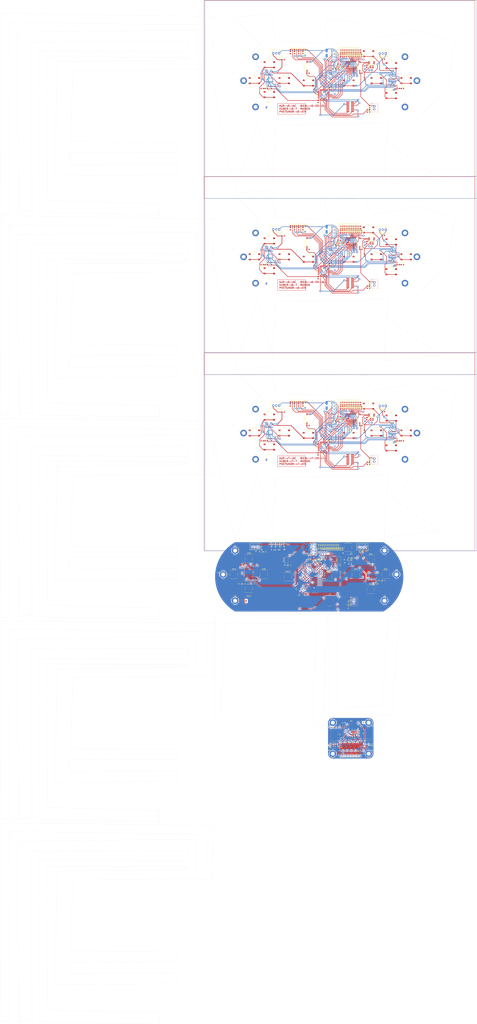
<source format=kicad_pcb>
(kicad_pcb (version 20221018) (generator pcbnew)
  (layers (0 "F.Cu" signal) (31 "B.Cu" signal) (34 "B.Paste" user) (35 "F.Paste" user) (36 "B.SilkS" user "B.Silkscreen") (37 "F.SilkS" user "F.Silkscreen") (38 "B.Mask" user) (39 "F.Mask" user) (44 "Edge.Cuts" user))
  (net 0 "")
  (net 1 "Glob_Alim-v5-")
  (net 2 "GND-v5-")
  (net 3 "POWER-v5-_CHECK-v5-")
  (net 4 "L-v5-i-ion-v5-")
  (net 5 "Net-(C7-Pad1)-v5-")
  (net 6 "Net-(C8-Pad1)-v5-")
  (net 7 "Net-(U3-BP)-v5-")
  (net 8 "Net-(D2-A)-v5-")
  (net 9 "Net-(D3-K)-v5-")
  (net 10 "Net-(D3-A)-v5-")
  (net 11 "Net-(D4-K)-v5-")
  (net 12 "Net-(D4-A)-v5-")
  (net 13 "Net-(D5-K)-v5-")
  (net 14 "Net-(D5-A)-v5-")
  (net 15 "Net-(D6-K)-v5-")
  (net 16 "Net-(D6-A)-v5-")
  (net 17 "Net-(D7-K)-v5-")
  (net 18 "Net-(D7-A)-v5-")
  (net 19 "Net-(D8-K)-v5-")
  (net 20 "Net-(D8-A)-v5-")
  (net 21 "Net-(D9-K)-v5-")
  (net 22 "Net-(D9-A)-v5-")
  (net 23 "Net-(D10-K)-v5-")
  (net 24 "Net-(D10-A)-v5-")
  (net 25 "Net-(D11-K)-v5-")
  (net 26 "Net-(D11-A)-v5-")
  (net 27 "Net-(D12-K)-v5-")
  (net 28 "Net-(D12-A)-v5-")
  (net 29 "Net-(D13-K)-v5-")
  (net 30 "Net-(D13-A)-v5-")
  (net 31 "Net-(D14-K)-v5-")
  (net 32 "Net-(D14-A)-v5-")
  (net 33 "Net-(D15-K)-v5-")
  (net 34 "Net-(D15-A)-v5-")
  (net 35 "Net-(D16-K)-v5-")
  (net 36 "Net-(D16-A)-v5-")
  (net 37 "Net-(D17-K)-v5-")
  (net 38 "Net-(D17-A)-v5-")
  (net 39 "Net-(D18-K)-v5-")
  (net 40 "Net-(D18-A)-v5-")
  (net 43 "SWDIO-v5-")
  (net 44 "SWDCK-v5-")
  (net 48 "R-v5-eset_Buton -v5-")
  (net 49 "USAR-v5-T2_R-v5-X-v5-")
  (net 50 "USAR-v5-T2_TX-v5-")
  (net 51 "R-v5-")
  (net 52 "L-v5-")
  (net 53 "NES{slash}SNES_switcher-v5-")
  (net 54 "DIO{slash}EX_CL-v5-K")
  (net 55 "DIO{slash}EX_SDA-v5-")
  (net 56 "DIODE_OE-v5-")
  (net 57 "Net-(#FL-v5-G05-pwr)")
  (net 58 "A_Button-v5-")
  (net 59 "B_Button-v5-")
  (net 60 "X_Button-v5-")
  (net 61 "Y_Button-v5-")
  (net 62 "UC_Button-v5-")
  (net 63 "Order_Search-v5-")
  (net 64 "L-v5-C_Button")
  (net 65 "R-v5-C_Button")
  (net 66 "DC_Button-v5-")
  (net 67 "ST_Button-v5-")
  (net 68 "SE_Button-v5-")
  (net 73 "Pin_Clock-v5-")
  (net 74 "Digital_Out_Put-v5-")
  (net 75 "MOSI-v5-")
  (net 79 "R-v5-X{slash}TX")
  (net 81 "CSN_nR-v5-F24")
  (net 99 "Glob_Alim-v6-")
  (net 100 "GND-v6-")
  (net 101 "POWER-v6-_CHECK-v6-")
  (net 102 "L-v6-i-ion-v6-")
  (net 103 "Net-(C7-Pad1)-v6-")
  (net 104 "Net-(C8-Pad1)-v6-")
  (net 105 "Net-(U3-BP)-v6-")
  (net 106 "Net-(D2-A)-v6-")
  (net 107 "Net-(D3-K)-v6-")
  (net 108 "Net-(D3-A)-v6-")
  (net 109 "Net-(D4-K)-v6-")
  (net 110 "Net-(D4-A)-v6-")
  (net 111 "Net-(D5-K)-v6-")
  (net 112 "Net-(D5-A)-v6-")
  (net 113 "Net-(D6-K)-v6-")
  (net 114 "Net-(D6-A)-v6-")
  (net 115 "Net-(D7-K)-v6-")
  (net 116 "Net-(D7-A)-v6-")
  (net 117 "Net-(D8-K)-v6-")
  (net 118 "Net-(D8-A)-v6-")
  (net 119 "Net-(D9-K)-v6-")
  (net 120 "Net-(D9-A)-v6-")
  (net 121 "Net-(D10-K)-v6-")
  (net 122 "Net-(D10-A)-v6-")
  (net 123 "Net-(D11-K)-v6-")
  (net 124 "Net-(D11-A)-v6-")
  (net 125 "Net-(D12-K)-v6-")
  (net 126 "Net-(D12-A)-v6-")
  (net 127 "Net-(D13-K)-v6-")
  (net 128 "Net-(D13-A)-v6-")
  (net 129 "Net-(D14-K)-v6-")
  (net 130 "Net-(D14-A)-v6-")
  (net 131 "Net-(D15-K)-v6-")
  (net 132 "Net-(D15-A)-v6-")
  (net 133 "Net-(D16-K)-v6-")
  (net 134 "Net-(D16-A)-v6-")
  (net 135 "Net-(D17-K)-v6-")
  (net 136 "Net-(D17-A)-v6-")
  (net 137 "Net-(D18-K)-v6-")
  (net 138 "Net-(D18-A)-v6-")
  (net 141 "SWDIO-v6-")
  (net 142 "SWDCK-v6-")
  (net 146 "R-v6-eset_Buton -v6-")
  (net 147 "USAR-v6-T2_R-v6-X-v6-")
  (net 148 "USAR-v6-T2_TX-v6-")
  (net 149 "R-v6-")
  (net 150 "L-v6-")
  (net 151 "NES{slash}SNES_switcher-v6-")
  (net 152 "DIO{slash}EX_CL-v6-K")
  (net 153 "DIO{slash}EX_SDA-v6-")
  (net 154 "DIODE_OE-v6-")
  (net 155 "Net-(#FL-v6-G05-pwr)")
  (net 156 "A_Button-v6-")
  (net 157 "B_Button-v6-")
  (net 158 "X_Button-v6-")
  (net 159 "Y_Button-v6-")
  (net 160 "UC_Button-v6-")
  (net 161 "Order_Search-v6-")
  (net 162 "L-v6-C_Button")
  (net 163 "R-v6-C_Button")
  (net 164 "DC_Button-v6-")
  (net 165 "ST_Button-v6-")
  (net 166 "SE_Button-v6-")
  (net 171 "Pin_Clock-v6-")
  (net 172 "Digital_Out_Put-v6-")
  (net 173 "MOSI-v6-")
  (net 177 "R-v6-X{slash}TX")
  (net 179 "CSN_nR-v6-F24")
  (net 197 "Glob_Alim-v7-")
  (net 198 "GND-v7-")
  (net 199 "POWER-v7-_CHECK-v7-")
  (net 200 "L-v7-i-ion-v7-")
  (net 201 "Net-(C7-Pad1)-v7-")
  (net 202 "Net-(C8-Pad1)-v7-")
  (net 203 "Net-(U3-BP)-v7-")
  (net 204 "Net-(D2-A)-v7-")
  (net 205 "Net-(D3-K)-v7-")
  (net 206 "Net-(D3-A)-v7-")
  (net 207 "Net-(D4-K)-v7-")
  (net 208 "Net-(D4-A)-v7-")
  (net 209 "Net-(D5-K)-v7-")
  (net 210 "Net-(D5-A)-v7-")
  (net 211 "Net-(D6-K)-v7-")
  (net 212 "Net-(D6-A)-v7-")
  (net 213 "Net-(D7-K)-v7-")
  (net 214 "Net-(D7-A)-v7-")
  (net 215 "Net-(D8-K)-v7-")
  (net 216 "Net-(D8-A)-v7-")
  (net 217 "Net-(D9-K)-v7-")
  (net 218 "Net-(D9-A)-v7-")
  (net 219 "Net-(D10-K)-v7-")
  (net 220 "Net-(D10-A)-v7-")
  (net 221 "Net-(D11-K)-v7-")
  (net 222 "Net-(D11-A)-v7-")
  (net 223 "Net-(D12-K)-v7-")
  (net 224 "Net-(D12-A)-v7-")
  (net 225 "Net-(D13-K)-v7-")
  (net 226 "Net-(D13-A)-v7-")
  (net 227 "Net-(D14-K)-v7-")
  (net 228 "Net-(D14-A)-v7-")
  (net 229 "Net-(D15-K)-v7-")
  (net 230 "Net-(D15-A)-v7-")
  (net 231 "Net-(D16-K)-v7-")
  (net 232 "Net-(D16-A)-v7-")
  (net 233 "Net-(D17-K)-v7-")
  (net 234 "Net-(D17-A)-v7-")
  (net 235 "Net-(D18-K)-v7-")
  (net 236 "Net-(D18-A)-v7-")
  (net 239 "SWDIO-v7-")
  (net 240 "SWDCK-v7-")
  (net 244 "R-v7-eset_Buton -v7-")
  (net 245 "USAR-v7-T2_R-v7-X-v7-")
  (net 246 "USAR-v7-T2_TX-v7-")
  (net 247 "R-v7-")
  (net 248 "L-v7-")
  (net 249 "NES{slash}SNES_switcher-v7-")
  (net 250 "DIO{slash}EX_CL-v7-K")
  (net 251 "DIO{slash}EX_SDA-v7-")
  (net 252 "DIODE_OE-v7-")
  (net 253 "Net-(#FL-v7-G05-pwr)")
  (net 254 "A_Button-v7-")
  (net 255 "B_Button-v7-")
  (net 256 "X_Button-v7-")
  (net 257 "Y_Button-v7-")
  (net 258 "UC_Button-v7-")
  (net 259 "Order_Search-v7-")
  (net 260 "L-v7-C_Button")
  (net 261 "R-v7-C_Button")
  (net 262 "DC_Button-v7-")
  (net 263 "ST_Button-v7-")
  (net 264 "SE_Button-v7-")
  (net 269 "Pin_Clock-v7-")
  (net 270 "Digital_Out_Put-v7-")
  (net 271 "MOSI-v7-")
  (net 275 "R-v7-X{slash}TX")
  (net 277 "CSN_nR-v7-F24")
  (net 295 "Glob_Alim-v8-")
  (net 296 "GND-v8-")
  (net 297 "POWER-v8-_CHECK-v8-")
  (net 298 "L-v8-i-ion-v8-")
  (net 299 "Net-(C7-Pad1)-v8-")
  (net 300 "Net-(C8-Pad1)-v8-")
  (net 301 "Net-(U3-BP)-v8-")
  (net 302 "Net-(D2-A)-v8-")
  (net 303 "Net-(D3-K)-v8-")
  (net 304 "Net-(D3-A)-v8-")
  (net 305 "Net-(D4-K)-v8-")
  (net 306 "Net-(D4-A)-v8-")
  (net 307 "Net-(D5-K)-v8-")
  (net 308 "Net-(D5-A)-v8-")
  (net 309 "Net-(D6-K)-v8-")
  (net 310 "Net-(D6-A)-v8-")
  (net 311 "Net-(D7-K)-v8-")
  (net 312 "Net-(D7-A)-v8-")
  (net 313 "Net-(D8-K)-v8-")
  (net 314 "Net-(D8-A)-v8-")
  (net 315 "Net-(D9-K)-v8-")
  (net 316 "Net-(D9-A)-v8-")
  (net 317 "Net-(D10-K)-v8-")
  (net 318 "Net-(D10-A)-v8-")
  (net 319 "Net-(D11-K)-v8-")
  (net 320 "Net-(D11-A)-v8-")
  (net 321 "Net-(D12-K)-v8-")
  (net 322 "Net-(D12-A)-v8-")
  (net 323 "Net-(D13-K)-v8-")
  (net 324 "Net-(D13-A)-v8-")
  (net 325 "Net-(D14-K)-v8-")
  (net 326 "Net-(D14-A)-v8-")
  (net 327 "Net-(D15-K)-v8-")
  (net 328 "Net-(D15-A)-v8-")
  (net 329 "Net-(D16-K)-v8-")
  (net 330 "Net-(D16-A)-v8-")
  (net 331 "Net-(D17-K)-v8-")
  (net 332 "Net-(D17-A)-v8-")
  (net 333 "Net-(D18-K)-v8-")
  (net 334 "Net-(D18-A)-v8-")
  (net 337 "SWDIO-v8-")
  (net 338 "SWDCK-v8-")
  (net 342 "R-v8-eset_Buton -v8-")
  (net 343 "USAR-v8-T2_R-v8-X-v8-")
  (net 344 "USAR-v8-T2_TX-v8-")
  (net 345 "R-v8-")
  (net 346 "L-v8-")
  (net 347 "NES{slash}SNES_switcher-v8-")
  (net 348 "DIO{slash}EX_CL-v8-K")
  (net 349 "DIO{slash}EX_SDA-v8-")
  (net 350 "DIODE_OE-v8-")
  (net 351 "Net-(#FL-v8-G05-pwr)")
  (net 352 "A_Button-v8-")
  (net 353 "B_Button-v8-")
  (net 354 "X_Button-v8-")
  (net 355 "Y_Button-v8-")
  (net 356 "UC_Button-v8-")
  (net 357 "Order_Search-v8-")
  (net 358 "L-v8-C_Button")
  (net 359 "R-v8-C_Button")
  (net 360 "DC_Button-v8-")
  (net 361 "ST_Button-v8-")
  (net 362 "SE_Button-v8-")
  (net 367 "Pin_Clock-v8-")
  (net 368 "Digital_Out_Put-v8-")
  (net 369 "MOSI-v8-")
  (net 373 "R-v8-X{slash}TX")
  (net 375 "CSN_nR-v8-F24")
  (net 393 "+5V-v11-")
  (net 394 "GND-v11-")
  (net 395 "+3.3V-v11-")
  (net 396 "Net-(D1-K)-v11-")
  (net 398 "Net-(D3-K)-v11-")
  (net 399 "Status_LED-v11-")
  (net 400 "Data_Clock_SNES-v11-")
  (net 401 "Data_Latch_SNES-v11-")
  (net 402 "Net-(D2-K)-v11-")
  (net 403 "Serial_Data1_SNES-v11-")
  (net 404 "Serial_Data2_SNES-v11-")
  (net 405 "SPI_Chip_Select-v11-")
  (net 406 "Chip_Enable-v11-")
  (net 407 "SPI_Digital_Input-v11-")
  (net 408 "SPI_Clock-v11-")
  (net 409 "SPI_Digital_Output-v11-")
  (net 410 "IOBit_SNES-v11-")
  (net 411 "Data_Clock_STM32-v11-")
  (net 412 "Data_Latch_STM32-v11-")
  (net 413 "Appairing_Btn-v11-")
  (net 414 "Net-(U2-BP)-v11-")
  (net 415 "SWDIO-v11-")
  (net 416 "SWDCK-v11-")
  (net 419 "NRST-v11-")
  (net 420 "USART2_RX-v11-")
  (net 421 "USART2_TX-v11-")
  (net 422 "Serial_Data1_STM32-v11-")
  (net 423 "IOBit_STM32-v11-")
  (net 424 "Serial_Data2_STM32-v11-")
  (footprint "Button_Switch_SMD:SW_SPST_B3S-1000" (layer "F.Cu") (at 208.708069 481.331627)
    (fp_text reference "SW11")
    (fp_text value "SW_Push")
  )
  (footprint "R-v7-esistor_SMD:R-v7-_0603_1608Metric_Pad0.98x0.95mm_HandSolder" (layer "F.Cu") (at 253.942817 327.776849 -90)
    (fp_text reference "R-v7-22")
    (fp_text value "1K")
  )
  (footprint "Capacitor_SMD:C_0603_1608Metric_Pad1.08x0.95mm_HandSolder" (layer "F.Cu") (at 305.337817 202.45714 -90)
    (fp_text reference "C10")
    (fp_text value "100nF")
  )
  (footprint "R-v5-esistor_SMD:R-v5-_0603_1608Metric_Pad0.98x0.95mm_HandSolder" (layer "F.Cu") (at 287.242817 31.909931 90)
    (fp_text reference "R-v5-24")
    (fp_text value "1K")
  )
  (footprint "R-v6-esistor_SMD:R-v6-_0603_1608Metric_Pad0.98x0.95mm_HandSolder" (layer "F.Cu") (at 291.742817 179.28714 90)
    (fp_text reference "R-v6-27")
    (fp_text value "1K")
  )
  (footprint "L-v8-ED_SMD:L-v8-ED_0603_1608Metric_Pad1.05x0.95mm_HandSolder" (layer "F.Cu") (at 274.533069 448.456627 -90)
    (fp_text reference "D11")
    (fp_text value "O1")
  )
  (footprint "R-v5-esistor_SMD:R-v5-_0603_1608Metric_Pad0.98x0.95mm_HandSolder" (layer "F.Cu") (at 296.242817 31.909931 90)
    (fp_text reference "R-v5-30")
    (fp_text value "1K")
  )
  (footprint "L-v6-ED_SMD:L-v6-ED_0603_1608Metric_Pad1.05x0.95mm_HandSolder" (layer "F.Cu") (at 293.302817 182.78714 -90)
    (fp_text reference "D12")
    (fp_text value "O2")
  )
  (footprint "R-v6-esistor_SMD:R-v6-_0603_1608Metric_Pad0.98x0.95mm_HandSolder" (layer "F.Cu") (at 337.154841 210.52464)
    (fp_text reference "R-v6-4")
    (fp_text value "1k")
  )
  (footprint "R-v8-esistor_SMD:R-v8-_0603_1608Metric_Pad0.98x0.95mm_HandSolder" (layer "F.Cu") (at 265.018069 459.731627)
    (fp_text reference "R-v8-14")
    (fp_text value "10K")
  )
  (footprint "R-v5-esistor_SMD:R-v5-_0603_1608Metric_Pad0.98x0.95mm_HandSolder" (layer "F.Cu") (at 307.742817 81.934931 -90)
    (fp_text reference "R-v5-10")
    (fp_text value "1M")
  )
  (footprint "MountingHole:MountingHole_3.2mm_M3_DIN965_Pad" (layer "F.Cu") (at 278.969664 593.61454)
    (fp_text reference "H1")
    (fp_text value "MountingHole_Pad")
  )
  (footprint "R-v7-esistor_SMD:R-v7-_0603_1608Metric_Pad0.98x0.95mm_HandSolder" (layer "F.Cu") (at 293.242817 326.664349 90)
    (fp_text reference "R-v7-28")
    (fp_text value "1K")
  )
  (footprint "R-v6-esistor_SMD:R-v6-_0603_1608Metric_Pad0.98x0.95mm_HandSolder" (layer "F.Cu") (at 309.742817 225.77464 -90)
    (fp_text reference "R-v6-9")
    (fp_text value "1M")
  )
  (footprint "Capacitor_SMD:C_0603_1608Metric_Pad1.08x0.95mm_HandSolder" (layer "F.Cu") (at 297.222164 605.55454)
    (fp_text reference "C3")
    (fp_text value "100n")
  )
  (footprint "L-v7-ED_SMD:L-v7-ED_0603_1608Metric_Pad1.05x0.95mm_HandSolder" (layer "F.Cu") (at 285.267817 330.176849 -90)
    (fp_text reference "D7")
    (fp_text value "G5")
  )
  (footprint "R-v6-esistor_SMD:R-v6-_0603_1608Metric_Pad0.98x0.95mm_HandSolder" (layer "F.Cu") (at 258.192817 197.67464)
    (fp_text reference "R-v6-1")
    (fp_text value "1K")
  )
  (footprint "Button_Switch_SMD:SW_SPST_B3S-1000" (layer "F.Cu") (at 225.842817 363.051849)
    (fp_text reference "SW11")
    (fp_text value "SW_Push")
  )
  (footprint "L-v7-ED_SMD:L-v7-ED_0603_1608Metric_Pad1.05x0.95mm_HandSolder" (layer "F.Cu") (at 299.717817 330.151849 -90)
    (fp_text reference "D16")
    (fp_text value "R-v7-2")
  )
  (footprint "Capacitor_SMD:C_0603_1608Metric_Pad1.08x0.95mm_HandSolder" (layer "F.Cu") (at 223.250793 63.147431)
    (fp_text reference "C8")
    (fp_text value "100nF")
  )
  (footprint "L-v6-ED_SMD:L-v6-ED_0603_1608Metric_Pad1.05x0.95mm_HandSolder" (layer "F.Cu") (at 286.866817 182.79964 -90)
    (fp_text reference "D8")
    (fp_text value "G6")
  )
  (footprint "L-v7-ED_SMD:L-v7-ED_0603_1608Metric_Pad1.05x0.95mm_HandSolder" (layer "F.Cu") (at 301.317817 330.151849 -90)
    (fp_text reference "D17")
    (fp_text value "R-v7-3")
  )
  (footprint "MountingHole:MountingHole_3.2mm_M3_DIN965_Pad" (layer "F.Cu") (at 322.208069 449.631627)
    (fp_text reference "H4")
    (fp_text value "MountingHole_Pad")
  )
  (footprint "MountingHole:MountingHole_3.2mm_M3_DIN965_Pad" (layer "F.Cu") (at 339.342817 36.597431)
    (fp_text reference "H4")
    (fp_text value "MountingHole_Pad")
  )
  (footprint "Button_Switch_SMD:SW_SPST_B3S-1000" (layer "F.Cu") (at 225.842817 215.67464)
    (fp_text reference "SW11")
    (fp_text value "SW_Push")
  )
  (footprint "MountingHole:MountingHole_3.2mm_M3_DIN965_Pad" (layer "F.Cu") (at 349.342817 203.97464)
    (fp_text reference "H5")
    (fp_text value "MountingHole_Pad")
  )
  (footprint "R-v5-esistor_SMD:R-v5-_0603_1608Metric_Pad0.98x0.95mm_HandSolder" (layer "F.Cu") (at 300.742817 31.909931 90)
    (fp_text reference "R-v5-33")
    (fp_text value "1K")
  )
  (footprint "Button_Switch_SMD:SW_SPST_B3S-1000" (layer "F.Cu") (at 291.708069 447.131627)
    (fp_text reference "SW7")
    (fp_text value "SW_SPST")
  )
  (footprint "Capacitor_SMD:C_0603_1608Metric_Pad1.08x0.95mm_HandSolder" (layer "F.Cu") (at 309.742817 229.31214 -90)
    (fp_text reference "C2")
    (fp_text value "1nF")
  )
  (footprint "Capacitor_SMD:C_0603_1608Metric_Pad1.08x0.95mm_HandSolder" (layer "F.Cu") (at 333.654841 357.901849 180)
    (fp_text reference "C7")
    (fp_text value "100nF")
  )
  (footprint "Capacitor_SMD:C_0603_1608Metric_Pad1.08x0.95mm_HandSolder" (layer "F.Cu") (at 290.258069 457.531627 -90)
    (fp_text reference "C9")
    (fp_text value "470p")
  )
  (footprint "L-v6-ED_SMD:L-v6-ED_0603_1608Metric_Pad1.05x0.95mm_HandSolder" (layer "F.Cu") (at 290.067817 182.79964 -90)
    (fp_text reference "D10")
    (fp_text value "G8")
  )
  (footprint "Resistor_SMD:R_0603_1608Metric_Pad0.98x0.95mm_HandSolder" (layer "F.Cu") (at 282.988414 614.41454)
    (fp_text reference "R3")
    (fp_text value "1k")
  )
  (footprint "Capacitor_SMD:C_0603_1608Metric_Pad1.08x0.95mm_HandSolder" (layer "F.Cu") (at 305.337817 349.834349 -90)
    (fp_text reference "C10")
    (fp_text value "100nF")
  )
  (footprint "MountingHole:MountingHole_3.2mm_M3_DIN965_Pad" (layer "F.Cu") (at 214.342817 78.597431)
    (fp_text reference "H3")
    (fp_text value "MountingHole_Pad")
  )
  (footprint "R-v5-esistor_SMD:R-v5-_0603_1608Metric_Pad0.98x0.95mm_HandSolder" (layer "F.Cu") (at 290.242817 31.909931 90)
    (fp_text reference "R-v5-26")
    (fp_text value "1K")
  )
  (footprint "MountingHole:MountingHole_3.2mm_M3_DIN965_Pad" (layer "F.Cu") (at 204.342817 351.351849)
    (fp_text reference "H2")
    (fp_text value "MountingHole_Pad")
  )
  (footprint "Button_Switch_SMD:SW_SPST_B3S-1000" (layer "F.Cu") (at 213.342817 203.97464)
    (fp_text reference "SW9")
    (fp_text value "SW_Push")
  )
  (footprint "R-v8-esistor_SMD:R-v8-_0603_1608Metric_Pad0.98x0.95mm_HandSolder" (layer "F.Cu") (at 226.233069 446.106627 -90)
    (fp_text reference "R-v8-18")
    (fp_text value "1K")
  )
  (footprint "R-v5-esistor_SMD:R-v5-_0603_1608Metric_Pad0.98x0.95mm_HandSolder" (layer "F.Cu") (at 311.602817 44.273431)
    (fp_text reference "R-v5-3")
    (fp_text value "1K")
  )
  (footprint "R-v8-esistor_SMD:R-v8-_0603_1608Metric_Pad0.98x0.95mm_HandSolder" (layer "F.Cu") (at 236.808069 446.056627 -90)
    (fp_text reference "R-v8-22")
    (fp_text value "1K")
  )
  (footprint "Button_Switch_SMD:SW_SPST_B3S-1000" (layer "F.Cu") (at 292.342817 58.597431)
    (fp_text reference "SW13")
    (fp_text value "SW_Push")
  )
  (footprint "L-v5-ED_SMD:L-v5-ED_0603_1608Metric_Pad1.05x0.95mm_HandSolder" (layer "F.Cu") (at 288.467817 35.422431 -90)
    (fp_text reference "D9")
    (fp_text value "G7")
  )
  (footprint "R-v5-esistor_SMD:R-v5-_0603_1608Metric_Pad0.98x0.95mm_HandSolder" (layer "F.Cu") (at 321.342817 38.597431)
    (fp_text reference "R-v5-13")
    (fp_text value "1K")
  )
  (footprint "R-v6-esistor_SMD:R-v6-_0603_1608Metric_Pad0.98x0.95mm_HandSolder" (layer "F.Cu") (at 293.242817 179.28714 90)
    (fp_text reference "R-v6-28")
    (fp_text value "1K")
  )
  (footprint "R-v7-esistor_SMD:R-v7-_0603_1608Metric_Pad0.98x0.95mm_HandSolder" (layer "F.Cu") (at 284.152817 337.451849 180)
    (fp_text reference "R-v7-16")
    (fp_text value "10K")
  )
  (footprint "Connector_PinHeader_1.27mm:PinHeader_2x07_P1.27mm_Vertical_SMD" (layer "F.Cu") (at 307.969664 602.61454 180)
    (fp_text reference "J1")
    (fp_text value "Conn_02x07_Odd_Even")
  )
  (footprint "R-v7-esistor_SMD:R-v7-_0603_1608Metric_Pad0.98x0.95mm_HandSolder" (layer "F.Cu") (at 290.242817 326.664349 90)
    (fp_text reference "R-v7-26")
    (fp_text value "1K")
  )
  (footprint "MountingHole:MountingHole_3.2mm_M3_DIN965_Pad" (layer "F.Cu") (at 339.342817 373.351849)
    (fp_text reference "H6")
    (fp_text value "MountingHole_Pad")
  )
  (footprint "Capacitor_SMD:C_0603_1608Metric_Pad1.08x0.95mm_HandSolder" (layer "F.Cu") (at 288.203069 468.114127 -90)
    (fp_text reference "C10")
    (fp_text value "100nF")
  )
  (footprint "R-v8-esistor_SMD:R-v8-_0603_1608Metric_Pad0.98x0.95mm_HandSolder" (layer "F.Cu") (at 292.608069 491.431627 -90)
    (fp_text reference "R-v8-9")
    (fp_text value "1M")
  )
  (footprint "Button_Switch_SMD:SW_SPST_B3S-1000" (layer "F.Cu") (at 225.842817 68.297431)
    (fp_text reference "SW11")
    (fp_text value "SW_Push")
  )
  (footprint "R-v6-esistor_SMD:R-v6-_0603_1608Metric_Pad0.98x0.95mm_HandSolder" (layer "F.Cu") (at 282.152817 194.07464)
    (fp_text reference "R-v6-14")
    (fp_text value "10K")
  )
  (footprint "R-v7-esistor_SMD:R-v7-_0603_1608Metric_Pad0.98x0.95mm_HandSolder" (layer "F.Cu") (at 296.242817 326.664349 90)
    (fp_text reference "R-v7-30")
    (fp_text value "1K")
  )
  (footprint "Package_QFP:L-v5-QFP-32_7x7mm_P0.8mm" (layer "F.Cu") (at 271.342817 68.597431 90)
    (fp_text reference "U1")
    (fp_text value "STM32L-v5-412KBTx")
  )
  (footprint "MountingHole:MountingHole_3.2mm_M3_DIN965_Pad" (layer "F.Cu") (at 339.342817 78.597431)
    (fp_text reference "H6")
    (fp_text value "MountingHole_Pad")
  )
  (footprint "R-v5-esistor_SMD:R-v5-_0603_1608Metric_Pad0.98x0.95mm_HandSolder" (layer "F.Cu") (at 253.942817 33.022431 -90)
    (fp_text reference "R-v5-22")
    (fp_text value "1K")
  )
  (footprint "Capacitor_SMD:C_0603_1608Metric_Pad1.08x0.95mm_HandSolder" (layer "F.Cu") (at 277.566817 210.44664 -90)
    (fp_text reference "C6")
    (fp_text value "10u")
  )
  (footprint "R-v5-esistor_SMD:R-v5-_0603_1608Metric_Pad0.98x0.95mm_HandSolder" (layer "F.Cu") (at 243.367817 33.072431 -90)
    (fp_text reference "R-v5-18")
    (fp_text value "1K")
  )
  (footprint "R-v5-esistor_SMD:R-v5-_0603_1608Metric_Pad0.98x0.95mm_HandSolder" (layer "F.Cu") (at 246.867817 33.097431 -90)
    (fp_text reference "R-v5-20")
    (fp_text value "1K")
  )
  (footprint "R-v7-esistor_SMD:R-v7-_0603_1608Metric_Pad0.98x0.95mm_HandSolder" (layer "F.Cu") (at 297.742817 326.664349 90)
    (fp_text reference "R-v7-31")
    (fp_text value "1K")
  )
  (footprint "Connector_JST:JST_XH_B3B-XH-A_1x03_P2.50mm_Vertical" (layer "F.Cu") (at 306.112069 446.893627 180)
    (fp_text reference "J4")
    (fp_text value "Conn_01x03")
  )
  (footprint "R-v5-esistor_SMD:R-v5-_0603_1608Metric_Pad0.98x0.95mm_HandSolder" (layer "F.Cu") (at 285.742817 31.909931 90)
    (fp_text reference "R-v5-23")
    (fp_text value "1K")
  )
  (footprint "R-v6-esistor_SMD:R-v6-_0603_1608Metric_Pad0.98x0.95mm_HandSolder" (layer "F.Cu") (at 287.242817 179.28714 90)
    (fp_text reference "R-v6-24")
    (fp_text value "1K")
  )
  (footprint "L-v8-ED_SMD:L-v8-ED_0603_1608Metric_Pad1.05x0.95mm_HandSolder" (layer "F.Cu") (at 280.983069 448.431627 -90)
    (fp_text reference "D15")
    (fp_text value "R-v8-1")
  )
  (footprint "MountingHole:MountingHole_3.2mm_M3_DIN965_Pad" (layer "F.Cu") (at 214.342817 373.351849)
    (fp_text reference "H3")
    (fp_text value "MountingHole_Pad")
  )
  (footprint "Capacitor_SMD:C_0603_1608Metric_Pad1.08x0.95mm_HandSolder" (layer "F.Cu") (at 333.654841 63.147431 180)
    (fp_text reference "C7")
    (fp_text value "100nF")
  )
  (footprint "Button_Switch_SMD:SW_SPST_B3S-1000" (layer "F.Cu") (at 327.842817 69.097431)
    (fp_text reference "SW3")
    (fp_text value "SW_Push")
  )
  (footprint "Button_Switch_SMD:SW_SPST_B3S-1000" (layer "F.Cu") (at 310.708069 482.131627)
    (fp_text reference "SW3")
    (fp_text value "SW_Push")
  )
  (footprint "R-v6-esistor_SMD:R-v6-_0603_1608Metric_Pad0.98x0.95mm_HandSolder" (layer "F.Cu") (at 219.850793 210.52464 180)
    (fp_text reference "R-v6-7")
    (fp_text value "1k")
  )
  (footprint "Button_Switch_SMD:SW_SPST_B3S-1000" (layer "F.Cu") (at 241.418069 471.631627)
    (fp_text reference "SW12")
    (fp_text value "SW_Push")
  )
  (footprint "Button_Switch_SMD:SW_SPST_B3S-1000" (layer "F.Cu") (at 298.208069 469.631627)
    (fp_text reference "SW5")
    (fp_text value "SW_Push")
  )
  (footprint "Button_Switch_SMD:SW_SPST_B3S-1000" (layer "F.Cu") (at 258.552817 205.97464)
    (fp_text reference "SW12")
    (fp_text value "SW_Push")
  )
  (footprint "L-v8-ED_SMD:L-v8-ED_0603_1608Metric_Pad1.05x0.95mm_HandSolder" (layer "F.Cu") (at 234.208069 443.631627)
    (fp_text reference "D5")
    (fp_text value "G3")
  )
  (footprint "Package_SO:MSOP-8_3x3mm_P0.65mm" (layer "F.Cu") (at 311.342817 41.597431)
    (fp_text reference "U3")
    (fp_text value "MIC5219-3.3YMM")
  )
  (footprint "R-v7-esistor_SMD:R-v7-_0603_1608Metric_Pad0.98x0.95mm_HandSolder" (layer "F.Cu") (at 282.152817 341.451849)
    (fp_text reference "R-v7-14")
    (fp_text value "10K")
  )
  (footprint "R-v8-esistor_SMD:R-v8-_0603_1608Metric_Pad0.98x0.95mm_HandSolder" (layer "F.Cu") (at 279.108069 444.944127 90)
    (fp_text reference "R-v8-30")
    (fp_text value "1K")
  )
  (footprint "L-v5-ED_SMD:L-v5-ED_0603_1608Metric_Pad1.05x0.95mm_HandSolder" (layer "F.Cu") (at 254.842817 30.597431)
    (fp_text reference "D6")
    (fp_text value "G4")
  )
  (footprint "Capacitor_SMD:C_0603_1608Metric_Pad1.08x0.95mm_HandSolder" (layer "F.Cu") (at 266.644817 221.36864 -90)
    (fp_text reference "C5")
    (fp_text value "100n")
  )
  (footprint "Button_Switch_SMD:SW_DIP_SPSTx01_Slide_Copal_CHS-01B_W7.62mm_P1.27mm" (layer "F.Cu") (at 301.512817 44.597431 90)
    (fp_text reference "SW1")
    (fp_text value "SW_DIP_x01")
  )
  (footprint "Capacitor_SMD:C_0603_1608Metric_Pad1.08x0.95mm_HandSolder" (layer "F.Cu") (at 277.566817 357.823849 -90)
    (fp_text reference "C6")
    (fp_text value "10u")
  )
  (footprint "R-v7-esistor_SMD:R-v7-_0603_1608Metric_Pad0.98x0.95mm_HandSolder" (layer "F.Cu") (at 237.342817 333.851849)
    (fp_text reference "R-v7-2")
    (fp_text value "1K")
  )
  (footprint "Capacitor_SMD:C_0603_1608Metric_Pad1.08x0.95mm_HandSolder" (layer "F.Cu") (at 316.520093 476.181627 180)
    (fp_text reference "C7")
    (fp_text value "100nF")
  )
  (footprint "Capacitor_SMD:C_0603_1608Metric_Pad1.08x0.95mm_HandSolder" (layer "F.Cu") (at 276.042817 63.069431 -90)
    (fp_text reference "C3")
    (fp_text value "100n")
  )
  (footprint "Capacitor_SMD:C_0603_1608Metric_Pad1.08x0.95mm_HandSolder" (layer "F.Cu") (at 276.042817 357.823849 -90)
    (fp_text reference "C3")
    (fp_text value "100n")
  )
  (footprint "Button_Switch_SMD:SW_SPST_B3S-1000" (layer "F.Cu") (at 340.342817 351.351849)
    (fp_text reference "SW2")
    (fp_text value "SW_Push")
  )
  (footprint "Capacitor_SMD:C_0603_1608Metric_Pad1.08x0.95mm_HandSolder" (layer "F.Cu") (at 223.250793 210.52464)
    (fp_text reference "C8")
    (fp_text value "100nF")
  )
  (footprint "Connector_JST:JST_XH_B3B-XH-A_1x03_P2.50mm_Vertical" (layer "F.Cu") (at 234.092817 180.99964 180)
    (fp_text reference "J3")
    (fp_text value "Conn_01x03")
  )
  (footprint "Button_Switch_SMD:SW_SPST_B3S-1000" (layer "F.Cu") (at 208.708069 456.331627)
    (fp_text reference "SW6")
    (fp_text value "SW_Push")
  )
  (footprint "R-v5-esistor_SMD:R-v5-_0603_1608Metric_Pad0.98x0.95mm_HandSolder" (layer "F.Cu") (at 284.152817 42.697431 180)
    (fp_text reference "R-v5-16")
    (fp_text value "10K")
  )
  (footprint "Button_Switch_SMD:SW_SPST_B3S-1000" (layer "F.Cu") (at 327.842817 216.47464)
    (fp_text reference "SW3")
    (fp_text value "SW_Push")
  )
  (footprint "R-v7-esistor_SMD:R-v7-_0603_1608Metric_Pad0.98x0.95mm_HandSolder" (layer "F.Cu") (at 300.742817 326.664349 90)
    (fp_text reference "R-v7-33")
    (fp_text value "1K")
  )
  (footprint "L-v7-ED_SMD:L-v7-ED_0603_1608Metric_Pad1.05x0.95mm_HandSolder" (layer "F.Cu") (at 247.842817 325.351849)
    (fp_text reference "D4")
    (fp_text value "G2")
  )
  (footprint "R-v7-esistor_SMD:R-v7-_0603_1608Metric_Pad0.98x0.95mm_HandSolder" (layer "F.Cu") (at 291.742817 326.664349 90)
    (fp_text reference "R-v7-27")
    (fp_text value "1K")
  )
  (footprint "R-v5-esistor_SMD:R-v5-_0603_1608Metric_Pad0.98x0.95mm_HandSolder" (layer "F.Cu") (at 337.154841 63.147431)
    (fp_text reference "R-v5-4")
    (fp_text value "1k")
  )
  (footprint "R-v8-esistor_SMD:R-v8-_0603_1608Metric_Pad0.98x0.95mm_HandSolder" (layer "F.Cu") (at 273.108069 444.944127 90)
    (fp_text reference "R-v8-26")
    (fp_text value "1K")
  )
  (footprint "L-v7-ED_SMD:L-v7-ED_0603_1608Metric_Pad1.05x0.95mm_HandSolder" (layer "F.Cu") (at 286.866817 330.176849 -90)
    (fp_text reference "D8")
    (fp_text value "G6")
  )
  (footprint "R-v8-esistor_SMD:R-v8-_0603_1608Metric_Pad0.98x0.95mm_HandSolder" (layer "F.Cu") (at 283.608069 444.944127 90)
    (fp_text reference "R-v8-33")
    (fp_text value "1K")
  )
  (footprint "R-v5-esistor_SMD:R-v5-_0603_1608Metric_Pad0.98x0.95mm_HandSolder" (layer "F.Cu") (at 219.850793 63.147431 180)
    (fp_text reference "R-v5-7")
    (fp_text value "1k")
  )
  (footprint "L-v7-ED_SMD:L-v7-ED_0603_1608Metric_Pad1.05x0.95mm_HandSolder" (layer "F.Cu") (at 290.067817 330.176849 -90)
    (fp_text reference "D10")
    (fp_text value "G8")
  )
  (footprint "MountingHole:MountingHole_3.2mm_M3_DIN965_Pad" (layer "F.Cu") (at 339.342817 183.97464)
    (fp_text reference "H4")
    (fp_text value "MountingHole_Pad")
  )
  (footprint "L-v7-ED_SMD:L-v7-ED_0603_1608Metric_Pad1.05x0.95mm_HandSolder" (layer "F.Cu") (at 294.917817 330.151849 -90)
    (fp_text reference "D13")
    (fp_text value "O3")
  )
  (footprint "L-v5-ED_SMD:L-v5-ED_0603_1608Metric_Pad1.05x0.95mm_HandSolder" (layer "F.Cu") (at 286.866817 35.422431 -90)
    (fp_text reference "D8")
    (fp_text value "G6")
  )
  (footprint "L-v8-ED_SMD:L-v8-ED_0603_1608Metric_Pad1.05x0.95mm_HandSolder" (layer "F.Cu") (at 276.168069 448.444127 -90)
    (fp_text reference "D12")
    (fp_text value "O2")
  )
  (footprint "Package_QFP:LQFP-32_7x7mm_P0.8mm" (layer "F.Cu") (at 291.819664 601.51454 180)
    (fp_text reference "U1")
    (fp_text value "STM32L412KBTx")
  )
  (footprint "Connector_JST:JST_XH_B3B-XH-A_1x03_P2.50mm_Vertical" (layer "F.Cu") (at 323.246817 181.23664 180)
    (fp_text reference "J4")
    (fp_text value "Conn_01x03")
  )
  (footprint "L-v6-ED_SMD:L-v6-ED_0603_1608Metric_Pad1.05x0.95mm_HandSolder" (layer "F.Cu") (at 247.842817 177.97464)
    (fp_text reference "D4")
    (fp_text value "G2")
  )
  (footprint "R-v6-esistor_SMD:R-v6-_0603_1608Metric_Pad0.98x0.95mm_HandSolder" (layer "F.Cu") (at 237.342817 186.47464)
    (fp_text reference "R-v6-2")
    (fp_text value "1K")
  )
  (footprint "Capacitor_SMD:C_0603_1608Metric_Pad1.08x0.95mm_HandSolder" (layer "F.Cu") (at 206.116045 476.181627)
    (fp_text reference "C8")
    (fp_text value "100nF")
  )
  (footprint "L-v8-ED_SMD:L-v8-ED_0603_1608Metric_Pad1.05x0.95mm_HandSolder" (layer "F.Cu") (at 284.183069 448.431627 -90)
    (fp_text reference "D17")
    (fp_text value "R-v8-3")
  )
  (footprint "R-v6-esistor_SMD:R-v6-_0603_1608Metric_Pad0.98x0.95mm_HandSolder" (layer "F.Cu") (at 294.742817 179.28714 90)
    (fp_text reference "R-v6-29")
    (fp_text value "1K")
  )
  (footprint "L-v7-ED_SMD:L-v7-ED_0603_1608Metric_Pad1.05x0.95mm_HandSolder" (layer "F.Cu") (at 302.942817 330.151849 -90)
    (fp_text reference "D18")
    (fp_text value "R-v7-4")
  )
  (footprint "Button_Switch_SMD:SW_SPST_B3S-1000" (layer "F.Cu") (at 275.208069 471.631627)
    (fp_text reference "SW13")
    (fp_text value "SW_Push")
  )
  (footprint "Package_SO:TSSOP-28_4.4x9.7mm_P0.65mm" (layer "F.Cu") (at 294.076817 190.88864 90)
    (fp_text reference "U4")
    (fp_text value "PCA9685PW")
  )
  (footprint "L-v8-ED_SMD:L-v8-ED_0603_1608Metric_Pad1.05x0.95mm_HandSolder" (layer "F.Cu") (at 237.708069 443.631627)
    (fp_text reference "D6")
    (fp_text value "G4")
  )
  (footprint "R-v5-esistor_SMD:R-v5-_0603_1608Metric_Pad0.98x0.95mm_HandSolder" (layer "F.Cu") (at 282.152817 46.697431)
    (fp_text reference "R-v5-14")
    (fp_text value "10K")
  )
  (footprint "L-v5-ED_SMD:L-v5-ED_0603_1608Metric_Pad1.05x0.95mm_HandSolder" (layer "F.Cu") (at 293.302817 35.409931 -90)
    (fp_text reference "D12")
    (fp_text value "O2")
  )
  (footprint "Button_Switch_SMD:SW_DIP_SPSTx01_Slide_Copal_CHS-01B_W7.62mm_P1.27mm" (layer "F.Cu") (at 257.342817 44.597431 90)
    (fp_text reference "SW10")
    (fp_text value "SW_DIP_x01")
  )
  (footprint "R-v6-esistor_SMD:R-v6-_0603_1608Metric_Pad0.98x0.95mm_HandSolder" (layer "F.Cu") (at 288.712817 179.28714 90)
    (fp_text reference "R-v6-25")
    (fp_text value "1K")
  )
  (footprint "R-v6-esistor_SMD:R-v6-_0603_1608Metric_Pad0.98x0.95mm_HandSolder" (layer "F.Cu") (at 311.602817 191.65064)
    (fp_text reference "R-v6-3")
    (fp_text value "1K")
  )
  (footprint "R-v5-esistor_SMD:R-v5-_0603_1608Metric_Pad0.98x0.95mm_HandSolder" (layer "F.Cu") (at 302.242817 31.909931 90)
    (fp_text reference "R-v5-34")
    (fp_text value "1K")
  )
  (footprint "R-v7-esistor_SMD:R-v7-_0603_1608Metric_Pad0.98x0.95mm_HandSolder" (layer "F.Cu") (at 307.742817 376.689349 -90)
    (fp_text reference "R-v7-10")
    (fp_text value "1M")
  )
  (footprint "L-v7-ED_SMD:L-v7-ED_0603_1608Metric_Pad1.05x0.95mm_HandSolder" (layer "F.Cu") (at 311.602817 340.551849)
    (fp_text reference "D2")
    (fp_text value "L-v7-ED_Small")
  )
  (footprint "Button_Switch_SMD:SW_SPST_B3S-1000" (layer "F.Cu") (at 327.842817 363.851849)
    (fp_text reference "SW3")
    (fp_text value "SW_Push")
  )
  (footprint "R-v7-esistor_SMD:R-v7-_0603_1608Metric_Pad0.98x0.95mm_HandSolder" (layer "F.Cu") (at 288.712817 326.664349 90)
    (fp_text reference "R-v7-25")
    (fp_text value "1K")
  )
  (footprint "Connector_PinHeader_2.54mm:PinHeader_1x07_P2.54mm_Vertical" (layer "F.Cu") (at 286.219664 621.51454 90)
    (fp_text reference "J2")
    (fp_text value "Conn_01x07_Socket")
  )
  (footprint "Button_Switch_SMD:SW_SPST_B3S-1000" (layer "F.Cu") (at 327.842817 44.097431)
    (fp_text reference "SW4")
    (fp_text value "SW_Push")
  )
  (footprint "R-v8-esistor_SMD:R-v8-_0603_1608Metric_Pad0.98x0.95mm_HandSolder" (layer "F.Cu") (at 277.608069 444.944127 90)
    (fp_text reference "R-v8-29")
    (fp_text value "1K")
  )
  (footprint "Capacitor_SMD:C_0603_1608Metric_Pad1.08x0.95mm_HandSolder" (layer "F.Cu") (at 297.729664 603.16704 90)
    (fp_text reference "C2")
    (fp_text value "100n")
  )
  (footprint "Connector_PinHeader_1.27mm:PinHeader_2x07_P1.27mm_Vertical_SMD" (layer "F.Cu") (at 293.467817 225.91464)
    (fp_text reference "J2")
    (fp_text value "Conn_02x07_Odd_Even")
  )
  (footprint "Button_Switch_SMD:SW_SPST_B3S-1000" (layer "F.Cu") (at 315.342817 203.97464)
    (fp_text reference "SW5")
    (fp_text value "SW_Push")
  )
  (footprint "Button_Switch_SMD:SW_SPST_B3S-1000" (layer "F.Cu") (at 327.842817 338.851849)
    (fp_text reference "SW4")
    (fp_text value "SW_Push")
  )
  (footprint "Button_Switch_SMD:SW_SPST_B3S-1000" (layer "F.Cu") (at 292.342817 205.97464)
    (fp_text reference "SW13")
    (fp_text value "SW_Push")
  )
  (footprint "Package_QFP:L-v7-QFP-32_7x7mm_P0.8mm" (layer "F.Cu") (at 271.342817 363.351849 90)
    (fp_text reference "U1")
    (fp_text value "STM32L-v7-412KBTx")
  )
  (footprint "L-v5-ED_SMD:L-v5-ED_0603_1608Metric_Pad1.05x0.95mm_HandSolder" (layer "F.Cu") (at 285.267817 35.422431 -90)
    (fp_text reference "D7")
    (fp_text value "G5")
  )
  (footprint "R-v5-esistor_SMD:R-v5-_0603_1608Metric_Pad0.98x0.95mm_HandSolder" (layer "F.Cu") (at 294.742817 31.909931 90)
    (fp_text reference "R-v5-29")
    (fp_text value "1K")
  )
  (footprint "MountingHole:MountingHole_3.2mm_M3_DIN965_Pad" (layer "F.Cu") (at 214.342817 331.351849)
    (fp_text reference "H1")
    (fp_text value "MountingHole_Pad")
  )
  (footprint "L-v8-ED_SMD:L-v8-ED_0603_1608Metric_Pad1.05x0.95mm_HandSolder" (layer "F.Cu") (at 277.783069 448.431627 -90)
    (fp_text reference "D13")
    (fp_text value "O3")
  )
  (footprint "Capacitor_SMD:C_0603_1608Metric_Pad1.08x0.95mm_HandSolder" (layer "F.Cu") (at 266.644817 73.991431 -90)
    (fp_text reference "C5")
    (fp_text value "100n")
  )
  (footprint "R-v8-esistor_SMD:R-v8-_0603_1608Metric_Pad0.98x0.95mm_HandSolder" (layer "F.Cu") (at 294.468069 457.307627)
    (fp_text reference "R-v8-3")
    (fp_text value "1K")
  )
  (footprint "Capacitor_SMD:C_0603_1608Metric_Pad1.08x0.95mm_HandSolder" (layer "F.Cu") (at 333.654841 210.52464 180)
    (fp_text reference "C7")
    (fp_text value "100nF")
  )
  (footprint "R-v6-esistor_SMD:R-v6-_0603_1608Metric_Pad0.98x0.95mm_HandSolder" (layer "F.Cu") (at 299.242817 179.28714 90)
    (fp_text reference "R-v6-32")
    (fp_text value "1K")
  )
  (footprint "Diode_SMD:D_0603_1608Metric_Pad1.05x0.95mm_HandSolder" (layer "F.Cu") (at 279.488414 610.81454 180)
    (fp_text reference "D1")
    (fp_text value "LED_Small")
  )
  (footprint "Capacitor_SMD:C_0603_1608Metric_Pad1.08x0.95mm_HandSolder" (layer "F.Cu") (at 286.269664 596.11454 90)
    (fp_text reference "C1")
    (fp_text value "10u")
  )
  (footprint "L-v8-ED_SMD:L-v8-ED_0603_1608Metric_Pad1.05x0.95mm_HandSolder" (layer "F.Cu") (at 272.933069 448.456627 -90)
    (fp_text reference "D10")
    (fp_text value "G8")
  )
  (footprint "Button_Switch_SMD:SW_SPST_B3S-1000" (layer "F.Cu") (at 225.842817 338.051849)
    (fp_text reference "SW6")
    (fp_text value "SW_Push")
  )
  (footprint "R-v6-esistor_SMD:R-v6-_0603_1608Metric_Pad0.98x0.95mm_HandSolder" (layer "F.Cu") (at 284.152817 190.07464 180)
    (fp_text reference "R-v6-16")
    (fp_text value "10K")
  )
  (footprint "Package_QFP:L-v8-QFP-32_7x7mm_P0.8mm" (layer "F.Cu") (at 254.208069 481.631627 90)
    (fp_text reference "U1")
    (fp_text value "STM32L-v8-412KBTx")
  )
  (footprint "L-v6-ED_SMD:L-v6-ED_0603_1608Metric_Pad1.05x0.95mm_HandSolder" (layer "F.Cu") (at 254.842817 177.97464)
    (fp_text reference "D6")
    (fp_text value "G4")
  )
  (footprint "R-v7-esistor_SMD:R-v7-_0603_1608Metric_Pad0.98x0.95mm_HandSolder" (layer "F.Cu") (at 309.742817 373.151849 -90)
    (fp_text reference "R-v7-9")
    (fp_text value "1M")
  )
  (footprint "Button_Switch_SMD:SW_SPST_B3S-1000" (layer "F.Cu") (at 258.552817 353.351849)
    (fp_text reference "SW12")
    (fp_text value "SW_Push")
  )
  (footprint "R-v8-esistor_SMD:R-v8-_0603_1608Metric_Pad0.98x0.95mm_HandSolder" (layer "F.Cu") (at 202.716045 476.181627 180)
    (fp_text reference "R-v8-7")
    (fp_text value "1k")
  )
  (footprint "R-v6-esistor_SMD:R-v6-_0603_1608Metric_Pad0.98x0.95mm_HandSolder" (layer "F.Cu") (at 321.342817 185.97464)
    (fp_text reference "R-v6-13")
    (fp_text value "1K")
  )
  (footprint "R-v7-esistor_SMD:R-v7-_0603_1608Metric_Pad0.98x0.95mm_HandSolder" (layer "F.Cu") (at 294.742817 326.664349 90)
    (fp_text reference "R-v7-29")
    (fp_text value "1K")
  )
  (footprint "R-v8-esistor_SMD:R-v8-_0603_1608Metric_Pad0.98x0.95mm_HandSolder" (layer "F.Cu") (at 320.020093 476.181627)
    (fp_text reference "R-v8-4")
    (fp_text value "1k")
  )
  (footprint "Package_SO:MSOP-8_3x3mm_P0.65mm" (layer "F.Cu") (at 311.342817 336.351849)
    (fp_text reference "U3")
    (fp_text value "MIC5219-3.3YMM")
  )
  (footprint "L-v5-ED_SMD:L-v5-ED_0603_1608Metric_Pad1.05x0.95mm_HandSolder" (layer "F.Cu") (at 290.067817 35.422431 -90)
    (fp_text reference "D10")
    (fp_text value "G8")
  )
  (footprint "Connector_JST:JST_XH_B3B-XH-A_1x03_P2.50mm_Vertical" (layer "F.Cu") (at 216.958069 446.656627 180)
    (fp_text reference "J3")
    (fp_text value "Conn_01x03")
  )
  (footprint "MountingHole:MountingHole_3.2mm_M3_DIN965_Pad" (layer "F.Cu") (at 349.342817 56.597431)
    (fp_text reference "H5")
    (fp_text value "MountingHole_Pad")
  )
  (footprint "L-v5-ED_SMD:L-v5-ED_0603_1608Metric_Pad1.05x0.95mm_HandSolder" (layer "F.Cu") (at 301.317817 35.397431 -90)
    (fp_text reference "D17")
    (fp_text value "R-v5-3")
  )
  (footprint "L-v6-ED_SMD:L-v6-ED_0603_1608Metric_Pad1.05x0.95mm_HandSolder" (layer "F.Cu") (at 285.267817 182.79964 -90)
    (fp_text reference "D7")
    (fp_text value "G5")
  )
  (footprint "L-v5-ED_SMD:L-v5-ED_0603_1608Metric_Pad1.05x0.95mm_HandSolder" (layer "F.Cu") (at 251.342817 30.597431)
    (fp_text reference "D5")
    (fp_text value "G3")
  )
  (footprint "L-v6-ED_SMD:L-v6-ED_0603_1608Metric_Pad1.05x0.95mm_HandSolder" (layer "F.Cu") (at 299.717817 182.77464 -90)
    (fp_text reference "D16")
    (fp_text value "R-v6-2")
  )
  (footprint "Capacitor_SMD:C_0603_1608Metric_Pad1.08x0.95mm_HandSolder" (layer "F.Cu") (at 258.908069 476.103627 -90)
    (fp_text reference "C3")
    (fp_text value "100n")
  )
  (footprint "R-v8-esistor_SMD:R-v8-_0603_1608Metric_Pad0.98x0.95mm_HandSolder" (layer "F.Cu") (at 285.108069 444.944127 90)
    (fp_text reference "R-v8-34")
    (fp_text value "1K")
  )
  (footprint "R-v7-esistor_SMD:R-v7-_0603_1608Metric_Pad0.98x0.95mm_HandSolder" (layer "F.Cu") (at 337.154841 357.901849)
    (fp_text reference "R-v7-4")
    (fp_text value "1k")
  )
  (footprint "R-v7-esistor_SMD:R-v7-_0603_1608Metric_Pad0.98x0.95mm_HandSolder" (layer "F.Cu") (at 287.242817 326.664349 90)
    (fp_text reference "R-v7-24")
    (fp_text value "1K")
  )
  (footprint "Button_Switch_SMD:SW_SPST_B3S-1000" (layer "F.Cu") (at 258.552817 58.597431)
    (fp_text reference "SW12")
    (fp_text value "SW_Push")
  )
  (footprint "Button_Switch_SMD:SW_SPST_B3S-1000" (layer "F.Cu") (at 213.342817 351.351849)
    (fp_text reference "SW9")
    (fp_text value "SW_Push")
  )
  (footprint "Capacitor_SMD:C_0603_1608Metric_Pad1.08x0.95mm_HandSolder" (layer "F.Cu") (at 302.437817 197.67464)
    (fp_text reference "C4")
    (fp_text value "1u")
  )
  (footprint "Capacitor_SMD:C_0603_1608Metric_Pad1.08x0.95mm_HandSolder" (layer "F.Cu") (at 266.644817 368.745849 -90)
    (fp_text reference "C5")
    (fp_text value "100n")
  )
  (footprint "Resistor_SMD:R_0603_1608Metric_Pad0.98x0.95mm_HandSolder" (layer "F.Cu") (at 282.988414 610.81454)
    (fp_text reference "R1")
    (fp_text value "1k")
  )
  (footprint "Connector_PinSocket_2.54mm:PinSocket_2x04_P2.54mm_Vertical_SMD" (layer "F.Cu") (at 280.469664 603.61454 180)
    (fp_text reference "J3")
    (fp_text value "Conn_01x08_Socket")
  )
  (footprint "R-v8-esistor_SMD:R-v8-_0603_1608Metric_Pad0.98x0.95mm_HandSolder" (layer "F.Cu") (at 274.608069 444.944127 90)
    (fp_text reference "R-v8-27")
    (fp_text value "1K")
  )
  (footprint "L-v8-ED_SMD:L-v8-ED_0603_1608Metric_Pad1.05x0.95mm_HandSolder" (layer "F.Cu") (at 271.333069 448.456627 -90)
    (fp_text reference "D9")
    (fp_text value "G7")
  )
  (footprint "R-v8-esistor_SMD:R-v8-_0603_1608Metric_Pad0.98x0.95mm_HandSolder" (layer "F.Cu") (at 220.208069 452.131627)
    (fp_text reference "R-v8-2")
    (fp_text value "1K")
  )
  (footprint "L-v5-ED_SMD:L-v5-ED_0603_1608Metric_Pad1.05x0.95mm_HandSolder" (layer "F.Cu") (at 247.842817 30.597431)
    (fp_text reference "D4")
    (fp_text value "G2")
  )
  (footprint "Package_QFP:L-v6-QFP-32_7x7mm_P0.8mm" (layer "F.Cu") (at 271.342817 215.97464 90)
    (fp_text reference "U1")
    (fp_text value "STM32L-v6-412KBTx")
  )
  (footprint "Package_SO:MSOP-8_3x3mm_P0.65mm" (layer "F.Cu") (at 311.342817 188.97464)
    (fp_text reference "U3")
    (fp_text value "MIC5219-3.3YMM")
  )
  (footprint "Capacitor_SMD:C_0603_1608Metric_Pad1.08x0.95mm_HandSolder" (layer "F.Cu") (at 302.437817 345.051849)
    (fp_text reference "C4")
    (fp_text value "1u")
  )
  (footprint "R-v8-esistor_SMD:R-v8-_0603_1608Metric_Pad0.98x0.95mm_HandSolder" (layer "F.Cu") (at 304.208069 451.631627)
    (fp_text reference "R-v8-13")
    (fp_text value "1K")
  )
  (footprint "R-v8-esistor_SMD:R-v8-_0603_1608Metric_Pad0.98x0.95mm_HandSolder" (layer "F.Cu") (at 271.578069 444.944127 90)
    (fp_text reference "R-v8-25")
    (fp_text value "1K")
  )
  (footprint "MountingHole:MountingHole_3.2mm_M3_DIN965_Pad" (layer "F.Cu") (at 349.342817 351.351849)
    (fp_text reference "H5")
    (fp_text value "MountingHole_Pad")
  )
  (footprint "L-v5-ED_SMD:L-v5-ED_0603_1608Metric_Pad1.05x0.95mm_HandSolder" (layer "F.Cu") (at 302.942817 35.397431 -90)
    (fp_text reference "D18")
    (fp_text value "R-v5-4")
  )
  (footprint "R-v7-esistor_SMD:R-v7-_0603_1608Metric_Pad0.98x0.95mm_HandSolder" (layer "F.Cu") (at 321.342817 333.351849)
    (fp_text reference "R-v7-13")
    (fp_text value "1K")
  )
  (footprint "R-v8-esistor_SMD:R-v8-_0603_1608Metric_Pad0.98x0.95mm_HandSolder" (layer "F.Cu") (at 280.608069 444.944127 90)
    (fp_text reference "R-v8-31")
    (fp_text value "1K")
  )
  (footprint "Capacitor_SMD:C_0603_1608Metric_Pad1.08x0.95mm_HandSolder" (layer "F.Cu") (at 309.742817 81.934931 -90)
    (fp_text reference "C2")
    (fp_text value "1nF")
  )
  (footprint "R-v6-esistor_SMD:R-v6-_0603_1608Metric_Pad0.98x0.95mm_HandSolder" (layer "F.Cu") (at 302.242817 179.28714 90)
    (fp_text reference "R-v6-34")
    (fp_text value "1K")
  )
  (footprint "Capacitor_SMD:C_0603_1608Metric_Pad1.08x0.95mm_HandSolder" (layer "F.Cu") (at 276.042817 210.44664 -90)
    (fp_text reference "C3")
    (fp_text value "100n")
  )
  (footprint "Button_Switch_SMD:SW_SPST_B3S-1000" (layer "F.Cu") (at 315.342817 351.351849)
    (fp_text reference "SW5")
    (fp_text value "SW_Push")
  )
  (footprint "R-v5-esistor_SMD:R-v5-_0603_1608Metric_Pad0.98x0.95mm_HandSolder" (layer "F.Cu") (at 288.712817 31.909931 90)
    (fp_text reference "R-v5-25")
    (fp_text value "1K")
  )
  (footprint "R-v8-esistor_SMD:R-v8-_0603_1608Metric_Pad0.98x0.95mm_HandSolder" (layer "F.Cu") (at 241.058069 463.331627)
    (fp_text reference "R-v8-1")
    (fp_text value "1K")
  )
  (footprint "Package_SO:MSOP-8_3x3mm_P0.65mm" (layer "F.Cu") (at 294.208069 454.631627)
    (fp_text reference "U3")
    (fp_text value "MIC5219-3.3YMM")
  )
  (footprint "Connector_JST:JST_XH_B3B-XH-A_1x03_P2.50mm_Vertical" (layer "F.Cu") (at 234.092817 328.376849 180)
    (fp_text reference "J3")
    (fp_text value "Conn_01x03")
  )
  (footprint "Button_Switch_SMD:SW_SPST_B3S-1000" (layer "F.Cu") (at 238.342817 351.351849)
    (fp_text reference "SW8")
    (fp_text value "SW_Push")
  )
  (footprint "Button_Switch_SMD:SW_SPST_B3S-1000" (layer "F.Cu") (at 238.342817 56.597431)
    (fp_text reference "SW8")
    (fp_text value "SW_Push")
  )
  (footprint "MountingHole:MountingHole_3.2mm_M3_DIN965_Pad" (layer "F.Cu") (at 332.208069 469.631627)
    (fp_text reference "H5")
    (fp_text value "MountingHole_Pad")
  )
  (footprint "Connector_PinHeader_2.54mm:PinHeader_2x04_P2.54mm_Vertical" (layer "F.Cu") (at 278.542817 31.657431)
    (fp_text reference "U2")
    (fp_text value "nR-v5-F24_Full")
  )
  (footprint "Package_SO:TSSOP-28_4.4x9.7mm_P0.65mm" (layer "F.Cu") (at 294.076817 338.265849 90)
    (fp_text reference "U4")
    (fp_text value "PCA9685PW")
  )
  (footprint "R-v8-esistor_SMD:R-v8-_0603_1608Metric_Pad0.98x0.95mm_HandSolder" (layer "F.Cu") (at 290.608069 494.969127 -90)
    (fp_text reference "R-v8-10")
    (fp_text value "1M")
  )
  (footprint "MountingHole:MountingHole_3.2mm_M3_DIN965_Pad" (layer "F.Cu") (at 204.342817 203.97464)
    (fp_text reference "H2")
    (fp_text value "MountingHole_Pad")
  )
  (footprint "Resistor_SMD:R_0603_1608Metric_Pad0.98x0.95mm_HandSolder" (layer "F.Cu") (at 294.389664 594.68454 90)
    (fp_text reference "R2")
    (fp_text value "10k")
  )
  (footprint "L-v6-ED_SMD:L-v6-ED_0603_1608Metric_Pad1.05x0.95mm_HandSolder" (layer "F.Cu") (at 296.517817 182.77464 -90)
    (fp_text reference "D14")
    (fp_text value "O4")
  )
  (footprint "L-v7-ED_SMD:L-v7-ED_0603_1608Metric_Pad1.05x0.95mm_HandSolder" (layer "F.Cu") (at 244.342817 325.351849)
    (fp_text reference "D3")
    (fp_text value "G1")
  )
  (footprint "Button_Switch_SMD:SW_DIP_SPSTx01_Slide_Copal_CHS-01B_W7.62mm_P1.27mm" (layer "F.Cu") (at 301.512817 191.97464 90)
    (fp_text reference "SW1")
    (fp_text value "SW_DIP_x01")
  )
  (footprint "Button_Switch_SMD:SW_DIP_SPSTx01_Slide_Copal_CHS-01B_W7.62mm_P1.27mm" (layer "F.Cu") (at 257.342817 191.97464 90)
    (fp_text reference "SW10")
    (fp_text value "SW_DIP_x01")
  )
  (footprint "R-v8-esistor_SMD:R-v8-_0603_1608Metric_Pad0.98x0.95mm_HandSolder" (layer "F.Cu") (at 268.608069 444.944127 90)
    (fp_text reference "R-v8-23")
    (fp_text value "1K")
  )
  (footprint "MountingHole:MountingHole_3.2mm_M3_DIN965_Pad" (layer "F.Cu") (at 339.342817 225.97464)
    (fp_text reference "H6")
    (fp_text value "MountingHole_Pad")
  )
  (footprint "MountingHole:MountingHole_3.2mm_M3_DIN965_Pad" (layer "F.Cu") (at 308.969664 619.61454)
    (fp_text reference "H4")
    (fp_text value "MountingHole_Pad")
  )
  (footprint "L-v7-ED_SMD:L-v7-ED_0603_1608Metric_Pad1.05x0.95mm_HandSolder" (layer "F.Cu") (at 254.842817 325.351849)
    (fp_text reference "D6")
    (fp_text value "G4")
  )
  (footprint "R-v8-esistor_SMD:R-v8-_0603_1608Metric_Pad0.98x0.95mm_HandSolder" (layer "F.Cu") (at 229.733069 446.131627 -90)
    (fp_text reference "R-v8-20")
    (fp_text value "1K")
  )
  (footprint "L-v6-ED_SMD:L-v6-ED_0603_1608Metric_Pad1.05x0.95mm_HandSolder" (layer "F.Cu") (at 244.342817 177.97464)
    (fp_text reference "D3")
    (fp_text value "G1")
  )
  (footprint "Capacitor_SMD:C_0603_1608Metric_Pad1.08x0.95mm_HandSolder" (layer "F.Cu") (at 285.303069 463.331627)
    (fp_text reference "C4")
    (fp_text value "1u")
  )
  (footprint "R-v6-esistor_SMD:R-v6-_0603_1608Metric_Pad0.98x0.95mm_HandSolder" (layer "F.Cu") (at 285.742817 179.28714 90)
    (fp_text reference "R-v6-23")
    (fp_text value "1K")
  )
  (footprint "Button_Switch_SMD:SW_SPST_B3S-1000" (layer "F.Cu") (at 307.469664 612.11454 180)
    (fp_text reference "SW1")
    (fp_text value "SW_SPST")
  )
  (footprint "R-v5-esistor_SMD:R-v5-_0603_1608Metric_Pad0.98x0.95mm_HandSolder" (layer "F.Cu") (at 299.242817 31.909931 90)
    (fp_text reference "R-v5-32")
    (fp_text value "1K")
  )
  (footprint "Button_Switch_SMD:SW_SPST_B3S-1000" (layer "F.Cu") (at 308.842817 181.47464)
    (fp_text reference "SW7")
    (fp_text value "SW_SPST")
  )
  (footprint "Button_Switch_SMD:SW_SPST_B3S-1000" (layer "F.Cu") (at 225.842817 190.67464)
    (fp_text reference "SW6")
    (fp_text value "SW_Push")
  )
  (footprint "Capacitor_SMD:C_0603_1608Metric_Pad1.08x0.95mm_HandSolder" (layer "F.Cu") (at 297.729664 599.86454 90)
    (fp_text reference "C5")
    (fp_text value "100n")
  )
  (footprint "Button_Switch_SMD:SW_SPST_B3S-1000" (layer "F.Cu") (at 340.342817 203.97464)
    (fp_text reference "SW2")
    (fp_text value "SW_Push")
  )
  (footprint "R-v6-esistor_SMD:R-v6-_0603_1608Metric_Pad0.98x0.95mm_HandSolder" (layer "F.Cu") (at 246.867817 180.47464 -90)
    (fp_text reference "R-v6-20")
    (fp_text value "1K")
  )
  (footprint "MountingHole:MountingHole_3.2mm_M3_DIN965_Pad" (layer "F.Cu") (at 322.208069 491.631627)
    (fp_text reference "H6")
    (fp_text value "MountingHole_Pad")
  )
  (footprint "Button_Switch_SMD:SW_SPST_B3S-1000" (layer "F.Cu") (at 340.342817 56.597431)
    (fp_text reference "SW2")
    (fp_text value "SW_Push")
  )
  (footprint "R-v8-esistor_SMD:R-v8-_0603_1608Metric_Pad0.98x0.95mm_HandSolder" (layer "F.Cu") (at 270.108069 444.944127 90)
    (fp_text reference "R-v8-24")
    (fp_text value "1K")
  )
  (footprint "Button_Switch_SMD:SW_SPST_B3S-1000" (layer "F.Cu") (at 310.708069 457.131627)
    (fp_text reference "SW4")
    (fp_text value "SW_Push")
  )
  (footprint "R-v7-esistor_SMD:R-v7-_0603_1608Metric_Pad0.98x0.95mm_HandSolder" (layer "F.Cu") (at 246.867817 327.851849 -90)
    (fp_text reference "R-v7-20")
    (fp_text value "1K")
  )
  (footprint "Button_Switch_SMD:SW_SPST_B3S-1000" (layer "F.Cu") (at 221.208069 469.631627)
    (fp_text reference "SW8")
    (fp_text value "SW_Push")
  )
  (footprint "L-v5-ED_SMD:L-v5-ED_0603_1608Metric_Pad1.05x0.95mm_HandSolder" (layer "F.Cu") (at 291.667817 35.422431 -90)
    (fp_text reference "D11")
    (fp_text value "O1")
  )
  (footprint "MountingHole:MountingHole_3.2mm_M3_DIN965_Pad" (layer "F.Cu") (at 204.342817 56.597431)
    (fp_text reference "H2")
    (fp_text value "MountingHole_Pad")
  )
  (footprint "L-v7-ED_SMD:L-v7-ED_0603_1608Metric_Pad1.05x0.95mm_HandSolder" (layer "F.Cu") (at 296.517817 330.151849 -90)
    (fp_text reference "D14")
    (fp_text value "O4")
  )
  (footprint "L-v7-ED_SMD:L-v7-ED_0603_1608Metric_Pad1.05x0.95mm_HandSolder" (layer "F.Cu") (at 293.302817 330.164349 -90)
    (fp_text reference "D12")
    (fp_text value "O2")
  )
  (footprint "L-v5-ED_SMD:L-v5-ED_0603_1608Metric_Pad1.05x0.95mm_HandSolder" (layer "F.Cu") (at 296.517817 35.397431 -90)
    (fp_text reference "D14")
    (fp_text value "O4")
  )
  (footprint "Connector_JST:JST_XH_B3B-XH-A_1x03_P2.50mm_Vertical" (layer "F.Cu") (at 323.246817 33.859431 180)
    (fp_text reference "J4")
    (fp_text value "Conn_01x03")
  )
  (footprint "Capacitor_SMD:C_0603_1608Metric_Pad1.08x0.95mm_HandSolder" (layer "F.Cu") (at 249.510069 487.025627 -90)
    (fp_text reference "C5")
    (fp_text value "100n")
  )
  (footprint "R-v7-esistor_SMD:R-v7-_0603_1608Metric_Pad0.98x0.95mm_HandSolder" (layer "F.Cu") (at 299.242817 326.664349 90)
    (fp_text reference "R-v7-32")
    (fp_text value "1K")
  )
  (footprint "R-v6-esistor_SMD:R-v6-_0603_1608Metric_Pad0.98x0.95mm_HandSolder" (layer "F.Cu") (at 307.742817 229.31214 -90)
    (fp_text reference "R-v6-10")
    (fp_text value "1M")
  )
  (footprint "R-v8-esistor_SMD:R-v8-_0603_1608Metric_Pad0.98x0.95mm_HandSolder" (layer "F.Cu") (at 267.018069 455.731627 180)
    (fp_text reference "R-v8-16")
    (fp_text value "10K")
  )
  (footprint "Connector_PinHeader_1.27mm:PinHeader_2x07_P1.27mm_Vertical_SMD" (layer "F.Cu") (at 293.467817 373.291849)
    (fp_text reference "J2")
    (fp_text value "Conn_02x07_Odd_Even")
  )
  (footprint "L-v5-ED_SMD:L-v5-ED_0603_1608Metric_Pad1.05x0.95mm_HandSolder" (layer "F.Cu") (at 244.342817 30.597431)
    (fp_text reference "D3")
    (fp_text value "G1")
  )
  (footprint "MountingHole:MountingHole_3.2mm_M3_DIN965_Pad" (layer "F.Cu") (at 214.342817 183.97464)
    (fp_text reference "H1")
    (fp_text value "MountingHole_Pad")
  )
  (footprint "L-v8-ED_SMD:L-v8-ED_0603_1608Metric_Pad1.05x0.95mm_HandSolder" (layer "F.Cu") (at 269.732069 448.456627 -90)
    (fp_text reference "D8")
    (fp_text value "G6")
  )
  (footprint "L-v5-ED_SMD:L-v5-ED_0603_1608Metric_Pad1.05x0.95mm_HandSolder" (layer "F.Cu") (at 298.117817 35.397431 -90)
    (fp_text reference "D15")
    (fp_text value "R-v5-1")
  )
  (footprint "L-v6-ED_SMD:L-v6-ED_0603_1608Metric_Pad1.05x0.95mm_HandSolder" (layer "F.Cu") (at 291.667817 182.79964 -90)
    (fp_text reference "D11")
    (fp_text value "O1")
  )
  (footprint "L-v5-ED_SMD:L-v5-ED_0603_1608Metric_Pad1.05x0.95mm_HandSolder" (layer "F.Cu") (at 294.917817 35.397431 -90)
    (fp_text reference "D13")
    (fp_text value "O3")
  )
  (footprint "Capacitor_SMD:C_0603_1608Metric_Pad1.08x0.95mm_HandSolder" (layer "F.Cu") (at 223.250793 357.901849)
    (fp_text reference "C8")
    (fp_text value "100nF")
  )
  (footprint "R-v8-esistor_SMD:R-v8-_0603_1608Metric_Pad0.98x0.95mm_HandSolder" (layer "F.Cu") (at 282.108069 444.944127 90)
    (fp_text reference "R-v8-32")
    (fp_text value "1K")
  )
  (footprint "L-v8-ED_SMD:L-v8-ED_0603_1608Metric_Pad1.05x0.95mm_HandSolder" (layer "F.Cu") (at 285.808069 448.431627 -90)
    (fp_text reference "D18")
    (fp_text value "R-v8-4")
  )
  (footprint "L-v7-ED_SMD:L-v7-ED_0603_1608Metric_Pad1.05x0.95mm_HandSolder" (layer "F.Cu") (at 251.342817 325.351849)
    (fp_text reference "D5")
    (fp_text value "G3")
  )
  (footprint "Diode_SMD:D_0603_1608Metric_Pad1.05x0.95mm_HandSolder" (layer "F.Cu") (at 279.488414 614.41454 180)
    (fp_text reference "D2")
    (fp_text value "LED_Small")
  )
  (footprint "R-v8-esistor_SMD:R-v8-_0603_1608Metric_Pad0.98x0.95mm_HandSolder" (layer "F.Cu") (at 276.108069 444.944127 90)
    (fp_text reference "R-v8-28")
    (fp_text value "1K")
  )
  (footprint "Button_Switch_SMD:SW_DIP_SPSTx01_Slide_Copal_CHS-01B_W7.62mm_P1.27mm" (layer "F.Cu") (at 257.342817 339.351849 90)
    (fp_text reference "SW10")
    (fp_text value "SW_DIP_x01")
  )
  (footprint "Capacitor_SMD:C_0603_1608Metric_Pad1.08x0.95mm_HandSolder" (layer "F.Cu") (at 307.392817 339.251849 -90)
    (fp_text reference "C9")
    (fp_text value "470p")
  )
  (footprint "Button_Switch_SMD:SW_SPST_B3S-1000" (layer "F.Cu") (at 196.208069 469.631627)
    (fp_text reference "SW9")
    (fp_text value "SW_Push")
  )
  (footprint "L-v8-ED_SMD:L-v8-ED_0603_1608Metric_Pad1.05x0.95mm_HandSolder" (layer "F.Cu") (at 230.708069 443.631627)
    (fp_text reference "D4")
    (fp_text value "G2")
  )
  (footprint "Capacitor_SMD:C_0603_1608Metric_Pad1.08x0.95mm_HandSolder" (layer "F.Cu") (at 292.608069 494.969127 -90)
    (fp_text reference "C2")
    (fp_text value "1nF")
  )
  (footprint "Capacitor_SMD:C_0603_1608Metric_Pad1.08x0.95mm_HandSolder" (layer "F.Cu") (at 260.432069 476.103627 -90)
    (fp_text reference "C6")
    (fp_text value "10u")
  )
  (footprint "Capacitor_SMD:C_0603_1608Metric_Pad1.08x0.95mm_HandSolder" (layer "F.Cu") (at 277.566817 63.069431 -90)
    (fp_text reference "C6")
    (fp_text value "10u")
  )
  (footprint "R-v5-esistor_SMD:R-v5-_0603_1608Metric_Pad0.98x0.95mm_HandSolder" (layer "F.Cu") (at 283.152817 45.197431 180)
    (fp_text reference "R-v5-11")
    (fp_text value "10K")
  )
  (footprint "R-v7-esistor_SMD:R-v7-_0603_1608Metric_Pad0.98x0.95mm_HandSolder" (layer "F.Cu") (at 258.192817 345.051849)
    (fp_text reference "R-v7-1")
    (fp_text value "1K")
  )
  (footprint "L-v6-ED_SMD:L-v6-ED_0603_1608Metric_Pad1.05x0.95mm_HandSolder" (layer "F.Cu") (at 251.342817 177.97464)
    (fp_text reference "D5")
    (fp_text value "G3")
  )
  (footprint "R-v7-esistor_SMD:R-v7-_0603_1608Metric_Pad0.98x0.95mm_HandSolder" (layer "F.Cu") (at 302.242817 326.664349 90)
    (fp_text reference "R-v7-34")
    (fp_text value "1K")
  )
  (footprint "R-v6-esistor_SMD:R-v6-_0603_1608Metric_Pad0.98x0.95mm_HandSolder" (layer "F.Cu") (at 296.242817 179.28714 90)
    (fp_text reference "R-v6-30")
    (fp_text value "1K")
  )
  (footprint "Button_Switch_SMD:SW_SPST_B3S-1000" (layer "F.Cu") (at 327.842817 191.47464)
    (fp_text reference "SW4")
    (fp_text value "SW_Push")
  )
  (footprint "Connector_PinHeader_2.54mm:PinHeader_2x04_P2.54mm_Vertical" (layer "F.Cu") (at 278.542817 179.03464)
    (fp_text reference "U2")
    (fp_text value "nR-v6-F24_Full")
  )
  (footprint "Package_SO:TSSOP-28_4.4x9.7mm_P0.65mm" (layer "F.Cu") (at 276.942069 456.545627 90)
    (fp_text reference "U4")
    (fp_text value "PCA9685PW")
  )
  (footprint "Diode_SMD:D_0603_1608Metric_Pad1.05x0.95mm_HandSolder" (layer "F.Cu") (at 279.488414 612.61454 180)
    (fp_text reference "D3")
    (fp_text value "LED")
  )
  (footprint "R-v5-esistor_SMD:R-v5-_0603_1608Metric_Pad0.98x0.95mm_HandSolder" (layer "F.Cu") (at 291.742817 31.909931 90)
    (fp_text reference "R-v5-27")
    (fp_text value "1K")
  )
  (footprint "Capacitor_SMD:C_0603_1608Metric_Pad1.08x0.95mm_HandSolder" (layer "F.Cu") (at 307.392817 191.87464 -90)
    (fp_text reference "C9")
    (fp_text value "470p")
  )
  (footprint "Package_SO:TSSOP-28_4.4x9.7mm_P0.65mm" (layer "F.Cu") (at 294.076817 43.511431 90)
    (fp_text reference "U4")
    (fp_text value "PCA9685PW")
  )
  (footprint "R-v8-esistor_SMD:R-v8-_0603_1608Metric_Pad0.98x0.95mm_HandSolder" (layer "F.Cu") (at 266.018069 458.231627 180)
    (fp_text reference "R-v8-11")
    (fp_text value "10K")
  )
  (footprint "Button_Switch_SMD:SW_DIP_SPSTx01_Slide_Copal_CHS-01B_W7.62mm_P1.27mm" (layer "F.Cu") (at 240.208069 457.631627 90)
    (fp_text reference "SW10")
    (fp_text value "SW_DIP_x01")
  )
  (footprint "L-v6-ED_SMD:L-v6-ED_0603_1608Metric_Pad1.05x0.95mm_HandSolder" (layer "F.Cu") (at 302.942817 182.77464 -90)
    (fp_text reference "D18")
    (fp_text value "R-v6-4")
  )
  (footprint "Connector_PinHeader_1.27mm:PinHeader_2x07_P1.27mm_Vertical_SMD" (layer "F.Cu") (at 276.333069 491.571627)
    (fp_text reference "J2")
    (fp_text value "Conn_02x07_Odd_Even")
  )
  (footprint "Button_Switch_SMD:SW_SPST_B3S-1000" (layer "F.Cu") (at 213.342817 56.597431)
    (fp_text reference "SW9")
    (fp_text value "SW_Push")
  )
  (footprint "MountingHole:MountingHole_3.2mm_M3_DIN965_Pad" (layer "F.Cu") (at 214.342817 36.597431)
    (fp_text reference "H1")
    (fp_text value "MountingHole_Pad")
  )
  (footprint "R-v6-esistor_SMD:R-v6-_0603_1608Metric_Pad0.98x0.95mm_HandSolder" (layer "F.Cu") (at 243.367817 180.44964 -90)
    (fp_text reference "R-v6-18")
    (fp_text value "1K")
  )
  (footprint "L-v7-ED_SMD:L-v7-ED_0603_1608Metric_Pad1.05x0.95mm_HandSolder" (layer "F.Cu") (at 291.667817 330.176849 -90)
    (fp_text reference "D11")
    (fp_text value "O1")
  )
  (footprint "Connector_PinHeader_2.54mm:PinHeader_2x04_P2.54mm_Vertical" (layer "F.Cu") (at 278.542817 326.411849)
    (fp_text reference "U2")
    (fp_text value "nR-v7-F24_Full")
  )
  (footprint "R-v6-esistor_SMD:R-v6-_0603_1608Metric_Pad0.98x0.95mm_HandSolder" (layer "F.Cu") (at 253.942817 180.39964 -90)
    (fp_text reference "R-v6-22")
    (fp_text value "1K")
  )
  (footprint "R-v7-esistor_SMD:R-v7-_0603_1608Metric_Pad0.98x0.95mm_HandSolder" (layer "F.Cu") (at 285.742817 326.664349 90)
    (fp_text reference "R-v7-23")
    (fp_text value "1K")
  )
  (footprint "MountingHole:MountingHole_3.2mm_M3_DIN965_Pad" (layer "F.Cu") (at 308.969664 593.61454)
    (fp_text reference "H2")
    (fp_text value "MountingHole_Pad")
  )
  (footprint "L-v6-ED_SMD:L-v6-ED_0603_1608Metric_Pad1.05x0.95mm_HandSolder" (layer "F.Cu") (at 298.117817 182.77464 -90)
    (fp_text reference "D15")
    (fp_text value "R-v6-1")
  )
  (footprint "R-v8-esistor_SMD:R-v8-_0603_1608Metric_Pad0.98x0.95mm_HandSolder" (layer "F.Cu") (at 233.258069 446.106627 -90)
    (fp_text reference "R-v8-21")
    (fp_text value "1K")
  )
  (footprint "Button_Switch_SMD:SW_SPST_B3S-1000" (layer "F.Cu") (at 308.842817 34.097431)
    (fp_text reference "SW7")
    (fp_text value "SW_SPST")
  )
  (footprint "Capacitor_SMD:C_0603_1608Metric_Pad1.08x0.95mm_HandSolder" (layer "F.Cu") (at 305.337817 55.079931 -90)
    (fp_text reference "C10")
    (fp_text value "100nF")
  )
  (footprint "L-v8-ED_SMD:L-v8-ED_0603_1608Metric_Pad1.05x0.95mm_HandSolder" (layer "F.Cu") (at 282.583069 448.431627 -90)
    (fp_text reference "D16")
    (fp_text value "R-v8-2")
  )
  (footprint "R-v7-esistor_SMD:R-v7-_0603_1608Metric_Pad0.98x0.95mm_HandSolder" (layer "F.Cu") (at 283.152817 339.951849 180)
    (fp_text reference "R-v7-11")
    (fp_text value "10K")
  )
  (footprint "L-v5-ED_SMD:L-v5-ED_0603_1608Metric_Pad1.05x0.95mm_HandSolder" (layer "F.Cu") (at 311.602817 45.797431)
    (fp_text reference "D2")
    (fp_text value "L-v5-ED_Small")
  )
  (footprint "R-v5-esistor_SMD:R-v5-_0603_1608Metric_Pad0.98x0.95mm_HandSolder" (layer "F.Cu") (at 250.392817 33.072431 -90)
    (fp_text reference "R-v5-21")
    (fp_text value "1K")
  )
  (footprint "Connector_JST:JST_XH_B3B-XH-A_1x03_P2.50mm_Vertical" (layer "F.Cu") (at 323.246817 328.613849 180)
    (fp_text reference "J4")
    (fp_text value "Conn_01x03")
  )
  (footprint "L-v8-ED_SMD:L-v8-ED_0603_1608Metric_Pad1.05x0.95mm_HandSolder" (layer "F.Cu") (at 294.468069 458.831627)
    (fp_text reference "D2")
    (fp_text value "L-v8-ED_Small")
  )
  (footprint "Button_Switch_SMD:SW_SPST_B3S-1000" (layer "F.Cu") (at 225.842817 43.297431)
    (fp_text reference "SW6")
    (fp_text value "SW_Push")
  )
  (footprint "MountingHole:MountingHole_3.2mm_M3_DIN965_Pad" (layer "F.Cu") (at 197.208069 449.631627)
    (fp_text reference "H1")
    (fp_text value "MountingHole_Pad")
  )
  (footprint "Capacitor_SMD:C_0603_1608Metric_Pad1.08x0.95mm_HandSolder" (layer "F.Cu") (at 287.769664 596.11454 90)
    (fp_text reference "C4")
    (fp_text value "100n")
  )
  (footprint "L-v6-ED_SMD:L-v6-ED_0603_1608Metric_Pad1.05x0.95mm_HandSolder" (layer "F.Cu") (at 301.317817 182.77464 -90)
    (fp_text reference "D17")
    (fp_text value "R-v6-3")
  )
  (footprint "R-v6-esistor_SMD:R-v6-_0603_1608Metric_Pad0.98x0.95mm_HandSolder" (layer "F.Cu") (at 250.392817 180.44964 -90)
    (fp_text reference "R-v6-21")
    (fp_text value "1K")
  )
  (footprint "MountingHole:MountingHole_3.2mm_M3_DIN965_Pad" (layer "F.Cu") (at 197.208069 491.631627)
    (fp_text reference "H3")
    (fp_text value "MountingHole_Pad")
  )
  (footprint "L-v7-ED_SMD:L-v7-ED_0603_1608Metric_Pad1.05x0.95mm_HandSolder" (layer "F.Cu") (at 298.117817 330.151849 -90)
    (fp_text reference "D15")
    (fp_text value "R-v7-1")
  )
  (footprint "Button_Switch_SMD:SW_SPST_B3S-1000" (layer "F.Cu") (at 315.342817 56.597431)
    (fp_text reference "SW5")
    (fp_text value "SW_Push")
  )
  (footprint "MountingHole:MountingHole_3.2mm_M3_DIN965_Pad" (layer "F.Cu") (at 278.969664 619.61454)
    (fp_text reference "H3")
    (fp_text value "MountingHole_Pad")
  )
  (footprint "Connector_JST:JST_XH_B3B-XH-A_1x03_P2.50mm_Vertical" (layer "F.Cu") (at 234.092817 33.622431 180)
    (fp_text reference "J3")
    (fp_text value "Conn_01x03")
  )
  (footprint "Button_Switch_SMD:SW_DIP_SPSTx01_Slide_Copal_CHS-01B_W7.62mm_P1.27mm" (layer "F.Cu") (at 301.512817 339.351849 90)
    (fp_text reference "SW1")
    (fp_text value "SW_DIP_x01")
  )
  (footprint "L-v8-ED_SMD:L-v8-ED_0603_1608Metric_Pad1.05x0.95mm_HandSolder" (layer "F.Cu") (at 279.383069 448.431627 -90)
    (fp_text reference "D14")
    (fp_text value "O4")
  )
  (footprint "Connector_PinHeader_1.27mm:PinHeader_2x07_P1.27mm_Vertical_SMD" (layer "F.Cu") (at 293.467817 78.537431)
    (fp_text reference "J2")
    (fp_text value "Conn_02x07_Odd_Even")
  )
  (footprint "Connector_PinHeader_2.54mm:PinHeader_2x04_P2.54mm_Vertical" (layer "F.Cu") (at 261.408069 444.691627)
    (fp_text reference "U2")
    (fp_text value "nR-v8-F24_Full")
  )
  (footprint "Button_Switch_SMD:SW_SPST_B3S-1000" (layer "F.Cu") (at 292.342817 353.351849)
    (fp_text reference "SW13")
    (fp_text value "SW_Push")
  )
  (footprint "Button_Switch_SMD:SW_DIP_SPSTx01_Slide_Copal_CHS-01B_W7.62mm_P1.27mm" (layer "F.Cu") (at 284.378069 457.631627 90)
    (fp_text reference "SW1")
    (fp_text value "SW_DIP_x01")
  )
  (footprint "R-v5-esistor_SMD:R-v5-_0603_1608Metric_Pad0.98x0.95mm_HandSolder" (layer "F.Cu") (at 309.742817 78.397431 -90)
    (fp_text reference "R-v5-9")
    (fp_text value "1M")
  )
  (footprint "R-v7-esistor_SMD:R-v7-_0603_1608Metric_Pad0.98x0.95mm_HandSolder" (layer "F.Cu") (at 311.602817 339.027849)
    (fp_text reference "R-v7-3")
    (fp_text value "1K")
  )
  (footprint "L-v6-ED_SMD:L-v6-ED_0603_1608Metric_Pad1.05x0.95mm_HandSolder" (layer "F.Cu") (at 294.917817 182.77464 -90)
    (fp_text reference "D13")
    (fp_text value "O3")
  )
  (footprint "Button_Switch_SMD:SW_SPST_B3S-1000" (layer "F.Cu") (at 323.208069 469.631627)
    (fp_text reference "SW2")
    (fp_text value "SW_Push")
  )
  (footprint "Capacitor_SMD:C_0603_1608Metric_Pad1.08x0.95mm_HandSolder" (layer "F.Cu") (at 307.392817 44.497431 -90)
    (fp_text reference "C9")
    (fp_text value "470p")
  )
  (footprint "MountingHole:MountingHole_3.2mm_M3_DIN965_Pad" (layer "F.Cu") (at 187.208069 469.631627)
    (fp_text reference "H2")
    (fp_text value "MountingHole_Pad")
  )
  (footprint "L-v6-ED_SMD:L-v6-ED_0603_1608Metric_Pad1.05x0.95mm_HandSolder" (layer "F.Cu") (at 311.602817 193.17464)
    (fp_text reference "D2")
    (fp_text value "L-v6-ED_Small")
  )
  (footprint "R-v5-esistor_SMD:R-v5-_0603_1608Metric_Pad0.98x0.95mm_HandSolder" (layer "F.Cu") (at 293.242817 31.909931 90)
    (fp_text reference "R-v5-28")
    (fp_text value "1K")
  )
  (footprint "R-v7-esistor_SMD:R-v7-_0603_1608Metric_Pad0.98x0.95mm_HandSolder" (layer "F.Cu") (at 250.392817 327.826849 -90)
    (fp_text reference "R-v7-21")
    (fp_text value "1K")
  )
  (footprint "R-v6-esistor_SMD:R-v6-_0603_1608Metric_Pad0.98x0.95mm_HandSolder" (layer "F.Cu") (at 300.742817 179.28714 90)
    (fp_text reference "R-v6-33")
    (fp_text value "1K")
  )
  (footprint "MountingHole:MountingHole_3.2mm_M3_DIN965_Pad" (layer "F.Cu") (at 214.342817 225.97464)
    (fp_text reference "H3")
    (fp_text value "MountingHole_Pad")
  )
  (footprint "R-v7-esistor_SMD:R-v7-_0603_1608Metric_Pad0.98x0.95mm_HandSolder" (layer "F.Cu") (at 219.850793 357.901849 180)
    (fp_text reference "R-v7-7")
    (fp_text value "1k")
  )
  (footprint "L-v8-ED_SMD:L-v8-ED_0603_1608Metric_Pad1.05x0.95mm_HandSolder" (layer "F.Cu") (at 227.208069 443.631627)
    (fp_text reference "D3")
    (fp_text value "G1")
  )
  (footprint "R-v5-esistor_SMD:R-v5-_0603_1608Metric_Pad0.98x0.95mm_HandSolder" (layer "F.Cu") (at 297.742817 31.909931 90)
    (fp_text reference "R-v5-31")
    (fp_text value "1K")
  )
  (footprint "R-v5-esistor_SMD:R-v5-_0603_1608Metric_Pad0.98x0.95mm_HandSolder" (layer "F.Cu") (at 258.192817 50.297431)
    (fp_text reference "R-v5-1")
    (fp_text value "1K")
  )
  (footprint "Capacitor_SMD:C_0603_1608Metric_Pad1.08x0.95mm_HandSolder" (layer "F.Cu") (at 302.437817 50.297431)
    (fp_text reference "C4")
    (fp_text value "1u")
  )
  (footprint "L-v5-ED_SMD:L-v5-ED_0603_1608Metric_Pad1.05x0.95mm_HandSolder" (layer "F.Cu") (at 299.717817 35.397431 -90)
    (fp_text reference "D16")
    (fp_text value "R-v5-2")
  )
  (footprint "Button_Switch_SMD:SW_SPST_B3S-1000" (layer "F.Cu") (at 308.842817 328.851849)
    (fp_text reference "SW7")
    (fp_text value "SW_SPST")
  )
  (footprint "Button_Switch_SMD:SW_SPST_B3S-1000" (layer "F.Cu") (at 238.342817 203.97464)
    (fp_text reference "SW8")
    (fp_text value "SW_Push")
  )
  (footprint "L-v7-ED_SMD:L-v7-ED_0603_1608Metric_Pad1.05x0.95mm_HandSolder" (layer "F.Cu") (at 288.467817 330.176849 -90)
    (fp_text reference "D9")
    (fp_text value "G7")
  )
  (footprint "R-v6-esistor_SMD:R-v6-_0603_1608Metric_Pad0.98x0.95mm_HandSolder" (layer "F.Cu") (at 283.152817 192.57464 180)
    (fp_text reference "R-v6-11")
    (fp_text value "10K")
  )
  (footprint "R-v6-esistor_SMD:R-v6-_0603_1608Metric_Pad0.98x0.95mm_HandSolder" (layer "F.Cu") (at 297.742817 179.28714 90)
    (fp_text reference "R-v6-31")
    (fp_text value "1K")
  )
  (footprint "MountingHole:MountingHole_3.2mm_M3_DIN965_Pad" (layer "F.Cu") (at 339.342817 331.351849)
    (fp_text reference "H4")
    (fp_text value "MountingHole_Pad")
  )
  (footprint "R-v6-esistor_SMD:R-v6-_0603_1608Metric_Pad0.98x0.95mm_HandSolder" (layer "F.Cu") (at 290.242817 179.28714 90)
    (fp_text reference "R-v6-26")
    (fp_text value "1K")
  )
  (footprint "Capacitor_SMD:C_0603_1608Metric_Pad1.08x0.95mm_HandSolder" (layer "F.Cu") (at 309.742817 376.689349 -90)
    (fp_text reference "C2")
    (fp_text value "1nF")
  )
  (footprint "R-v7-esistor_SMD:R-v7-_0603_1608Metric_Pad0.98x0.95mm_HandSolder" (layer "F.Cu") (at 243.367817 327.826849 -90)
    (fp_text reference "R-v7-18")
    (fp_text value "1K")
  )
  (footprint "L-v8-ED_SMD:L-v8-ED_0603_1608Metric_Pad1.05x0.95mm_HandSolder" (layer "F.Cu") (at 268.133069 448.456627 -90)
    (fp_text reference "D7")
    (fp_text value "G5")
  )
  (footprint "L-v6-ED_SMD:L-v6-ED_0603_1608Metric_Pad1.05x0.95mm_HandSolder" (layer "F.Cu") (at 288.467817 182.79964 -90)
    (fp_text reference "D9")
    (fp_text value "G7")
  )
  (footprint "Resistor_SMD:R_0603_1608Metric_Pad0.98x0.95mm_HandSolder" (layer "F.Cu") (at 282.988414 612.61454)
    (fp_text reference "R4")
    (fp_text value "1k")
  )
  (footprint "R-v5-esistor_SMD:R-v5-_0603_1608Metric_Pad0.98x0.95mm_HandSolder" (layer "F.Cu") (at 237.342817 39.097431)
    (fp_text reference "R-v5-2")
    (fp_text value "1K")
  )
  (footprint "Connector_JST:JST_XH_B2B-XH-A_1x02_P2.50mm_Vertical" (layer "B.Cu") (at 313.617817 77.997431 -90)
    (fp_text reference "J1")
    (fp_text value "Conn_01x02")
  )
  (footprint "R-v8-esistor_SMD:R-v8-_0603_1608Metric_Pad0.98x0.95mm_HandSolder" (layer "B.Cu") (at 214.518069 472.931627 180)
    (fp_text reference "R-v8-12")
    (fp_text value "10K")
  )
  (footprint "Resistor_SMD:R_0603_1608Metric_Pad0.98x0.95mm_HandSolder" (layer "B.Cu") (at 298.719664 618.71454)
    (fp_text reference "R14")
    (fp_text value "10k")
  )
  (footprint "Package_TO_SOT_SMD:SOT-23" (layer "B.Cu") (at 288.369664 614.51454 -90)
    (fp_text reference "Q2")
    (fp_text value "2N7002")
  )
  (footprint "Capacitor_SMD:CP_Elec_5x5.4" (layer "B.Cu") (at 273.772817 328.321849 -90)
    (fp_text reference "C1")
    (fp_text value "22uF")
  )
  (footprint "Package_TO_SOT_SMD:SOT-23" (layer "B.Cu") (at 298.719664 614.51454 -90)
    (fp_text reference "Q5")
    (fp_text value "2N7002")
  )
  (footprint "Package_TO_SOT_SMD:SOT-23" (layer "B.Cu") (at 291.819664 614.51454 -90)
    (fp_text reference "Q3")
    (fp_text value "2N7002")
  )
  (footprint "R-v7-esistor_SMD:R-v7-_0603_1608Metric_Pad0.98x0.95mm_HandSolder" (layer "B.Cu") (at 328.752817 354.451849)
    (fp_text reference "R-v7-6")
    (fp_text value "10K")
  )
  (footprint "R-v7-esistor_SMD:R-v7-_0603_1608Metric_Pad0.98x0.95mm_HandSolder" (layer "B.Cu") (at 331.152817 356.951849 90)
    (fp_text reference "R-v7-5")
    (fp_text value "10K")
  )
  (footprint "Package_SO:SSOP-20_4.4x6.5mm_P0.65mm" (layer "B.Cu") (at 225.652817 54.697431 90)
    (fp_text reference "U5")
    (fp_text value "PCF8574TS")
  )
  (footprint "Package_SO:SSOP-20_4.4x6.5mm_P0.65mm" (layer "B.Cu") (at 328.652817 202.07464 90)
    (fp_text reference "U6")
    (fp_text value "PCF8574TS")
  )
  (footprint "R-v7-esistor_SMD:R-v7-_0603_1608Metric_Pad0.98x0.95mm_HandSolder" (layer "B.Cu") (at 227.652817 356.951849 90)
    (fp_text reference "R-v7-8")
    (fp_text value "10K")
  )
  (footprint "R-v5-esistor_SMD:R-v5-_0603_1608Metric_Pad0.98x0.95mm_HandSolder" (layer "B.Cu") (at 331.152817 62.197431 90)
    (fp_text reference "R-v5-5")
    (fp_text value "10K")
  )
  (footprint "Package_SO:SSOP-20_4.4x6.5mm_P0.65mm" (layer "B.Cu") (at 311.518069 467.731627 90)
    (fp_text reference "U6")
    (fp_text value "PCF8574TS")
  )
  (footprint "Resistor_SMD:R_0603_1608Metric_Pad0.98x0.95mm_HandSolder" (layer "B.Cu") (at 298.719664 611.81454)
    (fp_text reference "R9")
    (fp_text value "10k")
  )
  (footprint "R-v8-esistor_SMD:R-v8-_0603_1608Metric_Pad0.98x0.95mm_HandSolder" (layer "B.Cu") (at 314.018069 475.231627 90)
    (fp_text reference "R-v8-5")
    (fp_text value "10K")
  )
  (footprint "Resistor_SMD:R_0603_1608Metric_Pad0.98x0.95mm_HandSolder" (layer "B.Cu") (at 288.369664 611.81454)
    (fp_text reference "R6")
    (fp_text value "10k")
  )
  (footprint "Capacitor_SMD:CP_Elec_5x5.4" (layer "B.Cu") (at 256.638069 446.601627 -90)
    (fp_text reference "C1")
    (fp_text value "22uF")
  )
  (footprint "Package_SO:SSOP-20_4.4x6.5mm_P0.65mm" (layer "B.Cu") (at 225.652817 202.07464 90)
    (fp_text reference "U5")
    (fp_text value "PCF8574TS")
  )
  (footprint "Capacitor_SMD:C_0603_1608Metric_Pad1.08x0.95mm_HandSolder" (layer "B.Cu") (at 302.119664 610.56454 180)
    (fp_text reference "C7")
    (fp_text value "2.2u")
  )
  (footprint "R-v5-esistor_SMD:R-v5-_0603_1608Metric_Pad0.98x0.95mm_HandSolder" (layer "B.Cu") (at 328.752817 59.697431)
    (fp_text reference "R-v5-6")
    (fp_text value "10K")
  )
  (footprint "Resistor_SMD:R_0603_1608Metric_Pad0.98x0.95mm_HandSolder" (layer "B.Cu") (at 291.819664 618.71454)
    (fp_text reference "R12")
    (fp_text value "10k")
  )
  (footprint "Package_SO:SSOP-20_4.4x6.5mm_P0.65mm" (layer "B.Cu") (at 225.652817 349.451849 90)
    (fp_text reference "U5")
    (fp_text value "PCF8574TS")
  )
  (footprint "R-v8-esistor_SMD:R-v8-_0603_1608Metric_Pad0.98x0.95mm_HandSolder" (layer "B.Cu") (at 311.618069 472.731627)
    (fp_text reference "R-v8-6")
    (fp_text value "10K")
  )
  (footprint "R-v5-esistor_SMD:R-v5-_0603_1608Metric_Pad0.98x0.95mm_HandSolder" (layer "B.Cu") (at 227.652817 62.197431 90)
    (fp_text reference "R-v5-8")
    (fp_text value "10K")
  )
  (footprint "Connector_JST:JST_XH_B2B-XH-A_1x02_P2.50mm_Vertical" (layer "B.Cu") (at 296.483069 491.031627 -90)
    (fp_text reference "J1")
    (fp_text value "Conn_01x02")
  )
  (footprint "Capacitor_SMD:CP_Elec_5x5.4" (layer "B.Cu") (at 273.772817 33.567431 -90)
    (fp_text reference "C1")
    (fp_text value "22uF")
  )
  (footprint "Package_SO:SSOP-20_4.4x6.5mm_P0.65mm" (layer "B.Cu") (at 328.652817 349.451849 90)
    (fp_text reference "U6")
    (fp_text value "PCF8574TS")
  )
  (footprint "Resistor_SMD:R_0603_1608Metric_Pad0.98x0.95mm_HandSolder" (layer "B.Cu") (at 284.919664 618.71454)
    (fp_text reference "R10")
    (fp_text value "10k")
  )
  (footprint "Resistor_SMD:R_0603_1608Metric_Pad0.98x0.95mm_HandSolder" (layer "B.Cu") (at 295.269664 618.71454)
    (fp_text reference "R13")
    (fp_text value "10k")
  )
  (footprint "Package_SO:SSOP-20_4.4x6.5mm_P0.65mm" (layer "B.Cu") (at 208.518069 467.731627 90)
    (fp_text reference "U5")
    (fp_text value "PCF8574TS")
  )
  (footprint "Connector_JST:JST_XH_B2B-XH-A_1x02_P2.50mm_Vertical" (layer "B.Cu") (at 313.617817 225.37464 -90)
    (fp_text reference "J1")
    (fp_text value "Conn_01x02")
  )
  (footprint "Resistor_SMD:R_0603_1608Metric_Pad0.98x0.95mm_HandSolder" (layer "B.Cu") (at 291.819664 611.81454)
    (fp_text reference "R7")
    (fp_text value "10k")
  )
  (footprint "Capacitor_SMD:CP_Elec_5x5.4" (layer "B.Cu") (at 273.772817 180.94464 -90)
    (fp_text reference "C1")
    (fp_text value "22uF")
  )
  (footprint "Connector_JST:JST_XH_B2B-XH-A_1x02_P2.50mm_Vertical" (layer "B.Cu") (at 313.617817 372.751849 -90)
    (fp_text reference "J1")
    (fp_text value "Conn_01x02")
  )
  (footprint "Capacitor_SMD:C_0603_1608Metric_Pad1.08x0.95mm_HandSolder" (layer "B.Cu") (at 302.119664 612.06454 180)
    (fp_text reference "C6")
    (fp_text value "470p")
  )
  (footprint "R-v8-esistor_SMD:R-v8-_0603_1608Metric_Pad0.98x0.95mm_HandSolder" (layer "B.Cu") (at 210.518069 475.231627 90)
    (fp_text reference "R-v8-8")
    (fp_text value "10K")
  )
  (footprint "R-v6-esistor_SMD:R-v6-_0603_1608Metric_Pad0.98x0.95mm_HandSolder" (layer "B.Cu") (at 231.652817 207.27464 180)
    (fp_text reference "R-v6-12")
    (fp_text value "10K")
  )
  (footprint "R-v6-esistor_SMD:R-v6-_0603_1608Metric_Pad0.98x0.95mm_HandSolder" (layer "B.Cu") (at 328.752817 207.07464)
    (fp_text reference "R-v6-6")
    (fp_text value "10K")
  )
  (footprint "Resistor_SMD:R_0603_1608Metric_Pad0.98x0.95mm_HandSolder" (layer "B.Cu") (at 288.369664 618.71454)
    (fp_text reference "R11")
    (fp_text value "10k")
  )
  (footprint "Package_TO_SOT_SMD:SOT-23" (layer "B.Cu") (at 284.919664 614.51454 -90)
    (fp_text reference "Q1")
    (fp_text value "2N7002")
  )
  (footprint "R-v6-esistor_SMD:R-v6-_0603_1608Metric_Pad0.98x0.95mm_HandSolder" (layer "B.Cu") (at 227.652817 209.57464 90)
    (fp_text reference "R-v6-8")
    (fp_text value "10K")
  )
  (footprint "R-v6-esistor_SMD:R-v6-_0603_1608Metric_Pad0.98x0.95mm_HandSolder" (layer "B.Cu") (at 331.152817 209.57464 90)
    (fp_text reference "R-v6-5")
    (fp_text value "10K")
  )
  (footprint "Package_SO:SSOP-20_4.4x6.5mm_P0.65mm" (layer "B.Cu") (at 328.652817 54.697431 90)
    (fp_text reference "U6")
    (fp_text value "PCF8574TS")
  )
  (footprint "Resistor_SMD:R_0603_1608Metric_Pad0.98x0.95mm_HandSolder" (layer "B.Cu") (at 295.269664 611.81454)
    (fp_text reference "R8")
    (fp_text value "10k")
  )
  (footprint "R-v7-esistor_SMD:R-v7-_0603_1608Metric_Pad0.98x0.95mm_HandSolder" (layer "B.Cu") (at 231.652817 354.651849 180)
    (fp_text reference "R-v7-12")
    (fp_text value "10K")
  )
  (footprint "Resistor_SMD:R_0603_1608Metric_Pad0.98x0.95mm_HandSolder" (layer "B.Cu") (at 284.919664 611.81454)
    (fp_text reference "R5")
    (fp_text value "10k")
  )
  (footprint "Package_SO:MSOP-8_3x3mm_P0.65mm" (layer "B.Cu") (at 302.232164 616.26454 -90)
    (fp_text reference "U2")
    (fp_text value "MIC5219-3.3YMM")
  )
  (footprint "R-v5-esistor_SMD:R-v5-_0603_1608Metric_Pad0.98x0.95mm_HandSolder" (layer "B.Cu") (at 231.652817 59.897431 180)
    (fp_text reference "R-v5-12")
    (fp_text value "10K")
  )
  (footprint "Package_TO_SOT_SMD:SOT-23" (layer "B.Cu") (at 295.269664 614.51454 -90)
    (fp_text reference "Q4")
    (fp_text value "2N7002")
  )
  (gr_rect (start 171.212817 284.321849) (end 397.852817 449.851849) (stroke (width 0.2)) (fill none) (layer "F.Cu"))
  (gr_rect (start 171.212817 -10.432569) (end 397.852817 155.097431) (stroke (width 0.2)) (fill none) (layer "F.Cu"))
  (gr_rect (start 171.212817 136.94464) (end 397.852817 302.47464) (stroke (width 0.2)) (fill none) (layer "F.Cu"))
  (gr_rect (start 171.882817 136.60464) (end 399.532817 302.47464) (stroke (width 0.2)) (fill none) (layer "B.Cu"))
  (gr_rect (start 171.882817 -10.772569) (end 399.532817 155.097431) (stroke (width 0.2)) (fill none) (layer "B.Cu"))
  (gr_rect (start 171.882817 283.981849) (end 399.532817 449.851849) (stroke (width 0.2)) (fill none) (layer "B.Cu"))
  (gr_line (start 215.682817 386.431849) (end 228.962817 436.721849) (stroke (width 0.05)) (layer "Edge.Cuts"))
  (gr_line (start 134.139975 507.159728) (end 134.139975 497.759728) (stroke (width 0.05)) (layer "Edge.Cuts"))
  (gr_line (start 272.382817 152.79464) (end 273.582817 172.34464) (stroke (width 0.05)) (layer "Edge.Cuts"))
  (gr_line (start 179.469975 341.289728) (end 2.179975 338.939728) (stroke (width 0.05)) (layer "Edge.Cuts"))
  (gr_line (start 27.369975 672.349614) (end 25.349975 531.999614) (stroke (width 0.05)) (layer "Edge.Cuts"))
  (gr_line (start 47.849975 548.449614) (end 46.839975 643.809614) (stroke (width 0.05)) (layer "Edge.Cuts"))
  (gr_line (start 134.139975 666.979614) (end 40.459975 664.629614) (stroke (width 0.05)) (layer "Edge.Cuts"))
  (gr_line (start 349.982817 14.817431) (end 313.122817 21.237431) (stroke (width 0.05)) (layer "Edge.Cuts"))
  (gr_line (start 349.982817 162.19464) (end 313.122817 168.61464) (stroke (width 0.05)) (layer "Edge.Cuts"))
  (gr_line (start 2.179975 169.719842) (end 0.499975 336.599842) (stroke (width 0.05)) (layer "Edge.Cuts"))
  (gr_line (start 149.249975 642.799614) (end 149.579975 633.739614) (stroke (width 0.05)) (layer "Edge.Cuts"))
  (gr_line (start 61.279975 386.959728) (end 152.269975 385.609728) (stroke (width 0.05)) (layer "Edge.Cuts"))
  (gr_line (start 46.839975 643.809614) (end 149.249975 642.799614) (stroke (width 0.05)) (layer "Edge.Cuts"))
  (gr_line (start 197.322817 294.26464) (end 215.682817 239.05464) (stroke (width 0.05)) (layer "Edge.Cuts"))
  (gr_line (start 46.839975 474.589728) (end 149.249975 473.579728) (stroke (width 0.05)) (layer "Edge.Cuts"))
  (gr_line (start 149.249975 812.0195) (end 149.579975 802.9595) (stroke (width 0.05)) (layer "Edge.Cuts"))
  (gr_line (start 39.119975 205.979842) (end 157.979975 206.659842) (stroke (width 0.05)) (layer "Edge.Cuts"))
  (gr_line (start 158.309975 23.669956) (end 158.649975 32.399956) (stroke (width 0.05)) (layer "Edge.Cuts"))
  (gr_line (start 180.469839 590.131598) (end 180.969839 501.631598) (stroke (width 0.05)) (layer "Edge.Cuts"))
  (gr_line (start 158.309975 192.889842) (end 158.649975 201.619842) (stroke (width 0.05)) (layer "Edge.Cuts"))
  (gr_line (start 304.472817 302.861849) (end 272.382817 300.171849) (stroke (width 0.05)) (layer "Edge.Cuts"))
  (gr_line (start 32.399975 370.169728) (end 33.739975 505.479728) (stroke (width 0.05)) (layer "Edge.Cuts"))
  (gr_line (start 158.309975 700.5495) (end 158.649975 709.2795) (stroke (width 0.05)) (layer "Edge.Cuts"))
  (gr_arc (start 278.969664 623.61454) (mid 276.141237 622.442967) (end 274.969664 619.61454) (stroke (width 0.1)) (layer "Edge.Cuts"))
  (gr_line (start 313.122817 315.991849) (end 304.472817 302.861849) (stroke (width 0.05)) (layer "Edge.Cuts"))
  (gr_line (start 134.139975 168.719956) (end 134.139975 159.319956) (stroke (width 0.05)) (layer "Edge.Cuts"))
  (gr_line (start 148.909975 616.279614) (end 59.929975 615.269614) (stroke (width 0.05)) (layer "Edge.Cuts"))
  (gr_line (start 187.772817 108.687431) (end 197.322817 146.887431) (stroke (width 0.05)) (layer "Edge.Cuts"))
  (gr_line (start 15.279975 523.609614) (end 16.289975 674.699614) (stroke (width 0.05)) (layer "Edge.Cuts"))
  (gr_arc (start 274.969664 593.61454) (mid 276.141237 590.786113) (end 278.969664 589.61454) (stroke (width 0.1)) (layer "Edge.Cuts"))
  (gr_line (start 134.139975 836.1995) (end 40.459975 833.8495) (stroke (width 0.05)) (layer "Edge.Cuts"))
  (gr_line (start 16.289975 674.699614) (end 27.369975 672.349614) (stroke (width 0.05)) (layer "Edge.Cuts"))
  (gr_arc (start 321.208069 442.631627) (mid 337.951226 471.631627) (end 321.208069 500.631627) (stroke (width 0.05)) (layer "Edge.Cuts"))
  (gr_line (start 40.459975 495.409728) (end 39.119975 375.199728) (stroke (width 0.05)) (layer "Edge.Cuts"))
  (gr_line (start 179.469975 679.7295) (end 2.179975 677.3795) (stroke (width 0.05)) (layer "Edge.Cuts"))
  (gr_line (start 8.559975 177.109842) (end 172.409975 179.119842) (stroke (width 0.05)) (layer "Edge.Cuts"))
  (gr_line (start 148.909975 447.059728) (end 59.929975 446.049728) (stroke (width 0.05)) (layer "Edge.Cuts"))
  (gr_line (start 7.889975 166.699956) (end 8.559975 7.889956) (stroke (width 0.05)) (layer "Edge.Cuts"))
  (gr_line (start 273.969839 502.631598) (end 271.469839 597.131598) (stroke (width 0.05)) (layer "Edge.Cuts"))
  (gr_line (start 197.208069 500.631627) (end 321.208069 500.631627) (stroke (width 0.1)) (layer "Edge.Cuts"))
  (gr_line (start 179.469975 2.849956) (end 2.179975 0.499956) (stroke (width 0.05)) (layer "Edge.Cuts"))
  (gr_line (start 282.469629 501.614744) (end 274.969629 503.614744) (stroke (width 0.05)) (layer "Edge.Cuts"))
  (gr_line (start 179.469975 172.069842) (end 2.179975 169.719842) (stroke (width 0.05)) (layer "Edge.Cuts"))
  (gr_line (start 148.909975 785.4995) (end 59.929975 784.4895) (stroke (width 0.05)) (layer "Edge.Cuts"))
  (gr_line (start 172.409975 39.109956) (end 164.689975 39.449956) (stroke (width 0.05)) (layer "Edge.Cuts"))
  (gr_line (start 149.249975 135.139956) (end 149.579975 126.079956) (stroke (width 0.05)) (layer "Edge.Cuts"))
  (gr_line (start 16.289975 336.259842) (end 27.369975 333.909842) (stroke (width 0.05)) (layer "Edge.Cuts"))
  (gr_line (start 278.969664 589.61454) (end 308.969664 589.61454) (stroke (width 0.1)) (layer "Edge.Cuts"))
  (gr_line (start 272.382817 5.417431) (end 273.582817 24.967431) (stroke (width 0.05)) (layer "Edge.Cuts"))
  (gr_line (start 59.929975 615.269614) (end 61.279975 556.179614) (stroke (width 0.05)) (layer "Edge.Cuts"))
  (gr_line (start 27.369975 841.5695) (end 25.349975 701.2195) (stroke (width 0.05)) (layer "Edge.Cuts"))
  (gr_line (start 148.909975 108.619956) (end 59.929975 107.609956) (stroke (width 0.05)) (layer "Edge.Cuts"))
  (gr_line (start 134.139975 497.759728) (end 40.459975 495.409728) (stroke (width 0.05)) (layer "Edge.Cuts"))
  (gr_line (start 59.929975 107.609956) (end 61.279975 48.519956) (stroke (width 0.05)) (layer "Edge.Cuts"))
  (gr_line (start 134.139975 845.5995) (end 134.139975 836.1995) (stroke (width 0.05)) (layer "Edge.Cuts"))
  (gr_line (start 33.739975 505.479728) (end 134.139975 507.159728) (stroke (width 0.05)) (layer "Edge.Cuts"))
  (gr_line (start 25.349975 193.559842) (end 158.309975 192.889842) (stroke (width 0.05)) (layer "Edge.Cuts"))
  (gr_line (start 157.979975 545.099614) (end 151.599975 547.449614) (stroke (width 0.05)) (layer "Edge.Cuts"))
  (gr_line (start 195.682817 298.531849) (end 218.362817 320.321849) (stroke (width 0.05)) (layer "Edge.Cuts"))
  (gr_line (start 218.362817 172.94464) (end 180.462817 212.93464) (stroke (width 0.05)) (layer "Edge.Cuts"))
  (gr_line (start 178.459975 555.169614) (end 179.469975 510.509614) (stroke (width 0.05)) (layer "Edge.Cuts"))
  (gr_line (start 178.459975 724.3895) (end 179.469975 679.7295) (stroke (width 0.05)) (layer "Edge.Cuts"))
  (gr_line (start 40.459975 326.189842) (end 39.119975 205.979842) (stroke (width 0.05)) (layer "Edge.Cuts"))
  (gr_line (start 230.602817 388.811849) (end 324.912817 386.431849) (stroke (width 0.05)) (layer "Edge.Cuts"))
  (gr_line (start 273.582817 24.967431) (end 230.752817 23.777431) (stroke (width 0.05)) (layer "Edge.Cuts"))
  (gr_line (start 197.322817 441.641849) (end 215.682817 386.431849) (stroke (width 0.05)) (layer "Edge.Cuts"))
  (gr_line (start 8.559975 7.889956) (end 172.409975 9.899956) (stroke (width 0.05)) (layer "Edge.Cuts"))
  (gr_line (start 149.249975 304.359842) (end 149.579975 295.299842) (stroke (width 0.05)) (layer "Edge.Cuts"))
  (gr_line (start 2.179975 0.499956) (end 0.499975 167.379956) (stroke (width 0.05)) (layer "Edge.Cuts"))
  (gr_line (start 58.929975 803.9595) (end 58.929975 793.8895) (stroke (width 0.05)) (layer "Edge.Cuts"))
  (gr_line (start 15.279975 15.949956) (end 16.289975 167.039956) (stroke (width 0.05)) (layer "Edge.Cuts"))
  (gr_line (start 33.739975 843.9195) (end 134.139975 845.5995) (stroke (width 0.05)) (layer "Edge.Cuts"))
  (gr_line (start 188.469839 510.131598) (end 184.969839 588.131598) (stroke (width 0.05)) (layer "Edge.Cuts"))
  (gr_line (start 58.929975 127.079956) (end 58.929975 117.009956) (stroke (width 0.05)) (layer "Edge.Cuts"))
  (gr_line (start 180.462817 212.93464) (end 187.772817 256.06464) (stroke (width 0.05)) (layer "Edge.Cuts"))
  (gr_line (start 32.399975 31.729956) (end 33.739975 167.039956) (stroke (width 0.05)) (layer "Edge.Cuts"))
  (gr_line (start 157.979975 206.659842) (end 151.599975 209.009842) (stroke (width 0.05)) (layer "Edge.Cuts"))
  (gr_line (start 33.739975 674.699614) (end 134.139975 676.379614) (stroke (width 0.05)) (layer "Edge.Cuts"))
  (gr_line (start 218.362817 25.567431) (end 180.462817 65.557431) (stroke (width 0.05)) (layer "Edge.Cuts"))
  (gr_line (start 197.322817 146.887431) (end 215.682817 91.677431) (stroke (width 0.05)) (layer "Edge.Cuts"))
  (gr_line (start 58.929975 455.449728) (end 149.249975 455.119728) (stroke (width 0.05)) (layer "Edge.Cuts"))
  (gr_line (start 324.912817 239.05464) (end 321.932817 290.83464) (stroke (width 0.05)) (layer "Edge.Cuts"))
  (gr_line (start 40.459975 156.969956) (end 39.119975 36.759956) (stroke (width 0.05)) (layer "Edge.Cuts"))
  (gr_line (start 46.839975 305.369842) (end 149.249975 304.359842) (stroke (width 0.05)) (layer "Edge.Cuts"))
  (gr_line (start 329.242817 111.817431) (end 375.502817 60.937431) (stroke (width 0.05)) (layer "Edge.Cuts"))
  (gr_line (start 273.582817 172.34464) (end 230.752817 171.15464) (stroke (width 0.05)) (layer "Edge.Cuts"))
  (gr_line (start 227.912817 0.497431) (end 195.682817 3.777431) (stroke (width 0.05)) (layer "Edge.Cuts"))
  (gr_line (start 39.119975 713.6395) (end 157.979975 714.3195) (stroke (width 0.05)) (layer "Edge.Cuts"))
  (gr_line (start 33.739975 336.259842) (end 134.139975 337.939842) (stroke (width 0.05)) (layer "Edge.Cuts"))
  (gr_line (start 313.122817 21.237431) (end 304.472817 8.107431) (stroke (width 0.05)) (layer "Edge.Cuts"))
  (gr_line (start 151.599975 547.449614) (end 47.849975 548.449614) (stroke (width 0.05)) (layer "Edge.Cuts"))
  (gr_line (start 328.469629 587.114744) (end 334.469629 507.614744) (stroke (width 0.05)) (layer "Edge.Cuts"))
  (gr_line (start 58.929975 117.009956) (end 149.249975 116.679956) (stroke (width 0.05)) (layer "Edge.Cuts"))
  (gr_line (start 158.649975 201.619842) (end 32.399975 200.949842) (stroke (width 0.05)) (layer "Edge.Cuts"))
  (gr_line (start 149.249975 285.899842) (end 148.909975 277.839842) (stroke (width 0.05)) (layer "Edge.Cuts"))
  (gr_line (start 149.249975 624.339614) (end 148.909975 616.279614) (stroke (width 0.05)) (layer "Edge.Cuts"))
  (gr_line (start 8.559975 684.7695) (end 172.409975 686.7795) (stroke (width 0.05)) (layer "Edge.Cuts"))
  (gr_line (start 227.912817 295.251849) (end 195.682817 298.531849) (stroke (width 0.05)) (layer "Edge.Cuts"))
  (gr_line (start 7.889975 335.919842) (end 8.559975 177.109842) (stroke (width 0.05)) (layer "Edge.Cuts"))
  (gr_line (start 25.349975 24.339956) (end 158.309975 23.669956) (stroke (width 0.05)) (layer "Edge.Cuts"))
  (gr_line (start 164.689975 352.709728) (end 15.279975 354.389728) (stroke (width 0.05)) (layer "Edge.Cuts"))
  (gr_line (start 264.969839 511.131598) (end 188.469839 510.131598) (stroke (width 0.05)) (layer "Edge.Cuts"))
  (gr_line (start 325.469629 506.614744) (end 319.969629 579.614744) (stroke (width 0.05)) (layer "Edge.Cuts"))
  (gr_line (start 7.889975 505.139728) (end 8.559975 346.329728) (stroke (width 0.05)) (layer "Edge.Cuts"))
  (gr_line (start 158.649975 709.2795) (end 32.399975 708.6095) (stroke (width 0.05)) (layer "Edge.Cuts"))
  (gr_line (start 16.289975 843.9195) (end 27.369975 841.5695) (stroke (width 0.05)) (layer "Edge.Cuts"))
  (gr_line (start 187.772817 403.441849) (end 197.322817 441.641849) (stroke (width 0.05)) (layer "Edge.Cuts"))
  (gr_line (start 157.979975 37.439956) (end 151.599975 39.789956) (stroke (width 0.05)) (layer "Edge.Cuts"))
  (gr_line (start 158.309975 362.109728) (end 158.649975 370.839728) (stroke (width 0.05)) (layer "Edge.Cuts"))
  (gr_line (start 230.602817 94.057431) (end 324.912817 91.677431) (stroke (width 0.05)) (layer "Edge.Cuts"))
  (gr_line (start 380.872817 23.327431) (end 349.982817 14.817431) (stroke (width 0.05)) (layer "Edge.Cuts"))
  (gr_line (start 172.409975 348.339728) (end 172.409975 377.549728) (stroke (width 0.05)) (layer "Edge.Cuts"))
  (gr_line (start 0.499975 336.599842) (end 7.889975 335.919842) (stroke (width 0.05)) (layer "Edge.Cuts"))
  (gr_line (start 2.179975 677.3795) (end 0.499975 844.2595) (stroke (width 0.05)) (layer "Edge.Cuts"))
  (gr_line (start 157.979975 714.3195) (end 151.599975 716.6695) (stroke (width 0.05)) (layer "Edge.Cuts"))
  (gr_line (start 61.279975 556.179614) (end 152.269975 554.829614) (stroke (width 0.05)) (layer "Edge.Cuts"))
  (gr_line (start 134.139975 159.319956) (end 40.459975 156.969956) (stroke (width 0.05)) (layer "Edge.Cuts"))
  (gr_line (start 2.179975 508.159614) (end 0.499975 675.039614) (stroke (width 0.05)) (layer "Edge.Cuts"))
  (gr_line (start 230.602817 241.43464) (end 324.912817 239.05464) (stroke (width 0.05)) (layer "Edge.Cuts"))
  (gr_line (start 134.139975 337.939842) (end 134.139975 328.539842) (stroke (width 0.05)) (layer "Edge.Cuts"))
  (gr_line (start 218.362817 320.321849) (end 180.462817 360.311849) (stroke (width 0.05)) (layer "Edge.Cuts"))
  (gr_line (start 25.349975 531.999614) (end 158.309975 531.329614) (stroke (width 0.05)) (layer "Edge.Cuts"))
  (gr_line (start 180.969839 501.631598) (end 273.969839 502.631598) (stroke (width 0.05)) (layer "Edge.Cuts"))
  (gr_line (start 15.279975 185.169842) (end 16.289975 336.259842) (stroke (width 0.05)) (layer "Edge.Cuts"))
  (gr_line (start 195.682817 3.777431) (end 218.362817 25.567431) (stroke (width 0.05)) (layer "Edge.Cuts"))
  (gr_line (start 164.689975 691.1495) (end 15.279975 692.8295) (stroke (width 0.05)) (layer "Edge.Cuts"))
  (gr_line (start 164.689975 14.269956) (end 15.279975 15.949956) (stroke (width 0.05)) (layer "Edge.Cuts"))
  (gr_line (start 283.469629 581.114744) (end 282.469629 501.614744) (stroke (width 0.05)) (layer "Edge.Cuts"))
  (gr_line (start 61.279975 48.519956) (end 152.269975 47.169956) (stroke (width 0.05)) (layer "Edge.Cuts"))
  (gr_arc (start 308.969664 589.61454) (mid 311.798091 590.786113) (end 312.969664 593.61454) (stroke (width 0.1)) (layer "Edge.Cuts"))
  (gr_line (start 27.369975 503.129728) (end 25.349975 362.779728) (stroke (width 0.05)) (layer "Edge.Cuts"))
  (gr_line (start 39.119975 544.419614) (end 157.979975 545.099614) (stroke (width 0.05)) (layer "Edge.Cuts"))
  (gr_line (start 375.502817 355.691849) (end 380.872817 318.081849) (stroke (width 0.05)) (layer "Edge.Cuts"))
  (gr_line (start 329.242817 406.571849) (end 375.502817 355.691849) (stroke (width 0.05)) (layer "Edge.Cuts"))
  (gr_line (start 172.409975 208.329842) (end 164.689975 208.669842) (stroke (width 0.05)) (layer "Edge.Cuts"))
  (gr_line (start 319.969629 579.614744) (end 283.469629 581.114744) (stroke (width 0.05)) (layer "Edge.Cuts"))
  (gr_line (start 2.179975 338.939728) (end 0.499975 505.819728) (stroke (width 0.05)) (layer "Edge.Cuts"))
  (gr_line (start 27.369975 333.909842) (end 25.349975 193.559842) (stroke (width 0.05)) (layer "Edge.Cuts"))
  (gr_line (start 230.752817 318.531849) (end 227.912817 295.251849) (stroke (width 0.05)) (layer "Edge.Cuts"))
  (gr_line (start 368.792817 286.05464) (end 329.242817 259.19464) (stroke (width 0.05)) (layer "Edge.Cuts"))
  (gr_line (start 47.849975 40.789956) (end 46.839975 136.149956) (stroke (width 0.05)) (layer "Edge.Cuts"))
  (gr_line (start 197.208069 442.631627) (end 321.208069 442.631627) (stroke (width 0.1)) (layer "Edge.Cuts"))
  (gr_line (start 215.682817 91.677431) (end 228.962817 141.967431) (stroke (width 0.05)) (layer "Edge.Cuts"))
  (gr_line (start 0.499975 505.819728) (end 7.889975 505.139728) (stroke (width 0.05)) (layer "Edge.Cuts"))
  (gr_line (start 134.139975 676.379614) (end 134.139975 666.979614) (stroke (width 0.05)) (layer "Edge.Cuts"))
  (gr_line (start 164.689975 183.489842) (end 15.279975 185.169842) (stroke (width 0.05)) (layer "Edge.Cuts"))
  (gr_line (start 172.409975 377.549728) (end 164.689975 377.889728) (stroke (width 0.05)) (layer "Edge.Cuts"))
  (gr_arc (start 312.969664 619.61454) (mid 311.798091 622.442967) (end 308.969664 623.61454) (stroke (width 0.1)) (layer "Edge.Cuts"))
  (gr_line (start 164.689975 377.889728) (end 164.689975 352.709728) (stroke (width 0.05)) (layer "Edge.Cuts"))
  (gr_line (start 324.912817 91.677431) (end 321.932817 143.457431) (stroke (width 0.05)) (layer "Edge.Cuts"))
  (gr_line (start 32.399975 539.389614) (end 33.739975 674.699614) (stroke (width 0.05)) (layer "Edge.Cuts"))
  (gr_line (start 59.929975 276.829842) (end 61.279975 217.739842) (stroke (width 0.05)) (layer "Edge.Cuts"))
  (gr_line (start 368.792817 138.677431) (end 329.242817 111.817431) (stroke (width 0.05)) (layer "Edge.Cuts"))
  (gr_line (start 228.962817 436.721849) (end 230.602817 388.811849) (stroke (width 0.05)) (layer "Edge.Cuts"))
  (gr_line (start 380.872817 170.70464) (end 349.982817 162.19464) (stroke (width 0.05)) (layer "Edge.Cuts"))
  (gr_line (start 151.599975 39.789956) (end 47.849975 40.789956) (stroke (width 0.05)) (layer "Edge.Cuts"))
  (gr_line (start 151.599975 378.229728) (end 47.849975 379.229728) (stroke (width 0.05)) (layer "Edge.Cuts"))
  (gr_line (start 157.979975 375.879728) (end 151.599975 378.229728) (stroke (width 0.05)) (layer "Edge.Cuts"))
  (gr_line (start 158.309975 531.329614) (end 158.649975 540.059614) (stroke (width 0.05)) (layer "Edge.Cuts"))
  (gr_line (start 164.689975 521.929614) (end 15.279975 523.609614) (stroke (width 0.05)) (layer "Edge.Cuts"))
  (gr_line (start 58.929975 465.519728) (end 58.929975 455.449728) (stroke (width 0.05)) (layer "Edge.Cuts"))
  (gr_line (start 215.682817 239.05464) (end 228.962817 289.34464) (stroke (width 0.05)) (layer "Edge.Cuts"))
  (gr_line (start 164.689975 547.109614) (end 164.689975 521.929614) (stroke (width 0.05)) (layer "Edge.Cuts"))
  (gr_line (start 172.409975 517.559614) (end 172.409975 546.769614) (stroke (width 0.05)) (layer "Edge.Cuts"))
  (gr_line (start 172.409975 546.769614) (end 164.689975 547.109614) (stroke (width 0.05)) (layer "Edge.Cuts"))
  (gr_line (start 0.499975 167.379956) (end 7.889975 166.699956) (stroke (width 0.05)) (layer "Edge.Cuts"))
  (gr_line (start 47.849975 717.6695) (end 46.839975 813.0295) (stroke (width 0.05)) (layer "Edge.Cuts"))
  (gr_line (start 58.929975 296.299842) (end 58.929975 286.229842) (stroke (width 0.05)) (layer "Edge.Cuts"))
  (gr_line (start 324.912817 386.431849) (end 321.932817 438.211849) (stroke (width 0.05)) (layer "Edge.Cuts"))
  (gr_line (start 148.909975 277.839842) (end 59.929975 276.829842) (stroke (width 0.05)) (layer "Edge.Cuts"))
  (gr_line (start 187.772817 256.06464) (end 197.322817 294.26464) (stroke (width 0.05)) (layer "Edge.Cuts"))
  (gr_line (start 178.459975 47.509956) (end 179.469975 2.849956) (stroke (width 0.05)) (layer "Edge.Cuts"))
  (gr_line (start 47.849975 379.229728) (end 46.839975 474.589728) (stroke (width 0.05)) (layer "Edge.Cuts"))
  (gr_line (start 149.579975 802.9595) (end 58.929975 803.9595) (stroke (width 0.05)) (layer "Edge.Cuts"))
  (gr_line (start 227.912817 147.87464) (end 195.682817 151.15464) (stroke (width 0.05)) (layer "Edge.Cuts"))
  (gr_line (start 334.469629 507.614744) (end 325.469629 506.614744) (stroke (width 0.05)) (layer "Edge.Cuts"))
  (gr_line (start 59.929975 784.4895) (end 61.279975 725.3995) (stroke (width 0.05)) (layer "Edge.Cuts"))
  (gr_line (start 275.969629 588.614744) (end 328.469629 587.114744) (stroke (width 0.05)) (layer "Edge.Cuts"))
  (gr_line (start 32.399975 200.949842) (end 33.739975 336.259842) (stroke (width 0.05)) (layer "Edge.Cuts"))
  (gr_line (start 149.249975 793.5595) (end 148.909975 785.4995) (stroke (width 0.05)) (layer "Edge.Cuts"))
  (gr_line (start 321.932817 290.83464) (end 368.792817 286.05464) (stroke (width 0.05)) (layer "Edge.Cuts"))
  (gr_line (start 172.409975 9.899956) (end 172.409975 39.109956) (stroke (width 0.05)) (layer "Edge.Cuts"))
  (gr_line (start 25.349975 701.2195) (end 158.309975 700.5495) (stroke (width 0.05)) (layer "Edge.Cuts"))
  (gr_line (start 262.469839 596.131598) (end 264.969839 511.131598) (stroke (width 0.05)) (layer "Edge.Cuts"))
  (gr_line (start 230.752817 171.15464) (end 227.912817 147.87464) (stroke (width 0.05)) (layer "Edge.Cuts"))
  (gr_line (start 58.929975 286.229842) (end 149.249975 285.899842) (stroke (width 0.05)) (layer "Edge.Cuts"))
  (gr_line (start 271.469839 597.131598) (end 262.469839 596.131598) (stroke (width 0.05)) (layer "Edge.Cuts"))
  (gr_line (start 40.459975 664.629614) (end 39.119975 544.419614) (stroke (width 0.05)) (layer "Edge.Cuts"))
  (gr_line (start 151.599975 209.009842) (end 47.849975 210.009842) (stroke (width 0.05)) (layer "Edge.Cuts"))
  (gr_line (start 158.649975 370.839728) (end 32.399975 370.169728) (stroke (width 0.05)) (layer "Edge.Cuts"))
  (gr_line (start 304.472817 8.107431) (end 272.382817 5.417431) (stroke (width 0.05)) (layer "Edge.Cuts"))
  (gr_line (start 164.689975 716.3295) (end 164.689975 691.1495) (stroke (width 0.05)) (layer "Edge.Cuts"))
  (gr_line (start 272.382817 300.171849) (end 273.582817 319.721849) (stroke (width 0.05)) (layer "Edge.Cuts"))
  (gr_line (start 149.249975 455.119728) (end 148.909975 447.059728) (stroke (width 0.05)) (layer "Edge.Cuts"))
  (gr_line (start 151.599975 716.6695) (end 47.849975 717.6695) (stroke (width 0.05)) (layer "Edge.Cuts"))
  (gr_line (start 228.962817 141.967431) (end 230.602817 94.057431) (stroke (width 0.05)) (layer "Edge.Cuts"))
  (gr_line (start 0.499975 675.039614) (end 7.889975 674.359614) (stroke (width 0.05)) (layer "Edge.Cuts"))
  (gr_line (start 152.269975 216.389842) (end 178.459975 216.729842) (stroke (width 0.05)) (layer "Edge.Cuts"))
  (gr_line (start 152.269975 554.829614) (end 178.459975 555.169614) (stroke (width 0.05)) (layer "Edge.Cuts"))
  (gr_line (start 274.969664 619.61454) (end 274.969664 593.61454) (stroke (width 0.1)) (layer "Edge.Cuts"))
  (gr_line (start 33.739975 167.039956) (end 134.139975 168.719956) (stroke (width 0.05)) (layer "Edge.Cuts"))
  (gr_line (start 152.269975 47.169956) (end 178.459975 47.509956) (stroke (width 0.05)) (layer "Edge.Cuts"))
  (gr_line (start 273.582817 319.721849) (end 230.752817 318.531849) (stroke (width 0.05)) (layer "Edge.Cuts"))
  (gr_line (start 368.792817 433.431849) (end 329.242817 406.571849) (stroke (width 0.05)) (layer "Edge.Cuts"))
  (gr_line (start 16.289975 167.039956) (end 27.369975 164.689956) (stroke (width 0.05)) (layer "Edge.Cuts"))
  (gr_line (start 149.579975 633.739614) (end 58.929975 634.739614) (stroke (width 0.05)) (layer "Edge.Cuts"))
  (gr_line (start 61.279975 217.739842) (end 152.269975 216.389842) (stroke (width 0.05)) (layer "Edge.Cuts"))
  (gr_line (start 172.409975 715.9895) (end 164.689975 716.3295) (stroke (width 0.05)) (layer "Edge.Cuts"))
  (gr_line (start 321.932817 438.211849) (end 368.792817 433.431849) (stroke (width 0.05)) (layer "Edge.Cuts"))
  (gr_line (start 46.839975 136.149956) (end 149.249975 135.139956) (stroke (width 0.05)) (layer "Edge.Cuts"))
  (gr_line (start 149.249975 473.579728) (end 149.579975 464.519728) (stroke (width 0.05)) (layer "Edge.Cuts"))
  (gr_line (start 164.689975 208.669842) (end 164.689975 183.489842) (stroke (width 0.05)) (layer "Edge.Cuts"))
  (gr_line (start 380.872817 318.081849) (end 349.982817 309.571849) (stroke (width 0.05)) (layer "Edge.Cuts"))
  (gr_line (start 230.752817 23.777431) (end 227.912817 0.497431) (stroke (width 0.05)) (layer "Edge.Cuts"))
  (gr_line (start 58.929975 624.669614) (end 149.249975 624.339614) (stroke (width 0.05)) (layer "Edge.Cuts"))
  (gr_line (start 7.889975 843.5795) (end 8.559975 684.7695) (stroke (width 0.05)) (layer "Edge.Cuts"))
  (gr_arc (start 197.208069 500.631627) (mid 180.464912 471.631627) (end 197.208069 442.631627) (stroke (width 0.05)) (layer "Edge.Cuts"))
  (gr_line (start 58.929975 793.8895) (end 149.249975 793.5595) (stroke (width 0.05)) (layer "Edge.Cuts"))
  (gr_line (start 16.289975 505.479728) (end 27.369975 503.129728) (stroke (width 0.05)) (layer "Edge.Cuts"))
  (gr_line (start 15.279975 692.8295) (end 16.289975 843.9195) (stroke (width 0.05)) (layer "Edge.Cuts"))
  (gr_line (start 274.969629 503.614744) (end 275.969629 588.614744) (stroke (width 0.05)) (layer "Edge.Cuts"))
  (gr_line (start 152.269975 385.609728) (end 178.459975 385.949728) (stroke (width 0.05)) (layer "Edge.Cuts"))
  (gr_line (start 149.579975 295.299842) (end 58.929975 296.299842) (stroke (width 0.05)) (layer "Edge.Cuts"))
  (gr_line (start 40.459975 833.8495) (end 39.119975 713.6395) (stroke (width 0.05)) (layer "Edge.Cuts"))
  (gr_line (start 152.269975 724.0495) (end 178.459975 724.3895) (stroke (width 0.05)) (layer "Edge.Cuts"))
  (gr_line (start 61.279975 725.3995) (end 152.269975 724.0495) (stroke (width 0.05)) (layer "Edge.Cuts"))
  (gr_line (start 321.932817 143.457431) (end 368.792817 138.677431) (stroke (width 0.05)) (layer "Edge.Cuts"))
  (gr_line (start 0.499975 844.2595) (end 7.889975 843.5795) (stroke (width 0.05)) (layer "Edge.Cuts"))
  (gr_line (start 25.349975 362.779728) (end 158.309975 362.109728) (stroke (width 0.05)) (layer "Edge.Cuts"))
  (gr_line (start 158.649975 540.059614) (end 32.399975 539.389614) (stroke (width 0.05)) (layer "Edge.Cuts"))
  (gr_line (start 46.839975 813.0295) (end 149.249975 812.0195) (stroke (width 0.05)) (layer "Edge.Cuts"))
  (gr_line (start 15.279975 354.389728) (end 16.289975 505.479728) (stroke (width 0.05)) (layer "Edge.Cuts"))
  (gr_line (start 313.122817 168.61464) (end 304.472817 155.48464) (stroke (width 0.05)) (layer "Edge.Cuts"))
  (gr_line (start 178.459975 385.949728) (end 179.469975 341.289728) (stroke (width 0.05)) (layer "Edge.Cuts"))
  (gr_line (start 32.399975 708.6095) (end 33.739975 843.9195) (stroke (width 0.05)) (layer "Edge.Cuts"))
  (gr_line (start 349.982817 309.571849) (end 313.122817 315.991849) (stroke (width 0.05)) (layer "Edge.Cuts"))
  (gr_line (start 149.579975 126.079956) (end 58.929975 127.079956) (stroke (width 0.05)) (layer "Edge.Cuts"))
  (gr_line (start 184.969839 588.131598) (end 180.469839 590.131598) (stroke (width 0.05)) (layer "Edge.Cuts"))
  (gr_line (start 134.139975 328.539842) (end 40.459975 326.189842) (stroke (width 0.05)) (layer "Edge.Cuts"))
  (gr_line (start 228.962817 289.34464) (end 230.602817 241.43464) (stroke (width 0.05)) (layer "Edge.Cuts"))
  (gr_line (start 178.459975 216.729842) (end 179.469975 172.069842) (stroke (width 0.05)) (layer "Edge.Cuts"))
  (gr_line (start 164.689975 39.449956) (end 164.689975 14.269956) (stroke (width 0.05)) (layer "Edge.Cuts"))
  (gr_line (start 308.969664 623.61454) (end 278.969664 623.61454) (stroke (width 0.1)) (layer "Edge.Cuts"))
  (gr_line (start 329.242817 259.19464) (end 375.502817 208.31464) (stroke (width 0.05)) (layer "Edge.Cuts"))
  (gr_line (start 149.579975 464.519728) (end 58.929975 465.519728) (stroke (width 0.05)) (layer "Edge.Cuts"))
  (gr_line (start 158.649975 32.399956) (end 32.399975 31.729956) (stroke (width 0.05)) (layer "Edge.Cuts"))
  (gr_line (start 312.969664 593.61454) (end 312.969664 619.61454) (stroke (width 0.1)) (layer "Edge.Cuts"))
  (gr_line (start 149.249975 116.679956) (end 148.909975 108.619956) (stroke (width 0.05)) (layer "Edge.Cuts"))
  (gr_line (start 195.682817 151.15464) (end 218.362817 172.94464) (stroke (width 0.05)) (layer "Edge.Cuts"))
  (gr_line (start 172.409975 179.119842) (end 172.409975 208.329842) (stroke (width 0.05)) (layer "Edge.Cuts"))
  (gr_line (start 58.929975 634.739614) (end 58.929975 624.669614) (stroke (width 0.05)) (layer "Edge.Cuts"))
  (gr_line (start 375.502817 208.31464) (end 380.872817 170.70464) (stroke (width 0.05)) (layer "Edge.Cuts"))
  (gr_line (start 304.472817 155.48464) (end 272.382817 152.79464) (stroke (width 0.05)) (layer "Edge.Cuts"))
  (gr_line (start 8.559975 346.329728) (end 172.409975 348.339728) (stroke (width 0.05)) (layer "Edge.Cuts"))
  (gr_line (start 8.559975 515.549614) (end 172.409975 517.559614) (stroke (width 0.05)) (layer "Edge.Cuts"))
  (gr_line (start 180.462817 360.311849) (end 187.772817 403.441849) (stroke (width 0.05)) (layer "Edge.Cuts"))
  (gr_line (start 7.889975 674.359614) (end 8.559975 515.549614) (stroke (width 0.05)) (layer "Edge.Cuts"))
  (gr_line (start 47.849975 210.009842) (end 46.839975 305.369842) (stroke (width 0.05)) (layer "Edge.Cuts"))
  (gr_line (start 375.502817 60.937431) (end 380.872817 23.327431) (stroke (width 0.05)) (layer "Edge.Cuts"))
  (gr_line (start 39.119975 375.199728) (end 157.979975 375.879728) (stroke (width 0.05)) (layer "Edge.Cuts"))
  (gr_line (start 179.469975 510.509614) (end 2.179975 508.159614) (stroke (width 0.05)) (layer "Edge.Cuts"))
  (gr_line (start 27.369975 164.689956) (end 25.349975 24.339956) (stroke (width 0.05)) (layer "Edge.Cuts"))
  (gr_line (start 39.119975 36.759956) (end 157.979975 37.439956) (stroke (width 0.05)) (layer "Edge.Cuts"))
  (gr_line (start 180.462817 65.557431) (end 187.772817 108.687431) (stroke (width 0.05)) (layer "Edge.Cuts"))
  (gr_line (start 172.409975 686.7795) (end 172.409975 715.9895) (stroke (width 0.05)) (layer "Edge.Cuts"))
  (gr_line (start 59.929975 446.049728) (end 61.279975 386.959728) (stroke (width 0.05)) (layer "Edge.Cuts"))
  (gr_text "SNES Plug" (at 296.969664 592.11454) (layer "F.Cu") (effects (font (size 1 1)) (justify left bottom)))
  (gr_text "T" (at 222.972817 227.35464) (layer "F.Cu") (effects (font (size 1.5 1.5) (thickness 0.3) bold) (justify left bottom)))
  (gr_text "T" (at 222.972817 79.977431) (layer "F.Cu") (effects (font (size 1.5 1.5) (thickness 0.3) bold) (justify left bottom)))
  (gr_text "T" (at 303.969664 594.11454) (layer "F.Cu") (effects (font (size 1 1)) (justify left bottom)))
  (gr_text "T" (at 205.838069 493.011627) (layer "F.Cu") (effects (font (size 1.5 1.5) (thickness 0.3) bold) (justify left bottom)))
  (gr_text "T" (at 222.972817 374.731849) (layer "F.Cu") (effects (font (size 1.5 1.5) (thickness 0.3) bold) (justify left bottom)))
  (gr_text "B" (at 303.969664 594.11454) (layer "B.Cu") (effects (font (size 1 1)) (justify left bottom)))
  (gr_text "B" (at 224.252817 374.661849) (layer "B.Cu") (effects (font (size 1.5 1.5) (thickness 0.3) bold) (justify left bottom mirror)))
  (gr_text "B" (at 224.252817 227.28464) (layer "B.Cu") (effects (font (size 1.5 1.5) (thickness 0.3) bold) (justify left bottom mirror)))
  (gr_text "B" (at 207.118069 492.941627) (layer "B.Cu") (effects (font (size 1.5 1.5) (thickness 0.3) bold) (justify left bottom mirror)))
  (gr_text "B" (at 224.252817 79.907431) (layer "B.Cu") (effects (font (size 1.5 1.5) (thickness 0.3) bold) (justify left bottom mirror)))
  (gr_text_box "AUR-v8-IAC	BIEHL-v8-ER-v8-\nHUBER-v8-T	MASSIN\nPHETSINOR-v8-ATH\n" (start 215.658069 488.731627) (end 238.978069 497.741627) (layer "F.Cu") (effects (font (size 1.5 1.5) (thickness 0.3) bold) (justify left top)) (stroke (width 0.2)))
  (gr_text_box "AUR-v5-IAC	BIEHL-v5-ER-v5-\nHUBER-v5-T	MASSIN\nPHETSINOR-v5-ATH\n" (start 232.792817 75.697431) (end 256.112817 84.707431) (layer "F.Cu") (effects (font (size 1.5 1.5) (thickness 0.3) bold) (justify left top)) (stroke (width 0.2)))
  (gr_text_box "AUR-v7-IAC	BIEHL-v7-ER-v7-\nHUBER-v7-T	MASSIN\nPHETSINOR-v7-ATH\n" (start 232.792817 370.451849) (end 256.112817 379.461849) (layer "F.Cu") (effects (font (size 1.5 1.5) (thickness 0.3) bold) (justify left top)) (stroke (width 0.2)))
  (gr_text_box "AUR-v6-IAC	BIEHL-v6-ER-v6-\nHUBER-v6-T	MASSIN\nPHETSINOR-v6-ATH\n" (start 232.792817 223.07464) (end 256.112817 232.08464) (layer "F.Cu") (effects (font (size 1.5 1.5) (thickness 0.3) bold) (justify left top)) (stroke (width 0.2)))
  (segment (start 269.204644 71.347431) (end 272.404644 71.347431) (width 0.4) (layer "F.Cu") (net 1))
  (segment (start 225.312817 61.417431) (end 224.412817 60.517431) (width 0.4) (layer "F.Cu") (net 1))
  (segment (start 292.451817 47.239248) (end 292.451817 46.373931) (width 0.4) (layer "F.Cu") (net 1))
  (segment (start 234.602817 61.417431) (end 225.312817 61.417431) (width 0.4) (layer "F.Cu") (net 1))
  (segment (start 291.151817 47.239248) (end 291.151817 46.373931) (width 0.4) (layer "F.Cu") (net 1))
  (segment (start 313.124317 49.625931) (end 316.332817 46.417431) (width 0.4) (layer "F.Cu") (net 1))
  (segment (start 288.562817 76.267431) (end 291.247817 76.267431) (width 0.4) (layer "F.Cu") (net 1))
  (segment (start 289.593634 48.797431) (end 291.151817 47.239248) (width 0.4) (layer "F.Cu") (net 1))
  (segment (start 290.893634 48.797431) (end 292.451817 47.239248) (width 0.4) (layer "F.Cu") (net 1))
  (segment (start 305.337817 49.625931) (end 303.952817 48.240931) (width 0.4) (layer "F.Cu") (net 1))
  (segment (start 285.664317 40.648931) (end 283.412817 38.397431) (width 0.4) (layer "F.Cu") (net 1))
  (segment (start 272.404644 71.347431) (end 271.742817 72.009258) (width 0.4) (layer "F.Cu") (net 1))
  (segment (start 272.722817 71.347431) (end 272.404644 71.347431) (width 0.4) (layer "F.Cu") (net 1))
  (segment (start 283.412817 33.987431) (end 283.412817 35.817431) (width 0.4) (layer "F.Cu") (net 1))
  (segment (start 283.240317 44.197431) (end 282.240317 45.197431) (width 0.4) (layer "F.Cu") (net 1))
  (segment (start 277.566817 62.206931) (end 278.082317 62.206931) (width 0.4) (layer "F.Cu") (net 1))
  (segment (start 331.662341 64.277431) (end 332.792341 63.147431) (width 0.4) (layer "F.Cu") (net 1))
  (segment (start 278.082317 62.206931) (end 279.252817 63.377431) (width 0.4) (layer "F.Cu") (net 1))
  (segment (start 281.240317 46.697431) (end 280.262317 45.719431) (width 0.4) (layer "F.Cu") (net 1))
  (segment (start 277.566817 59.653431) (end 281.647817 55.572431) (width 0.4) (layer "F.Cu") (net 1))
  (segment (start 330.032817 64.277431) (end 331.662341 64.277431) (width 0.4) (layer "F.Cu") (net 1))
  (segment (start 327.062817 60.747431) (end 332.242817 60.747431) (width 0.4) (layer "F.Cu") (net 1))
  (segment (start 231.562817 63.447431) (end 224.413293 63.447431) (width 0.4) (layer "F.Cu") (net 1))
  (segment (start 305.337817 54.217431) (end 305.337817 49.625931) (width 0.4) (layer "F.Cu") (net 1))
  (segment (start 305.337817 49.625931) (end 310.690317 44.273431) (width 0.4) (layer "F.Cu") (net 1))
  (segment (start 289.312817 48.797431) (end 290.893634 48.797431) (width 0.4) (layer "F.Cu") (net 1))
  (segment (start 306.262817 55.142431) (end 306.262817 57.487431) (width 0.4) (layer "F.Cu") (net 1))
  (segment (start 268.542817 72.772431) (end 267.001317 72.772431) (width 0.4) (layer "F.Cu") (net 1))
  (segment (start 268.542817 72.009258) (end 269.204644 71.347431) (width 0.4) (layer "F.Cu") (net 1))
  (segment (start 267.001317 72.772431) (end 266.644817 73.128931) (width 0.4) (layer "F.Cu") (net 1))
  (segment (start 280.262317 45.719431) (end 280.262317 45.333235) (width 0.4) (layer "F.Cu") (net 1))
  (segment (start 271.742817 72.009258) (end 271.742817 72.772431) (width 0.4) (layer "F.Cu") (net 1))
  (segment (start 281.082817 31.657431) (end 283.412817 33.987431) (width 0.4) (layer "F.Cu") (net 1))
  (segment (start 277.566817 62.206931) (end 276.042817 62.206931) (width 0.4) (layer "F.Cu") (net 1))
  (segment (start 260.052317 40.787431) (end 260.052817 40.786931) (width 0.4) (layer "F.Cu") (net 1))
  (segment (start 283.412817 38.397431) (end 283.412817 35.817431) (width 0.4) (layer "F.Cu") (net 1))
  (segment (start 224.413293 63.447431) (end 224.113293 63.147431) (width 0.4) (layer "F.Cu") (net 1))
  (segment (start 282.240317 45.697431) (end 281.240317 46.697431) (width 0.4) (layer "F.Cu") (net 1))
  (segment (start 224.113293 63.147431) (end 224.113293 60.806955) (width 0.4) (layer "F.Cu") (net 1))
  (segment (start 224.412817 60.517431) (end 224.412817 60.507431) (width 0.4) (layer "F.Cu") (net 1))
  (segment (start 277.566817 62.206931) (end 277.566817 59.653431) (width 0.4) (layer "F.Cu") (net 1))
  (segment (start 274.142817 64.106931) (end 274.142817 64.422431) (width 0.4) (layer "F.Cu") (net 1))
  (segment (start 305.337817 49.625931) (end 313.124317 49.625931) (width 0.4) (layer "F.Cu") (net 1))
  (segment (start 283.412817 42.524931) (end 283.240317 42.697431) (width 0.4) (layer "F.Cu") (net 1))
  (segment (start 332.242817 60.747431) (end 332.792341 61.296955) (width 0.4) (layer "F.Cu") (net 1))
  (segment (start 305.427817 41.922431) (end 309.230317 41.922431) (width 0.4) (layer "F.Cu") (net 1))
  (segment (start 326.052817 59.737431) (end 327.062817 60.747431) (width 0.4) (layer "F.Cu") (net 1))
  (segment (start 303.952817 48.240931) (end 303.952817 43.397431) (width 0.4) (layer "F.Cu") (net 1))
  (segment (start 268.542817 85.277431) (end 268.532817 85.287431) (width 0.4) (layer "F.Cu") (net 1))
  (segment (start 289.851817 40.648931) (end 285.664317 40.648931) (width 0.4) (layer "F.Cu") (net 1))
  (segment (start 283.412817 38.397431) (end 283.412817 42.524931) (width 0.4) (layer "F.Cu") (net 1))
  (segment (start 268.542817 72.772431) (end 268.542817 72.009258) (width 0.4) (layer "F.Cu") (net 1))
  (segment (start 289.312817 46.912931) (end 289.851817 46.373931) (width 0.4) (layer "F.Cu") (net 1))
  (segment (start 257.342817 40.787431) (end 260.052317 40.787431) (width 0.4) (layer "F.Cu") (net 1))
  (segment (start 282.240317 45.197431) (end 282.240317 45.697431) (width 0.4) (layer "F.Cu") (net 1))
  (segment (start 303.952817 43.397431) (end 305.427817 41.922431) (width 0.4) (layer "F.Cu") (net 1))
  (segment (start 291.247817 76.267431) (end 291.517817 75.997431) (width 0.4) (layer "F.Cu") (net 1))
  (segment (start 224.113293 60.806955) (end 224.412817 60.507431) (width 0.4) (layer "F.Cu") (net 1))
  (segment (start 266.644817 73.128931) (end 241.244317 73.128931) (width 0.4) (layer "F.Cu") (net 1))
  (segment (start 332.792341 61.296955) (end 332.792341 63.147431) (width 0.4) (layer "F.Cu") (net 1))
  (segment (start 283.240317 42.697431) (end 283.240317 44.197431) (width 0.4) (layer "F.Cu") (net 1))
  (segment (start 268.542817 79.517431) (end 268.542817 85.277431) (width 0.4) (layer "F.Cu") (net 1))
  (segment (start 306.262817 59.197431) (end 307.392817 60.327431) (width 0.4) (layer "F.Cu") (net 1))
  (segment (start 316.332817 46.417431) (end 316.332817 42.877431) (width 0.4) (layer "F.Cu") (net 1))
  (segment (start 305.337817 54.217431) (end 306.262817 55.142431) (width 0.4) (layer "F.Cu") (net 1))
  (segment (start 282.537817 55.572431) (end 289.312817 48.797431) (width 0.4) (layer "F.Cu") (net 1))
  (segment (start 241.244317 73.128931) (end 231.562817 63.447431) (width 0.4) (layer "F.Cu") (net 1))
  (segment (start 289.312817 48.797431) (end 289.312817 46.912931) (width 0.4) (layer "F.Cu") (net 1))
  (segment (start 274.142817 69.927431) (end 272.722817 71.347431) (width 0.4) (layer "F.Cu") (net 1))
  (segment (start 268.542817 72.772431) (end 268.542817 79.517431) (width 0.4) (layer "F.Cu") (net 1))
  (segment (start 274.142817 64.422431) (end 274.142817 69.927431) (width 0.4) (layer "F.Cu") (net 1))
  (segment (start 289.312817 48.797431) (end 289.593634 48.797431) (width 0.4) (layer "F.Cu") (net 1))
  (segment (start 276.042817 62.206931) (end 274.142817 64.106931) (width 0.4) (layer "F.Cu") (net 1))
  (segment (start 306.262817 57.487431) (end 306.262817 59.197431) (width 0.4) (layer "F.Cu") (net 1))
  (segment (start 281.647817 55.572431) (end 282.537817 55.572431) (width 0.4) (layer "F.Cu") (net 1))
  (via (at 280.262317 45.333235) (size 1.6) (drill 0.8) (layers "F.Cu" "B.Cu") (net 1))
  (via (at 288.562817 76.267431) (size 1.6) (drill 0.8) (layers "F.Cu" "B.Cu") (net 1))
  (via (at 268.532817 85.287431) (size 1.6) (drill 0.8) (layers "F.Cu" "B.Cu") (net 1))
  (via (at 289.312817 48.797431) (size 1.6) (drill 0.8) (layers "F.Cu" "B.Cu") (net 1))
  (via (at 326.052817 59.737431) (size 1.6) (drill 0.8) (layers "F.Cu" "B.Cu") (net 1))
  (via (at 224.412817 60.507431) (size 1.6) (drill 0.8) (layers "F.Cu" "B.Cu") (net 1))
  (via (at 307.392817 60.327431) (size 1.6) (drill 0.8) (layers "F.Cu" "B.Cu") (net 1))
  (via (at 279.252817 63.377431) (size 1.6) (drill 0.8) (layers "F.Cu" "B.Cu") (net 1))
  (via (at 260.052817 40.786931) (size 1.6) (drill 0.8) (layers "F.Cu" "B.Cu") (net 1))
  (via (at 330.032817 64.277431) (size 1.6) (drill 0.8) (layers "F.Cu" "B.Cu") (net 1))
  (via (at 316.332817 42.877431) (size 1.6) (drill 0.8) (layers "F.Cu" "B.Cu") (net 1))
  (via (at 234.602817 61.417431) (size 1.6) (drill 0.8) (layers "F.Cu" "B.Cu") (net 1))
  (segment (start 224.412817 60.507431) (end 225.977817 58.942431) (width 0.4) (layer "B.Cu") (net 1))
  (segment (start 261.222817 40.947431) (end 260.213317 40.947431) (width 0.4) (layer "B.Cu") (net 1))
  (segment (start 325.462817 60.327431) (end 326.052817 59.737431) (width 0.4) (layer "B.Cu") (net 1))
  (segment (start 316.332817 42.817431) (end 323.246817 35.903431) (width 0.4) (layer "B.Cu") (net 1))
  (segment (start 328.327817 59.209931) (end 327.840317 59.697431) (width 0.4) (layer "B.Cu") (net 1))
  (segment (start 285.932817 48.797431) (end 284.022817 46.887431) (width 0.4) (layer "B.Cu") (net 1))
  (segment (start 233.082817 59.897431) (end 234.602817 61.417431) (width 0.4) (layer "B.Cu") (net 1))
  (segment (start 225.050317 60.507431) (end 224.412817 60.507431) (width 0.4) (layer "B.Cu") (net 1))
  (segment (start 289.312817 48.797431) (end 285.932817 48.797431) (width 0.4) (layer "B.Cu") (net 1))
  (segment (start 284.022817 46.887431) (end 281.816513 46.887431) (width 0.4) (layer "B.Cu") (net 1))
  (segment (start 328.977817 57.597431) (end 328.977817 58.559931) (width 0.4) (layer "B.Cu") (net 1))
  (segment (start 270.802817 31.367431) (end 261.222817 40.947431) (width 0.4) (layer "B.Cu") (net 1))
  (segment (start 281.816513 46.887431) (end 280.262317 45.333235) (width 0.4) (layer "B.Cu") (net 1))
  (segment (start 330.032817 64.229931) (end 330.032817 64.277431) (width 0.4) (layer "B.Cu") (net 1))
  (segment (start 303.772817 63.947431) (end 279.822817 63.947431) (width 0.4) (layer "B.Cu") (net 1))
  (segment (start 225.977817 58.942431) (end 225.977817 57.597431) (width 0.4) (layer "B.Cu") (net 1))
  (segment (start 323.246817 35.903431) (end 323.246817 33.859431) (width 0.4) (layer "B.Cu") (net 1))
  (segment (start 307.392817 60.327431) (end 325.462817 60.327431) (width 0.4) (layer "B.Cu") (net 1))
  (segment (start 260.213317 40.947431) (end 260.052817 40.786931) (width 0.4) (layer "B.Cu") (net 1))
  (segment (start 326.092817 59.697431) (end 326.052817 59.737431) (width 0.4) (layer "B.Cu") (net 1))
  (segment (start 328.977817 57.597431) (end 328.327817 57.597431) (width 0.4) (layer "B.Cu") (net 1))
  (segment (start 328.327817 57.597431) (end 328.327817 59.209931) (width 0.4) (layer "B.Cu") (net 1))
  (segment (start 275.102817 30.037431) (end 273.772817 31.367431) (width 0.4) (layer "B.Cu") (net 1))
  (segment (start 328.977817 58.559931) (end 327.840317 59.697431) (width 0.4) (layer "B.Cu") (net 1))
  (segment (start 268.532817 85.287431) (end 279.542817 85.287431) (width 0.4) (layer "B.Cu") (net 1))
  (segment (start 279.462817 30.037431) (end 275.102817 30.037431) (width 0.4) (layer "B.Cu") (net 1))
  (segment (start 331.152817 63.109931) (end 330.032817 64.229931) (width 0.4) (layer "B.Cu") (net 1))
  (segment (start 279.822817 63.947431) (end 279.252817 63.377431) (width 0.4) (layer "B.Cu") (net 1))
  (segment (start 316.332817 42.877431) (end 316.332817 42.817431) (width 0.4) (layer "B.Cu") (net 1))
  (segment (start 273.772817 31.367431) (end 270.802817 31.367431) (width 0.4) (layer "B.Cu") (net 1))
  (segment (start 232.565317 59.897431) (end 233.082817 59.897431) (width 0.4) (layer "B.Cu") (net 1))
  (segment (start 279.542817 85.287431) (end 288.562817 76.267431) (width 0.4) (layer "B.Cu") (net 1))
  (segment (start 227.652817 63.109931) (end 225.050317 60.507431) (width 0.4) (layer "B.Cu") (net 1))
  (segment (start 281.082817 31.657431) (end 279.462817 30.037431) (width 0.4) (layer "B.Cu") (net 1))
  (segment (start 327.840317 59.697431) (end 326.092817 59.697431) (width 0.4) (layer "B.Cu") (net 1))
  (segment (start 236.347817 31.367431) (end 234.092817 33.622431) (width 0.4) (layer "B.Cu") (net 1))
  (segment (start 270.802817 31.367431) (end 236.347817 31.367431) (width 0.4) (layer "B.Cu") (net 1))
  (segment (start 307.392817 60.327431) (end 303.772817 63.947431) (width 0.4) (layer "B.Cu") (net 1))
  (segment (start 279.822817 64.867431) (end 278.802817 64.867431) (width 0.4) (layer "F.Cu") (net 2))
  (segment (start 291.801817 44.208614) (end 291.801817 44.247431) (width 0.4) (layer "F.Cu") (net 2))
  (segment (start 292.451817 44.398431) (end 292.202317 44.647931) (width 0.4) (layer "F.Cu") (net 2))
  (segment (start 292.202317 44.647931) (end 292.701817 45.147431) (width 0.4) (layer "F.Cu") (net 2))
  (segment (start 281.542817 63.147431) (end 279.822817 64.867431) (width 0.4) (layer "F.Cu") (net 2))
  (segment (start 298.892817 45.782931) (end 298.301817 46.373931) (width 0.4) (layer "F.Cu") (net 2))
  (segment (start 291.801817 44.247431) (end 292.202317 44.647931) (width 0.4) (layer "F.Cu") (net 2))
  (segment (start 291.801817 44.247431) (end 290.242817 44.247431) (width 0.4) (layer "F.Cu") (net 2))
  (segment (start 300.412817 39.307431) (end 300.902817 38.817431) (width 0.4) (layer "F.Cu") (net 2))
  (segment (start 290.242817 44.247431) (end 289.932817 44.557431) (width 0.4) (layer "F.Cu") (net 2))
  (segment (start 291.801817 40.648931) (end 292.451817 40.648931) (width 0.4) (layer "F.Cu") (net 2))
  (segment (start 281.542817 58.287431) (end 281.542817 63.147431) (width 0.4) (layer "F.Cu") (net 2))
  (segment (start 279.012817 47.027431) (end 279.012817 43.637431) (width 0.4) (layer "F.Cu") (net 2))
  (segment (start 298.402817 45.147431) (end 298.892817 45.147431) (width 0.4) (layer "F.Cu") (net 2))
  (segment (start 292.701817 45.147431) (end 298.402817 45.147431) (width 0.4) (layer "F.Cu") (net 2))
  (segment (start 278.802817 64.867431) (end 277.867317 63.931931) (width 0.4) (layer "F.Cu") (net 2))
  (segment (start 292.451817 40.648931) (end 292.451817 42.147431) (width 0.4) (layer "F.Cu") (net 2))
  (segment (start 292.451817 42.147431) (end 291.801817 42.797431) (width 0.4) (layer "F.Cu") (net 2))
  (segment (start 291.801817 42.797431) (end 291.801817 44.208614) (width 0.4) (layer "F.Cu") (net 2))
  (segment (start 298.402817 45.147431) (end 300.412817 43.137431) (width 0.4) (layer "F.Cu") (net 2))
  (segment (start 281.352817 58.097431) (end 281.542817 58.287431) (width 0.4) (layer "F.Cu") (net 2))
  (segment (start 279.012817 43.637431) (end 280.262817 42.387431) (width 0.4) (layer "F.Cu") (net 2))
  (segment (start 291.801817 44.247431) (end 291.801817 46.373931) (width 0.4) (layer "F.Cu") (net 2))
  (segment (start 291.801817 40.648931) (end 291.801817 42.797431) (width 0.4) (layer "F.Cu") (net 2))
  (segment (start 298.892817 45.147431) (end 298.892817 45.782931) (width 0.4) (layer "F.Cu") (net 2))
  (segment (start 300.412817 43.137431) (end 300.412817 39.307431) (width 0.4) (layer "F.Cu") (net 2))
  (segment (start 300.902817 38.817431) (end 304.682817 38.817431) (width 0.4) (layer "F.Cu") (net 2))
  (segment (start 292.451817 40.648931) (end 292.451817 44.398431) (width 0.4) (layer "F.Cu") (net 2))
  (segment (start 291.801817 44.208614) (end 290.501817 45.508614) (width 0.4) (layer "F.Cu") (net 2))
  (segment (start 277.566817 63.931931) (end 276.042817 63.931931) (width 0.4) (layer "F.Cu") (net 2))
  (segment (start 277.867317 63.931931) (end 277.566817 63.931931) (width 0.4) (layer "F.Cu") (net 2))
  (segment (start 290.501817 45.508614) (end 290.501817 46.373931) (width 0.4) (layer "F.Cu") (net 2))
  (via (at 309.452817 47.797431) (size 1.6) (drill 0.8) (layers "F.Cu" "B.Cu") (net 2))
  (via (at 280.552817 67.797431) (size 1.6) (drill 0.8) (layers "F.Cu" "B.Cu") (net 2))
  (via (at 311.652817 47.897431) (size 1.6) (drill 0.8) (layers "F.Cu" "B.Cu") (net 2))
  (via (at 247.002817 36.037431) (size 1.6) (drill 0.8) (layers "F.Cu" "B.Cu") (net 2))
  (via (at 289.932817 44.557431) (size 1.6) (drill 0.8) (layers "F.Cu" "B.Cu") (net 2))
  (via (at 250.552817 35.947431) (size 1.6) (drill 0.8) (layers "F.Cu" "B.Cu") (net 2))
  (via (at 304.682817 38.817431) (size 1.6) (drill 0.8) (layers "F.Cu" "B.Cu") (net 2))
  (via (at 255.722817 35.637431) (size 1.6) (drill 0.8) (layers "F.Cu" "B.Cu") (net 2))
  (via (at 286.322817 46.837431) (size 1.6) (drill 0.8) (layers "F.Cu" "B.Cu") (net 2))
  (via (at 305.952817 46.797431) (size 1.6) (drill 0.8) (layers "F.Cu" "B.Cu") (net 2))
  (via (at 279.012817 47.027431) (size 1.6) (drill 0.8) (layers "F.Cu" "B.Cu") (net 2))
  (via (at 305.652817 44.297431) (size 1.6) (drill 0.8) (layers "F.Cu" "B.Cu") (net 2))
  (via (at 281.352817 58.097431) (size 1.6) (drill 0.8) (layers "F.Cu" "B.Cu") (net 2))
  (via (at 280.262817 42.387431) (size 1.6) (drill 0.8) (layers "F.Cu" "B.Cu") (net 2))
  (segment (start 224.677817 55.722431) (end 224.202817 55.247431) (width 0.4) (layer "B.Cu") (net 2))
  (segment (start 334.722817 56.147431) (end 334.222817 56.647431) (width 0.4) (layer "B.Cu") (net 2))
  (segment (start 223.377817 58.872431) (end 222.752817 59.497431) (width 0.4) (layer "B.Cu") (net 2))
  (segment (start 327.677817 57.597431) (end 327.677817 56.742431) (width 0.4) (layer "B.Cu") (net 2))
  (segment (start 328.327817 52.697431) (end 328.727817 53.097431) (width 0.4) (layer "B.Cu") (net 2))
  (segment (start 247.092817 35.947431) (end 247.002817 36.037431) (width 0.4) (layer "B.Cu") (net 2))
  (segment (start 334.222817 56.647431) (end 331.682817 56.647431) (width 0.4) (layer "B.Cu") (net 2))
  (segment (start 227.452817 54.297431) (end 228.577817 55.422431) (width 0.4) (layer "B.Cu") (net 2))
  (segment (start 223.377817 56.072431) (end 224.202817 55.247431) (width 0.4) (layer "B.Cu") (net 2))
  (segment (start 225.327817 54.122431) (end 225.327817 52.747431) (width 0.4) (layer "B.Cu") (net 2))
  (segment (start 250.552817 35.947431) (end 255.412817 35.947431) (width 0.4) (layer "B.Cu") (net 2))
  (segment (start 255.412817 35.947431) (end 255.722817 35.637431) (width 0.4) (layer "B.Cu") (net 2))
  (segment (start 225.327817 52.747431) (end 225.327817 52.13738) (width 0.4) (layer "B.Cu") (net 2))
  (segment (start 334.022817 53.097431) (end 334.722817 53.797431) (width 0.4) (layer "B.Cu") (net 2))
  (segment (start 327.772817 56.647431) (end 326.427817 56.647431) (width 0.4) (layer "B.Cu") (net 2))
  (segment (start 225.327817 52.747431) (end 225.327817 54.297431) (width 0.4) (layer "B.Cu") (net 2))
  (segment (start 223.377817 57.597431) (end 223.377817 58.697431) (width 0.4) (layer "B.Cu") (net 2))
  (segment (start 225.327817 54.297431) (end 227.452817 54.297431) (width 0.4) (layer "B.Cu") (net 2))
  (segment (start 250.552817 35.947431) (end 247.092817 35.947431) (width 0.4) (layer "B.Cu") (net 2))
  (segment (start 331.682817 56.647431) (end 327.772817 56.647431) (width 0.4) (layer "B.Cu") (net 2))
  (segment (start 331.577817 56.752431) (end 331.682817 56.647431) (width 0.4) (layer "B.Cu") (net 2))
  (segment (start 327.677817 56.742431) (end 327.772817 56.647431) (width 0.4) (layer "B.Cu") (net 2))
  (segment (start 225.327817 57.597431) (end 225.327817 52.747431) (width 0.4) (layer "B.Cu") (net 2))
  (segment (start 225.327817 58.222431) (end 224.677817 58.872431) (width 0.4) (layer "B.Cu") (net 2))
  (segment (start 224.677817 57.597431) (end 224.677817 55.722431) (width 0.4) (layer "B.Cu") (net 2))
  (segment (start 326.377817 56.697431) (end 326.377817 57.597431) (width 0.4) (layer "B.Cu") (net 2))
  (segment (start 328.327817 51.797431) (end 328.327817 52.697431) (width 0.4) (layer "B.Cu") (net 2))
  (segment (start 223.377817 57.597431) (end 223.377817 56.072431) (width 0.4) (layer "B.Cu") (net 2))
  (segment (start 328.727817 53.097431) (end 334.022817 53.097431) (width 0.4) (layer "B.Cu") (net 2))
  (segment (start 228.577817 55.422431) (end 228.577817 57.597431) (width 0.4) (layer "B.Cu") (net 2))
  (segment (start 334.722817 53.797431) (end 334.722817 56.147431) (width 0.4) (layer "B.Cu") (net 2))
  (segment (start 331.577817 57.597431) (end 331.577817 56.752431) (width 0.4) (layer "B.Cu") (net 2))
  (segment (start 289.932817 44.557431) (end 288.602817 44.557431) (width 0.4) (layer "B.Cu") (net 2))
  (segment (start 224.677817 58.872431) (end 224.677817 57.597431) (width 0.4) (layer "B.Cu") (net 2))
  (segment (start 225.327817 57.597431) (end 225.327817 58.222431) (width 0.4) (layer "B.Cu") (net 2))
  (segment (start 326.427817 56.647431) (end 326.377817 56.697431) (width 0.4) (layer "B.Cu") (net 2))
  (segment (start 224.202817 55.247431) (end 225.327817 54.122431) (width 0.4) (layer "B.Cu") (net 2))
  (segment (start 288.602817 44.557431) (end 286.322817 46.837431) (width 0.4) (layer "B.Cu") (net 2))
  (segment (start 296.152817 84.497431) (end 304.267817 84.497431) (width 0.4) (layer "F.Cu") (net 3))
  (segment (start 294.872817 85.777431) (end 296.152817 84.497431) (width 0.4) (layer "F.Cu") (net 3))
  (segment (start 309.692817 81.022431) (end 309.742817 81.072431) (width 0.4) (layer "F.Cu") (net 3))
  (segment (start 309.742817 81.072431) (end 309.742817 79.309931) (width 0.4) (layer "F.Cu") (net 3))
  (segment (start 273.342817 72.772431) (end 273.342817 80.137431) (width 0.4) (layer "F.Cu") (net 3))
  (segment (start 278.982817 85.777431) (end 294.872817 85.777431) (width 0.4) (layer "F.Cu") (net 3))
  (segment (start 307.742817 81.022431) (end 309.692817 81.022431) (width 0.4) (layer "F.Cu") (net 3))
  (segment (start 304.267817 84.497431) (end 307.742817 81.022431) (width 0.4) (layer "F.Cu") (net 3))
  (segment (start 273.342817 80.137431) (end 278.982817 85.777431) (width 0.4) (layer "F.Cu") (net 3))
  (segment (start 313.105317 77.484931) (end 313.617817 77.997431) (width 0.4) (layer "F.Cu") (net 4))
  (segment (start 302.362817 61.654931) (end 302.362817 50.984931) (width 0.4) (layer "F.Cu") (net 4))
  (segment (start 301.512817 48.407431) (end 301.512817 50.134931) (width 0.4) (layer "F.Cu") (net 4))
  (segment (start 309.742817 77.484931) (end 302.362817 70.104931) (width 0.4) (layer "F.Cu") (net 4))
  (segment (start 309.742817 77.484931) (end 313.105317 77.484931) (width 0.4) (layer "F.Cu") (net 4))
  (segment (start 302.362817 70.104931) (end 302.362817 61.654931) (width 0.4) (layer "F.Cu") (net 4))
  (segment (start 301.512817 50.134931) (end 301.575317 50.197431) (width 0.4) (layer "F.Cu") (net 4))
  (segment (start 302.362817 50.984931) (end 301.575317 50.197431) (width 0.4) (layer "F.Cu") (net 4))
  (segment (start 336.242341 63.147431) (end 334.517341 63.147431) (width 0.4) (layer "F.Cu") (net 5))
  (segment (start 222.388293 63.147431) (end 220.763293 63.147431) (width 0.4) (layer "F.Cu") (net 6))
  (segment (start 307.392817 43.634931) (end 308.167817 43.634931) (width 0.4) (layer "F.Cu") (net 7))
  (segment (start 308.167817 43.634931) (end 309.230317 42.572431) (width 0.4) (layer "F.Cu") (net 7))
  (segment (start 312.515317 45.759931) (end 312.477817 45.797431) (width 0.4) (layer "F.Cu") (net 8))
  (segment (start 312.515317 44.273431) (end 312.515317 45.759931) (width 0.4) (layer "F.Cu") (net 8))
  (segment (start 243.367817 32.159931) (end 243.367817 30.697431) (width 0.4) (layer "F.Cu") (net 9))
  (segment (start 243.367817 30.697431) (end 243.467817 30.597431) (width 0.4) (layer "F.Cu") (net 9))
  (segment (start 247.622817 39.187431) (end 261.302817 39.187431) (width 0.4) (layer "F.Cu") (net 10))
  (segment (start 261.302817 39.187431) (end 267.637817 45.522431) (width 0.4) (layer "F.Cu") (net 10))
  (segment (start 293.692817 50.027431) (end 295.051817 48.668431) (width 0.4) (layer "F.Cu") (net 10))
  (segment (start 245.217817 30.597431) (end 245.217817 36.782431) (width 0.4) (layer "F.Cu") (net 10))
  (segment (start 295.051817 48.668431) (end 295.051817 46.373931) (width 0.4) (layer "F.Cu") (net 10))
  (segment (start 267.637817 56.402431) (end 269.072817 57.837431) (width 0.4) (layer "F.Cu") (net 10))
  (segment (start 293.692817 51.187431) (end 293.692817 50.027431) (width 0.4) (layer "F.Cu") (net 10))
  (segment (start 267.637817 45.522431) (end 267.637817 56.402431) (width 0.4) (layer "F.Cu") (net 10))
  (segment (start 269.072817 57.837431) (end 269.072817 59.107431) (width 0.4) (layer "F.Cu") (net 10))
  (segment (start 294.722817 52.987431) (end 294.722817 52.217431) (width 0.4) (layer "F.Cu") (net 10))
  (segment (start 294.722817 52.217431) (end 293.692817 51.187431) (width 0.4) (layer "F.Cu") (net 10))
  (segment (start 245.217817 36.782431) (end 247.622817 39.187431) (width 0.4) (layer "F.Cu") (net 10))
  (via (at 294.722817 52.987431) (size 1.6) (drill 0.8) (layers "F.Cu" "B.Cu") (net 10))
  (via (at 269.072817 59.107431) (size 1.6) (drill 0.8) (layers "F.Cu" "B.Cu") (net 10))
  (segment (start 287.462317 62.127931) (end 272.093317 62.127931) (width 0.4) (layer "B.Cu") (net 10))
  (segment (start 272.093317 62.127931) (end 269.072817 59.107431) (width 0.4) (layer "B.Cu") (net 10))
  (segment (start 294.722817 54.867431) (end 287.462317 62.127931) (width 0.4) (layer "B.Cu") (net 10))
  (segment (start 294.722817 52.987431) (end 294.722817 54.867431) (width 0.4) (layer "B.Cu") (net 10))
  (segment (start 246.867817 32.184931) (end 246.867817 30.697431) (width 0.4) (layer "F.Cu") (net 11))
  (segment (start 246.867817 30.697431) (end 246.967817 30.597431) (width 0.4) (layer "F.Cu") (net 11))
  (segment (start 292.732817 49.867431) (end 294.401817 48.198431) (width 0.4) (layer "F.Cu") (net 12))
  (segment (start 248.717817 30.597431) (end 248.717817 36.882431) (width 0.4) (layer "F.Cu") (net 12))
  (segment (start 248.717817 36.882431) (end 250.182817 38.347431) (width 0.4) (layer "F.Cu") (net 12))
  (segment (start 262.092817 38.347431) (end 268.662817 44.917431) (width 0.4) (layer "F.Cu") (net 12))
  (segment (start 292.732817 54.007431) (end 292.732817 49.867431) (width 0.4) (layer "F.Cu") (net 12))
  (segment (start 294.401817 48.198431) (end 294.401817 46.373931) (width 0.4) (layer "F.Cu") (net 12))
  (segment (start 268.662817 56.147431) (end 270.732817 58.217431) (width 0.4) (layer "F.Cu") (net 12))
  (segment (start 268.662817 44.917431) (end 268.662817 56.147431) (width 0.4) (layer "F.Cu") (net 12))
  (segment (start 250.182817 38.347431) (end 262.092817 38.347431) (width 0.4) (layer "F.Cu") (net 12))
  (via (at 292.732817 54.007431) (size 1.6) (drill 0.8) (layers "F.Cu" "B.Cu") (net 12))
  (via (at 270.732817 58.217431) (size 1.6) (drill 0.8) (layers "F.Cu" "B.Cu") (net 12))
  (segment (start 273.802817 61.287431) (end 270.732817 58.217431) (width 0.4) (layer "B.Cu") (net 12))
  (segment (start 287.122817 61.287431) (end 273.802817 61.287431) (width 0.4) (layer "B.Cu") (net 12))
  (segment (start 292.732817 54.007431) (end 292.732817 55.677431) (width 0.4) (layer "B.Cu") (net 12))
  (segment (start 292.732817 55.677431) (end 287.122817 61.287431) (width 0.4) (layer "B.Cu") (net 12))
  (segment (start 250.392817 30.672431) (end 250.467817 30.597431) (width 0.4) (layer "F.Cu") (net 13))
  (segment (start 250.392817 32.159931) (end 250.392817 30.672431) (width 0.4) (layer "F.Cu") (net 13))
  (segment (start 269.522817 44.297431) (end 262.522817 37.297431) (width 0.4) (layer "F.Cu") (net 14))
  (segment (start 291.192817 50.487431) (end 293.751817 47.928431) (width 0.4) (layer "F.Cu") (net 14))
  (segment (start 271.132817 56.017431) (end 269.522817 54.407431) (width 0.4) (layer "F.Cu") (net 14))
  (segment (start 252.217817 35.882431) (end 252.217817 30.597431) (width 0.4) (layer "F.Cu") (net 14))
  (segment (start 262.522817 37.297431) (end 253.632817 37.297431) (width 0.4) (layer "F.Cu") (net 14))
  (segment (start 293.751817 47.928431) (end 293.751817 46.373931) (width 0.4) (layer "F.Cu") (net 14))
  (segment (start 253.632817 37.297431) (end 252.217817 35.882431) (width 0.4) (layer "F.Cu") (net 14))
  (segment (start 269.522817 54.407431) (end 269.522817 44.297431) (width 0.4) (layer "F.Cu") (net 14))
  (segment (start 291.192817 51.587431) (end 291.192817 50.487431) (width 0.4) (layer "F.Cu") (net 14))
  (via (at 271.132817 56.017431) (size 1.6) (drill 0.8) (layers "F.Cu" "B.Cu") (net 14))
  (via (at 291.192817 51.587431) (size 1.6) (drill 0.8) (layers "F.Cu" "B.Cu") (net 14))
  (segment (start 291.192817 55.887431) (end 286.722817 60.357431) (width 0.4) (layer "B.Cu") (net 14))
  (segment (start 286.722817 60.357431) (end 275.472817 60.357431) (width 0.4) (layer "B.Cu") (net 14))
  (segment (start 275.472817 60.357431) (end 271.132817 56.017431) (width 0.4) (layer "B.Cu") (net 14))
  (segment (start 291.192817 51.587431) (end 291.192817 55.887431) (width 0.4) (layer "B.Cu") (net 14))
  (segment (start 253.942817 32.109931) (end 253.942817 30.622431) (width 0.4) (layer "F.Cu") (net 15))
  (segment (start 253.942817 30.622431) (end 253.967817 30.597431) (width 0.4) (layer "F.Cu") (net 15))
  (segment (start 255.717817 30.597431) (end 257.682817 30.597431) (width 0.4) (layer "F.Cu") (net 16))
  (segment (start 270.492817 43.407431) (end 270.492817 52.767431) (width 0.4) (layer "F.Cu") (net 16))
  (segment (start 288.822817 51.347431) (end 289.262168 51.347431) (width 0.4) (layer "F.Cu") (net 16))
  (segment (start 257.682817 30.597431) (end 270.492817 43.407431) (width 0.4) (layer "F.Cu") (net 16))
  (segment (start 289.262168 51.347431) (end 293.101817 47.507782) (width 0.4) (layer "F.Cu") (net 16))
  (segment (start 270.492817 52.767431) (end 271.292817 53.567431) (width 0.4) (layer "F.Cu") (net 16))
  (segment (start 293.101817 47.507782) (end 293.101817 46.373931) (width 0.4) (layer "F.Cu") (net 16))
  (via (at 271.292817 53.567431) (size 1.6) (drill 0.8) (layers "F.Cu" "B.Cu") (net 16))
  (via (at 288.822817 51.347431) (size 1.6) (drill 0.8) (layers "F.Cu" "B.Cu") (net 16))
  (segment (start 288.822817 51.347431) (end 288.822817 57.137431) (width 0.4) (layer "B.Cu") (net 16))
  (segment (start 288.822817 57.137431) (end 286.372817 59.587431) (width 0.4) (layer "B.Cu") (net 16))
  (segment (start 277.312817 59.587431) (end 271.292817 53.567431) (width 0.4) (layer "B.Cu") (net 16))
  (segment (start 286.372817 59.587431) (end 277.312817 59.587431) (width 0.4) (layer "B.Cu") (net 16))
  (segment (start 285.742817 32.822431) (end 285.742817 34.072431) (width 0.5) (layer "F.Cu") (net 17))
  (segment (start 285.742817 34.072431) (end 285.267817 34.547431) (width 0.5) (layer "F.Cu") (net 17))
  (segment (start 295.701817 46.373931) (end 295.701817 49.938119) (width 0.4) (layer "F.Cu") (net 18))
  (segment (start 285.267817 36.297431) (end 285.267817 37.804663) (width 0.4) (layer "F.Cu") (net 18))
  (segment (start 295.701817 49.938119) (end 295.102317 50.537619) (width 0.4) (layer "F.Cu") (net 18))
  (segment (start 285.267817 37.804663) (end 285.127857 37.944623) (width 0.4) (layer "F.Cu") (net 18))
  (via (at 295.102317 50.537619) (size 1.6) (drill 0.8) (layers "F.Cu" "B.Cu") (net 18))
  (via (at 285.127857 37.944623) (size 1.6) (drill 0.8) (layers "F.Cu" "B.Cu") (net 18))
  (segment (start 295.552817 50.717431) (end 295.373005 50.537619) (width 0.4) (layer "B.Cu") (net 18))
  (segment (start 295.892817 43.547431) (end 295.892817 49.747119) (width 0.4) (layer "B.Cu") (net 18))
  (segment (start 295.892817 49.747119) (end 295.102317 50.537619) (width 0.4) (layer "B.Cu") (net 18))
  (segment (start 294.682817 42.337431) (end 295.892817 43.547431) (width 0.4) (layer "B.Cu") (net 18))
  (segment (start 285.127857 37.944623) (end 285.127857 40.592471) (width 0.4) (layer "B.Cu") (net 18))
  (segment (start 285.127857 40.592471) (end 286.872817 42.337431) (width 0.4) (layer "B.Cu") (net 18))
  (segment (start 286.872817 42.337431) (end 294.682817 42.337431) (width 0.4) (layer "B.Cu") (net 18))
  (segment (start 287.242817 32.822431) (end 287.242817 34.171431) (width 0.5) (layer "F.Cu") (net 19))
  (segment (start 287.242817 34.171431) (end 286.866817 34.547431) (width 0.5) (layer "F.Cu") (net 19))
  (segment (start 286.866817 38.813431) (end 286.532817 39.147431) (width 0.4) (layer "F.Cu") (net 20))
  (segment (start 286.866817 36.297431) (end 286.866817 38.813431) (width 0.4) (layer "F.Cu") (net 20))
  (segment (start 296.351817 46.373931) (end 296.351817 52.086431) (width 0.4) (layer "F.Cu") (net 20))
  (segment (start 296.351817 52.086431) (end 296.702817 52.437431) (width 0.4) (layer "F.Cu") (net 20))
  (via (at 296.702817 52.437431) (size 1.6) (drill 0.8) (layers "F.Cu" "B.Cu") (net 20))
  (via (at 286.532817 39.147431) (size 1.6) (drill 0.8) (layers "F.Cu" "B.Cu") (net 20))
  (segment (start 286.532817 40.537431) (end 287.562817 41.567431) (width 0.4) (layer "B.Cu") (net 20))
  (segment (start 296.623317 52.357931) (end 296.702817 52.437431) (width 0.4) (layer "B.Cu") (net 20))
  (segment (start 287.562817 41.567431) (end 295.162817 41.567431) (width 0.4) (layer "B.Cu") (net 20))
  (segment (start 286.532817 39.147431) (end 286.532817 40.537431) (width 0.4) (layer "B.Cu") (net 20))
  (segment (start 295.162817 41.567431) (end 296.623317 43.027931) (width 0.4) (layer "B.Cu") (net 20))
  (segment (start 296.623317 43.027931) (end 296.623317 52.357931) (width 0.4) (layer "B.Cu") (net 20))
  (segment (start 288.712817 34.302431) (end 288.467817 34.547431) (width 0.5) (layer "F.Cu") (net 21))
  (segment (start 288.712817 32.822431) (end 288.712817 34.302431) (width 0.5) (layer "F.Cu") (net 21))
  (segment (start 297.001817 49.337897) (end 297.872817 50.208897) (width 0.4) (layer "F.Cu") (net 22))
  (segment (start 297.001817 46.373931) (end 297.001817 49.337897) (width 0.4) (layer "F.Cu") (net 22))
  (segment (start 288.467817 36.297431) (end 288.467817 37.602431) (width 0.4) (layer "F.Cu") (net 22))
  (segment (start 288.467817 37.602431) (end 288.212817 37.857431) (width 0.4) (layer "F.Cu") (net 22))
  (segment (start 297.872817 50.208897) (end 297.872817 50.657431) (width 0.4) (layer "F.Cu") (net 22))
  (via (at 288.212817 37.857431) (size 1.6) (drill 0.8) (layers "F.Cu" "B.Cu") (net 22))
  (via (at 297.872817 50.657431) (size 1.6) (drill 0.8) (layers "F.Cu" "B.Cu") (net 22))
  (segment (start 288.212817 37.857431) (end 288.212817 39.947431) (width 0.4) (layer "B.Cu") (net 22))
  (segment (start 297.872817 43.177431) (end 297.872817 50.657431) (width 0.4) (layer "B.Cu") (net 22))
  (segment (start 288.852817 40.587431) (end 295.282817 40.587431) (width 0.4) (layer "B.Cu") (net 22))
  (segment (start 288.212817 39.947431) (end 288.852817 40.587431) (width 0.4) (layer "B.Cu") (net 22))
  (segment (start 295.282817 40.587431) (end 297.872817 43.177431) (width 0.4) (layer "B.Cu") (net 22))
  (segment (start 290.242817 32.822431) (end 290.242817 34.372431) (width 0.5) (layer "F.Cu") (net 23))
  (segment (start 290.242817 34.372431) (end 290.067817 34.547431) (width 0.5) (layer "F.Cu") (net 23))
  (segment (start 290.067817 36.297431) (end 290.067817 38.392431) (width 0.4) (layer "F.Cu") (net 24))
  (segment (start 297.651817 47.239248) (end 299.152817 48.740248) (width 0.4) (layer "F.Cu") (net 24))
  (segment (start 290.067817 38.392431) (end 290.102817 38.427431) (width 0.4) (layer "F.Cu") (net 24))
  (segment (start 299.152817 48.740248) (end 299.152817 52.637431) (width 0.4) (layer "F.Cu") (net 24))
  (segment (start 297.651817 46.373931) (end 297.651817 47.239248) (width 0.4) (layer "F.Cu") (net 24))
  (via (at 299.152817 52.637431) (size 1.6) (drill 0.8) (layers "F.Cu" "B.Cu") (net 24))
  (via (at 290.102817 38.427431) (size 1.6) (drill 0.8) (layers "F.Cu" "B.Cu") (net 24))
  (segment (start 299.152817 42.987431) (end 299.152817 52.637431) (width 0.4) (layer "B.Cu") (net 24))
  (segment (start 290.102817 38.427431) (end 294.592817 38.427431) (width 0.4) (layer "B.Cu") (net 24))
  (segment (start 294.592817 38.427431) (end 299.152817 42.987431) (width 0.4) (layer "B.Cu") (net 24))
  (segment (start 291.742817 32.822431) (end 291.742817 34.472431) (width 0.5) (layer "F.Cu") (net 25))
  (segment (start 291.742817 34.472431) (end 291.667817 34.547431) (width 0.5) (layer "F.Cu") (net 25))
  (segment (start 291.667817 36.297431) (end 293.751817 38.381431) (width 0.4) (layer "F.Cu") (net 26))
  (segment (start 293.751817 38.381431) (end 293.751817 40.648931) (width 0.4) (layer "F.Cu") (net 26))
  (segment (start 293.242817 32.822431) (end 293.242817 34.474931) (width 0.5) (layer "F.Cu") (net 27))
  (segment (start 293.242817 34.474931) (end 293.302817 34.534931) (width 0.5) (layer "F.Cu") (net 27))
  (segment (start 294.401817 40.648931) (end 294.401817 37.383931) (width 0.4) (layer "F.Cu") (net 28))
  (segment (start 294.401817 37.383931) (end 293.302817 36.284931) (width 0.4) (layer "F.Cu") (net 28))
  (segment (start 294.742817 34.347431) (end 294.917817 34.522431) (width 0.5) (layer "F.Cu") (net 29))
  (segment (start 294.742817 32.822431) (end 294.742817 34.347431) (width 0.5) (layer "F.Cu") (net 29))
  (segment (start 294.917817 36.272431) (end 295.052316 36.40693) (width 0.4) (layer "F.Cu") (net 30))
  (segment (start 295.051817 39.661431) (end 295.051817 40.648931) (width 0.4) (layer "F.Cu") (net 30))
  (segment (start 295.052316 36.40693) (end 295.052316 39.660932) (width 0.4) (layer "F.Cu") (net 30))
  (segment (start 295.052316 39.660932) (end 295.051817 39.661431) (width 0.4) (layer "F.Cu") (net 30))
  (segment (start 296.242817 34.247431) (end 296.517817 34.522431) (width 0.5) (layer "F.Cu") (net 31))
  (segment (start 296.242817 32.822431) (end 296.242817 34.247431) (width 0.5) (layer "F.Cu") (net 31))
  (segment (start 295.701817 37.088431) (end 296.517817 36.272431) (width 0.4) (layer "F.Cu") (net 32))
  (segment (start 295.701817 40.648931) (end 295.701817 37.088431) (width 0.4) (layer "F.Cu") (net 32))
  (segment (start 297.742817 34.147431) (end 298.117817 34.522431) (width 0.5) (layer "F.Cu") (net 33))
  (segment (start 297.742817 32.822431) (end 297.742817 34.147431) (width 0.5) (layer "F.Cu") (net 33))
  (segment (start 296.351817 38.038431) (end 298.117817 36.272431) (width 0.4) (layer "F.Cu") (net 34))
  (segment (start 296.351817 40.648931) (end 296.351817 38.038431) (width 0.4) (layer "F.Cu") (net 34))
  (segment (start 299.242817 32.822431) (end 299.242817 34.047431) (width 0.5) (layer "F.Cu") (net 35))
  (segment (start 299.242817 34.047431) (end 299.717817 34.522431) (width 0.5) (layer "F.Cu") (net 35))
  (segment (start 297.001817 40.648931) (end 297.001817 38.988431) (width 0.4) (layer "F.Cu") (net 36))
  (segment (start 297.001817 38.988431) (end 299.717817 36.272431) (width 0.4) (layer "F.Cu") (net 36))
  (segment (start 300.742817 32.822431) (end 300.742817 33.947431) (width 0.5) (layer "F.Cu") (net 37))
  (segment (start 300.742817 33.947431) (end 301.317817 34.522431) (width 0.5) (layer "F.Cu") (net 37))
  (segment (start 297.651817 39.772431) (end 297.651817 40.308982) (width 0.4) (layer "F.Cu") (net 38))
  (segment (start 298.026089 39.461431) (end 297.962817 39.461431) (width 0.4) (layer "F.Cu") (net 38))
  (segment (start 301.317817 36.272431) (end 301.215089 36.272431) (width 0.4) (layer "F.Cu") (net 38))
  (segment (start 301.215089 36.272431) (end 298.026089 39.461431) (width 0.4) (layer "F.Cu") (net 38))
  (segment (start 297.962817 39.461431) (end 297.651817 39.772431) (width 0.4) (layer "F.Cu") (net 38))
  (segment (start 302.242817 33.822431) (end 302.942817 34.522431) (width 0.5) (layer "F.Cu") (net 39))
  (segment (start 302.242817 32.822431) (end 302.242817 33.822431) (width 0.5) (layer "F.Cu") (net 39))
  (segment (start 298.301817 40.499897) (end 301.204283 37.597431) (width 0.4) (layer "F.Cu") (net 40))
  (segment (start 298.301817 40.648931) (end 298.301817 40.499897) (width 0.4) (layer "F.Cu") (net 40))
  (segment (start 302.452817 37.597431) (end 302.942817 37.107431) (width 0.4) (layer "F.Cu") (net 40))
  (segment (start 302.942817 37.107431) (end 302.942817 36.272431) (width 0.4) (layer "F.Cu") (net 40))
  (segment (start 301.204283 37.597431) (end 302.452817 37.597431) (width 0.4) (layer "F.Cu") (net 40))
  (segment (start 300.202817 72.647431) (end 296.852817 75.997431) (width 0.4) (layer "F.Cu") (net 43))
  (segment (start 269.342817 67.717431) (end 270.042817 68.417431) (width 0.4) (layer "F.Cu") (net 43))
  (segment (start 296.852817 75.997431) (end 295.417817 75.997431) (width 0.4) (layer "F.Cu") (net 43))
  (segment (start 269.342817 64.422431) (end 269.342817 67.717431) (width 0.4) (layer "F.Cu") (net 43))
  (via (at 270.042817 68.417431) (size 1.6) (drill 0.8) (layers "F.Cu" "B.Cu") (net 43))
  (via (at 300.202817 72.647431) (size 1.6) (drill 0.8) (layers "F.Cu" "B.Cu") (net 43))
  (segment (start 300.112817 72.557431) (end 274.182817 72.557431) (width 0.4) (layer "B.Cu") (net 43))
  (segment (start 300.202817 72.647431) (end 300.112817 72.557431) (width 0.4) (layer "B.Cu") (net 43))
  (segment (start 274.182817 72.557431) (end 270.042817 68.417431) (width 0.4) (layer "B.Cu") (net 43))
  (segment (start 268.542817 64.422431) (end 268.542817 69.371409) (width 0.4) (layer "F.Cu") (net 44))
  (segment (start 299.172817 77.267431) (end 295.417817 77.267431) (width 0.4) (layer "F.Cu") (net 44))
  (segment (start 268.542817 69.371409) (end 269.268408 70.097) (width 0.4) (layer "F.Cu") (net 44))
  (segment (start 301.202817 75.237431) (end 299.172817 77.267431) (width 0.4) (layer "F.Cu") (net 44))
  (via (at 269.268408 70.097) (size 1.6) (drill 0.8) (layers "F.Cu" "B.Cu") (net 44))
  (via (at 301.202817 75.237431) (size 1.6) (drill 0.8) (layers "F.Cu" "B.Cu") (net 44))
  (segment (start 299.822817 73.857431) (end 273.028839 73.857431) (width 0.4) (layer "B.Cu") (net 44))
  (segment (start 301.202817 75.237431) (end 299.822817 73.857431) (width 0.4) (layer "B.Cu") (net 44))
  (segment (start 273.028839 73.857431) (end 269.268408 70.097) (width 0.4) (layer "B.Cu") (net 44))
  (segment (start 299.662817 86.987431) (end 278.632817 86.987431) (width 0.4) (layer "F.Cu") (net 48))
  (segment (start 272.382817 75.557431) (end 270.942817 74.117431) (width 0.4) (layer "F.Cu") (net 48))
  (segment (start 299.342817 81.077431) (end 295.417817 81.077431) (width 0.4) (layer "F.Cu") (net 48))
  (segment (start 300.352817 86.297431) (end 299.662817 86.987431) (width 0.4) (layer "F.Cu") (net 48))
  (segment (start 272.382817 80.737431) (end 272.382817 75.557431) (width 0.4) (layer "F.Cu") (net 48))
  (segment (start 270.942817 74.117431) (end 270.942817 72.772431) (width 0.4) (layer "F.Cu") (net 48))
  (segment (start 278.632817 86.987431) (end 272.382817 80.737431) (width 0.4) (layer "F.Cu") (net 48))
  (segment (start 299.842817 81.577431) (end 299.342817 81.077431) (width 0.4) (layer "F.Cu") (net 48))
  (via (at 299.842817 81.577431) (size 1.6) (drill 0.8) (layers "F.Cu" "B.Cu") (net 48))
  (via (at 300.352817 86.297431) (size 1.6) (drill 0.8) (layers "F.Cu" "B.Cu") (net 48))
  (segment (start 299.952817 85.897431) (end 299.952817 81.687431) (width 0.4) (layer "B.Cu") (net 48))
  (segment (start 300.352817 86.297431) (end 299.952817 85.897431) (width 0.4) (layer "B.Cu") (net 48))
  (segment (start 299.952817 81.687431) (end 299.842817 81.577431) (width 0.4) (layer "B.Cu") (net 48))
  (segment (start 290.542817 83.937431) (end 291.517817 82.962431) (width 0.4) (layer "F.Cu") (net 49))
  (segment (start 291.517817 82.962431) (end 291.517817 82.347431) (width 0.4) (layer "F.Cu") (net 49))
  (segment (start 280.112817 83.937431) (end 290.542817 83.937431) (width 0.4) (layer "F.Cu") (net 49))
  (segment (start 275.517817 71.397431) (end 275.517817 79.342431) (width 0.4) (layer "F.Cu") (net 49))
  (segment (start 275.517817 79.342431) (end 280.112817 83.937431) (width 0.4) (layer "F.Cu") (net 49))
  (segment (start 279.652817 85.127431) (end 292.637817 85.127431) (width 0.4) (layer "F.Cu") (net 50))
  (segment (start 274.142817 72.772431) (end 274.142817 79.617431) (width 0.4) (layer "F.Cu") (net 50))
  (segment (start 274.142817 79.617431) (end 279.652817 85.127431) (width 0.4) (layer "F.Cu") (net 50))
  (segment (start 292.637817 85.127431) (end 295.417817 82.347431) (width 0.4) (layer "F.Cu") (net 50))
  (segment (start 236.430317 39.097431) (end 236.430317 45.259931) (width 0.5) (layer "F.Cu") (net 51))
  (segment (start 236.430317 45.259931) (end 232.732317 48.957931) (width 0.5) (layer "F.Cu") (net 51))
  (segment (start 232.732317 48.957931) (end 232.722817 48.957931) (width 0.5) (layer "F.Cu") (net 51))
  (segment (start 229.092817 35.537431) (end 232.652817 39.097431) (width 0.5) (layer "F.Cu") (net 51))
  (segment (start 229.092817 33.622431) (end 229.092817 35.537431) (width 0.5) (layer "F.Cu") (net 51))
  (segment (start 232.652817 39.097431) (end 236.430317 39.097431) (width 0.5) (layer "F.Cu") (net 51))
  (via (at 232.722817 48.957931) (size 1.6) (drill 0.8) (layers "F.Cu" "B.Cu") (net 51))
  (segment (start 226.627817 51.797431) (end 226.627817 51.072431) (width 0.4) (layer "B.Cu") (net 51))
  (segment (start 228.742317 48.957931) (end 232.722817 48.957931) (width 0.4) (layer "B.Cu") (net 51))
  (segment (start 226.627817 51.072431) (end 228.742317 48.957931) (width 0.4) (layer "B.Cu") (net 51))
  (segment (start 318.246817 36.413931) (end 318.246817 33.859431) (width 0.4) (layer "F.Cu") (net 52))
  (segment (start 320.430317 41.534931) (end 321.812817 42.917431) (width 0.4) (layer "F.Cu") (net 52))
  (segment (start 320.430317 38.597431) (end 320.430317 41.534931) (width 0.4) (layer "F.Cu") (net 52))
  (segment (start 320.430317 38.597431) (end 318.246817 36.413931) (width 0.4) (layer "F.Cu") (net 52))
  (via (at 321.812817 42.917431) (size 1.6) (drill 0.8) (layers "F.Cu" "B.Cu") (net 52))
  (segment (start 329.627318 50.578399) (end 329.627318 50.731932) (width 0.4) (layer "B.Cu") (net 52))
  (segment (start 321.96635 42.917431) (end 329.627318 50.578399) (width 0.4) (layer "B.Cu") (net 52))
  (segment (start 329.627318 50.731932) (end 329.627817 50.732431) (width 0.4) (layer "B.Cu") (net 52))
  (segment (start 321.812817 42.917431) (end 321.96635 42.917431) (width 0.4) (layer "B.Cu") (net 52))
  (segment (start 329.627817 50.732431) (end 329.627817 51.797431) (width 0.4) (layer "B.Cu") (net 52))
  (segment (start 265.372817 68.197431) (end 267.167817 68.197431) (width 0.4) (layer "F.Cu") (net 53))
  (segment (start 258.662817 52.967431) (end 263.182817 52.967431) (width 0.4) (layer "F.Cu") (net 53))
  (segment (start 262.742817 65.567431) (end 265.372817 68.197431) (width 0.4) (layer "F.Cu") (net 53))
  (segment (start 262.810519 63.837075) (end 262.742817 63.904777) (width 0.4) (layer "F.Cu") (net 53))
  (segment (start 263.182817 52.967431) (end 264.932817 54.717431) (width 0.4) (layer "F.Cu") (net 53))
  (segment (start 257.280317 51.584931) (end 258.662817 52.967431) (width 0.4) (layer "F.Cu") (net 53))
  (segment (start 257.342817 48.407431) (end 257.342817 50.234931) (width 0.5) (layer "F.Cu") (net 53))
  (segment (start 264.932817 61.674775) (end 262.810519 63.797073) (width 0.4) (layer "F.Cu") (net 53))
  (segment (start 262.742817 63.904777) (end 262.742817 65.567431) (width 0.4) (layer "F.Cu") (net 53))
  (segment (start 257.280317 50.297431) (end 257.280317 51.584931) (width 0.4) (layer "F.Cu") (net 53))
  (segment (start 264.932817 54.717431) (end 264.932817 61.674775) (width 0.4) (layer "F.Cu") (net 53))
  (segment (start 262.810519 63.797073) (end 262.810519 63.837075) (width 0.4) (layer "F.Cu") (net 53))
  (segment (start 257.342817 50.234931) (end 257.280317 50.297431) (width 0.5) (layer "F.Cu") (net 53))
  (segment (start 272.911229 65.55331) (end 272.911229 68.819019) (width 0.4) (layer "F.Cu") (net 54))
  (segment (start 288.382817 44.328135) (end 288.382817 47.237431) (width 0.4) (layer "F.Cu") (net 54))
  (segment (start 272.542817 63.077431) (end 281.702817 53.917431) (width 0.4) (layer "F.Cu") (net 54))
  (segment (start 272.542817 64.422431) (end 272.542817 63.077431) (width 0.4) (layer "F.Cu") (net 54))
  (segment (start 272.911229 68.819019) (end 272.892817 68.837431) (width 0.4) (layer "F.Cu") (net 54))
  (segment (start 272.542817 65.184898) (end 272.911229 65.55331) (width 0.4) (layer "F.Cu") (net 54))
  (segment (start 272.542817 64.422431) (end 272.542817 65.184898) (width 0.4) (layer "F.Cu") (net 54))
  (segment (start 289.972817 42.738135) (end 288.382817 44.328135) (width 0.4) (layer "F.Cu") (net 54))
  (segment (start 288.382817 47.237431) (end 281.702817 53.917431) (width 0.4) (layer "F.Cu") (net 54))
  (segment (start 283.065317 46.697431) (end 281.494067 48.268681) (width 0.4) (layer "F.Cu") (net 54))
  (segment (start 291.151817 41.783486) (end 290.197168 42.738135) (width 0.4) (layer "F.Cu") (net 54))
  (segment (start 290.197168 42.738135) (end 289.972817 42.738135) (width 0.4) (layer "F.Cu") (net 54))
  (segment (start 291.151817 40.648931) (end 291.151817 41.783486) (width 0.4) (layer "F.Cu") (net 54))
  (via (at 281.702817 53.917431) (size 1.6) (drill 0.8) (layers "F.Cu" "B.Cu") (net 54))
  (via (at 281.494067 48.268681) (size 1.6) (drill 0.8) (layers "F.Cu" "B.Cu") (net 54))
  (via (at 272.892817 68.837431) (size 1.6) (drill 0.8) (layers "F.Cu" "B.Cu") (net 54))
  (segment (start 273.479287 49.253901) (end 274.735757 47.997431) (width 0.4) (layer "B.Cu") (net 54))
  (segment (start 230.740317 60.984931) (end 235.512817 65.757431) (width 0.4) (layer "B.Cu") (net 54))
  (segment (start 265.322817 64.818897) (end 265.322817 56.158193) (width 0.4) (layer "B.Cu") (net 54))
  (segment (start 330.325317 61.284931) (end 331.152817 61.284931) (width 0.4) (layer "B.Cu") (net 54))
  (segment (start 278.572817 48.977431) (end 280.785317 48.977431) (width 0.4) (layer "B.Cu") (net 54))
  (segment (start 273.479287 50.697431) (end 273.479287 49.253901) (width 0.4) (layer "B.Cu") (net 54))
  (segment (start 274.735757 47.997431) (end 277.592817 47.997431) (width 0.4) (layer "B.Cu") (net 54))
  (segment (start 330.927817 61.059931) (end 331.152817 61.284931) (width 0.4) (layer "B.Cu") (net 54))
  (segment (start 227.927817 58.447431) (end 229.377817 59.897431) (width 0.4) (layer "B.Cu") (net 54))
  (segment (start 330.927817 57.597431) (end 330.927817 61.059931) (width 0.4) (layer "B.Cu") (net 54))
  (segment (start 230.740317 59.897431) (end 230.740317 60.984931) (width 0.4) (layer "B.Cu") (net 54))
  (segment (start 273.479287 50.966841) (end 273.479287 50.697431) (width 0.4) (layer "B.Cu") (net 54))
  (segment (start 264.384283 65.757431) (end 265.322817 64.818897) (width 0.4) (layer "B.Cu") (net 54))
  (segment (start 227.927817 57.597431) (end 227.927817 58.447431) (width 0.4) (layer "B.Cu") (net 54))
  (segment (start 305.842817 65.567431) (end 309.052817 62.357431) (width 0.4) (layer "B.Cu") (net 54))
  (segment (start 276.162817 65.567431) (end 305.842817 65.567431) (width 0.4) (layer "B.Cu") (net 54))
  (segment (start 235.512817 65.757431) (end 264.384283 65.757431) (width 0.4) (layer "B.Cu") (net 54))
  (segment (start 229.377817 59.897431) (end 230.740317 59.897431) (width 0.4) (layer "B.Cu") (net 54))
  (segment (start 280.785317 48.977431) (end 281.494067 48.268681) (width 0.4) (layer "B.Cu") (net 54))
  (segment (start 273.479287 50.197431) (end 273.479287 50.697431) (width 0.4) (layer "B.Cu") (net 54))
  (segment (start 272.892817 68.837431) (end 276.162817 65.567431) (width 0.4) (layer "B.Cu") (net 54))
  (segment (start 309.052817 62.357431) (end 329.252817 62.357431) (width 0.4) (layer "B.Cu") (net 54))
  (segment (start 271.283579 50.197431) (end 273.479287 50.197431) (width 0.4) (layer "B.Cu") (net 54))
  (segment (start 329.252817 62.357431) (end 330.325317 61.284931) (width 0.4) (layer "B.Cu") (net 54))
  (segment (start 276.429877 53.917431) (end 273.479287 50.966841) (width 0.4) (layer "B.Cu") (net 54))
  (segment (start 265.322817 56.158193) (end 271.283579 50.197431) (width 0.4) (layer "B.Cu") (net 54))
  (segment (start 281.702817 53.917431) (end 276.429877 53.917431) (width 0.4) (layer "B.Cu") (net 54))
  (segment (start 277.592817 47.997431) (end 278.572817 48.977431) (width 0.4) (layer "B.Cu") (net 54))
  (segment (start 279.877817 53.752431) (end 278.422817 55.207431) (width 0.4) (layer "F.Cu") (net 55))
  (segment (start 278.422817 55.207431) (end 276.882817 55.207431) (width 0.4) (layer "F.Cu") (net 55))
  (segment (start 287.733316 44.058398) (end 289.322817 42.468897) (width 0.4) (layer "F.Cu") (net 55))
  (segment (start 290.501817 41.514248) (end 290.501817 40.648931) (width 0.4) (layer "F.Cu") (net 55))
  (segment (start 289.322817 42.417431) (end 289.903817 41.836431) (width 0.4) (layer "F.Cu") (net 55))
  (segment (start 271.742817 64.422431) (end 271.742817 65.989508) (width 0.4) (layer "F.Cu") (net 55))
  (segment (start 271.742817 64.422431) (end 271.742817 61.887431) (width 0.4) (layer "F.Cu") (net 55))
  (segment (start 284.065317 48.717431) (end 284.065317 45.197431) (width 0.4) (layer "F.Cu") (net 55))
  (segment (start 279.877817 53.752431) (end 284.065317 49.564931) (width 0.4) (layer "F.Cu") (net 55))
  (segment (start 289.322817 42.468897) (end 289.322817 42.417431) (width 0.4) (layer "F.Cu") (net 55))
  (segment (start 271.742817 61.887431) (end 279.877817 53.752431) (width 0.4) (layer "F.Cu") (net 55))
  (segment (start 289.903817 41.836431) (end 290.179634 41.836431) (width 0.4) (layer "F.Cu") (net 55))
  (segment (start 289.322817 42.417431) (end 289.272817 42.467431) (width 0.4) (layer "F.Cu") (net 55))
  (segment (start 287.034283 45.197431) (end 287.733316 44.498398) (width 0.4) (layer "F.Cu") (net 55))
  (segment (start 284.065317 49.564931) (end 284.065317 48.717431) (width 0.4) (layer "F.Cu") (net 55))
  (segment (start 287.733316 44.498398) (end 287.733316 44.058398) (width 0.4) (layer "F.Cu") (net 55))
  (segment (start 284.065317 45.197431) (end 287.034283 45.197431) (width 0.4) (layer "F.Cu") (net 55))
  (segment (start 271.742817 65.989508) (end 271.661591 66.070734) (width 0.4) (layer "F.Cu") (net 55))
  (segment (start 290.179634 41.836431) (end 290.501817 41.514248) (width 0.4) (layer "F.Cu") (net 55))
  (via (at 271.661591 66.070734) (size 1.6) (drill 0.8) (layers "F.Cu" "B.Cu") (net 55))
  (via (at 276.882817 55.207431) (size 1.6) (drill 0.8) (layers "F.Cu" "B.Cu") (net 55))
  (segment (start 329.627817 59.659931) (end 329.627817 57.597431) (width 0.4) (layer "B.Cu") (net 55))
  (segment (start 328.712817 61.437431) (end 329.665317 60.484931) (width 0.4) (layer "B.Cu") (net 55))
  (segment (start 235.352817 66.697431) (end 265.362817 66.697431) (width 0.4) (layer "B.Cu") (net 55))
  (segment (start 229.940317 61.284931) (end 235.352817 66.697431) (width 0.4) (layer "B.Cu") (net 55))
  (segment (start 272.472817 51.997431) (end 275.682817 55.207431) (width 0.4) (layer "B.Cu") (net 55))
  (segment (start 265.362817 66.697431) (end 266.222817 65.837431) (width 0.4) (layer "B.Cu") (net 55))
  (segment (start 266.222817 65.837431) (end 266.222817 56.177431) (width 0.4) (layer "B.Cu") (net 55))
  (segment (start 271.661591 66.070734) (end 272.984894 64.747431) (width 0.4) (layer "B.Cu") (net 55))
  (segment (start 308.642817 61.437431) (end 328.712817 61.437431) (width 0.4) (layer "B.Cu") (net 55))
  (segment (start 305.332817 64.747431) (end 308.642817 61.437431) (width 0.4) (layer "B.Cu") (net 55))
  (segment (start 226.627817 57.597431) (end 226.627817 60.259931) (width 0.4) (layer "B.Cu") (net 55))
  (segment (start 270.402817 51.997431) (end 272.472817 51.997431) (width 0.4) (layer "B.Cu") (net 55))
  (segment (start 226.627817 60.259931) (end 227.652817 61.284931) (width 0.4) (layer "B.Cu") (net 55))
  (segment (start 275.682817 55.207431) (end 276.882817 55.207431) (width 0.4) (layer "B.Cu") (net 55))
  (segment (start 272.984894 64.747431) (end 305.332817 64.747431) (width 0.4) (layer "B.Cu") (net 55))
  (segment (start 266.222817 56.177431) (end 270.402817 51.997431) (width 0.4) (layer "B.Cu") (net 55))
  (segment (start 329.665317 60.484931) (end 329.665317 59.697431) (width 0.4) (layer "B.Cu") (net 55))
  (segment (start 227.652817 61.284931) (end 229.940317 61.284931) (width 0.4) (layer "B.Cu") (net 55))
  (segment (start 329.665317 59.697431) (end 329.627817 59.659931) (width 0.4) (layer "B.Cu") (net 55))
  (segment (start 285.065317 42.697431) (end 285.242491 42.697431) (width 0.4) (layer "F.Cu") (net 56))
  (segment (start 285.242491 42.697431) (end 286.489063 43.944003) (width 0.4) (layer "F.Cu") (net 56))
  (segment (start 266.342817 66.597431) (end 264.060019 64.314633) (width 0.4) (layer "F.Cu") (net 56))
  (segment (start 293.101817 40.648931) (end 293.101817 42.526431) (width 0.4) (layer "F.Cu") (net 56))
  (segment (start 267.167817 66.597431) (end 266.342817 66.597431) (width 0.4) (layer "F.Cu") (net 56))
  (segment (start 293.101817 42.526431) (end 294.432817 43.857431) (width 0.4) (layer "F.Cu") (net 56))
  (via (at 264.060019 64.314633) (size 1.6) (drill 0.8) (layers "F.Cu" "B.Cu") (net 56))
  (via (at 294.432817 43.857431) (size 1.6) (drill 0.8) (layers "F.Cu" "B.Cu") (net 56))
  (via (at 286.489063 43.944003) (size 1.6) (drill 0.8) (layers "F.Cu" "B.Cu") (net 56))
  (segment (start 275.326245 43.944003) (end 286.489063 43.944003) (width 0.4) (layer "B.Cu") (net 56))
  (segment (start 264.140019 64.234633) (end 264.140019 55.130229) (width 0.4) (layer "B.Cu") (net 56))
  (segment (start 287.225635 43.207431) (end 286.489063 43.944003) (width 0.4) (layer "B.Cu") (net 56))
  (segment (start 264.060019 64.314633) (end 264.140019 64.234633) (width 0.4) (layer "B.Cu") (net 56))
  (segment (start 294.432817 43.857431) (end 293.782817 43.207431) (width 0.4) (layer "B.Cu") (net 56))
  (segment (start 293.782817 43.207431) (end 287.225635 43.207431) (width 0.4) (layer "B.Cu") (net 56))
  (segment (start 264.140019 55.130229) (end 275.326245 43.944003) (width 0.4) (layer "B.Cu") (net 56))
  (segment (start 309.230317 41.272431) (end 301.997817 41.272431) (width 0.4) (layer "F.Cu") (net 57))
  (segment (start 301.997817 41.272431) (end 301.512817 40.787431) (width 0.4) (layer "F.Cu") (net 57))
  (segment (start 336.367817 58.847431) (end 336.242817 58.847431) (width 0.4) (layer "F.Cu") (net 58))
  (segment (start 333.302817 55.907431) (end 333.302817 55.027431) (width 0.4) (layer "F.Cu") (net 58))
  (segment (start 344.317817 58.847431) (end 336.367817 58.847431) (width 0.4) (layer "F.Cu") (net 58))
  (segment (start 336.242817 58.847431) (end 333.302817 55.907431) (width 0.4) (layer "F.Cu") (net 58))
  (via (at 333.302817 55.027431) (size 1.6) (drill 0.8) (layers "F.Cu" "B.Cu") (net 58))
  (segment (start 326.377817 51.797431) (end 326.377817 52.747431) (width 0.4) (layer "B.Cu") (net 58))
  (segment (start 326.377817 52.747431) (end 328.657817 55.027431) (width 0.4) (layer "B.Cu") (net 58))
  (segment (start 328.657817 55.027431) (end 333.302817 55.027431) (width 0.4) (layer "B.Cu") (net 58))
  (segment (start 323.867817 71.347431) (end 331.817817 71.347431) (width 0.4) (layer "F.Cu") (net 59))
  (segment (start 322.642817 70.122431) (end 322.642817 62.877431) (width 0.4) (layer "F.Cu") (net 59))
  (segment (start 322.642817 62.877431) (end 324.012817 61.507431) (width 0.4) (layer "F.Cu") (net 59))
  (segment (start 324.012817 61.507431) (end 324.012817 56.307431) (width 0.4) (layer "F.Cu") (net 59))
  (segment (start 323.867817 71.347431) (end 322.642817 70.122431) (width 0.4) (layer "F.Cu") (net 59))
  (segment (start 324.012817 56.307431) (end 318.692817 50.987431) (width 0.4) (layer "F.Cu") (net 59))
  (via (at 318.692817 50.987431) (size 1.6) (drill 0.8) (layers "F.Cu" "B.Cu") (net 59))
  (segment (start 327.197817 50.367431) (end 327.677817 50.847431) (width 0.4) (layer "B.Cu") (net 59))
  (segment (start 319.522817 50.987431) (end 320.142817 50.367431) (width 0.4) (layer "B.Cu") (net 59))
  (segment (start 320.142817 50.367431) (end 327.197817 50.367431) (width 0.4) (layer "B.Cu") (net 59))
  (segment (start 327.677817 50.847431) (end 327.677817 51.797431) (width 0.4) (layer "B.Cu") (net 59))
  (segment (start 318.692817 50.987431) (end 319.522817 50.987431) (width 0.4) (layer "B.Cu") (net 59))
  (segment (start 330.972817 55.487431) (end 326.442817 55.487431) (width 0.4) (layer "F.Cu") (net 60))
  (segment (start 331.817817 46.347431) (end 323.867817 46.347431) (width 0.4) (layer "F.Cu") (net 60))
  (segment (start 331.817817 46.347431) (end 331.817817 54.642431) (width 0.4) (layer "F.Cu") (net 60))
  (segment (start 326.442817 55.487431) (end 326.282817 55.327431) (width 0.4) (layer "F.Cu") (net 60))
  (segment (start 331.817817 54.642431) (end 330.972817 55.487431) (width 0.4) (layer "F.Cu") (net 60))
  (via (at 326.282817 55.327431) (size 1.6) (drill 0.8) (layers "F.Cu" "B.Cu") (net 60))
  (segment (start 325.727817 55.882431) (end 325.727817 57.597431) (width 0.4) (layer "B.Cu") (net 60))
  (segment (start 326.282817 55.327431) (end 325.727817 55.882431) (width 0.4) (layer "B.Cu") (net 60))
  (segment (start 320.852817 58.847431) (end 320.942817 58.937431) (width 0.4) (layer "F.Cu") (net 61))
  (segment (start 319.317817 58.847431) (end 311.367817 58.847431) (width 0.4) (layer "F.Cu") (net 61))
  (segment (start 319.317817 58.847431) (end 320.852817 58.847431) (width 0.4) (layer "F.Cu") (net 61))
  (via (at 320.942817 58.937431) (size 1.6) (drill 0.8) (layers "F.Cu" "B.Cu") (net 61))
  (segment (start 320.942817 54.417431) (end 323.392817 51.967431) (width 0.4) (layer "B.Cu") (net 61))
  (segment (start 320.942817 58.937431) (end 320.942817 54.417431) (width 0.4) (layer "B.Cu") (net 61))
  (segment (start 323.392817 51.967431) (end 323.562817 51.797431) (width 0.4) (layer "B.Cu") (net 61))
  (segment (start 323.562817 51.797431) (end 325.727817 51.797431) (width 0.4) (layer "B.Cu") (net 61))
  (segment (start 221.867817 45.547431) (end 221.180317 46.234931) (width 0.5) (layer "F.Cu") (net 62))
  (segment (start 220.332817 47.082431) (end 221.180317 46.234931) (width 0.4) (layer "F.Cu") (net 62))
  (segment (start 221.180317 46.234931) (end 220.56128 46.853968) (width 0.5) (layer "F.Cu") (net 62))
  (segment (start 220.332817 55.337431) (end 220.332817 47.082431) (width 0.4) (layer "F.Cu") (net 62))
  (segment (start 229.817817 45.547431) (end 221.867817 45.547431) (width 0.5) (layer "F.Cu") (net 62))
  (via (at 220.332817 55.337431) (size 1.6) (drill 0.8) (layers "F.Cu" "B.Cu") (net 62))
  (segment (start 222.727817 57.597431) (end 222.592817 57.597431) (width 0.4) (layer "B.Cu") (net 62))
  (segment (start 222.592817 57.597431) (end 220.332817 55.337431) (width 0.4) (layer "B.Cu") (net 62))
  (segment (start 318.642817 48.047431) (end 318.142817 47.547431) (width 0.4) (layer "F.Cu") (net 63))
  (segment (start 318.142817 41.672431) (end 318.142817 47.547431) (width 0.4) (layer "F.Cu") (net 63))
  (segment (start 318.642817 48.087431) (end 328.992817 48.087431) (width 0.4) (layer "F.Cu") (net 63))
  (segment (start 304.867817 36.347431) (end 312.817817 36.347431) (width 0.4) (layer "F.Cu") (net 63))
  (segment (start 312.817817 36.347431) (end 318.142817 41.672431) (width 0.4) (layer "F.Cu") (net 63))
  (segment (start 318.642817 48.087431) (end 318.642817 48.047431) (width 0.4) (layer "F.Cu") (net 63))
  (segment (start 328.992817 48.087431) (end 329.252817 48.347431) (width 0.4) (layer "F.Cu") (net 63))
  (via (at 329.252817 48.347431) (size 1.6) (drill 0.8) (layers "F.Cu" "B.Cu") (net 63))
  (segment (start 330.927817 50.022431) (end 329.252817 48.347431) (width 0.4) (layer "B.Cu") (net 63))
  (segment (start 330.927817 51.797431) (end 330.927817 50.022431) (width 0.4) (layer "B.Cu") (net 63))
  (segment (start 242.317817 58.847431) (end 234.367817 58.847431) (width 0.4) (layer "F.Cu") (net 64))
  (segment (start 234.367817 58.847431) (end 233.222817 58.847431) (width 0.4) (layer "F.Cu") (net 64))
  (segment (start 233.222817 58.847431) (end 223.232817 48.857431) (width 0.4) (layer "F.Cu") (net 64))
  (via (at 223.232817 48.857431) (size 1.6) (drill 0.8) (layers "F.Cu" "B.Cu") (net 64))
  (segment (start 223.377817 49.002431) (end 223.232817 48.857431) (width 0.4) (layer "B.Cu") (net 64))
  (segment (start 223.377817 51.797431) (end 223.377817 49.002431) (width 0.4) (layer "B.Cu") (net 64))
  (segment (start 219.062817 57.102431) (end 217.317817 58.847431) (width 0.4) (layer "F.Cu") (net 65))
  (segment (start 219.062817 50.737431) (end 219.062817 57.102431) (width 0.4) (layer "F.Cu") (net 65))
  (segment (start 209.367817 58.847431) (end 217.317817 58.847431) (width 0.4) (layer "F.Cu") (net 65))
  (via (at 219.062817 50.737431) (size 1.6) (drill 0.8) (layers "F.Cu" "B.Cu") (net 65))
  (segment (start 220.592817 47.527431) (end 223.672817 47.527431) (width 0.4) (layer "B.Cu") (net 65))
  (segment (start 219.172817 48.947431) (end 220.592817 47.527431) (width 0.4) (layer "B.Cu") (net 65))
  (segment (start 224.677817 49.502431) (end 224.677817 51.797431) (width 0.4) (layer "B.Cu") (net 65))
  (segment (start 219.172817 50.627431) (end 219.172817 48.947431) (width 0.4) (layer "B.Cu") (net 65))
  (segment (start 223.672817 47.527431) (end 224.692817 48.547431) (width 0.4) (layer "B.Cu") (net 65))
  (segment (start 224.692817 48.547431) (end 224.692817 49.487431) (width 0.4) (layer "B.Cu") (net 65))
  (segment (start 219.062817 50.737431) (end 219.172817 50.627431) (width 0.4) (layer "B.Cu") (net 65))
  (segment (start 224.692817 49.487431) (end 224.677817 49.502431) (width 0.4) (layer "B.Cu") (net 65))
  (segment (start 217.662817 67.407431) (end 217.662817 62.227431) (width 0.4) (layer "F.Cu") (net 66))
  (segment (start 220.802817 70.547431) (end 217.662817 67.407431) (width 0.4) (layer "F.Cu") (net 66))
  (segment (start 221.867817 70.547431) (end 220.802817 70.547431) (width 0.4) (layer "F.Cu") (net 66))
  (segment (start 221.867817 70.547431) (end 229.817817 70.547431) (width 0.4) (layer "F.Cu") (net 66))
  (segment (start 221.592817 58.297431) (end 221.592817 50.830875) (width 0.4) (layer "F.Cu") (net 66))
  (segment (start 221.592817 50.830875) (end 221.81078 50.612912) (width 0.4) (layer "F.Cu") (net 66))
  (segment (start 217.662817 62.227431) (end 221.592817 58.297431) (width 0.4) (layer "F.Cu") (net 66))
  (via (at 221.81078 50.612912) (size 1.6) (drill 0.8) (layers "F.Cu" "B.Cu") (net 66))
  (segment (start 222.727817 51.797431) (end 221.81078 50.880394) (width 0.4) (layer "B.Cu") (net 66))
  (segment (start 221.81078 50.880394) (end 221.81078 50.612912) (width 0.4) (layer "B.Cu") (net 66))
  (segment (start 262.527817 60.847431) (end 254.577817 60.847431) (width 0.5) (layer "F.Cu") (net 67))
  (segment (start 243.987817 50.257431) (end 229.455447 50.257431) (width 0.5) (layer "F.Cu") (net 67))
  (segment (start 254.577817 60.847431) (end 243.987817 50.257431) (width 0.5) (layer "F.Cu") (net 67))
  (segment (start 229.455447 50.257431) (end 227.478102 48.280086) (width 0.5) (layer "F.Cu") (net 67))
  (via (at 227.478102 48.280086) (size 1.6) (drill 0.8) (layers "F.Cu" "B.Cu") (net 67))
  (segment (start 225.977817 49.780371) (end 227.478102 48.280086) (width 0.4) (layer "B.Cu") (net 67))
  (segment (start 225.977817 51.797431) (end 225.977817 49.780371) (width 0.4) (layer "B.Cu") (net 67))
  (segment (start 296.317817 60.847431) (end 298.302817 60.847431) (width 0.4) (layer "F.Cu") (net 68))
  (segment (start 298.302817 60.847431) (end 298.342817 60.887431) (width 0.4) (layer "F.Cu") (net 68))
  (segment (start 288.367817 60.847431) (end 296.317817 60.847431) (width 0.4) (layer "F.Cu") (net 68))
  (via (at 298.342817 60.887431) (size 1.6) (drill 0.8) (layers "F.Cu" "B.Cu") (net 68))
  (segment (start 311.752817 49.717431) (end 327.847817 49.717431) (width 0.4) (layer "B.Cu") (net 68))
  (segment (start 300.582817 60.887431) (end 311.752817 49.717431) (width 0.4) (layer "B.Cu") (net 68))
  (segment (start 327.847817 49.717431) (end 328.977817 50.847431) (width 0.4) (layer "B.Cu") (net 68))
  (segment (start 328.977817 50.847431) (end 328.977817 51.847431) (width 0.4) (layer "B.Cu") (net 68))
  (segment (start 298.342817 60.887431) (end 300.582817 60.887431) (width 0.4) (layer "B.Cu") (net 68))
  (segment (start 278.652817 71.297431) (end 283.652817 71.297431) (width 0.4) (layer "F.Cu") (net 73))
  (segment (start 275.112817 49.797431) (end 275.112817 40.167431) (width 0.4) (layer "F.Cu") (net 73))
  (segment (start 275.517817 69.797431) (end 277.152817 69.797431) (width 0.4) (layer "F.Cu") (net 73))
  (segment (start 283.652817 71.297431) (end 286.762817 68.187431) (width 0.4) (layer "F.Cu") (net 73))
  (segment (start 275.112817 40.167431) (end 278.542817 36.737431) (width 0.4) (layer "F.Cu") (net 73))
  (segment (start 286.762817 68.187431) (end 286.762817 53.987431) (width 0.4) (layer "F.Cu") (net 73))
  (segment (start 277.152817 69.797431) (end 278.652817 71.297431) (width 0.4) (layer "F.Cu") (net 73))
  (via (at 286.762817 53.987431) (size 1.6) (drill 0.8) (layers "F.Cu" "B.Cu") (net 73))
  (via (at 275.112817 49.797431) (size 1.6) (drill 0.8) (layers "F.Cu" "B.Cu") (net 73))
  (segment (start 286.762817 53.987431) (end 286.762817 50.487431) (width 0.4) (layer "B.Cu") (net 73))
  (segment (start 286.762817 50.487431) (end 286.072817 49.797431) (width 0.4) (layer "B.Cu") (net 73))
  (segment (start 286.072817 49.797431) (end 275.112817 49.797431) (width 0.4) (layer "B.Cu") (net 73))
  (segment (start 275.517817 68.997431) (end 277.752817 68.997431) (width 0.4) (layer "F.Cu") (net 74))
  (segment (start 277.752817 68.997431) (end 279.252817 70.497431) (width 0.4) (layer "F.Cu") (net 74))
  (segment (start 276.612817 51.067431) (end 276.432817 50.887431) (width 0.4) (layer "F.Cu") (net 74))
  (segment (start 282.552817 70.497431) (end 285.312817 67.737431) (width 0.4) (layer "F.Cu") (net 74))
  (segment (start 279.252817 70.497431) (end 282.552817 70.497431) (width 0.4) (layer "F.Cu") (net 74))
  (segment (start 276.432817 41.387431) (end 278.542817 39.277431) (width 0.4) (layer "F.Cu") (net 74))
  (segment (start 285.312817 67.737431) (end 285.312817 56.117431) (width 0.4) (layer "F.Cu") (net 74))
  (segment (start 276.432817 50.887431) (end 276.432817 41.387431) (width 0.4) (layer "F.Cu") (net 74))
  (via (at 276.612817 51.067431) (size 1.6) (drill 0.8) (layers "F.Cu" "B.Cu") (net 74))
  (via (at 285.312817 56.117431) (size 1.6) (drill 0.8) (layers "F.Cu" "B.Cu") (net 74))
  (segment (start 285.312817 56.117431) (end 285.312817 52.217431) (width 0.4) (layer "B.Cu") (net 74))
  (segment (start 284.162817 51.067431) (end 276.612817 51.067431) (width 0.4) (layer "B.Cu") (net 74))
  (segment (start 285.312817 52.217431) (end 284.162817 51.067431) (width 0.4) (layer "B.Cu") (net 74))
  (segment (start 282.382817 38.037431) (end 281.082817 36.737431) (width 0.4) (layer "F.Cu") (net 75))
  (segment (start 281.132056 41.06667) (end 282.382817 39.815909) (width 0.4) (layer "F.Cu") (net 75))
  (segment (start 277.572817 41.917431) (end 277.572817 49.907431) (width 0.4) (layer "F.Cu") (net 75))
  (segment (start 282.382817 39.815909) (end 282.382817 38.037431) (width 0.4) (layer "F.Cu") (net 75))
  (segment (start 278.423578 41.06667) (end 277.572817 41.917431) (width 0.4) (layer "F.Cu") (net 75))
  (segment (start 281.132056 41.06667) (end 278.423578 41.06667) (width 0.4) (layer "F.Cu") (net 75))
  (segment (start 283.672817 67.238955) (end 283.672817 57.817431) (width 0.4) (layer "F.Cu") (net 75))
  (segment (start 277.572817 49.907431) (end 278.042817 50.377431) (width 0.4) (layer "F.Cu") (net 75))
  (segment (start 278.042817 51.855986) (end 278.042817 50.377431) (width 0.4) (layer "F.Cu") (net 75))
  (segment (start 275.517817 68.197431) (end 278.352817 68.197431) (width 0.4) (layer "F.Cu") (net 75))
  (segment (start 281.314341 69.597431) (end 283.672817 67.238955) (width 0.4) (layer "F.Cu") (net 75))
  (segment (start 278.792817 52.605986) (end 278.042817 51.855986) (width 0.4) (layer "F.Cu") (net 75))
  (segment (start 279.752817 69.597431) (end 281.314341 69.597431) (width 0.4) (layer "F.Cu") (net 75))
  (segment (start 278.352817 68.197431) (end 279.752817 69.597431) (width 0.4) (layer "F.Cu") (net 75))
  (via (at 283.672817 57.817431) (size 1.6) (drill 0.8) (layers "F.Cu" "B.Cu") (net 75))
  (via (at 278.792817 52.605986) (size 1.6) (drill 0.8) (layers "F.Cu" "B.Cu") (net 75))
  (segment (start 283.672817 53.267431) (end 283.011372 52.605986) (width 0.4) (layer "B.Cu") (net 75))
  (segment (start 283.011372 52.605986) (end 278.792817 52.605986) (width 0.4) (layer "B.Cu") (net 75))
  (segment (start 283.672817 57.817431) (end 283.672817 53.267431) (width 0.4) (layer "B.Cu") (net 75))
  (segment (start 273.617817 39.882431) (end 277.242817 36.257431) (width 0.4) (layer "F.Cu") (net 79))
  (segment (start 270.942817 64.422431) (end 270.942817 61.487431) (width 0.4) (layer "F.Cu") (net 79))
  (segment (start 278.004339 35.437431) (end 278.062817 35.437431) (width 0.4) (layer "F.Cu") (net 79))
  (segment (start 277.242817 36.198953) (end 278.004339 35.437431) (width 0.4) (layer "F.Cu") (net 79))
  (segment (start 278.542817 34.957431) (end 278.542817 34.197431) (width 0.4) (layer "F.Cu") (net 79))
  (segment (start 278.062817 35.437431) (end 278.542817 34.957431) (width 0.4) (layer "F.Cu") (net 79))
  (segment (start 273.617817 58.812431) (end 270.942817 61.487431) (width 0.4) (layer "F.Cu") (net 79))
  (segment (start 277.242817 36.257431) (end 277.242817 36.198953) (width 0.4) (layer "F.Cu") (net 79))
  (segment (start 273.617817 39.882431) (end 273.617817 58.812431) (width 0.4) (layer "F.Cu") (net 79))
  (segment (start 271.972817 38.497431) (end 271.972817 39.897431) (width 0.4) (layer "F.Cu") (net 81))
  (segment (start 271.972817 39.897431) (end 272.572817 40.497431) (width 0.4) (layer "F.Cu") (net 81))
  (segment (start 272.572817 40.497431) (end 272.572817 58.147431) (width 0.4) (layer "F.Cu") (net 81))
  (segment (start 267.167817 63.552431) (end 267.167817 65.797431) (width 0.4) (layer "F.Cu") (net 81))
  (segment (start 272.572817 58.147431) (end 267.167817 63.552431) (width 0.4) (layer "F.Cu") (net 81))
  (via (at 271.972817 38.497431) (size 1.6) (drill 0.8) (layers "F.Cu" "B.Cu") (net 81))
  (segment (start 282.382817 35.497431) (end 281.082817 34.197431) (width 0.4) (layer "B.Cu") (net 81))
  (segment (start 275.912766 40.577431) (end 281.621295 40.577431) (width 0.4) (layer "B.Cu") (net 81))
  (segment (start 271.972817 38.497431) (end 273.832766 38.497431) (width 0.4) (layer "B.Cu") (net 81))
  (segment (start 281.621295 40.577431) (end 282.382817 39.815909) (width 0.4) (layer "B.Cu") (net 81))
  (segment (start 282.382817 39.815909) (end 282.382817 35.497431) (width 0.4) (layer "B.Cu") (net 81))
  (segment (start 273.832766 38.497431) (end 275.912766 40.577431) (width 0.4) (layer "B.Cu") (net 81))
  (segment (start 282.240317 192.57464) (end 282.240317 193.07464) (width 0.4) (layer "F.Cu") (net 99))
  (segment (start 272.404644 218.72464) (end 271.742817 219.386467) (width 0.4) (layer "F.Cu") (net 99))
  (segment (start 330.032817 211.65464) (end 331.662341 211.65464) (width 0.4) (layer "F.Cu") (net 99))
  (segment (start 268.542817 232.65464) (end 268.532817 232.66464) (width 0.4) (layer "F.Cu") (net 99))
  (segment (start 224.113293 208.184164) (end 224.412817 207.88464) (width 0.4) (layer "F.Cu") (net 99))
  (segment (start 272.722817 218.72464) (end 272.404644 218.72464) (width 0.4) (layer "F.Cu") (net 99))
  (segment (start 289.312817 196.17464) (end 290.893634 196.17464) (width 0.4) (layer "F.Cu") (net 99))
  (segment (start 257.342817 188.16464) (end 260.052317 188.16464) (width 0.4) (layer "F.Cu") (net 99))
  (segment (start 274.142817 211.79964) (end 274.142817 217.30464) (width 0.4) (layer "F.Cu") (net 99))
  (segment (start 267.001317 220.14964) (end 266.644817 220.50614) (width 0.4) (layer "F.Cu") (net 99))
  (segment (start 231.562817 210.82464) (end 224.413293 210.82464) (width 0.4) (layer "F.Cu") (net 99))
  (segment (start 277.566817 207.03064) (end 281.647817 202.94964) (width 0.4) (layer "F.Cu") (net 99))
  (segment (start 305.427817 189.29964) (end 309.230317 189.29964) (width 0.4) (layer "F.Cu") (net 99))
  (segment (start 224.113293 210.52464) (end 224.113293 208.184164) (width 0.4) (layer "F.Cu") (net 99))
  (segment (start 303.952817 195.61814) (end 303.952817 190.77464) (width 0.4) (layer "F.Cu") (net 99))
  (segment (start 305.337817 201.59464) (end 306.262817 202.51964) (width 0.4) (layer "F.Cu") (net 99))
  (segment (start 269.204644 218.72464) (end 272.404644 218.72464) (width 0.4) (layer "F.Cu") (net 99))
  (segment (start 305.337817 197.00314) (end 313.124317 197.00314) (width 0.4) (layer "F.Cu") (net 99))
  (segment (start 289.312817 194.29014) (end 289.851817 193.75114) (width 0.4) (layer "F.Cu") (net 99))
  (segment (start 283.240317 190.07464) (end 283.240317 191.57464) (width 0.4) (layer "F.Cu") (net 99))
  (segment (start 316.332817 193.79464) (end 316.332817 190.25464) (width 0.4) (layer "F.Cu") (net 99))
  (segment (start 283.412817 189.90214) (end 283.240317 190.07464) (width 0.4) (layer "F.Cu") (net 99))
  (segment (start 283.240317 191.57464) (end 282.240317 192.57464) (width 0.4) (layer "F.Cu") (net 99))
  (segment (start 332.242817 208.12464) (end 332.792341 208.674164) (width 0.4) (layer "F.Cu") (net 99))
  (segment (start 292.451817 194.616457) (end 292.451817 193.75114) (width 0.4) (layer "F.Cu") (net 99))
  (segment (start 313.124317 197.00314) (end 316.332817 193.79464) (width 0.4) (layer "F.Cu") (net 99))
  (segment (start 290.893634 196.17464) (end 292.451817 194.616457) (width 0.4) (layer "F.Cu") (net 99))
  (segment (start 277.566817 209.58414) (end 276.042817 209.58414) (width 0.4) (layer "F.Cu") (net 99))
  (segment (start 260.052317 188.16464) (end 260.052817 188.16414) (width 0.4) (layer "F.Cu") (net 99))
  (segment (start 283.412817 185.77464) (end 283.412817 189.90214) (width 0.4) (layer "F.Cu") (net 99))
  (segment (start 289.851817 188.02614) (end 285.664317 188.02614) (width 0.4) (layer "F.Cu") (net 99))
  (segment (start 276.042817 209.58414) (end 274.142817 211.48414) (width 0.4) (layer "F.Cu") (net 99))
  (segment (start 277.566817 209.58414) (end 278.082317 209.58414) (width 0.4) (layer "F.Cu") (net 99))
  (segment (start 305.337817 201.59464) (end 305.337817 197.00314) (width 0.4) (layer "F.Cu") (net 99))
  (segment (start 268.542817 219.386467) (end 269.204644 218.72464) (width 0.4) (layer "F.Cu") (net 99))
  (segment (start 224.413293 210.82464) (end 224.113293 210.52464) (width 0.4) (layer "F.Cu") (net 99))
  (segment (start 282.240317 193.07464) (end 281.240317 194.07464) (width 0.4) (layer "F.Cu") (net 99))
  (segment (start 274.142817 211.48414) (end 274.142817 211.79964) (width 0.4) (layer "F.Cu") (net 99))
  (segment (start 268.542817 220.14964) (end 268.542817 226.89464) (width 0.4) (layer "F.Cu") (net 99))
  (segment (start 326.052817 207.11464) (end 327.062817 208.12464) (width 0.4) (layer "F.Cu") (net 99))
  (segment (start 291.247817 223.64464) (end 291.517817 223.37464) (width 0.4) (layer "F.Cu") (net 99))
  (segment (start 281.240317 194.07464) (end 280.262317 193.09664) (width 0.4) (layer "F.Cu") (net 99))
  (segment (start 327.062817 208.12464) (end 332.242817 208.12464) (width 0.4) (layer "F.Cu") (net 99))
  (segment (start 281.647817 202.94964) (end 282.537817 202.94964) (width 0.4) (layer "F.Cu") (net 99))
  (segment (start 291.151817 194.616457) (end 291.151817 193.75114) (width 0.4) (layer "F.Cu") (net 99))
  (segment (start 234.602817 208.79464) (end 225.312817 208.79464) (width 0.4) (layer "F.Cu") (net 99))
  (segment (start 303.952817 190.77464) (end 305.427817 189.29964) (width 0.4) (layer "F.Cu") (net 99))
  (segment (start 266.644817 220.50614) (end 241.244317 220.50614) (width 0.4) (layer "F.Cu") (net 99))
  (segment (start 268.542817 226.89464) (end 268.542817 232.65464) (width 0.4) (layer "F.Cu") (net 99))
  (segment (start 288.562817 223.64464) (end 291.247817 223.64464) (width 0.4) (layer "F.Cu") (net 99))
  (segment (start 277.566817 209.58414) (end 277.566817 207.03064) (width 0.4) (layer "F.Cu") (net 99))
  (segment (start 281.082817 179.03464) (end 283.412817 181.36464) (width 0.4) (layer "F.Cu") (net 99))
  (segment (start 305.337817 197.00314) (end 310.690317 191.65064) (width 0.4) (layer "F.Cu") (net 99))
  (segment (start 289.593634 196.17464) (end 291.151817 194.616457) (width 0.4) (layer "F.Cu") (net 99))
  (segment (start 268.542817 220.14964) (end 268.542817 219.386467) (width 0.4) (layer "F.Cu") (net 99))
  (segment (start 282.537817 202.94964) (end 289.312817 196.17464) (width 0.4) (layer "F.Cu") (net 99))
  (segment (start 332.792341 208.674164) (end 332.792341 210.52464) (width 0.4) (layer "F.Cu") (net 99))
  (segment (start 306.262817 202.51964) (end 306.262817 204.86464) (width 0.4) (layer "F.Cu") (net 99))
  (segment (start 283.412817 181.36464) (end 283.412817 183.19464) (width 0.4) (layer "F.Cu") (net 99))
  (segment (start 331.662341 211.65464) (end 332.792341 210.52464) (width 0.4) (layer "F.Cu") (net 99))
  (segment (start 283.412817 185.77464) (end 283.412817 183.19464) (width 0.4) (layer "F.Cu") (net 99))
  (segment (start 225.312817 208.79464) (end 224.412817 207.89464) (width 0.4) (layer "F.Cu") (net 99))
  (segment (start 274.142817 217.30464) (end 272.722817 218.72464) (width 0.4) (layer "F.Cu") (net 99))
  (segment (start 289.312817 196.17464) (end 289.312817 194.29014) (width 0.4) (layer "F.Cu") (net 99))
  (segment (start 280.262317 193.09664) (end 280.262317 192.710444) (width 0.4) (layer "F.Cu") (net 99))
  (segment (start 306.262817 206.57464) (end 307.392817 207.70464) (width 0.4) (layer "F.Cu") (net 99))
  (segment (start 285.664317 188.02614) (end 283.412817 185.77464) (width 0.4) (layer "F.Cu") (net 99))
  (segment (start 268.542817 220.14964) (end 267.001317 220.14964) (width 0.4) (layer "F.Cu") (net 99))
  (segment (start 278.082317 209.58414) (end 279.252817 210.75464) (width 0.4) (layer "F.Cu") (net 99))
  (segment (start 305.337817 197.00314) (end 303.952817 195.61814) (width 0.4) (layer "F.Cu") (net 99))
  (segment (start 306.262817 204.86464) (end 306.262817 206.57464) (width 0.4) (layer "F.Cu") (net 99))
  (segment (start 271.742817 219.386467) (end 271.742817 220.14964) (width 0.4) (layer "F.Cu") (net 99))
  (segment (start 289.312817 196.17464) (end 289.593634 196.17464) (width 0.4) (layer "F.Cu") (net 99))
  (segment (start 224.412817 207.89464) (end 224.412817 207.88464) (width 0.4) (layer "F.Cu") (net 99))
  (segment (start 241.244317 220.50614) (end 231.562817 210.82464) (width 0.4) (layer "F.Cu") (net 99))
  (via (at 288.562817 223.64464) (size 1.6) (drill 0.8) (layers "F.Cu" "B.Cu") (net 99))
  (via (at 260.052817 188.16414) (size 1.6) (drill 0.8) (layers "F.Cu" "B.Cu") (net 99))
  (via (at 330.032817 211.65464) (size 1.6) (drill 0.8) (layers "F.Cu" "B.Cu") (net 99))
  (via (at 307.392817 207.70464) (size 1.6) (drill 0.8) (layers "F.Cu" "B.Cu") (net 99))
  (via (at 268.532817 232.66464) (size 1.6) (drill 0.8) (layers "F.Cu" "B.Cu") (net 99))
  (via (at 280.262317 192.710444) (size 1.6) (drill 0.8) (layers "F.Cu" "B.Cu") (net 99))
  (via (at 279.252817 210.75464) (size 1.6) (drill 0.8) (layers "F.Cu" "B.Cu") (net 99))
  (via (at 326.052817 207.11464) (size 1.6) (drill 0.8) (layers "F.Cu" "B.Cu") (net 99))
  (via (at 224.412817 207.88464) (size 1.6) (drill 0.8) (layers "F.Cu" "B.Cu") (net 99))
  (via (at 289.312817 196.17464) (size 1.6) (drill 0.8) (layers "F.Cu" "B.Cu") (net 99))
  (via (at 316.332817 190.25464) (size 1.6) (drill 0.8) (layers "F.Cu" "B.Cu") (net 99))
  (via (at 234.602817 208.79464) (size 1.6) (drill 0.8) (layers "F.Cu" "B.Cu") (net 99))
  (segment (start 328.327817 204.97464) (end 328.327817 206.58714) (width 0.4) (layer "B.Cu") (net 99))
  (segment (start 260.213317 188.32464) (end 260.052817 188.16414) (width 0.4) (layer "B.Cu") (net 99))
  (segment (start 331.152817 210.48714) (end 330.032817 211.60714) (width 0.4) (layer "B.Cu") (net 99))
  (segment (start 268.532817 232.66464) (end 279.542817 232.66464) (width 0.4) (layer "B.Cu") (net 99))
  (segment (start 281.816513 194.26464) (end 280.262317 192.710444) (width 0.4) (layer "B.Cu") (net 99))
  (segment (start 325.462817 207.70464) (end 326.052817 207.11464) (width 0.4) (layer "B.Cu") (net 99))
  (segment (start 225.977817 206.31964) (end 225.977817 204.97464) (width 0.4) (layer "B.Cu") (net 99))
  (segment (start 323.246817 183.28064) (end 323.246817 181.23664) (width 0.4) (layer "B.Cu") (net 99))
  (segment (start 328.977817 204.97464) (end 328.977817 205.93714) (width 0.4) (layer "B.Cu") (net 99))
  (segment (start 279.462817 177.41464) (end 275.102817 177.41464) (width 0.4) (layer "B.Cu") (net 99))
  (segment (start 225.050317 207.88464) (end 224.412817 207.88464) (width 0.4) (layer "B.Cu") (net 99))
  (segment (start 307.392817 207.70464) (end 325.462817 207.70464) (width 0.4) (layer "B.Cu") (net 99))
  (segment (start 328.977817 204.97464) (end 328.327817 204.97464) (width 0.4) (layer "B.Cu") (net 99))
  (segment (start 232.565317 207.27464) (end 233.082817 207.27464) (width 0.4) (layer "B.Cu") (net 99))
  (segment (start 270.802817 178.74464) (end 261.222817 188.32464) (width 0.4) (layer "B.Cu") (net 99))
  (segment (start 316.332817 190.19464) (end 323.246817 183.28064) (width 0.4) (layer "B.Cu") (net 99))
  (segment (start 279.542817 232.66464) (end 288.562817 223.64464) (width 0.4) (layer "B.Cu") (net 99))
  (segment (start 303.772817 211.32464) (end 279.822817 211.32464) (width 0.4) (layer "B.Cu") (net 99))
  (segment (start 261.222817 188.32464) (end 260.213317 188.32464) (width 0.4) (layer "B.Cu") (net 99))
  (segment (start 328.977817 205.93714) (end 327.840317 207.07464) (width 0.4) (layer "B.Cu") (net 99))
  (segment (start 307.392817 207.70464) (end 303.772817 211.32464) (width 0.4) (layer "B.Cu") (net 99))
  (segment (start 328.327817 206.58714) (end 327.840317 207.07464) (width 0.4) (layer "B.Cu") (net 99))
  (segment (start 281.082817 179.03464) (end 279.462817 177.41464) (width 0.4) (layer "B.Cu") (net 99))
  (segment (start 289.312817 196.17464) (end 285.932817 196.17464) (width 0.4) (layer "B.Cu") (net 99))
  (segment (start 316.332817 190.25464) (end 316.332817 190.19464) (width 0.4) (layer "B.Cu") (net 99))
  (segment (start 327.840317 207.07464) (end 326.092817 207.07464) (width 0.4) (layer "B.Cu") (net 99))
  (segment (start 275.102817 177.41464) (end 273.772817 178.74464) (width 0.4) (layer "B.Cu") (net 99))
  (segment (start 270.802817 178.74464) (end 236.347817 178.74464) (width 0.4) (layer "B.Cu") (net 99))
  (segment (start 330.032817 211.60714) (end 330.032817 211.65464) (width 0.4) (layer "B.Cu") (net 99))
  (segment (start 273.772817 178.74464) (end 270.802817 178.74464) (width 0.4) (layer "B.Cu") (net 99))
  (segment (start 233.082817 207.27464) (end 234.602817 208.79464) (width 0.4) (layer "B.Cu") (net 99))
  (segment (start 279.822817 211.32464) (end 279.252817 210.75464) (width 0.4) (layer "B.Cu") (net 99))
  (segment (start 285.932817 196.17464) (end 284.022817 194.26464) (width 0.4) (layer "B.Cu") (net 99))
  (segment (start 224.412817 207.88464) (end 225.977817 206.31964) (width 0.4) (layer "B.Cu") (net 99))
  (segment (start 236.347817 178.74464) (end 234.092817 180.99964) (width 0.4) (layer "B.Cu") (net 99))
  (segment (start 227.652817 210.48714) (end 225.050317 207.88464) (width 0.4) (layer "B.Cu") (net 99))
  (segment (start 326.092817 207.07464) (end 326.052817 207.11464) (width 0.4) (layer "B.Cu") (net 99))
  (segment (start 284.022817 194.26464) (end 281.816513 194.26464) (width 0.4) (layer "B.Cu") (net 99))
  (segment (start 292.701817 192.52464) (end 298.402817 192.52464) (width 0.4) (layer "F.Cu") (net 100))
  (segment (start 279.012817 191.01464) (end 280.262817 189.76464) (width 0.4) (layer "F.Cu") (net 100))
  (segment (start 300.412817 190.51464) (end 300.412817 186.68464) (width 0.4) (layer "F.Cu") (net 100))
  (segment (start 292.202317 192.02514) (end 292.701817 192.52464) (width 0.4) (layer "F.Cu") (net 100))
  (segment (start 277.867317 211.30914) (end 277.566817 211.30914) (width 0.4) (layer "F.Cu") (net 100))
  (segment (start 291.801817 190.17464) (end 291.801817 191.585823) (width 0.4) (layer "F.Cu") (net 100))
  (segment (start 298.402817 192.52464) (end 300.412817 190.51464) (width 0.4) (layer "F.Cu") (net 100))
  (segment (start 290.501817 192.885823) (end 290.501817 193.75114) (width 0.4) (layer "F.Cu") (net 100))
  (segment (start 278.802817 212.24464) (end 277.867317 211.30914) (width 0.4) (layer "F.Cu") (net 100))
  (segment (start 300.902817 186.19464) (end 304.682817 186.19464) (width 0.4) (layer "F.Cu") (net 100))
  (segment (start 281.542817 210.52464) (end 279.822817 212.24464) (width 0.4) (layer "F.Cu") (net 100))
  (segment (start 277.566817 211.30914) (end 276.042817 211.30914) (width 0.4) (layer "F.Cu") (net 100))
  (segment (start 291.801817 191.62464) (end 292.202317 192.02514) (width 0.4) (layer "F.Cu") (net 100))
  (segment (start 281.542817 205.66464) (end 281.542817 210.52464) (width 0.4) (layer "F.Cu") (net 100))
  (segment (start 291.801817 188.02614) (end 291.801817 190.17464) (width 0.4) (layer "F.Cu") (net 100))
  (segment (start 291.801817 188.02614) (end 292.451817 188.02614) (width 0.4) (layer "F.Cu") (net 100))
  (segment (start 292.451817 189.52464) (end 291.801817 190.17464) (width 0.4) (layer "F.Cu") (net 100))
  (segment (start 290.242817 191.62464) (end 289.932817 191.93464) (width 0.4) (layer "F.Cu") (net 100))
  (segment (start 291.801817 191.62464) (end 290.242817 191.62464) (width 0.4) (layer "F.Cu") (net 100))
  (segment (start 281.352817 205.47464) (end 281.542817 205.66464) (width 0.4) (layer "F.Cu") (net 100))
  (segment (start 291.801817 191.585823) (end 290.501817 192.885823) (width 0.4) (layer "F.Cu") (net 100))
  (segment (start 292.451817 188.02614) (end 292.451817 191.77564) (width 0.4) (layer "F.Cu") (net 100))
  (segment (start 291.801817 191.62464) (end 291.801817 193.75114) (width 0.4) (layer "F.Cu") (net 100))
  (segment (start 279.822817 212.24464) (end 278.802817 212.24464) (width 0.4) (layer "F.Cu") (net 100))
  (segment (start 298.892817 193.16014) (end 298.301817 193.75114) (width 0.4) (layer "F.Cu") (net 100))
  (segment (start 291.801817 191.585823) (end 291.801817 191.62464) (width 0.4) (layer "F.Cu") (net 100))
  (segment (start 292.451817 188.02614) (end 292.451817 189.52464) (width 0.4) (layer "F.Cu") (net 100))
  (segment (start 300.412817 186.68464) (end 300.902817 186.19464) (width 0.4) (layer "F.Cu") (net 100))
  (segment (start 298.892817 192.52464) (end 298.892817 193.16014) (width 0.4) (layer "F.Cu") (net 100))
  (segment (start 279.012817 194.40464) (end 279.012817 191.01464) (width 0.4) (layer "F.Cu") (net 100))
  (segment (start 292.451817 191.77564) (end 292.202317 192.02514) (width 0.4) (layer "F.Cu") (net 100))
  (segment (start 298.402817 192.52464) (end 298.892817 192.52464) (width 0.4) (layer "F.Cu") (net 100))
  (via (at 281.352817 205.47464) (size 1.6) (drill 0.8) (layers "F.Cu" "B.Cu") (net 100))
  (via (at 309.452817 195.17464) (size 1.6) (drill 0.8) (layers "F.Cu" "B.Cu") (net 100))
  (via (at 289.932817 191.93464) (size 1.6) (drill 0.8) (layers "F.Cu" "B.Cu") (net 100))
  (via (at 279.012817 194.40464) (size 1.6) (drill 0.8) (layers "F.Cu" "B.Cu") (net 100))
  (via (at 305.652817 191.67464) (size 1.6) (drill 0.8) (layers "F.Cu" "B.Cu") (net 100))
  (via (at 305.952817 194.17464) (size 1.6) (drill 0.8) (layers "F.Cu" "B.Cu") (net 100))
  (via (at 250.552817 183.32464) (size 1.6) (drill 0.8) (layers "F.Cu" "B.Cu") (net 100))
  (via (at 311.652817 195.27464) (size 1.6) (drill 0.8) (layers "F.Cu" "B.Cu") (net 100))
  (via (at 286.322817 194.21464) (size 1.6) (drill 0.8) (layers "F.Cu" "B.Cu") (net 100))
  (via (at 280.262817 189.76464) (size 1.6) (drill 0.8) (layers "F.Cu" "B.Cu") (net 100))
  (via (at 255.722817 183.01464) (size 1.6) (drill 0.8) (layers "F.Cu" "B.Cu") (net 100))
  (via (at 247.002817 183.41464) (size 1.6) (drill 0.8) (layers "F.Cu" "B.Cu") (net 100))
  (via (at 304.682817 186.19464) (size 1.6) (drill 0.8) (layers "F.Cu" "B.Cu") (net 100))
  (via (at 280.552817 215.17464) (size 1.6) (drill 0.8) (layers "F.Cu" "B.Cu") (net 100))
  (segment (start 334.022817 200.47464) (end 334.722817 201.17464) (width 0.4) (layer "B.Cu") (net 100))
  (segment (start 225.327817 201.49964) (end 225.327817 200.12464) (width 0.4) (layer "B.Cu") (net 100))
  (segment (start 224.677817 203.09964) (end 224.202817 202.62464) (width 0.4) (layer "B.Cu") (net 100))
  (segment (start 331.577817 204.12964) (end 331.682817 204.02464) (width 0.4) (layer "B.Cu") (net 100))
  (segment (start 224.677817 204.97464) (end 224.677817 203.09964) (width 0.4) (layer "B.Cu") (net 100))
  (segment (start 288.602817 191.93464) (end 286.322817 194.21464) (width 0.4) (layer "B.Cu") (net 100))
  (segment (start 224.677817 206.24964) (end 224.677817 204.97464) (width 0.4) (layer "B.Cu") (net 100))
  (segment (start 225.327817 205.59964) (end 224.677817 206.24964) (width 0.4) (layer "B.Cu") (net 100))
  (segment (start 334.722817 203.52464) (end 334.222817 204.02464) (width 0.4) (layer "B.Cu") (net 100))
  (segment (start 223.377817 204.97464) (end 223.377817 206.07464) (width 0.4) (layer "B.Cu") (net 100))
  (segment (start 228.577817 202.79964) (end 228.577817 204.97464) (width 0.4) (layer "B.Cu") (net 100))
  (segment (start 255.412817 183.32464) (end 255.722817 183.01464) (width 0.4) (layer "B.Cu") (net 100))
  (segment (start 331.577817 204.97464) (end 331.577817 204.12964) (width 0.4) (layer "B.Cu") (net 100))
  (segment (start 225.327817 201.67464) (end 227.452817 201.67464) (width 0.4) (layer "B.Cu") (net 100))
  (segment (start 223.377817 203.44964) (end 224.202817 202.62464) (width 0.4) (layer "B.Cu") (net 100))
  (segment (start 334.722817 201.17464) (end 334.722817 203.52464) (width 0.4) (layer "B.Cu") (net 100))
  (segment (start 328.327817 199.17464) (end 328.327817 200.07464) (width 0.4) (layer "B.Cu") (net 100))
  (segment (start 225.327817 204.97464) (end 225.327817 205.59964) (width 0.4) (layer "B.Cu") (net 100))
  (segment (start 223.377817 204.97464) (end 223.377817 203.44964) (width 0.4) (layer "B.Cu") (net 100))
  (segment (start 250.552817 183.32464) (end 255.412817 183.32464) (width 0.4) (layer "B.Cu") (net 100))
  (segment (start 225.327817 204.97464) (end 225.327817 200.12464) (width 0.4) (layer "B.Cu") (net 100))
  (segment (start 327.677817 204.11964) (end 327.772817 204.02464) (width 0.4) (layer "B.Cu") (net 100))
  (segment (start 334.222817 204.02464) (end 331.682817 204.02464) (width 0.4) (layer "B.Cu") (net 100))
  (segment (start 250.552817 183.32464) (end 247.092817 183.32464) (width 0.4) (layer "B.Cu") (net 100))
  (segment (start 225.327817 200.12464) (end 225.327817 201.67464) (width 0.4) (layer "B.Cu") (net 100))
  (segment (start 289.932817 191.93464) (end 288.602817 191.93464) (width 0.4) (layer "B.Cu") (net 100))
  (segment (start 327.772817 204.02464) (end 326.427817 204.02464) (width 0.4) (layer "B.Cu") (net 100))
  (segment (start 328.727817 200.47464) (end 334.022817 200.47464) (width 0.4) (layer "B.Cu") (net 100))
  (segment (start 225.327817 200.12464) (end 225.327817 199.514589) (width 0.4) (layer "B.Cu") (net 100))
  (segment (start 331.682817 204.02464) (end 327.772817 204.02464) (width 0.4) (layer "B.Cu") (net 100))
  (segment (start 327.677817 204.97464) (end 327.677817 204.11964) (width 0.4) (layer "B.Cu") (net 100))
  (segment (start 227.452817 201.67464) (end 228.577817 202.79964) (width 0.4) (layer "B.Cu") (net 100))
  (segment (start 223.377817 206.24964) (end 222.752817 206.87464) (width 0.4) (layer "B.Cu") (net 100))
  (segment (start 224.202817 202.62464) (end 225.327817 201.49964) (width 0.4) (layer "B.Cu") (net 100))
  (segment (start 247.092817 183.32464) (end 247.002817 183.41464) (width 0.4) (layer "B.Cu") (net 100))
  (segment (start 326.377817 204.07464) (end 326.377817 204.97464) (width 0.4) (layer "B.Cu") (net 100))
  (segment (start 326.427817 204.02464) (end 326.377817 204.07464) (width 0.4) (layer "B.Cu") (net 100))
  (segment (start 328.327817 200.07464) (end 328.727817 200.47464) (width 0.4) (layer "B.Cu") (net 100))
  (segment (start 296.152817 231.87464) (end 304.267817 231.87464) (width 0.4) (layer "F.Cu") (net 101))
  (segment (start 273.342817 227.51464) (end 278.982817 233.15464) (width 0.4) (layer "F.Cu") (net 101))
  (segment (start 294.872817 233.15464) (end 296.152817 231.87464) (width 0.4) (layer "F.Cu") (net 101))
  (segment (start 309.742817 228.44964) (end 309.742817 226.68714) (width 0.4) (layer "F.Cu") (net 101))
  (segment (start 278.982817 233.15464) (end 294.872817 233.15464) (width 0.4) (layer "F.Cu") (net 101))
  (segment (start 304.267817 231.87464) (end 307.742817 228.39964) (width 0.4) (layer "F.Cu") (net 101))
  (segment (start 273.342817 220.14964) (end 273.342817 227.51464) (width 0.4) (layer "F.Cu") (net 101))
  (segment (start 309.692817 228.39964) (end 309.742817 228.44964) (width 0.4) (layer "F.Cu") (net 101))
  (segment (start 307.742817 228.39964) (end 309.692817 228.39964) (width 0.4) (layer "F.Cu") (net 101))
  (segment (start 302.362817 198.36214) (end 301.575317 197.57464) (width 0.4) (layer "F.Cu") (net 102))
  (segment (start 313.105317 224.86214) (end 313.617817 225.37464) (width 0.4) (layer "F.Cu") (net 102))
  (segment (start 302.362817 209.03214) (end 302.362817 198.36214) (width 0.4) (layer "F.Cu") (net 102))
  (segment (start 309.742817 224.86214) (end 313.105317 224.86214) (width 0.4) (layer "F.Cu") (net 102))
  (segment (start 301.512817 195.78464) (end 301.512817 197.51214) (width 0.4) (layer "F.Cu") (net 102))
  (segment (start 309.742817 224.86214) (end 302.362817 217.48214) (width 0.4) (layer "F.Cu") (net 102))
  (segment (start 301.512817 197.51214) (end 301.575317 197.57464) (width 0.4) (layer "F.Cu") (net 102))
  (segment (start 302.362817 217.48214) (end 302.362817 209.03214) (width 0.4) (layer "F.Cu") (net 102))
  (segment (start 336.242341 210.52464) (end 334.517341 210.52464) (width 0.4) (layer "F.Cu") (net 103))
  (segment (start 222.388293 210.52464) (end 220.763293 210.52464) (width 0.4) (layer "F.Cu") (net 104))
  (segment (start 307.392817 191.01214) (end 308.167817 191.01214) (width 0.4) (layer "F.Cu") (net 105))
  (segment (start 308.167817 191.01214) (end 309.230317 189.94964) (width 0.4) (layer "F.Cu") (net 105))
  (segment (start 312.515317 191.65064) (end 312.515317 193.13714) (width 0.4) (layer "F.Cu") (net 106))
  (segment (start 312.515317 193.13714) (end 312.477817 193.17464) (width 0.4) (layer "F.Cu") (net 106))
  (segment (start 243.367817 178.07464) (end 243.467817 177.97464) (width 0.4) (layer "F.Cu") (net 107))
  (segment (start 243.367817 179.53714) (end 243.367817 178.07464) (width 0.4) (layer "F.Cu") (net 107))
  (segment (start 294.722817 200.36464) (end 294.722817 199.59464) (width 0.4) (layer "F.Cu") (net 108))
  (segment (start 261.302817 186.56464) (end 267.637817 192.89964) (width 0.4) (layer "F.Cu") (net 108))
  (segment (start 269.072817 205.21464) (end 269.072817 206.48464) (width 0.4) (layer "F.Cu") (net 108))
  (segment (start 245.217817 184.15964) (end 247.622817 186.56464) (width 0.4) (layer "F.Cu") (net 108))
  (segment (start 245.217817 177.97464) (end 245.217817 184.15964) (width 0.4) (layer "F.Cu") (net 108))
  (segment (start 293.692817 198.56464) (end 293.692817 197.40464) (width 0.4) (layer "F.Cu") (net 108))
  (segment (start 267.637817 192.89964) (end 267.637817 203.77964) (width 0.4) (layer "F.Cu") (net 108))
  (segment (start 295.051817 196.04564) (end 295.051817 193.75114) (width 0.4) (layer "F.Cu") (net 108))
  (segment (start 247.622817 186.56464) (end 261.302817 186.56464) (width 0.4) (layer "F.Cu") (net 108))
  (segment (start 293.692817 197.40464) (end 295.051817 196.04564) (width 0.4) (layer "F.Cu") (net 108))
  (segment (start 294.722817 199.59464) (end 293.692817 198.56464) (width 0.4) (layer "F.Cu") (net 108))
  (segment (start 267.637817 203.77964) (end 269.072817 205.21464) (width 0.4) (layer "F.Cu") (net 108))
  (via (at 269.072817 206.48464) (size 1.6) (drill 0.8) (layers "F.Cu" "B.Cu") (net 108))
  (via (at 294.722817 200.36464) (size 1.6) (drill 0.8) (layers "F.Cu" "B.Cu") (net 108))
  (segment (start 294.722817 200.36464) (end 294.722817 202.24464) (width 0.4) (layer "B.Cu") (net 108))
  (segment (start 287.462317 209.50514) (end 272.093317 209.50514) (width 0.4) (layer "B.Cu") (net 108))
  (segment (start 272.093317 209.50514) (end 269.072817 206.48464) (width 0.4) (layer "B.Cu") (net 108))
  (segment (start 294.722817 202.24464) (end 287.462317 209.50514) (width 0.4) (layer "B.Cu") (net 108))
  (segment (start 246.867817 179.56214) (end 246.867817 178.07464) (width 0.4) (layer "F.Cu") (net 109))
  (segment (start 246.867817 178.07464) (end 246.967817 177.97464) (width 0.4) (layer "F.Cu") (net 109))
  (segment (start 262.092817 185.72464) (end 268.662817 192.29464) (width 0.4) (layer "F.Cu") (net 110))
  (segment (start 292.732817 201.38464) (end 292.732817 197.24464) (width 0.4) (layer "F.Cu") (net 110))
  (segment (start 268.662817 192.29464) (end 268.662817 203.52464) (width 0.4) (layer "F.Cu") (net 110))
  (segment (start 294.401817 195.57564) (end 294.401817 193.75114) (width 0.4) (layer "F.Cu") (net 110))
  (segment (start 248.717817 177.97464) (end 248.717817 184.25964) (width 0.4) (layer "F.Cu") (net 110))
  (segment (start 248.717817 184.25964) (end 250.182817 185.72464) (width 0.4) (layer "F.Cu") (net 110))
  (segment (start 250.182817 185.72464) (end 262.092817 185.72464) (width 0.4) (layer "F.Cu") (net 110))
  (segment (start 268.662817 203.52464) (end 270.732817 205.59464) (width 0.4) (layer "F.Cu") (net 110))
  (segment (start 292.732817 197.24464) (end 294.401817 195.57564) (width 0.4) (layer "F.Cu") (net 110))
  (via (at 292.732817 201.38464) (size 1.6) (drill 0.8) (layers "F.Cu" "B.Cu") (net 110))
  (via (at 270.732817 205.59464) (size 1.6) (drill 0.8) (layers "F.Cu" "B.Cu") (net 110))
  (segment (start 292.732817 203.05464) (end 287.122817 208.66464) (width 0.4) (layer "B.Cu") (net 110))
  (segment (start 292.732817 201.38464) (end 292.732817 203.05464) (width 0.4) (layer "B.Cu") (net 110))
  (segment (start 273.802817 208.66464) (end 270.732817 205.59464) (width 0.4) (layer "B.Cu") (net 110))
  (segment (start 287.122817 208.66464) (end 273.802817 208.66464) (width 0.4) (layer "B.Cu") (net 110))
  (segment (start 250.392817 178.04964) (end 250.467817 177.97464) (width 0.4) (layer "F.Cu") (net 111))
  (segment (start 250.392817 179.53714) (end 250.392817 178.04964) (width 0.4) (layer "F.Cu") (net 111))
  (segment (start 253.632817 184.67464) (end 252.217817 183.25964) (width 0.4) (layer "F.Cu") (net 112))
  (segment (start 291.192817 197.86464) (end 293.751817 195.30564) (width 0.4) (layer "F.Cu") (net 112))
  (segment (start 262.522817 184.67464) (end 253.632817 184.67464) (width 0.4) (layer "F.Cu") (net 112))
  (segment (start 252.217817 183.25964) (end 252.217817 177.97464) (width 0.4) (layer "F.Cu") (net 112))
  (segment (start 271.132817 203.39464) (end 269.522817 201.78464) (width 0.4) (layer "F.Cu") (net 112))
  (segment (start 269.522817 191.67464) (end 262.522817 184.67464) (width 0.4) (layer "F.Cu") (net 112))
  (segment (start 269.522817 201.78464) (end 269.522817 191.67464) (width 0.4) (layer "F.Cu") (net 112))
  (segment (start 291.192817 198.96464) (end 291.192817 197.86464) (width 0.4) (layer "F.Cu") (net 112))
  (segment (start 293.751817 195.30564) (end 293.751817 193.75114) (width 0.4) (layer "F.Cu") (net 112))
  (via (at 291.192817 198.96464) (size 1.6) (drill 0.8) (layers "F.Cu" "B.Cu") (net 112))
  (via (at 271.132817 203.39464) (size 1.6) (drill 0.8) (layers "F.Cu" "B.Cu") (net 112))
  (segment (start 291.192817 203.26464) (end 286.722817 207.73464) (width 0.4) (layer "B.Cu") (net 112))
  (segment (start 286.722817 207.73464) (end 275.472817 207.73464) (width 0.4) (layer "B.Cu") (net 112))
  (segment (start 275.472817 207.73464) (end 271.132817 203.39464) (width 0.4) (layer "B.Cu") (net 112))
  (segment (start 291.192817 198.96464) (end 291.192817 203.26464) (width 0.4) (layer "B.Cu") (net 112))
  (segment (start 253.942817 177.99964) (end 253.967817 177.97464) (width 0.4) (layer "F.Cu") (net 113))
  (segment (start 253.942817 179.48714) (end 253.942817 177.99964) (width 0.4) (layer "F.Cu") (net 113))
  (segment (start 293.101817 194.884991) (end 293.101817 193.75114) (width 0.4) (layer "F.Cu") (net 114))
  (segment (start 270.492817 200.14464) (end 271.292817 200.94464) (width 0.4) (layer "F.Cu") (net 114))
  (segment (start 257.682817 177.97464) (end 270.492817 190.78464) (width 0.4) (layer "F.Cu") (net 114))
  (segment (start 289.262168 198.72464) (end 293.101817 194.884991) (width 0.4) (layer "F.Cu") (net 114))
  (segment (start 255.717817 177.97464) (end 257.682817 177.97464) (width 0.4) (layer "F.Cu") (net 114))
  (segment (start 288.822817 198.72464) (end 289.262168 198.72464) (width 0.4) (layer "F.Cu") (net 114))
  (segment (start 270.492817 190.78464) (end 270.492817 200.14464) (width 0.4) (layer "F.Cu") (net 114))
  (via (at 271.292817 200.94464) (size 1.6) (drill 0.8) (layers "F.Cu" "B.Cu") (net 114))
  (via (at 288.822817 198.72464) (size 1.6) (drill 0.8) (layers "F.Cu" "B.Cu") (net 114))
  (segment (start 288.822817 198.72464) (end 288.822817 204.51464) (width 0.4) (layer "B.Cu") (net 114))
  (segment (start 288.822817 204.51464) (end 286.372817 206.96464) (width 0.4) (layer "B.Cu") (net 114))
  (segment (start 277.312817 206.96464) (end 271.292817 200.94464) (width 0.4) (layer "B.Cu") (net 114))
  (segment (start 286.372817 206.96464) (end 277.312817 206.96464) (width 0.4) (layer "B.Cu") (net 114))
  (segment (start 285.742817 180.19964) (end 285.742817 181.44964) (width 0.5) (layer "F.Cu") (net 115))
  (segment (start 285.742817 181.44964) (end 285.267817 181.92464) (width 0.5) (layer "F.Cu") (net 115))
  (segment (start 295.701817 197.315328) (end 295.102317 197.914828) (width 0.4) (layer "F.Cu") (net 116))
  (segment (start 285.267817 185.181872) (end 285.127857 185.321832) (width 0.4) (layer "F.Cu") (net 116))
  (segment (start 295.701817 193.75114) (end 295.701817 197.315328) (width 0.4) (layer "F.Cu") (net 116))
  (segment (start 285.267817 183.67464) (end 285.267817 185.181872) (width 0.4) (layer "F.Cu") (net 116))
  (via (at 285.127857 185.321832) (size 1.6) (drill 0.8) (layers "F.Cu" "B.Cu") (net 116))
  (via (at 295.102317 197.914828) (size 1.6) (drill 0.8) (layers "F.Cu" "B.Cu") (net 116))
  (segment (start 295.552817 198.09464) (end 295.373005 197.914828) (width 0.4) (layer "B.Cu") (net 116))
  (segment (start 285.127857 187.96968) (end 286.872817 189.71464) (width 0.4) (layer "B.Cu") (net 116))
  (segment (start 295.892817 190.92464) (end 295.892817 197.124328) (width 0.4) (layer "B.Cu") (net 116))
  (segment (start 286.872817 189.71464) (end 294.682817 189.71464) (width 0.4) (layer "B.Cu") (net 116))
  (segment (start 295.892817 197.124328) (end 295.102317 197.914828) (width 0.4) (layer "B.Cu") (net 116))
  (segment (start 285.127857 185.321832) (end 285.127857 187.96968) (width 0.4) (layer "B.Cu") (net 116))
  (segment (start 294.682817 189.71464) (end 295.892817 190.92464) (width 0.4) (layer "B.Cu") (net 116))
  (segment (start 287.242817 180.19964) (end 287.242817 181.54864) (width 0.5) (layer "F.Cu") (net 117))
  (segment (start 287.242817 181.54864) (end 286.866817 181.92464) (width 0.5) (layer "F.Cu") (net 117))
  (segment (start 296.351817 193.75114) (end 296.351817 199.46364) (width 0.4) (layer "F.Cu") (net 118))
  (segment (start 286.866817 183.67464) (end 286.866817 186.19064) (width 0.4) (layer "F.Cu") (net 118))
  (segment (start 296.351817 199.46364) (end 296.702817 199.81464) (width 0.4) (layer "F.Cu") (net 118))
  (segment (start 286.866817 186.19064) (end 286.532817 186.52464) (width 0.4) (layer "F.Cu") (net 118))
  (via (at 296.702817 199.81464) (size 1.6) (drill 0.8) (layers "F.Cu" "B.Cu") (net 118))
  (via (at 286.532817 186.52464) (size 1.6) (drill 0.8) (layers "F.Cu" "B.Cu") (net 118))
  (segment (start 286.532817 186.52464) (end 286.532817 187.91464) (width 0.4) (layer "B.Cu") (net 118))
  (segment (start 296.623317 199.73514) (end 296.702817 199.81464) (width 0.4) (layer "B.Cu") (net 118))
  (segment (start 295.162817 188.94464) (end 296.623317 190.40514) (width 0.4) (layer "B.Cu") (net 118))
  (segment (start 286.532817 187.91464) (end 287.562817 188.94464) (width 0.4) (layer "B.Cu") (net 118))
  (segment (start 287.562817 188.94464) (end 295.162817 188.94464) (width 0.4) (layer "B.Cu") (net 118))
  (segment (start 296.623317 190.40514) (end 296.623317 199.73514) (width 0.4) (layer "B.Cu") (net 118))
  (segment (start 288.712817 180.19964) (end 288.712817 181.67964) (width 0.5) (layer "F.Cu") (net 119))
  (segment (start 288.712817 181.67964) (end 288.467817 181.92464) (width 0.5) (layer "F.Cu") (net 119))
  (segment (start 297.001817 196.715106) (end 297.872817 197.586106) (width 0.4) (layer "F.Cu") (net 120))
  (segment (start 297.001817 193.75114) (end 297.001817 196.715106) (width 0.4) (layer "F.Cu") (net 120))
  (segment (start 288.467817 184.97964) (end 288.212817 185.23464) (width 0.4) (layer "F.Cu") (net 120))
  (segment (start 288.467817 183.67464) (end 288.467817 184.97964) (width 0.4) (layer "F.Cu") (net 120))
  (segment (start 297.872817 197.586106) (end 297.872817 198.03464) (width 0.4) (layer "F.Cu") (net 120))
  (via (at 297.872817 198.03464) (size 1.6) (drill 0.8) (layers "F.Cu" "B.Cu") (net 120))
  (via (at 288.212817 185.23464) (size 1.6) (drill 0.8) (layers "F.Cu" "B.Cu") (net 120))
  (segment (start 288.212817 187.32464) (end 288.852817 187.96464) (width 0.4) (layer "B.Cu") (net 120))
  (segment (start 295.282817 187.96464) (end 297.872817 190.55464) (width 0.4) (layer "B.Cu") (net 120))
  (segment (start 288.212817 185.23464) (end 288.212817 187.32464) (width 0.4) (layer "B.Cu") (net 120))
  (segment (start 288.852817 187.96464) (end 295.282817 187.96464) (width 0.4) (layer "B.Cu") (net 120))
  (segment (start 297.872817 190.55464) (end 297.872817 198.03464) (width 0.4) (layer "B.Cu") (net 120))
  (segment (start 290.242817 181.74964) (end 290.067817 181.92464) (width 0.5) (layer "F.Cu") (net 121))
  (segment (start 290.242817 180.19964) (end 290.242817 181.74964) (width 0.5) (layer "F.Cu") (net 121))
  (segment (start 290.067817 183.67464) (end 290.067817 185.76964) (width 0.4) (layer "F.Cu") (net 122))
  (segment (start 299.152817 196.117457) (end 299.152817 200.01464) (width 0.4) (layer "F.Cu") (net 122))
  (segment (start 297.651817 193.75114) (end 297.651817 194.616457) (width 0.4) (layer "F.Cu") (net 122))
  (segment (start 290.067817 185.76964) (end 290.102817 185.80464) (width 0.4) (layer "F.Cu") (net 122))
  (segment (start 297.651817 194.616457) (end 299.152817 196.117457) (width 0.4) (layer "F.Cu") (net 122))
  (via (at 299.152817 200.01464) (size 1.6) (drill 0.8) (layers "F.Cu" "B.Cu") (net 122))
  (via (at 290.102817 185.80464) (size 1.6) (drill 0.8) (layers "F.Cu" "B.Cu") (net 122))
  (segment (start 299.152817 190.36464) (end 299.152817 200.01464) (width 0.4) (layer "B.Cu") (net 122))
  (segment (start 290.102817 185.80464) (end 294.592817 185.80464) (width 0.4) (layer "B.Cu") (net 122))
  (segment (start 294.592817 185.80464) (end 299.152817 190.36464) (width 0.4) (layer "B.Cu") (net 122))
  (segment (start 291.742817 180.19964) (end 291.742817 181.84964) (width 0.5) (layer "F.Cu") (net 123))
  (segment (start 291.742817 181.84964) (end 291.667817 181.92464) (width 0.5) (layer "F.Cu") (net 123))
  (segment (start 291.667817 183.67464) (end 293.751817 185.75864) (width 0.4) (layer "F.Cu") (net 124))
  (segment (start 293.751817 185.75864) (end 293.751817 188.02614) (width 0.4) (layer "F.Cu") (net 124))
  (segment (start 293.242817 180.19964) (end 293.242817 181.85214) (width 0.5) (layer "F.Cu") (net 125))
  (segment (start 293.242817 181.85214) (end 293.302817 181.91214) (width 0.5) (layer "F.Cu") (net 125))
  (segment (start 294.401817 184.76114) (end 293.302817 183.66214) (width 0.4) (layer "F.Cu") (net 126))
  (segment (start 294.401817 188.02614) (end 294.401817 184.76114) (width 0.4) (layer "F.Cu") (net 126))
  (segment (start 294.742817 180.19964) (end 294.742817 181.72464) (width 0.5) (layer "F.Cu") (net 127))
  (segment (start 294.742817 181.72464) (end 294.917817 181.89964) (width 0.5) (layer "F.Cu") (net 127))
  (segment (start 295.051817 187.03864) (end 295.051817 188.02614) (width 0.4) (layer "F.Cu") (net 128))
  (segment (start 295.052316 187.038141) (end 295.051817 187.03864) (width 0.4) (layer "F.Cu") (net 128))
  (segment (start 294.917817 183.64964) (end 295.052316 183.784139) (width 0.4) (layer "F.Cu") (net 128))
  (segment (start 295.052316 183.784139) (end 295.052316 187.038141) (width 0.4) (layer "F.Cu") (net 128))
  (segment (start 296.242817 181.62464) (end 296.517817 181.89964) (width 0.5) (layer "F.Cu") (net 129))
  (segment (start 296.242817 180.19964) (end 296.242817 181.62464) (width 0.5) (layer "F.Cu") (net 129))
  (segment (start 295.701817 188.02614) (end 295.701817 184.46564) (width 0.4) (layer "F.Cu") (net 130))
  (segment (start 295.701817 184.46564) (end 296.517817 183.64964) (width 0.4) (layer "F.Cu") (net 130))
  (segment (start 297.742817 181.52464) (end 298.117817 181.89964) (width 0.5) (layer "F.Cu") (net 131))
  (segment (start 297.742817 180.19964) (end 297.742817 181.52464) (width 0.5) (layer "F.Cu") (net 131))
  (segment (start 296.351817 188.02614) (end 296.351817 185.41564) (width 0.4) (layer "F.Cu") (net 132))
  (segment (start 296.351817 185.41564) (end 298.117817 183.64964) (width 0.4) (layer "F.Cu") (net 132))
  (segment (start 299.242817 181.42464) (end 299.717817 181.89964) (width 0.5) (layer "F.Cu") (net 133))
  (segment (start 299.242817 180.19964) (end 299.242817 181.42464) (width 0.5) (layer "F.Cu") (net 133))
  (segment (start 297.001817 188.02614) (end 297.001817 186.36564) (width 0.4) (layer "F.Cu") (net 134))
  (segment (start 297.001817 186.36564) (end 299.717817 183.64964) (width 0.4) (layer "F.Cu") (net 134))
  (segment (start 300.742817 180.19964) (end 300.742817 181.32464) (width 0.5) (layer "F.Cu") (net 135))
  (segment (start 300.742817 181.32464) (end 301.317817 181.89964) (width 0.5) (layer "F.Cu") (net 135))
  (segment (start 298.026089 186.83864) (end 297.962817 186.83864) (width 0.4) (layer "F.Cu") (net 136))
  (segment (start 301.215089 183.64964) (end 298.026089 186.83864) (width 0.4) (layer "F.Cu") (net 136))
  (segment (start 297.962817 186.83864) (end 297.651817 187.14964) (width 0.4) (layer "F.Cu") (net 136))
  (segment (start 301.317817 183.64964) (end 301.215089 183.64964) (width 0.4) (layer "F.Cu") (net 136))
  (segment (start 297.651817 187.14964) (end 297.651817 187.686191) (width 0.4) (layer "F.Cu") (net 136))
  (segment (start 302.242817 180.19964) (end 302.242817 181.19964) (width 0.5) (layer "F.Cu") (net 137))
  (segment (start 302.242817 181.19964) (end 302.942817 181.89964) (width 0.5) (layer "F.Cu") (net 137))
  (segment (start 301.204283 184.97464) (end 302.452817 184.97464) (width 0.4) (layer "F.Cu") (net 138))
  (segment (start 298.301817 187.877106) (end 301.204283 184.97464) (width 0.4) (layer "F.Cu") (net 138))
  (segment (start 302.942817 184.48464) (end 302.942817 183.64964) (width 0.4) (layer "F.Cu") (net 138))
  (segment (start 302.452817 184.97464) (end 302.942817 184.48464) (width 0.4) (layer "F.Cu") (net 138))
  (segment (start 298.301817 188.02614) (end 298.301817 187.877106) (width 0.4) (layer "F.Cu") (net 138))
  (segment (start 269.342817 215.09464) (end 270.042817 215.79464) (width 0.4) (layer "F.Cu") (net 141))
  (segment (start 269.342817 211.79964) (end 269.342817 215.09464) (width 0.4) (layer "F.Cu") (net 141))
  (segment (start 296.852817 223.37464) (end 295.417817 223.37464) (width 0.4) (layer "F.Cu") (net 141))
  (segment (start 300.202817 220.02464) (end 296.852817 223.37464) (width 0.4) (layer "F.Cu") (net 141))
  (via (at 270.042817 215.79464) (size 1.6) (drill 0.8) (layers "F.Cu" "B.Cu") (net 141))
  (via (at 300.202817 220.02464) (size 1.6) (drill 0.8) (layers "F.Cu" "B.Cu") (net 141))
  (segment (start 274.182817 219.93464) (end 270.042817 215.79464) (width 0.4) (layer "B.Cu") (net 141))
  (segment (start 300.112817 219.93464) (end 274.182817 219.93464) (width 0.4) (layer "B.Cu") (net 141))
  (segment (start 300.202817 220.02464) (end 300.112817 219.93464) (width 0.4) (layer "B.Cu") (net 141))
  (segment (start 301.202817 222.61464) (end 299.172817 224.64464) (width 0.4) (layer "F.Cu") (net 142))
  (segment (start 268.542817 211.79964) (end 268.542817 216.748618) (width 0.4) (layer "F.Cu") (net 142))
  (segment (start 299.172817 224.64464) (end 295.417817 224.64464) (width 0.4) (layer "F.Cu") (net 142))
  (segment (start 268.542817 216.748618) (end 269.268408 217.474209) (width 0.4) (layer "F.Cu") (net 142))
  (via (at 301.202817 222.61464) (size 1.6) (drill 0.8) (layers "F.Cu" "B.Cu") (net 142))
  (via (at 269.268408 217.474209) (size 1.6) (drill 0.8) (layers "F.Cu" "B.Cu") (net 142))
  (segment (start 299.822817 221.23464) (end 273.028839 221.23464) (width 0.4) (layer "B.Cu") (net 142))
  (segment (start 273.028839 221.23464) (end 269.268408 217.474209) (width 0.4) (layer "B.Cu") (net 142))
  (segment (start 301.202817 222.61464) (end 299.822817 221.23464) (width 0.4) (layer "B.Cu") (net 142))
  (segment (start 299.662817 234.36464) (end 278.632817 234.36464) (width 0.4) (layer "F.Cu") (net 146))
  (segment (start 299.342817 228.45464) (end 295.417817 228.45464) (width 0.4) (layer "F.Cu") (net 146))
  (segment (start 299.842817 228.95464) (end 299.342817 228.45464) (width 0.4) (layer "F.Cu") (net 146))
  (segment (start 272.382817 222.93464) (end 270.942817 221.49464) (width 0.4) (layer "F.Cu") (net 146))
  (segment (start 270.942817 221.49464) (end 270.942817 220.14964) (width 0.4) (layer "F.Cu") (net 146))
  (segment (start 300.352817 233.67464) (end 299.662817 234.36464) (width 0.4) (layer "F.Cu") (net 146))
  (segment (start 278.632817 234.36464) (end 272.382817 228.11464) (width 0.4) (layer "F.Cu") (net 146))
  (segment (start 272.382817 228.11464) (end 272.382817 222.93464) (width 0.4) (layer "F.Cu") (net 146))
  (via (at 299.842817 228.95464) (size 1.6) (drill 0.8) (layers "F.Cu" "B.Cu") (net 146))
  (via (at 300.352817 233.67464) (size 1.6) (drill 0.8) (layers "F.Cu" "B.Cu") (net 146))
  (segment (start 299.952817 233.27464) (end 299.952817 229.06464) (width 0.4) (layer "B.Cu") (net 146))
  (segment (start 300.352817 233.67464) (end 299.952817 233.27464) (width 0.4) (layer "B.Cu") (net 146))
  (segment (start 299.952817 229.06464) (end 299.842817 228.95464) (width 0.4) (layer "B.Cu") (net 146))
  (segment (start 275.517817 218.77464) (end 275.517817 226.71964) (width 0.4) (layer "F.Cu") (net 147))
  (segment (start 280.112817 231.31464) (end 290.542817 231.31464) (width 0.4) (layer "F.Cu") (net 147))
  (segment (start 291.517817 230.33964) (end 291.517817 229.72464) (width 0.4) (layer "F.Cu") (net 147))
  (segment (start 275.517817 226.71964) (end 280.112817 231.31464) (width 0.4) (layer "F.Cu") (net 147))
  (segment (start 290.542817 231.31464) (end 291.517817 230.33964) (width 0.4) (layer "F.Cu") (net 147))
  (segment (start 292.637817 232.50464) (end 295.417817 229.72464) (width 0.4) (layer "F.Cu") (net 148))
  (segment (start 279.652817 232.50464) (end 292.637817 232.50464) (width 0.4) (layer "F.Cu") (net 148))
  (segment (start 274.142817 226.99464) (end 279.652817 232.50464) (width 0.4) (layer "F.Cu") (net 148))
  (segment (start 274.142817 220.14964) (end 274.142817 226.99464) (width 0.4) (layer "F.Cu") (net 148))
  (segment (start 232.732317 196.33514) (end 232.722817 196.33514) (width 0.5) (layer "F.Cu") (net 149))
  (segment (start 232.652817 186.47464) (end 236.430317 186.47464) (width 0.5) (layer "F.Cu") (net 149))
  (segment (start 236.430317 186.47464) (end 236.430317 192.63714) (width 0.5) (layer "F.Cu") (net 149))
  (segment (start 229.092817 182.91464) (end 232.652817 186.47464) (width 0.5) (layer "F.Cu") (net 149))
  (segment (start 229.092817 180.99964) (end 229.092817 182.91464) (width 0.5) (layer "F.Cu") (net 149))
  (segment (start 236.430317 192.63714) (end 232.732317 196.33514) (width 0.5) (layer "F.Cu") (net 149))
  (via (at 232.722817 196.33514) (size 1.6) (drill 0.8) (layers "F.Cu" "B.Cu") (net 149))
  (segment (start 228.742317 196.33514) (end 232.722817 196.33514) (width 0.4) (layer "B.Cu") (net 149))
  (segment (start 226.627817 199.17464) (end 226.627817 198.44964) (width 0.4) (layer "B.Cu") (net 149))
  (segment (start 226.627817 198.44964) (end 228.742317 196.33514) (width 0.4) (layer "B.Cu") (net 149))
  (segment (start 318.246817 183.79114) (end 318.246817 181.23664) (width 0.4) (layer "F.Cu") (net 150))
  (segment (start 320.430317 185.97464) (end 320.430317 188.91214) (width 0.4) (layer "F.Cu") (net 150))
  (segment (start 320.430317 185.97464) (end 318.246817 183.79114) (width 0.4) (layer "F.Cu") (net 150))
  (segment (start 320.430317 188.91214) (end 321.812817 190.29464) (width 0.4) (layer "F.Cu") (net 150))
  (via (at 321.812817 190.29464) (size 1.6) (drill 0.8) (layers "F.Cu" "B.Cu") (net 150))
  (segment (start 329.627817 198.10964) (end 329.627817 199.17464) (width 0.4) (layer "B.Cu") (net 150))
  (segment (start 329.627318 197.955608) (end 329.627318 198.109141) (width 0.4) (layer "B.Cu") (net 150))
  (segment (start 321.96635 190.29464) (end 329.627318 197.955608) (width 0.4) (layer "B.Cu") (net 150))
  (segment (start 321.812817 190.29464) (end 321.96635 190.29464) (width 0.4) (layer "B.Cu") (net 150))
  (segment (start 329.627318 198.109141) (end 329.627817 198.10964) (width 0.4) (layer "B.Cu") (net 150))
  (segment (start 257.342817 197.61214) (end 257.280317 197.67464) (width 0.5) (layer "F.Cu") (net 151))
  (segment (start 262.810519 211.214284) (end 262.742817 211.281986) (width 0.4) (layer "F.Cu") (net 151))
  (segment (start 258.662817 200.34464) (end 263.182817 200.34464) (width 0.4) (layer "F.Cu") (net 151))
  (segment (start 257.280317 198.96214) (end 258.662817 200.34464) (width 0.4) (layer "F.Cu") (net 151))
  (segment (start 264.932817 202.09464) (end 264.932817 209.051984) (width 0.4) (layer "F.Cu") (net 151))
  (segment (start 257.342817 195.78464) (end 257.342817 197.61214) (width 0.5) (layer "F.Cu") (net 151))
  (segment (start 263.182817 200.34464) (end 264.932817 202.09464) (width 0.4) (layer "F.Cu") (net 151))
  (segment (start 257.280317 197.67464) (end 257.280317 198.96214) (width 0.4) (layer "F.Cu") (net 151))
  (segment (start 262.742817 211.281986) (end 262.742817 212.94464) (width 0.4) (layer "F.Cu") (net 151))
  (segment (start 265.372817 215.57464) (end 267.167817 215.57464) (width 0.4) (layer "F.Cu") (net 151))
  (segment (start 264.932817 209.051984) (end 262.810519 211.174282) (width 0.4) (layer "F.Cu") (net 151))
  (segment (start 262.742817 212.94464) (end 265.372817 215.57464) (width 0.4) (layer "F.Cu") (net 151))
  (segment (start 262.810519 211.174282) (end 262.810519 211.214284) (width 0.4) (layer "F.Cu") (net 151))
  (segment (start 272.911229 216.196228) (end 272.892817 216.21464) (width 0.4) (layer "F.Cu") (net 152))
  (segment (start 283.065317 194.07464) (end 281.494067 195.64589) (width 0.4) (layer "F.Cu") (net 152))
  (segment (start 272.542817 211.79964) (end 272.542817 210.45464) (width 0.4) (layer "F.Cu") (net 152))
  (segment (start 291.151817 189.160695) (end 290.197168 190.115344) (width 0.4) (layer "F.Cu") (net 152))
  (segment (start 291.151817 188.02614) (end 291.151817 189.160695) (width 0.4) (layer "F.Cu") (net 152))
  (segment (start 272.911229 212.930519) (end 272.911229 216.196228) (width 0.4) (layer "F.Cu") (net 152))
  (segment (start 272.542817 212.562107) (end 272.911229 212.930519) (width 0.4) (layer "F.Cu") (net 152))
  (segment (start 288.382817 194.61464) (end 281.702817 201.29464) (width 0.4) (layer "F.Cu") (net 152))
  (segment (start 272.542817 211.79964) (end 272.542817 212.562107) (width 0.4) (layer "F.Cu") (net 152))
  (segment (start 272.542817 210.45464) (end 281.702817 201.29464) (width 0.4) (layer "F.Cu") (net 152))
  (segment (start 289.972817 190.115344) (end 288.382817 191.705344) (width 0.4) (layer "F.Cu") (net 152))
  (segment (start 288.382817 191.705344) (end 288.382817 194.61464) (width 0.4) (layer "F.Cu") (net 152))
  (segment (start 290.197168 190.115344) (end 289.972817 190.115344) (width 0.4) (layer "F.Cu") (net 152))
  (via (at 281.494067 195.64589) (size 1.6) (drill 0.8) (layers "F.Cu" "B.Cu") (net 152))
  (via (at 281.702817 201.29464) (size 1.6) (drill 0.8) (layers "F.Cu" "B.Cu") (net 152))
  (via (at 272.892817 216.21464) (size 1.6) (drill 0.8) (layers "F.Cu" "B.Cu") (net 152))
  (segment (start 273.479287 198.07464) (end 273.479287 196.63111) (width 0.4) (layer "B.Cu") (net 152))
  (segment (start 265.322817 212.196106) (end 265.322817 203.535402) (width 0.4) (layer "B.Cu") (net 152))
  (segment (start 281.702817 201.29464) (end 276.429877 201.29464) (width 0.4) (layer "B.Cu") (net 152))
  (segment (start 230.740317 207.27464) (end 230.740317 208.36214) (width 0.4) (layer "B.Cu") (net 152))
  (segment (start 229.377817 207.27464) (end 230.740317 207.27464) (width 0.4) (layer "B.Cu") (net 152))
  (segment (start 330.927817 208.43714) (end 331.152817 208.66214) (width 0.4) (layer "B.Cu") (net 152))
  (segment (start 330.325317 208.66214) (end 331.152817 208.66214) (width 0.4) (layer "B.Cu") (net 152))
  (segment (start 276.429877 201.29464) (end 273.479287 198.34405) (width 0.4) (layer "B.Cu") (net 152))
  (segment (start 264.384283 213.13464) (end 265.322817 212.196106) (width 0.4) (layer "B.Cu") (net 152))
  (segment (start 277.592817 195.37464) (end 278.572817 196.35464) (width 0.4) (layer "B.Cu") (net 152))
  (segment (start 273.479287 197.57464) (end 273.479287 198.07464) (width 0.4) (layer "B.Cu") (net 152))
  (segment (start 305.842817 212.94464) (end 309.052817 209.73464) (width 0.4) (layer "B.Cu") (net 152))
  (segment (start 271.283579 197.57464) (end 273.479287 197.57464) (width 0.4) (layer "B.Cu") (net 152))
  (segment (start 329.252817 209.73464) (end 330.325317 208.66214) (width 0.4) (layer "B.Cu") (net 152))
  (segment (start 273.479287 196.63111) (end 274.735757 195.37464) (width 0.4) (layer "B.Cu") (net 152))
  (segment (start 278.572817 196.35464) (end 280.785317 196.35464) (width 0.4) (layer "B.Cu") (net 152))
  (segment (start 273.479287 198.34405) (end 273.479287 198.07464) (width 0.4) (layer "B.Cu") (net 152))
  (segment (start 280.785317 196.35464) (end 281.494067 195.64589) (width 0.4) (layer "B.Cu") (net 152))
  (segment (start 330.927817 204.97464) (end 330.927817 208.43714) (width 0.4) (layer "B.Cu") (net 152))
  (segment (start 272.892817 216.21464) (end 276.162817 212.94464) (width 0.4) (layer "B.Cu") (net 152))
  (segment (start 309.052817 209.73464) (end 329.252817 209.73464) (width 0.4) (layer "B.Cu") (net 152))
  (segment (start 227.927817 204.97464) (end 227.927817 205.82464) (width 0.4) (layer "B.Cu") (net 152))
  (segment (start 227.927817 205.82464) (end 229.377817 207.27464) (width 0.4) (layer "B.Cu") (net 152))
  (segment (start 230.740317 208.36214) (end 235.512817 213.13464) (width 0.4) (layer "B.Cu") (net 152))
  (segment (start 265.322817 203.535402) (end 271.283579 197.57464) (width 0.4) (layer "B.Cu") (net 152))
  (segment (start 235.512817 213.13464) (end 264.384283 213.13464) (width 0.4) (layer "B.Cu") (net 152))
  (segment (start 274.735757 195.37464) (end 277.592817 195.37464) (width 0.4) (layer "B.Cu") (net 152))
  (segment (start 276.162817 212.94464) (end 305.842817 212.94464) (width 0.4) (layer "B.Cu") (net 152))
  (segment (start 287.034283 192.57464) (end 287.733316 191.875607) (width 0.4) (layer "F.Cu") (net 153))
  (segment (start 289.322817 189.79464) (end 289.272817 189.84464) (width 0.4) (layer "F.Cu") (net 153))
  (segment (start 290.501817 188.891457) (end 290.501817 188.02614) (width 0.4) (layer "F.Cu") (net 153))
  (segment (start 284.065317 196.94214) (end 284.065317 196.09464) (width 0.4) (layer "F.Cu") (net 153))
  (segment (start 290.179634 189.21364) (end 290.501817 188.891457) (width 0.4) (layer "F.Cu") (net 153))
  (segment (start 279.877817 201.12964) (end 278.422817 202.58464) (width 0.4) (layer "F.Cu") (net 153))
  (segment (start 271.742817 211.79964) (end 271.742817 213.366717) (width 0.4) (layer "F.Cu") (net 153))
  (segment (start 271.742817 213.366717) (end 271.661591 213.447943) (width 0.4) (layer "F.Cu") (net 153))
  (segment (start 284.065317 192.57464) (end 287.034283 192.57464) (width 0.4) (layer "F.Cu") (net 153))
  (segment (start 279.877817 201.12964) (end 284.065317 196.94214) (width 0.4) (layer "F.Cu") (net 153))
  (segment (start 271.742817 211.79964) (end 271.742817 209.26464) (width 0.4) (layer "F.Cu") (net 153))
  (segment (start 289.322817 189.846106) (end 289.322817 189.79464) (width 0.4) (layer "F.Cu") (net 153))
  (segment (start 287.733316 191.875607) (end 287.733316 191.435607) (width 0.4) (layer "F.Cu") (net 153))
  (segment (start 284.065317 196.09464) (end 284.065317 192.57464) (width 0.4) (layer "F.Cu") (net 153))
  (segment (start 287.733316 191.435607) (end 289.322817 189.846106) (width 0.4) (layer "F.Cu") (net 153))
  (segment (start 278.422817 202.58464) (end 276.882817 202.58464) (width 0.4) (layer "F.Cu") (net 153))
  (segment (start 271.742817 209.26464) (end 279.877817 201.12964) (width 0.4) (layer "F.Cu") (net 153))
  (segment (start 289.903817 189.21364) (end 290.179634 189.21364) (width 0.4) (layer "F.Cu") (net 153))
  (segment (start 289.322817 189.79464) (end 289.903817 189.21364) (width 0.4) (layer "F.Cu") (net 153))
  (via (at 271.661591 213.447943) (size 1.6) (drill 0.8) (layers "F.Cu" "B.Cu") (net 153))
  (via (at 276.882817 202.58464) (size 1.6) (drill 0.8) (layers "F.Cu" "B.Cu") (net 153))
  (segment (start 272.984894 212.12464) (end 305.332817 212.12464) (width 0.4) (layer "B.Cu") (net 153))
  (segment (start 266.222817 213.21464) (end 266.222817 203.55464) (width 0.4) (layer "B.Cu") (net 153))
  (segment (start 329.665317 207.86214) (end 329.665317 207.07464) (width 0.4) (layer "B.Cu") (net 153))
  (segment (start 265.362817 214.07464) (end 266.222817 213.21464) (width 0.4) (layer "B.Cu") (net 153))
  (segment (start 271.661591 213.447943) (end 272.984894 212.12464) (width 0.4) (layer "B.Cu") (net 153))
  (segment (start 328.712817 208.81464) (end 329.665317 207.86214) (width 0.4) (layer "B.Cu") (net 153))
  (segment (start 270.402817 199.37464) (end 272.472817 199.37464) (width 0.4) (layer "B.Cu") (net 153))
  (segment (start 235.352817 214.07464) (end 265.362817 214.07464) (width 0.4) (layer "B.Cu") (net 153))
  (segment (start 266.222817 203.55464) (end 270.402817 199.37464) (width 0.4) (layer "B.Cu") (net 153))
  (segment (start 229.940317 208.66214) (end 235.352817 214.07464) (width 0.4) (layer "B.Cu") (net 153))
  (segment (start 226.627817 207.63714) (end 227.652817 208.66214) (width 0.4) (layer "B.Cu") (net 153))
  (segment (start 272.472817 199.37464) (end 275.682817 202.58464) (width 0.4) (layer "B.Cu") (net 153))
  (segment (start 226.627817 204.97464) (end 226.627817 207.63714) (width 0.4) (layer "B.Cu") (net 153))
  (segment (start 305.332817 212.12464) (end 308.642817 208.81464) (width 0.4) (layer "B.Cu") (net 153))
  (segment (start 329.627817 207.03714) (end 329.627817 204.97464) (width 0.4) (layer "B.Cu") (net 153))
  (segment (start 329.665317 207.07464) (end 329.627817 207.03714) (width 0.4) (layer "B.Cu") (net 153))
  (segment (start 275.682817 202.58464) (end 276.882817 202.58464) (width 0.4) (layer "B.Cu") (net 153))
  (segment (start 227.652817 208.66214) (end 229.940317 208.66214) (width 0.4) (layer "B.Cu") (net 153))
  (segment (start 308.642817 208.81464) (end 328.712817 208.81464) (width 0.4) (layer "B.Cu") (net 153))
  (segment (start 267.167817 213.97464) (end 266.342817 213.97464) (width 0.4) (layer "F.Cu") (net 154))
  (segment (start 293.101817 188.02614) (end 293.101817 189.90364) (width 0.4) (layer "F.Cu") (net 154))
  (segment (start 285.242491 190.07464) (end 286.489063 191.321212) (width 0.4) (layer "F.Cu") (net 154))
  (segment (start 293.101817 189.90364) (end 294.432817 191.23464) (width 0.4) (layer "F.Cu") (net 154))
  (segment (start 266.342817 213.97464) (end 264.060019 211.691842) (width 0.4) (layer "F.Cu") (net 154))
  (segment (start 285.065317 190.07464) (end 285.242491 190.07464) (width 0.4) (layer "F.Cu") (net 154))
  (via (at 264.060019 211.691842) (size 1.6) (drill 0.8) (layers "F.Cu" "B.Cu") (net 154))
  (via (at 294.432817 191.23464) (size 1.6) (drill 0.8) (layers "F.Cu" "B.Cu") (net 154))
  (via (at 286.489063 191.321212) (size 1.6) (drill 0.8) (layers "F.Cu" "B.Cu") (net 154))
  (segment (start 275.326245 191.321212) (end 286.489063 191.321212) (width 0.4) (layer "B.Cu") (net 154))
  (segment (start 264.060019 211.691842) (end 264.140019 211.611842) (width 0.4) (layer "B.Cu") (net 154))
  (segment (start 264.140019 202.507438) (end 275.326245 191.321212) (width 0.4) (layer "B.Cu") (net 154))
  (segment (start 293.782817 190.58464) (end 287.225635 190.58464) (width 0.4) (layer "B.Cu") (net 154))
  (segment (start 264.140019 211.611842) (end 264.140019 202.507438) (width 0.4) (layer "B.Cu") (net 154))
  (segment (start 294.432817 191.23464) (end 293.782817 190.58464) (width 0.4) (layer "B.Cu") (net 154))
  (segment (start 287.225635 190.58464) (end 286.489063 191.321212) (width 0.4) (layer "B.Cu") (net 154))
  (segment (start 301.997817 188.64964) (end 301.512817 188.16464) (width 0.4) (layer "F.Cu") (net 155))
  (segment (start 309.230317 188.64964) (end 301.997817 188.64964) (width 0.4) (layer "F.Cu") (net 155))
  (segment (start 344.317817 206.22464) (end 336.367817 206.22464) (width 0.4) (layer "F.Cu") (net 156))
  (segment (start 336.242817 206.22464) (end 333.302817 203.28464) (width 0.4) (layer "F.Cu") (net 156))
  (segment (start 336.367817 206.22464) (end 336.242817 206.22464) (width 0.4) (layer "F.Cu") (net 156))
  (segment (start 333.302817 203.28464) (end 333.302817 202.40464) (width 0.4) (layer "F.Cu") (net 156))
  (via (at 333.302817 202.40464) (size 1.6) (drill 0.8) (layers "F.Cu" "B.Cu") (net 156))
  (segment (start 328.657817 202.40464) (end 333.302817 202.40464) (width 0.4) (layer "B.Cu") (net 156))
  (segment (start 326.377817 200.12464) (end 328.657817 202.40464) (width 0.4) (layer "B.Cu") (net 156))
  (segment (start 326.377817 199.17464) (end 326.377817 200.12464) (width 0.4) (layer "B.Cu") (net 156))
  (segment (start 323.867817 218.72464) (end 331.817817 218.72464) (width 0.4) (layer "F.Cu") (net 157))
  (segment (start 323.867817 218.72464) (end 322.642817 217.49964) (width 0.4) (layer "F.Cu") (net 157))
  (segment (start 324.012817 203.68464) (end 318.692817 198.36464) (width 0.4) (layer "F.Cu") (net 157))
  (segment (start 322.642817 217.49964) (end 322.642817 210.25464) (width 0.4) (layer "F.Cu") (net 157))
  (segment (start 322.642817 210.25464) (end 324.012817 208.88464) (width 0.4) (layer "F.Cu") (net 157))
  (segment (start 324.012817 208.88464) (end 324.012817 203.68464) (width 0.4) (layer "F.Cu") (net 157))
  (via (at 318.692817 198.36464) (size 1.6) (drill 0.8) (layers "F.Cu" "B.Cu") (net 157))
  (segment (start 320.142817 197.74464) (end 327.197817 197.74464) (width 0.4) (layer "B.Cu") (net 157))
  (segment (start 327.197817 197.74464) (end 327.677817 198.22464) (width 0.4) (layer "B.Cu") (net 157))
  (segment (start 319.522817 198.36464) (end 320.142817 197.74464) (width 0.4) (layer "B.Cu") (net 157))
  (segment (start 318.692817 198.36464) (end 319.522817 198.36464) (width 0.4) (layer "B.Cu") (net 157))
  (segment (start 327.677817 198.22464) (end 327.677817 199.17464) (width 0.4) (layer "B.Cu") (net 157))
  (segment (start 330.972817 202.86464) (end 326.442817 202.86464) (width 0.4) (layer "F.Cu") (net 158))
  (segment (start 326.442817 202.86464) (end 326.282817 202.70464) (width 0.4) (layer "F.Cu") (net 158))
  (segment (start 331.817817 193.72464) (end 323.867817 193.72464) (width 0.4) (layer "F.Cu") (net 158))
  (segment (start 331.817817 202.01964) (end 330.972817 202.86464) (width 0.4) (layer "F.Cu") (net 158))
  (segment (start 331.817817 193.72464) (end 331.817817 202.01964) (width 0.4) (layer "F.Cu") (net 158))
  (via (at 326.282817 202.70464) (size 1.6) (drill 0.8) (layers "F.Cu" "B.Cu") (net 158))
  (segment (start 325.727817 203.25964) (end 325.727817 204.97464) (width 0.4) (layer "B.Cu") (net 158))
  (segment (start 326.282817 202.70464) (end 325.727817 203.25964) (width 0.4) (layer "B.Cu") (net 158))
  (segment (start 319.317817 206.22464) (end 311.367817 206.22464) (width 0.4) (layer "F.Cu") (net 159))
  (segment (start 320.852817 206.22464) (end 320.942817 206.31464) (width 0.4) (layer "F.Cu") (net 159))
  (segment (start 319.317817 206.22464) (end 320.852817 206.22464) (width 0.4) (layer "F.Cu") (net 159))
  (via (at 320.942817 206.31464) (size 1.6) (drill 0.8) (layers "F.Cu" "B.Cu") (net 159))
  (segment (start 320.942817 201.79464) (end 323.392817 199.34464) (width 0.4) (layer "B.Cu") (net 159))
  (segment (start 323.392817 199.34464) (end 323.562817 199.17464) (width 0.4) (layer "B.Cu") (net 159))
  (segment (start 323.562817 199.17464) (end 325.727817 199.17464) (width 0.4) (layer "B.Cu") (net 159))
  (segment (start 320.942817 206.31464) (end 320.942817 201.79464) (width 0.4) (layer "B.Cu") (net 159))
  (segment (start 220.332817 202.71464) (end 220.332817 194.45964) (width 0.4) (layer "F.Cu") (net 160))
  (segment (start 229.817817 192.92464) (end 221.867817 192.92464) (width 0.5) (layer "F.Cu") (net 160))
  (segment (start 220.332817 194.45964) (end 221.180317 193.61214) (width 0.4) (layer "F.Cu") (net 160))
  (segment (start 221.867817 192.92464) (end 221.180317 193.61214) (width 0.5) (layer "F.Cu") (net 160))
  (segment (start 221.180317 193.61214) (end 220.56128 194.231177) (width 0.5) (layer "F.Cu") (net 160))
  (via (at 220.332817 202.71464) (size 1.6) (drill 0.8) (layers "F.Cu" "B.Cu") (net 160))
  (segment (start 222.592817 204.97464) (end 220.332817 202.71464) (width 0.4) (layer "B.Cu") (net 160))
  (segment (start 222.727817 204.97464) (end 222.592817 204.97464) (width 0.4) (layer "B.Cu") (net 160))
  (segment (start 318.642817 195.42464) (end 318.142817 194.92464) (width 0.4) (layer "F.Cu") (net 161))
  (segment (start 318.142817 189.04964) (end 318.142817 194.92464) (width 0.4) (layer "F.Cu") (net 161))
  (segment (start 304.867817 183.72464) (end 312.817817 183.72464) (width 0.4) (layer "F.Cu") (net 161))
  (segment (start 318.642817 195.46464) (end 328.992817 195.46464) (width 0.4) (layer "F.Cu") (net 161))
  (segment (start 312.817817 183.72464) (end 318.142817 189.04964) (width 0.4) (layer "F.Cu") (net 161))
  (segment (start 328.992817 195.46464) (end 329.252817 195.72464) (width 0.4) (layer "F.Cu") (net 161))
  (segment (start 318.642817 195.46464) (end 318.642817 195.42464) (width 0.4) (layer "F.Cu") (net 161))
  (via (at 329.252817 195.72464) (size 1.6) (drill 0.8) (layers "F.Cu" "B.Cu") (net 161))
  (segment (start 330.927817 197.39964) (end 329.252817 195.72464) (width 0.4) (layer "B.Cu") (net 161))
  (segment (start 330.927817 199.17464) (end 330.927817 197.39964) (width 0.4) (layer "B.Cu") (net 161))
  (segment (start 233.222817 206.22464) (end 223.232817 196.23464) (width 0.4) (layer "F.Cu") (net 162))
  (segment (start 234.367817 206.22464) (end 233.222817 206.22464) (width 0.4) (layer "F.Cu") (net 162))
  (segment (start 242.317817 206.22464) (end 234.367817 206.22464) (width 0.4) (layer "F.Cu") (net 162))
  (via (at 223.232817 196.23464) (size 1.6) (drill 0.8) (layers "F.Cu" "B.Cu") (net 162))
  (segment (start 223.377817 196.37964) (end 223.232817 196.23464) (width 0.4) (layer "B.Cu") (net 162))
  (segment (start 223.377817 199.17464) (end 223.377817 196.37964) (width 0.4) (layer "B.Cu") (net 162))
  (segment (start 209.367817 206.22464) (end 217.317817 206.22464) (width 0.4) (layer "F.Cu") (net 163))
  (segment (start 219.062817 204.47964) (end 217.317817 206.22464) (width 0.4) (layer "F.Cu") (net 163))
  (segment (start 219.062817 198.11464) (end 219.062817 204.47964) (width 0.4) (layer "F.Cu") (net 163))
  (via (at 219.062817 198.11464) (size 1.6) (drill 0.8) (layers "F.Cu" "B.Cu") (net 163))
  (segment (start 224.692817 196.86464) (end 224.677817 196.87964) (width 0.4) (layer "B.Cu") (net 163))
  (segment (start 224.677817 196.87964) (end 224.677817 199.17464) (width 0.4) (layer "B.Cu") (net 163))
  (segment (start 220.592817 194.90464) (end 223.672817 194.90464) (width 0.4) (layer "B.Cu") (net 163))
  (segment (start 219.172817 198.00464) (end 219.172817 196.32464) (width 0.4) (layer "B.Cu") (net 163))
  (segment (start 223.672817 194.90464) (end 224.692817 195.92464) (width 0.4) (layer "B.Cu") (net 163))
  (segment (start 219.062817 198.11464) (end 219.172817 198.00464) (width 0.4) (layer "B.Cu") (net 163))
  (segment (start 224.692817 195.92464) (end 224.692817 196.86464) (width 0.4) (layer "B.Cu") (net 163))
  (segment (start 219.172817 196.32464) (end 220.592817 194.90464) (width 0.4) (layer "B.Cu") (net 163))
  (segment (start 221.867817 217.92464) (end 220.802817 217.92464) (width 0.4) (layer "F.Cu") (net 164))
  (segment (start 221.592817 198.208084) (end 221.81078 197.990121) (width 0.4) (layer "F.Cu") (net 164))
  (segment (start 217.662817 214.78464) (end 217.662817 209.60464) (width 0.4) (layer "F.Cu") (net 164))
  (segment (start 221.592817 205.67464) (end 221.592817 198.208084) (width 0.4) (layer "F.Cu") (net 164))
  (segment (start 217.662817 209.60464) (end 221.592817 205.67464) (width 0.4) (layer "F.Cu") (net 164))
  (segment (start 220.802817 217.92464) (end 217.662817 214.78464) (width 0.4) (layer "F.Cu") (net 164))
  (segment (start 221.867817 217.92464) (end 229.817817 217.92464) (width 0.4) (layer "F.Cu") (net 164))
  (via (at 221.81078 197.990121) (size 1.6) (drill 0.8) (layers "F.Cu" "B.Cu") (net 164))
  (segment (start 222.727817 199.17464) (end 221.81078 198.257603) (width 0.4) (layer "B.Cu") (net 164))
  (segment (start 221.81078 198.257603) (end 221.81078 197.990121) (width 0.4) (layer "B.Cu") (net 164))
  (segment (start 243.987817 197.63464) (end 229.455447 197.63464) (width 0.5) (layer "F.Cu") (net 165))
  (segment (start 262.527817 208.22464) (end 254.577817 208.22464) (width 0.5) (layer "F.Cu") (net 165))
  (segment (start 229.455447 197.63464) (end 227.478102 195.657295) (width 0.5) (layer "F.Cu") (net 165))
  (segment (start 254.577817 208.22464) (end 243.987817 197.63464) (width 0.5) (layer "F.Cu") (net 165))
  (via (at 227.478102 195.657295) (size 1.6) (drill 0.8) (layers "F.Cu" "B.Cu") (net 165))
  (segment (start 225.977817 197.15758) (end 227.478102 195.657295) (width 0.4) (layer "B.Cu") (net 165))
  (segment (start 225.977817 199.17464) (end 225.977817 197.15758) (width 0.4) (layer "B.Cu") (net 165))
  (segment (start 298.302817 208.22464) (end 298.342817 208.26464) (width 0.4) (layer "F.Cu") (net 166))
  (segment (start 288.367817 208.22464) (end 296.317817 208.22464) (width 0.4) (layer "F.Cu") (net 166))
  (segment (start 296.317817 208.22464) (end 298.302817 208.22464) (width 0.4) (layer "F.Cu") (net 166))
  (via (at 298.342817 208.26464) (size 1.6) (drill 0.8) (layers "F.Cu" "B.Cu") (net 166))
  (segment (start 328.977817 198.22464) (end 328.977817 199.22464) (width 0.4) (layer "B.Cu") (net 166))
  (segment (start 311.752817 197.09464) (end 327.847817 197.09464) (width 0.4) (layer "B.Cu") (net 166))
  (segment (start 300.582817 208.26464) (end 311.752817 197.09464) (width 0.4) (layer "B.Cu") (net 166))
  (segment (start 298.342817 208.26464) (end 300.582817 208.26464) (width 0.4) (layer "B.Cu") (net 166))
  (segment (start 327.847817 197.09464) (end 328.977817 198.22464) (width 0.4) (layer "B.Cu") (net 166))
  (segment (start 286.762817 215.56464) (end 286.762817 201.36464) (width 0.4) (layer "F.Cu") (net 171))
  (segment (start 275.112817 187.54464) (end 278.542817 184.11464) (width 0.4) (layer "F.Cu") (net 171))
  (segment (start 277.152817 217.17464) (end 278.652817 218.67464) (width 0.4) (layer "F.Cu") (net 171))
  (segment (start 275.112817 197.17464) (end 275.112817 187.54464) (width 0.4) (layer "F.Cu") (net 171))
  (segment (start 278.652817 218.67464) (end 283.652817 218.67464) (width 0.4) (layer "F.Cu") (net 171))
  (segment (start 283.652817 218.67464) (end 286.762817 215.56464) (width 0.4) (layer "F.Cu") (net 171))
  (segment (start 275.517817 217.17464) (end 277.152817 217.17464) (width 0.4) (layer "F.Cu") (net 171))
  (via (at 275.112817 197.17464) (size 1.6) (drill 0.8) (layers "F.Cu" "B.Cu") (net 171))
  (via (at 286.762817 201.36464) (size 1.6) (drill 0.8) (layers "F.Cu" "B.Cu") (net 171))
  (segment (start 286.762817 197.86464) (end 286.072817 197.17464) (width 0.4) (layer "B.Cu") (net 171))
  (segment (start 286.072817 197.17464) (end 275.112817 197.17464) (width 0.4) (layer "B.Cu") (net 171))
  (segment (start 286.762817 201.36464) (end 286.762817 197.86464) (width 0.4) (layer "B.Cu") (net 171))
  (segment (start 275.517817 216.37464) (end 277.752817 216.37464) (width 0.4) (layer "F.Cu") (net 172))
  (segment (start 282.552817 217.87464) (end 285.312817 215.11464) (width 0.4) (layer "F.Cu") (net 172))
  (segment (start 276.612817 198.44464) (end 276.432817 198.26464) (width 0.4) (layer "F.Cu") (net 172))
  (segment (start 285.312817 215.11464) (end 285.312817 203.49464) (width 0.4) (layer "F.Cu") (net 172))
  (segment (start 279.252817 217.87464) (end 282.552817 217.87464) (width 0.4) (layer "F.Cu") (net 172))
  (segment (start 277.752817 216.37464) (end 279.252817 217.87464) (width 0.4) (layer "F.Cu") (net 172))
  (segment (start 276.432817 198.26464) (end 276.432817 188.76464) (width 0.4) (layer "F.Cu") (net 172))
  (segment (start 276.432817 188.76464) (end 278.542817 186.65464) (width 0.4) (layer "F.Cu") (net 172))
  (via (at 276.612817 198.44464) (size 1.6) (drill 0.8) (layers "F.Cu" "B.Cu") (net 172))
  (via (at 285.312817 203.49464) (size 1.6) (drill 0.8) (layers "F.Cu" "B.Cu") (net 172))
  (segment (start 284.162817 198.44464) (end 276.612817 198.44464) (width 0.4) (layer "B.Cu") (net 172))
  (segment (start 285.312817 203.49464) (end 285.312817 199.59464) (width 0.4) (layer "B.Cu") (net 172))
  (segment (start 285.312817 199.59464) (end 284.162817 198.44464) (width 0.4) (layer "B.Cu") (net 172))
  (segment (start 283.672817 214.616164) (end 283.672817 205.19464) (width 0.4) (layer "F.Cu") (net 173))
  (segment (start 277.572817 189.29464) (end 277.572817 197.28464) (width 0.4) (layer "F.Cu") (net 173))
  (segment (start 279.752817 216.97464) (end 281.314341 216.97464) (width 0.4) (layer "F.Cu") (net 173))
  (segment (start 278.792817 199.983195) (end 278.042817 199.233195) (width 0.4) (layer "F.Cu") (net 173))
  (segment (start 281.132056 188.443879) (end 282.382817 187.193118) (width 0.4) (layer "F.Cu") (net 173))
  (segment (start 278.423578 188.443879) (end 277.572817 189.29464) (width 0.4) (layer "F.Cu") (net 173))
  (segment (start 281.314341 216.97464) (end 283.672817 214.616164) (width 0.4) (layer "F.Cu") (net 173))
  (segment (start 277.572817 197.28464) (end 278.042817 197.75464) (width 0.4) (layer "F.Cu") (net 173))
  (segment (start 282.382817 185.41464) (end 281.082817 184.11464) (width 0.4) (layer "F.Cu") (net 173))
  (segment (start 278.042817 199.233195) (end 278.042817 197.75464) (width 0.4) (layer "F.Cu") (net 173))
  (segment (start 282.382817 187.193118) (end 282.382817 185.41464) (width 0.4) (layer "F.Cu") (net 173))
  (segment (start 278.352817 215.57464) (end 279.752817 216.97464) (width 0.4) (layer "F.Cu") (net 173))
  (segment (start 281.132056 188.443879) (end 278.423578 188.443879) (width 0.4) (layer "F.Cu") (net 173))
  (segment (start 275.517817 215.57464) (end 278.352817 215.57464) (width 0.4) (layer "F.Cu") (net 173))
  (via (at 283.672817 205.19464) (size 1.6) (drill 0.8) (layers "F.Cu" "B.Cu") (net 173))
  (via (at 278.792817 199.983195) (size 1.6) (drill 0.8) (layers "F.Cu" "B.Cu") (net 173))
  (segment (start 283.672817 205.19464) (end 283.672817 200.64464) (width 0.4) (layer "B.Cu") (net 173))
  (segment (start 283.011372 199.983195) (end 278.792817 199.983195) (width 0.4) (layer "B.Cu") (net 173))
  (segment (start 283.672817 200.64464) (end 283.011372 199.983195) (width 0.4) (layer "B.Cu") (net 173))
  (segment (start 273.617817 206.18964) (end 270.942817 208.86464) (width 0.4) (layer "F.Cu") (net 177))
  (segment (start 270.942817 211.79964) (end 270.942817 208.86464) (width 0.4) (layer "F.Cu") (net 177))
  (segment (start 278.542817 182.33464) (end 278.542817 181.57464) (width 0.4) (layer "F.Cu") (net 177))
  (segment (start 277.242817 183.63464) (end 277.242817 183.576162) (width 0.4) (layer "F.Cu") (net 177))
  (segment (start 273.617817 187.25964) (end 273.617817 206.18964) (width 0.4) (layer "F.Cu") (net 177))
  (segment (start 273.617817 187.25964) (end 277.242817 183.63464) (width 0.4) (layer "F.Cu") (net 177))
  (segment (start 278.004339 182.81464) (end 278.062817 182.81464) (width 0.4) (layer "F.Cu") (net 177))
  (segment (start 278.062817 182.81464) (end 278.542817 182.33464) (width 0.4) (layer "F.Cu") (net 177))
  (segment (start 277.242817 183.576162) (end 278.004339 182.81464) (width 0.4) (layer "F.Cu") (net 177))
  (segment (start 272.572817 187.87464) (end 272.572817 205.52464) (width 0.4) (layer "F.Cu") (net 179))
  (segment (start 267.167817 210.92964) (end 267.167817 213.17464) (width 0.4) (layer "F.Cu") (net 179))
  (segment (start 272.572817 205.52464) (end 267.167817 210.92964) (width 0.4) (layer "F.Cu") (net 179))
  (segment (start 271.972817 187.27464) (end 272.572817 187.87464) (width 0.4) (layer "F.Cu") (net 179))
  (segment (start 271.972817 185.87464) (end 271.972817 187.27464) (width 0.4) (layer "F.Cu") (net 179))
  (via (at 271.972817 185.87464) (size 1.6) (drill 0.8) (layers "F.Cu" "B.Cu") (net 179))
  (segment (start 282.382817 187.193118) (end 282.382817 182.87464) (width 0.4) (layer "B.Cu") (net 179))
  (segment (start 281.621295 187.95464) (end 282.382817 187.193118) (width 0.4) (layer "B.Cu") (net 179))
  (segment (start 282.382817 182.87464) (end 281.082817 181.57464) (width 0.4) (layer "B.Cu") (net 179))
  (segment (start 271.972817 185.87464) (end 273.832766 185.87464) (width 0.4) (layer "B.Cu") (net 179))
  (segment (start 275.912766 187.95464) (end 281.621295 187.95464) (width 0.4) (layer "B.Cu") (net 179))
  (segment (start 273.832766 185.87464) (end 275.912766 187.95464) (width 0.4) (layer "B.Cu") (net 179))
  (segment (start 269.204644 366.101849) (end 272.404644 366.101849) (width 0.4) (layer "F.Cu") (net 197))
  (segment (start 268.542817 374.271849) (end 268.542817 380.031849) (width 0.4) (layer "F.Cu") (net 197))
  (segment (start 330.032817 359.031849) (end 331.662341 359.031849) (width 0.4) (layer "F.Cu") (net 197))
  (segment (start 224.113293 357.901849) (end 224.113293 355.561373) (width 0.4) (layer "F.Cu") (net 197))
  (segment (start 305.337817 344.380349) (end 313.124317 344.380349) (width 0.4) (layer "F.Cu") (net 197))
  (segment (start 305.337817 344.380349) (end 310.690317 339.027849) (width 0.4) (layer "F.Cu") (net 197))
  (segment (start 268.542817 367.526849) (end 267.001317 367.526849) (width 0.4) (layer "F.Cu") (net 197))
  (segment (start 305.337817 348.971849) (end 306.262817 349.896849) (width 0.4) (layer "F.Cu") (net 197))
  (segment (start 274.142817 358.861349) (end 274.142817 359.176849) (width 0.4) (layer "F.Cu") (net 197))
  (segment (start 277.566817 356.961349) (end 276.042817 356.961349) (width 0.4) (layer "F.Cu") (net 197))
  (segment (start 289.312817 343.551849) (end 289.312817 341.667349) (width 0.4) (layer "F.Cu") (net 197))
  (segment (start 266.644817 367.883349) (end 241.244317 367.883349) (width 0.4) (layer "F.Cu") (net 197))
  (segment (start 277.566817 356.961349) (end 277.566817 354.407849) (width 0.4) (layer "F.Cu") (net 197))
  (segment (start 305.337817 348.971849) (end 305.337817 344.380349) (width 0.4) (layer "F.Cu") (net 197))
  (segment (start 316.332817 341.171849) (end 316.332817 337.631849) (width 0.4) (layer "F.Cu") (net 197))
  (segment (start 274.142817 359.176849) (end 274.142817 364.681849) (width 0.4) (layer "F.Cu") (net 197))
  (segment (start 231.562817 358.201849) (end 224.413293 358.201849) (width 0.4) (layer "F.Cu") (net 197))
  (segment (start 332.792341 356.051373) (end 332.792341 357.901849) (width 0.4) (layer "F.Cu") (net 197))
  (segment (start 282.240317 340.451849) (end 281.240317 341.451849) (width 0.4) (layer "F.Cu") (net 197))
  (segment (start 278.082317 356.961349) (end 279.252817 358.131849) (width 0.4) (layer "F.Cu") (net 197))
  (segment (start 267.001317 367.526849) (end 266.644817 367.883349) (width 0.4) (layer "F.Cu") (net 197))
  (segment (start 277.566817 356.961349) (end 278.082317 356.961349) (width 0.4) (layer "F.Cu") (net 197))
  (segment (start 291.247817 371.021849) (end 291.517817 370.751849) (width 0.4) (layer "F.Cu") (net 197))
  (segment (start 283.412817 333.151849) (end 283.412817 330.571849) (width 0.4) (layer "F.Cu") (net 197))
  (segment (start 331.662341 359.031849) (end 332.792341 357.901849) (width 0.4) (layer "F.Cu") (net 197))
  (segment (start 283.240317 338.951849) (end 282.240317 339.951849) (width 0.4) (layer "F.Cu") (net 197))
  (segment (start 306.262817 349.896849) (end 306.262817 352.241849) (width 0.4) (layer "F.Cu") (net 197))
  (segment (start 268.542817 380.031849) (end 268.532817 380.041849) (width 0.4) (layer "F.Cu") (net 197))
  (segment (start 313.124317 344.380349) (end 316.332817 341.171849) (width 0.4) (layer "F.Cu") (net 197))
  (segment (start 289.312817 343.551849) (end 289.593634 343.551849) (width 0.4) (layer "F.Cu") (net 197))
  (segment (start 326.052817 354.491849) (end 327.062817 355.501849) (width 0.4) (layer "F.Cu") (net 197))
  (segment (start 260.052317 335.541849) (end 260.052817 335.541349) (width 0.4) (layer "F.Cu") (net 197))
  (segment (start 303.952817 338.151849) (end 305.427817 336.676849) (width 0.4) (layer "F.Cu") (net 197))
  (segment (start 303.952817 342.995349) (end 303.952817 338.151849) (width 0.4) (layer "F.Cu") (net 197))
  (segment (start 281.240317 341.451849) (end 280.262317 340.473849) (width 0.4) (layer "F.Cu") (net 197))
  (segment (start 241.244317 367.883349) (end 231.562817 358.201849) (width 0.4) (layer "F.Cu") (net 197))
  (segment (start 292.451817 341.993666) (end 292.451817 341.128349) (width 0.4) (layer "F.Cu") (net 197))
  (segment (start 283.412817 333.151849) (end 283.412817 337.279349) (width 0.4) (layer "F.Cu") (net 197))
  (segment (start 283.412817 328.741849) (end 283.412817 330.571849) (width 0.4) (layer "F.Cu") (net 197))
  (segment (start 305.337817 344.380349) (end 303.952817 342.995349) (width 0.4) (layer "F.Cu") (net 197))
  (segment (start 234.602817 356.171849) (end 225.312817 356.171849) (width 0.4) (layer "F.Cu") (net 197))
  (segment (start 224.113293 355.561373) (end 224.412817 355.261849) (width 0.4) (layer "F.Cu") (net 197))
  (segment (start 257.342817 335.541849) (end 260.052317 335.541849) (width 0.4) (layer "F.Cu") (net 197))
  (segment (start 306.262817 353.951849) (end 307.392817 355.081849) (width 0.4) (layer "F.Cu") (net 197))
  (segment (start 332.242817 355.501849) (end 332.792341 356.051373) (width 0.4) (layer "F.Cu") (net 197))
  (segment (start 282.537817 350.326849) (end 289.312817 343.551849) (width 0.4) (layer "F.Cu") (net 197))
  (segment (start 276.042817 356.961349) (end 274.142817 358.861349) (width 0.4) (layer "F.Cu") (net 197))
  (segment (start 289.593634 343.551849) (end 291.151817 341.993666) (width 0.4) (layer "F.Cu") (net 197))
  (segment (start 271.742817 366.763676) (end 271.742817 367.526849) (width 0.4) (layer "F.Cu") (net 197))
  (segment (start 272.404644 366.101849) (end 271.742817 366.763676) (width 0.4) (layer "F.Cu") (net 197))
  (segment (start 306.262817 352.241849) (end 306.262817 353.951849) (width 0.4) (layer "F.Cu") (net 197))
  (segment (start 281.647817 350.326849) (end 282.537817 350.326849) (width 0.4) (layer "F.Cu") (net 197))
  (segment (start 277.566817 354.407849) (end 281.647817 350.326849) (width 0.4) (layer "F.Cu") (net 197))
  (segment (start 289.312817 343.551849) (end 290.893634 343.551849) (width 0.4) (layer "F.Cu") (net 197))
  (segment (start 268.542817 367.526849) (end 268.542817 374.271849) (width 0.4) (layer "F.Cu") (net 197))
  (segment (start 225.312817 356.171849) (end 224.412817 355.271849) (width 0.4) (layer "F.Cu") (net 197))
  (segment (start 281.082817 326.411849) (end 283.412817 328.741849) (width 0.4) (layer "F.Cu") (net 197))
  (segment (start 283.240317 337.451849) (end 283.240317 338.951849) (width 0.4) (layer "F.Cu") (net 197))
  (segment (start 327.062817 355.501849) (end 332.242817 355.501849) (width 0.4) (layer "F.Cu") (net 197))
  (segment (start 224.413293 358.201849) (end 224.113293 357.901849) (width 0.4) (layer "F.Cu") (net 197))
  (segment (start 285.664317 335.403349) (end 283.412817 333.151849) (width 0.4) (layer "F.Cu") (net 197))
  (segment (start 289.312817 341.667349) (end 289.851817 341.128349) (width 0.4) (layer "F.Cu") (net 197))
  (segment (start 268.542817 366.763676) (end 269.204644 366.101849) (width 0.4) (layer "F.Cu") (net 197))
  (segment (start 290.893634 343.551849) (end 292.451817 341.993666) (width 0.4) (layer "F.Cu") (net 197))
  (segment (start 288.562817 371.021849) (end 291.247817 371.021849) (width 0.4) (layer "F.Cu") (net 197))
  (segment (start 291.151817 341.993666) (end 291.151817 341.128349) (width 0.4) (layer "F.Cu") (net 197))
  (segment (start 280.262317 340.473849) (end 280.262317 340.087653) (width 0.4) (layer "F.Cu") (net 197))
  (segment (start 268.542817 367.526849) (end 268.542817 366.763676) (width 0.4) (layer "F.Cu") (net 197))
  (segment (start 283.412817 337.279349) (end 283.240317 337.451849) (width 0.4) (layer "F.Cu") (net 197))
  (segment (start 305.427817 336.676849) (end 309.230317 336.676849) (width 0.4) (layer "F.Cu") (net 197))
  (segment (start 289.851817 335.403349) (end 285.664317 335.403349) (width 0.4) (layer "F.Cu") (net 197))
  (segment (start 282.240317 339.951849) (end 282.240317 340.451849) (width 0.4) (layer "F.Cu") (net 197))
  (segment (start 272.722817 366.101849) (end 272.404644 366.101849) (width 0.4) (layer "F.Cu") (net 197))
  (segment (start 224.412817 355.271849) (end 224.412817 355.261849) (width 0.4) (layer "F.Cu") (net 197))
  (segment (start 274.142817 364.681849) (end 272.722817 366.101849) (width 0.4) (layer "F.Cu") (net 197))
  (via (at 289.312817 343.551849) (size 1.6) (drill 0.8) (layers "F.Cu" "B.Cu") (net 197))
  (via (at 288.562817 371.021849) (size 1.6) (drill 0.8) (layers "F.Cu" "B.Cu") (net 197))
  (via (at 280.262317 340.087653) (size 1.6) (drill 0.8) (layers "F.Cu" "B.Cu") (net 197))
  (via (at 268.532817 380.041849) (size 1.6) (drill 0.8) (layers "F.Cu" "B.Cu") (net 197))
  (via (at 224.412817 355.261849) (size 1.6) (drill 0.8) (layers "F.Cu" "B.Cu") (net 197))
  (via (at 316.332817 337.631849) (size 1.6) (drill 0.8) (layers "F.Cu" "B.Cu") (net 197))
  (via (at 279.252817 358.131849) (size 1.6) (drill 0.8) (layers "F.Cu" "B.Cu") (net 197))
  (via (at 234.602817 356.171849) (size 1.6) (drill 0.8) (layers "F.Cu" "B.Cu") (net 197))
  (via (at 260.052817 335.541349) (size 1.6) (drill 0.8) (layers "F.Cu" "B.Cu") (net 197))
  (via (at 307.392817 355.081849) (size 1.6) (drill 0.8) (layers "F.Cu" "B.Cu") (net 197))
  (via (at 326.052817 354.491849) (size 1.6) (drill 0.8) (layers "F.Cu" "B.Cu") (net 197))
  (via (at 330.032817 359.031849) (size 1.6) (drill 0.8) (layers "F.Cu" "B.Cu") (net 197))
  (segment (start 328.327817 353.964349) (end 327.840317 354.451849) (width 0.4) (layer "B.Cu") (net 197))
  (segment (start 233.082817 354.651849) (end 234.602817 356.171849) (width 0.4) (layer "B.Cu") (net 197))
  (segment (start 281.082817 326.411849) (end 279.462817 324.791849) (width 0.4) (layer "B.Cu") (net 197))
  (segment (start 284.022817 341.641849) (end 281.816513 341.641849) (width 0.4) (layer "B.Cu") (net 197))
  (segment (start 285.932817 343.551849) (end 284.022817 341.641849) (width 0.4) (layer "B.Cu") (net 197))
  (segment (start 270.802817 326.121849) (end 236.347817 326.121849) (width 0.4) (layer "B.Cu") (net 197))
  (segment (start 281.816513 341.641849) (end 280.262317 340.087653) (width 0.4) (layer "B.Cu") (net 197))
  (segment (start 279.542817 380.041849) (end 288.562817 371.021849) (width 0.4) (layer "B.Cu") (net 197))
  (segment (start 316.332817 337.571849) (end 323.246817 330.657849) (width 0.4) (layer "B.Cu") (net 197))
  (segment (start 323.246817 330.657849) (end 323.246817 328.613849) (width 0.4) (layer "B.Cu") (net 197))
  (segment (start 328.977817 353.314349) (end 327.840317 354.451849) (width 0.4) (layer "B.Cu") (net 197))
  (segment (start 326.092817 354.451849) (end 326.052817 354.491849) (width 0.4) (layer "B.Cu") (net 197))
  (segment (start 224.412817 355.261849) (end 225.977817 353.696849) (width 0.4) (layer "B.Cu") (net 197))
  (segment (start 279.822817 358.701849) (end 279.252817 358.131849) (width 0.4) (layer "B.Cu") (net 197))
  (segment (start 273.772817 326.121849) (end 270.802817 326.121849) (width 0.4) (layer "B.Cu") (net 197))
  (segment (start 270.802817 326.121849) (end 261.222817 335.701849) (width 0.4) (layer "B.Cu") (net 197))
  (segment (start 232.565317 354.651849) (end 233.082817 354.651849) (width 0.4) (layer "B.Cu") (net 197))
  (segment (start 327.840317 354.451849) (end 326.092817 354.451849) (width 0.4) (layer "B.Cu") (net 197))
  (segment (start 316.332817 337.631849) (end 316.332817 337.571849) (width 0.4) (layer "B.Cu") (net 197))
  (segment (start 331.152817 357.864349) (end 330.032817 358.984349) (width 0.4) (layer "B.Cu") (net 197))
  (segment (start 268.532817 380.041849) (end 279.542817 380.041849) (width 0.4) (layer "B.Cu") (net 197))
  (segment (start 227.652817 357.864349) (end 225.050317 355.261849) (width 0.4) (layer "B.Cu") (net 197))
  (segment (start 279.462817 324.791849) (end 275.102817 324.791849) (width 0.4) (layer "B.Cu") (net 197))
  (segment (start 303.772817 358.701849) (end 279.822817 358.701849) (width 0.4) (layer "B.Cu") (net 197))
  (segment (start 328.977817 352.351849) (end 328.327817 352.351849) (width 0.4) (layer "B.Cu") (net 197))
  (segment (start 307.392817 355.081849) (end 325.462817 355.081849) (width 0.4) (layer "B.Cu") (net 197))
  (segment (start 225.050317 355.261849) (end 224.412817 355.261849) (width 0.4) (layer "B.Cu") (net 197))
  (segment (start 330.032817 358.984349) (end 330.032817 359.031849) (width 0.4) (layer "B.Cu") (net 197))
  (segment (start 260.213317 335.701849) (end 260.052817 335.541349) (width 0.4) (layer "B.Cu") (net 197))
  (segment (start 289.312817 343.551849) (end 285.932817 343.551849) (width 0.4) (layer "B.Cu") (net 197))
  (segment (start 325.462817 355.081849) (end 326.052817 354.491849) (width 0.4) (layer "B.Cu") (net 197))
  (segment (start 275.102817 324.791849) (end 273.772817 326.121849) (width 0.4) (layer "B.Cu") (net 197))
  (segment (start 328.327817 352.351849) (end 328.327817 353.964349) (width 0.4) (layer "B.Cu") (net 197))
  (segment (start 225.977817 353.696849) (end 225.977817 352.351849) (width 0.4) (layer "B.Cu") (net 197))
  (segment (start 261.222817 335.701849) (end 260.213317 335.701849) (width 0.4) (layer "B.Cu") (net 197))
  (segment (start 236.347817 326.121849) (end 234.092817 328.376849) (width 0.4) (layer "B.Cu") (net 197))
  (segment (start 328.977817 352.351849) (end 328.977817 353.314349) (width 0.4) (layer "B.Cu") (net 197))
  (segment (start 307.392817 355.081849) (end 303.772817 358.701849) (width 0.4) (layer "B.Cu") (net 197))
  (segment (start 279.012817 341.781849) (end 279.012817 338.391849) (width 0.4) (layer "F.Cu") (net 198))
  (segment (start 279.822817 359.621849) (end 278.802817 359.621849) (width 0.4) (layer "F.Cu") (net 198))
  (segment (start 298.892817 339.901849) (end 298.892817 340.537349) (width 0.4) (layer "F.Cu") (net 198))
  (segment (start 291.801817 335.403349) (end 291.801817 337.551849) (width 0.4) (layer "F.Cu") (net 198))
  (segment (start 298.402817 339.901849) (end 298.892817 339.901849) (width 0.4) (layer "F.Cu") (net 198))
  (segment (start 291.801817 338.963032) (end 290.501817 340.263032) (width 0.4) (layer "F.Cu") (net 198))
  (segment (start 291.801817 339.001849) (end 290.242817 339.001849) (width 0.4) (layer "F.Cu") (net 198))
  (segment (start 298.892817 340.537349) (end 298.301817 341.128349) (width 0.4) (layer "F.Cu") (net 198))
  (segment (start 292.451817 335.403349) (end 292.451817 339.152849) (width 0.4) (layer "F.Cu") (net 198))
  (segment (start 300.412817 337.891849) (end 300.412817 334.061849) (width 0.4) (layer "F.Cu") (net 198))
  (segment (start 291.801817 338.963032) (end 291.801817 339.001849) (width 0.4) (layer "F.Cu") (net 198))
  (segment (start 278.802817 359.621849) (end 277.867317 358.686349) (width 0.4) (layer "F.Cu") (net 198))
  (segment (start 290.242817 339.001849) (end 289.932817 339.311849) (width 0.4) (layer "F.Cu") (net 198))
  (segment (start 300.902817 333.571849) (end 304.682817 333.571849) (width 0.4) (layer "F.Cu") (net 198))
  (segment (start 279.012817 338.391849) (end 280.262817 337.141849) (width 0.4) (layer "F.Cu") (net 198))
  (segment (start 281.352817 352.851849) (end 281.542817 353.041849) (width 0.4) (layer "F.Cu") (net 198))
  (segment (start 292.202317 339.402349) (end 292.701817 339.901849) (width 0.4) (layer "F.Cu") (net 198))
  (segment (start 277.867317 358.686349) (end 277.566817 358.686349) (width 0.4) (layer "F.Cu") (net 198))
  (segment (start 292.451817 336.901849) (end 291.801817 337.551849) (width 0.4) (layer "F.Cu") (net 198))
  (segment (start 300.412817 334.061849) (end 300.902817 333.571849) (width 0.4) (layer "F.Cu") (net 198))
  (segment (start 291.801817 339.001849) (end 292.202317 339.402349) (width 0.4) (layer "F.Cu") (net 198))
  (segment (start 292.451817 335.403349) (end 292.451817 336.901849) (width 0.4) (layer "F.Cu") (net 198))
  (segment (start 281.542817 357.901849) (end 279.822817 359.621849) (width 0.4) (layer "F.Cu") (net 198))
  (segment (start 281.542817 353.041849) (end 281.542817 357.901849) (width 0.4) (layer "F.Cu") (net 198))
  (segment (start 291.801817 337.551849) (end 291.801817 338.963032) (width 0.4) (layer "F.Cu") (net 198))
  (segment (start 291.801817 335.403349) (end 292.451817 335.403349) (width 0.4) (layer "F.Cu") (net 198))
  (segment (start 277.566817 358.686349) (end 276.042817 358.686349) (width 0.4) (layer "F.Cu") (net 198))
  (segment (start 298.402817 339.901849) (end 300.412817 337.891849) (width 0.4) (layer "F.Cu") (net 198))
  (segment (start 292.701817 339.901849) (end 298.402817 339.901849) (width 0.4) (layer "F.Cu") (net 198))
  (segment (start 291.801817 339.001849) (end 291.801817 341.128349) (width 0.4) (layer "F.Cu") (net 198))
  (segment (start 292.451817 339.152849) (end 292.202317 339.402349) (width 0.4) (layer "F.Cu") (net 198))
  (segment (start 290.501817 340.263032) (end 290.501817 341.128349) (width 0.4) (layer "F.Cu") (net 198))
  (via (at 247.002817 330.791849) (size 1.6) (drill 0.8) (layers "F.Cu" "B.Cu") (net 198))
  (via (at 255.722817 330.391849) (size 1.6) (drill 0.8) (layers "F.Cu" "B.Cu") (net 198))
  (via (at 309.452817 342.551849) (size 1.6) (drill 0.8) (layers "F.Cu" "B.Cu") (net 198))
  (via (at 250.552817 330.701849) (size 1.6) (drill 0.8) (layers "F.Cu" "B.Cu") (net 198))
  (via (at 305.652817 339.051849) (size 1.6) (drill 0.8) (layers "F.Cu" "B.Cu") (net 198))
  (via (at 279.012817 341.781849) (size 1.6) (drill 0.8) (layers "F.Cu" "B.Cu") (net 198))
  (via (at 280.552817 362.551849) (size 1.6) (drill 0.8) (layers "F.Cu" "B.Cu") (net 198))
  (via (at 289.932817 339.311849) (size 1.6) (drill 0.8) (layers "F.Cu" "B.Cu") (net 198))
  (via (at 311.652817 342.651849) (size 1.6) (drill 0.8) (layers "F.Cu" "B.Cu") (net 198))
  (via (at 280.262817 337.141849) (size 1.6) (drill 0.8) (layers "F.Cu" "B.Cu") (net 198))
  (via (at 304.682817 333.571849) (size 1.6) (drill 0.8) (layers "F.Cu" "B.Cu") (net 198))
  (via (at 281.352817 352.851849) (size 1.6) (drill 0.8) (layers "F.Cu" "B.Cu") (net 198))
  (via (at 305.952817 341.551849) (size 1.6) (drill 0.8) (layers "F.Cu" "B.Cu") (net 198))
  (via (at 286.322817 341.591849) (size 1.6) (drill 0.8) (layers "F.Cu" "B.Cu") (net 198))
  (segment (start 228.577817 350.176849) (end 228.577817 352.351849) (width 0.4) (layer "B.Cu") (net 198))
  (segment (start 328.327817 347.451849) (end 328.727817 347.851849) (width 0.4) (layer "B.Cu") (net 198))
  (segment (start 334.022817 347.851849) (end 334.722817 348.551849) (width 0.4) (layer "B.Cu") (net 198))
  (segment (start 327.677817 352.351849) (end 327.677817 351.496849) (width 0.4) (layer "B.Cu") (net 198))
  (segment (start 223.377817 352.351849) (end 223.377817 350.826849) (width 0.4) (layer "B.Cu") (net 198))
  (segment (start 326.427817 351.401849) (end 326.377817 351.451849) (width 0.4) (layer "B.Cu") (net 198))
  (segment (start 247.092817 330.701849) (end 247.002817 330.791849) (width 0.4) (layer "B.Cu") (net 198))
  (segment (start 225.327817 352.351849) (end 225.327817 352.976849) (width 0.4) (layer "B.Cu") (net 198))
  (segment (start 255.412817 330.701849) (end 255.722817 330.391849) (width 0.4) (layer "B.Cu") (net 198))
  (segment (start 224.677817 350.476849) (end 224.202817 350.001849) (width 0.4) (layer "B.Cu") (net 198))
  (segment (start 224.202817 350.001849) (end 225.327817 348.876849) (width 0.4) (layer "B.Cu") (net 198))
  (segment (start 326.377817 351.451849) (end 326.377817 352.351849) (width 0.4) (layer "B.Cu") (net 198))
  (segment (start 328.727817 347.851849) (end 334.022817 347.851849) (width 0.4) (layer "B.Cu") (net 198))
  (segment (start 327.677817 351.496849) (end 327.772817 351.401849) (width 0.4) (layer "B.Cu") (net 198))
  (segment (start 250.552817 330.701849) (end 255.412817 330.701849) (width 0.4) (layer "B.Cu") (net 198))
  (segment (start 225.327817 352.351849) (end 225.327817 347.501849) (width 0.4) (layer "B.Cu") (net 198))
  (segment (start 225.327817 352.976849) (end 224.677817 353.626849) (width 0.4) (layer "B.Cu") (net 198))
  (segment (start 224.677817 353.626849) (end 224.677817 352.351849) (width 0.4) (layer "B.Cu") (net 198))
  (segment (start 223.377817 353.626849) (end 222.752817 354.251849) (width 0.4) (layer "B.Cu") (net 198))
  (segment (start 225.327817 348.876849) (end 225.327817 347.501849) (width 0.4) (layer "B.Cu") (net 198))
  (segment (start 225.327817 347.501849) (end 225.327817 349.051849) (width 0.4) (layer "B.Cu") (net 198))
  (segment (start 288.602817 339.311849) (end 286.322817 341.591849) (width 0.4) (layer "B.Cu") (net 198))
  (segment (start 331.577817 352.351849) (end 331.577817 351.506849) (width 0.4) (layer "B.Cu") (net 198))
  (segment (start 331.682817 351.401849) (end 327.772817 351.401849) (width 0.4) (layer "B.Cu") (net 198))
  (segment (start 224.677817 352.351849) (end 224.677817 350.476849) (width 0.4) (layer "B.Cu") (net 198))
  (segment (start 225.327817 349.051849) (end 227.452817 349.051849) (width 0.4) (layer "B.Cu") (net 198))
  (segment (start 334.722817 348.551849) (end 334.722817 350.901849) (width 0.4) (layer "B.Cu") (net 198))
  (segment (start 223.377817 350.826849) (end 224.202817 350.001849) (width 0.4) (layer "B.Cu") (net 198))
  (segment (start 227.452817 349.051849) (end 228.577817 350.176849) (width 0.4) (layer "B.Cu") (net 198))
  (segment (start 250.552817 330.701849) (end 247.092817 330.701849) (width 0.4) (layer "B.Cu") (net 198))
  (segment (start 334.722817 350.901849) (end 334.222817 351.401849) (width 0.4) (layer "B.Cu") (net 198))
  (segment (start 334.222817 351.401849) (end 331.682817 351.401849) (width 0.4) (layer "B.Cu") (net 198))
  (segment (start 289.932817 339.311849) (end 288.602817 339.311849) (width 0.4) (layer "B.Cu") (net 198))
  (segment (start 223.377817 352.351849) (end 223.377817 353.451849) (width 0.4) (layer "B.Cu") (net 198))
  (segment (start 331.577817 351.506849) (end 331.682817 351.401849) (width 0.4) (layer "B.Cu") (net 198))
  (segment (start 327.772817 351.401849) (end 326.427817 351.401849) (width 0.4) (layer "B.Cu") (net 198))
  (segment (start 225.327817 347.501849) (end 225.327817 346.891798) (width 0.4) (layer "B.Cu") (net 198))
  (segment (start 328.327817 346.551849) (end 328.327817 347.451849) (width 0.4) (layer "B.Cu") (net 198))
  (segment (start 278.982817 380.531849) (end 294.872817 380.531849) (width 0.4) (layer "F.Cu") (net 199))
  (segment (start 304.267817 379.251849) (end 307.742817 375.776849) (width 0.4) (layer "F.Cu") (net 199))
  (segment (start 273.342817 374.891849) (end 278.982817 380.531849) (width 0.4) (layer "F.Cu") (net 199))
  (segment (start 307.742817 375.776849) (end 309.692817 375.776849) (width 0.4) (layer "F.Cu") (net 199))
  (segment (start 309.742817 375.826849) (end 309.742817 374.064349) (width 0.4) (layer "F.Cu") (net 199))
  (segment (start 296.152817 379.251849) (end 304.267817 379.251849) (width 0.4) (layer "F.Cu") (net 199))
  (segment (start 273.342817 367.526849) (end 273.342817 374.891849) (width 0.4) (layer "F.Cu") (net 199))
  (segment (start 294.872817 380.531849) (end 296.152817 379.251849) (width 0.4) (layer "F.Cu") (net 199))
  (segment (start 309.692817 375.776849) (end 309.742817 375.826849) (width 0.4) (layer "F.Cu") (net 199))
  (segment (start 302.362817 345.739349) (end 301.575317 344.951849) (width 0.4) (layer "F.Cu") (net 200))
  (segment (start 302.362817 364.859349) (end 302.362817 356.409349) (width 0.4) (layer "F.Cu") (net 200))
  (segment (start 301.512817 344.889349) (end 301.575317 344.951849) (width 0.4) (layer "F.Cu") (net 200))
  (segment (start 302.362817 356.409349) (end 302.362817 345.739349) (width 0.4) (layer "F.Cu") (net 200))
  (segment (start 309.742817 372.239349) (end 313.105317 372.239349) (width 0.4) (layer "F.Cu") (net 200))
  (segment (start 309.742817 372.239349) (end 302.362817 364.859349) (width 0.4) (layer "F.Cu") (net 200))
  (segment (start 313.105317 372.239349) (end 313.617817 372.751849) (width 0.4) (layer "F.Cu") (net 200))
  (segment (start 301.512817 343.161849) (end 301.512817 344.889349) (width 0.4) (layer "F.Cu") (net 200))
  (segment (start 336.242341 357.901849) (end 334.517341 357.901849) (width 0.4) (layer "F.Cu") (net 201))
  (segment (start 222.388293 357.901849) (end 220.763293 357.901849) (width 0.4) (layer "F.Cu") (net 202))
  (segment (start 308.167817 338.389349) (end 309.230317 337.326849) (width 0.4) (layer "F.Cu") (net 203))
  (segment (start 307.392817 338.389349) (end 308.167817 338.389349) (width 0.4) (layer "F.Cu") (net 203))
  (segment (start 312.515317 339.027849) (end 312.515317 340.514349) (width 0.4) (layer "F.Cu") (net 204))
  (segment (start 312.515317 340.514349) (end 312.477817 340.551849) (width 0.4) (layer "F.Cu") (net 204))
  (segment (start 243.367817 326.914349) (end 243.367817 325.451849) (width 0.4) (layer "F.Cu") (net 205))
  (segment (start 243.367817 325.451849) (end 243.467817 325.351849) (width 0.4) (layer "F.Cu") (net 205))
  (segment (start 293.692817 344.781849) (end 295.051817 343.422849) (width 0.4) (layer "F.Cu") (net 206))
  (segment (start 293.692817 345.941849) (end 293.692817 344.781849) (width 0.4) (layer "F.Cu") (net 206))
  (segment (start 269.072817 352.591849) (end 269.072817 353.861849) (width 0.4) (layer "F.Cu") (net 206))
  (segment (start 267.637817 340.276849) (end 267.637817 351.156849) (width 0.4) (layer "F.Cu") (net 206))
  (segment (start 245.217817 331.536849) (end 247.622817 333.941849) (width 0.4) (layer "F.Cu") (net 206))
  (segment (start 247.622817 333.941849) (end 261.302817 333.941849) (width 0.4) (layer "F.Cu") (net 206))
  (segment (start 245.217817 325.351849) (end 245.217817 331.536849) (width 0.4) (layer "F.Cu") (net 206))
  (segment (start 294.722817 347.741849) (end 294.722817 346.971849) (width 0.4) (layer "F.Cu") (net 206))
  (segment (start 295.051817 343.422849) (end 295.051817 341.128349) (width 0.4) (layer "F.Cu") (net 206))
  (segment (start 294.722817 346.971849) (end 293.692817 345.941849) (width 0.4) (layer "F.Cu") (net 206))
  (segment (start 261.302817 333.941849) (end 267.637817 340.276849) (width 0.4) (layer "F.Cu") (net 206))
  (segment (start 267.637817 351.156849) (end 269.072817 352.591849) (width 0.4) (layer "F.Cu") (net 206))
  (via (at 269.072817 353.861849) (size 1.6) (drill 0.8) (layers "F.Cu" "B.Cu") (net 206))
  (via (at 294.722817 347.741849) (size 1.6) (drill 0.8) (layers "F.Cu" "B.Cu") (net 206))
  (segment (start 287.462317 356.882349) (end 272.093317 356.882349) (width 0.4) (layer "B.Cu") (net 206))
  (segment (start 272.093317 356.882349) (end 269.072817 353.861849) (width 0.4) (layer "B.Cu") (net 206))
  (segment (start 294.722817 349.621849) (end 287.462317 356.882349) (width 0.4) (layer "B.Cu") (net 206))
  (segment (start 294.722817 347.741849) (end 294.722817 349.621849) (width 0.4) (layer "B.Cu") (net 206))
  (segment (start 246.867817 326.939349) (end 246.867817 325.451849) (width 0.4) (layer "F.Cu") (net 207))
  (segment (start 246.867817 325.451849) (end 246.967817 325.351849) (width 0.4) (layer "F.Cu") (net 207))
  (segment (start 268.662817 339.671849) (end 268.662817 350.901849) (width 0.4) (layer "F.Cu") (net 208))
  (segment (start 250.182817 333.101849) (end 262.092817 333.101849) (width 0.4) (layer "F.Cu") (net 208))
  (segment (start 248.717817 325.351849) (end 248.717817 331.636849) (width 0.4) (layer "F.Cu") (net 208))
  (segment (start 292.732817 344.621849) (end 294.401817 342.952849) (width 0.4) (layer "F.Cu") (net 208))
  (segment (start 248.717817 331.636849) (end 250.182817 333.101849) (width 0.4) (layer "F.Cu") (net 208))
  (segment (start 292.732817 348.761849) (end 292.732817 344.621849) (width 0.4) (layer "F.Cu") (net 208))
  (segment (start 262.092817 333.101849) (end 268.662817 339.671849) (width 0.4) (layer "F.Cu") (net 208))
  (segment (start 268.662817 350.901849) (end 270.732817 352.971849) (width 0.4) (layer "F.Cu") (net 208))
  (segment (start 294.401817 342.952849) (end 294.401817 341.128349) (width 0.4) (layer "F.Cu") (net 208))
  (via (at 270.732817 352.971849) (size 1.6) (drill 0.8) (layers "F.Cu" "B.Cu") (net 208))
  (via (at 292.732817 348.761849) (size 1.6) (drill 0.8) (layers "F.Cu" "B.Cu") (net 208))
  (segment (start 292.732817 350.431849) (end 287.122817 356.041849) (width 0.4) (layer "B.Cu") (net 208))
  (segment (start 287.122817 356.041849) (end 273.802817 356.041849) (width 0.4) (layer "B.Cu") (net 208))
  (segment (start 273.802817 356.041849) (end 270.732817 352.971849) (width 0.4) (layer "B.Cu") (net 208))
  (segment (start 292.732817 348.761849) (end 292.732817 350.431849) (width 0.4) (layer "B.Cu") (net 208))
  (segment (start 250.392817 326.914349) (end 250.392817 325.426849) (width 0.4) (layer "F.Cu") (net 209))
  (segment (start 250.392817 325.426849) (end 250.467817 325.351849) (width 0.4) (layer "F.Cu") (net 209))
  (segment (start 269.522817 339.051849) (end 262.522817 332.051849) (width 0.4) (layer "F.Cu") (net 210))
  (segment (start 271.132817 350.771849) (end 269.522817 349.161849) (width 0.4) (layer "F.Cu") (net 210))
  (segment (start 262.522817 332.051849) (end 253.632817 332.051849) (width 0.4) (layer "F.Cu") (net 210))
  (segment (start 252.217817 330.636849) (end 252.217817 325.351849) (width 0.4) (layer "F.Cu") (net 210))
  (segment (start 291.192817 346.341849) (end 291.192817 345.241849) (width 0.4) (layer "F.Cu") (net 210))
  (segment (start 253.632817 332.051849) (end 252.217817 330.636849) (width 0.4) (layer "F.Cu") (net 210))
  (segment (start 269.522817 349.161849) (end 269.522817 339.051849) (width 0.4) (layer "F.Cu") (net 210))
  (segment (start 291.192817 345.241849) (end 293.751817 342.682849) (width 0.4) (layer "F.Cu") (net 210))
  (segment (start 293.751817 342.682849) (end 293.751817 341.128349) (width 0.4) (layer "F.Cu") (net 210))
  (via (at 271.132817 350.771849) (size 1.6) (drill 0.8) (layers "F.Cu" "B.Cu") (net 210))
  (via (at 291.192817 346.341849) (size 1.6) (drill 0.8) (layers "F.Cu" "B.Cu") (net 210))
  (segment (start 291.192817 350.641849) (end 286.722817 355.111849) (width 0.4) (layer "B.Cu") (net 210))
  (segment (start 286.722817 355.111849) (end 275.472817 355.111849) (width 0.4) (layer "B.Cu") (net 210))
  (segment (start 275.472817 355.111849) (end 271.132817 350.771849) (width 0.4) (layer "B.Cu") (net 210))
  (segment (start 291.192817 346.341849) (end 291.192817 350.641849) (width 0.4) (layer "B.Cu") (net 210))
  (segment (start 253.942817 326.864349) (end 253.942817 325.376849) (width 0.4) (layer "F.Cu") (net 211))
  (segment (start 253.942817 325.376849) (end 253.967817 325.351849) (width 0.4) (layer "F.Cu") (net 211))
  (segment (start 255.717817 325.351849) (end 257.682817 325.351849) (width 0.4) (layer "F.Cu") (net 212))
  (segment (start 288.822817 346.101849) (end 289.262168 346.101849) (width 0.4) (layer "F.Cu") (net 212))
  (segment (start 293.101817 342.2622) (end 293.101817 341.128349) (width 0.4) (layer "F.Cu") (net 212))
  (segment (start 270.492817 347.521849) (end 271.292817 348.321849) (width 0.4) (layer "F.Cu") (net 212))
  (segment (start 289.262168 346.101849) (end 293.101817 342.2622) (width 0.4) (layer "F.Cu") (net 212))
  (segment (start 270.492817 338.161849) (end 270.492817 347.521849) (width 0.4) (layer "F.Cu") (net 212))
  (segment (start 257.682817 325.351849) (end 270.492817 338.161849) (width 0.4) (layer "F.Cu") (net 212))
  (via (at 271.292817 348.321849) (size 1.6) (drill 0.8) (layers "F.Cu" "B.Cu") (net 212))
  (via (at 288.822817 346.101849) (size 1.6) (drill 0.8) (layers "F.Cu" "B.Cu") (net 212))
  (segment (start 288.822817 351.891849) (end 286.372817 354.341849) (width 0.4) (layer "B.Cu") (net 212))
  (segment (start 288.822817 346.101849) (end 288.822817 351.891849) (width 0.4) (layer "B.Cu") (net 212))
  (segment (start 277.312817 354.341849) (end 271.292817 348.321849) (width 0.4) (layer "B.Cu") (net 212))
  (segment (start 286.372817 354.341849) (end 277.312817 354.341849) (width 0.4) (layer "B.Cu") (net 212))
  (segment (start 285.742817 328.826849) (end 285.267817 329.301849) (width 0.5) (layer "F.Cu") (net 213))
  (segment (start 285.742817 327.576849) (end 285.742817 328.826849) (width 0.5) (layer "F.Cu") (net 213))
  (segment (start 285.267817 331.051849) (end 285.267817 332.559081) (width 0.4) (layer "F.Cu") (net 214))
  (segment (start 285.267817 332.559081) (end 285.127857 332.699041) (width 0.4) (layer "F.Cu") (net 214))
  (segment (start 295.701817 341.128349) (end 295.701817 344.692537) (width 0.4) (layer "F.Cu") (net 214))
  (segment (start 295.701817 344.692537) (end 295.102317 345.292037) (width 0.4) (layer "F.Cu") (net 214))
  (via (at 285.127857 332.699041) (size 1.6) (drill 0.8) (layers "F.Cu" "B.Cu") (net 214))
  (via (at 295.102317 345.292037) (size 1.6) (drill 0.8) (layers "F.Cu" "B.Cu") (net 214))
  (segment (start 295.892817 344.501537) (end 295.102317 345.292037) (width 0.4) (layer "B.Cu") (net 214))
  (segment (start 286.872817 337.091849) (end 294.682817 337.091849) (width 0.4) (layer "B.Cu") (net 214))
  (segment (start 294.682817 337.091849) (end 295.892817 338.301849) (width 0.4) (layer "B.Cu") (net 214))
  (segment (start 285.127857 332.699041) (end 285.127857 335.346889) (width 0.4) (layer "B.Cu") (net 214))
  (segment (start 285.127857 335.346889) (end 286.872817 337.091849) (width 0.4) (layer "B.Cu") (net 214))
  (segment (start 295.552817 345.471849) (end 295.373005 345.292037) (width 0.4) (layer "B.Cu") (net 214))
  (segment (start 295.892817 338.301849) (end 295.892817 344.501537) (width 0.4) (layer "B.Cu") (net 214))
  (segment (start 287.242817 327.576849) (end 287.242817 328.925849) (width 0.5) (layer "F.Cu") (net 215))
  (segment (start 287.242817 328.925849) (end 286.866817 329.301849) (width 0.5) (layer "F.Cu") (net 215))
  (segment (start 286.866817 331.051849) (end 286.866817 333.567849) (width 0.4) (layer "F.Cu") (net 216))
  (segment (start 296.351817 341.128349) (end 296.351817 346.840849) (width 0.4) (layer "F.Cu") (net 216))
  (segment (start 286.866817 333.567849) (end 286.532817 333.901849) (width 0.4) (layer "F.Cu") (net 216))
  (segment (start 296.351817 346.840849) (end 296.702817 347.191849) (width 0.4) (layer "F.Cu") (net 216))
  (via (at 296.702817 347.191849) (size 1.6) (drill 0.8) (layers "F.Cu" "B.Cu") (net 216))
  (via (at 286.532817 333.901849) (size 1.6) (drill 0.8) (layers "F.Cu" "B.Cu") (net 216))
  (segment (start 296.623317 337.782349) (end 296.623317 347.112349) (width 0.4) (layer "B.Cu") (net 216))
  (segment (start 287.562817 336.321849) (end 295.162817 336.321849) (width 0.4) (layer "B.Cu") (net 216))
  (segment (start 295.162817 336.321849) (end 296.623317 337.782349) (width 0.4) (layer "B.Cu") (net 216))
  (segment (start 286.532817 333.901849) (end 286.532817 335.291849) (width 0.4) (layer "B.Cu") (net 216))
  (segment (start 286.532817 335.291849) (end 287.562817 336.321849) (width 0.4) (layer "B.Cu") (net 216))
  (segment (start 296.623317 347.112349) (end 296.702817 347.191849) (width 0.4) (layer "B.Cu") (net 216))
  (segment (start 288.712817 327.576849) (end 288.712817 329.056849) (width 0.5) (layer "F.Cu") (net 217))
  (segment (start 288.712817 329.056849) (end 288.467817 329.301849) (width 0.5) (layer "F.Cu") (net 217))
  (segment (start 288.467817 331.051849) (end 288.467817 332.356849) (width 0.4) (layer "F.Cu") (net 218))
  (segment (start 297.872817 344.963315) (end 297.872817 345.411849) (width 0.4) (layer "F.Cu") (net 218))
  (segment (start 297.001817 344.092315) (end 297.872817 344.963315) (width 0.4) (layer "F.Cu") (net 218))
  (segment (start 297.001817 341.128349) (end 297.001817 344.092315) (width 0.4) (layer "F.Cu") (net 218))
  (segment (start 288.467817 332.356849) (end 288.212817 332.611849) (width 0.4) (layer "F.Cu") (net 218))
  (via (at 297.872817 345.411849) (size 1.6) (drill 0.8) (layers "F.Cu" "B.Cu") (net 218))
  (via (at 288.212817 332.611849) (size 1.6) (drill 0.8) (layers "F.Cu" "B.Cu") (net 218))
  (segment (start 295.282817 335.341849) (end 297.872817 337.931849) (width 0.4) (layer "B.Cu") (net 218))
  (segment (start 288.212817 332.611849) (end 288.212817 334.701849) (width 0.4) (layer "B.Cu") (net 218))
  (segment (start 288.212817 334.701849) (end 288.852817 335.341849) (width 0.4) (layer "B.Cu") (net 218))
  (segment (start 297.872817 337.931849) (end 297.872817 345.411849) (width 0.4) (layer "B.Cu") (net 218))
  (segment (start 288.852817 335.341849) (end 295.282817 335.341849) (width 0.4) (layer "B.Cu") (net 218))
  (segment (start 290.242817 327.576849) (end 290.242817 329.126849) (width 0.5) (layer "F.Cu") (net 219))
  (segment (start 290.242817 329.126849) (end 290.067817 329.301849) (width 0.5) (layer "F.Cu") (net 219))
  (segment (start 290.067817 331.051849) (end 290.067817 333.146849) (width 0.4) (layer "F.Cu") (net 220))
  (segment (start 290.067817 333.146849) (end 290.102817 333.181849) (width 0.4) (layer "F.Cu") (net 220))
  (segment (start 299.152817 343.494666) (end 299.152817 347.391849) (width 0.4) (layer "F.Cu") (net 220))
  (segment (start 297.651817 341.993666) (end 299.152817 343.494666) (width 0.4) (layer "F.Cu") (net 220))
  (segment (start 297.651817 341.128349) (end 297.651817 341.993666) (width 0.4) (layer "F.Cu") (net 220))
  (via (at 299.152817 347.391849) (size 1.6) (drill 0.8) (layers "F.Cu" "B.Cu") (net 220))
  (via (at 290.102817 333.181849) (size 1.6) (drill 0.8) (layers "F.Cu" "B.Cu") (net 220))
  (segment (start 290.102817 333.181849) (end 294.592817 333.181849) (width 0.4) (layer "B.Cu") (net 220))
  (segment (start 299.152817 337.741849) (end 299.152817 347.391849) (width 0.4) (layer "B.Cu") (net 220))
  (segment (start 294.592817 333.181849) (end 299.152817 337.741849) (width 0.4) (layer "B.Cu") (net 220))
  (segment (start 291.742817 329.226849) (end 291.667817 329.301849) (width 0.5) (layer "F.Cu") (net 221))
  (segment (start 291.742817 327.576849) (end 291.742817 329.226849) (width 0.5) (layer "F.Cu") (net 221))
  (segment (start 291.667817 331.051849) (end 293.751817 333.135849) (width 0.4) (layer "F.Cu") (net 222))
  (segment (start 293.751817 333.135849) (end 293.751817 335.403349) (width 0.4) (layer "F.Cu") (net 222))
  (segment (start 293.242817 329.229349) (end 293.302817 329.289349) (width 0.5) (layer "F.Cu") (net 223))
  (segment (start 293.242817 327.576849) (end 293.242817 329.229349) (width 0.5) (layer "F.Cu") (net 223))
  (segment (start 294.401817 335.403349) (end 294.401817 332.138349) (width 0.4) (layer "F.Cu") (net 224))
  (segment (start 294.401817 332.138349) (end 293.302817 331.039349) (width 0.4) (layer "F.Cu") (net 224))
  (segment (start 294.742817 327.576849) (end 294.742817 329.101849) (width 0.5) (layer "F.Cu") (net 225))
  (segment (start 294.742817 329.101849) (end 294.917817 329.276849) (width 0.5) (layer "F.Cu") (net 225))
  (segment (start 295.052316 334.41535) (end 295.051817 334.415849) (width 0.4) (layer "F.Cu") (net 226))
  (segment (start 295.051817 334.415849) (end 295.051817 335.403349) (width 0.4) (layer "F.Cu") (net 226))
  (segment (start 295.052316 331.161348) (end 295.052316 334.41535) (width 0.4) (layer "F.Cu") (net 226))
  (segment (start 294.917817 331.026849) (end 295.052316 331.161348) (width 0.4) (layer "F.Cu") (net 226))
  (segment (start 296.242817 327.576849) (end 296.242817 329.001849) (width 0.5) (layer "F.Cu") (net 227))
  (segment (start 296.242817 329.001849) (end 296.517817 329.276849) (width 0.5) (layer "F.Cu") (net 227))
  (segment (start 295.701817 335.403349) (end 295.701817 331.842849) (width 0.4) (layer "F.Cu") (net 228))
  (segment (start 295.701817 331.842849) (end 296.517817 331.026849) (width 0.4) (layer "F.Cu") (net 228))
  (segment (start 297.742817 327.576849) (end 297.742817 328.901849) (width 0.5) (layer "F.Cu") (net 229))
  (segment (start 297.742817 328.901849) (end 298.117817 329.276849) (width 0.5) (layer "F.Cu") (net 229))
  (segment (start 296.351817 335.403349) (end 296.351817 332.792849) (width 0.4) (layer "F.Cu") (net 230))
  (segment (start 296.351817 332.792849) (end 298.117817 331.026849) (width 0.4) (layer "F.Cu") (net 230))
  (segment (start 299.242817 327.576849) (end 299.242817 328.801849) (width 0.5) (layer "F.Cu") (net 231))
  (segment (start 299.242817 328.801849) (end 299.717817 329.276849) (width 0.5) (layer "F.Cu") (net 231))
  (segment (start 297.001817 333.742849) (end 299.717817 331.026849) (width 0.4) (layer "F.Cu") (net 232))
  (segment (start 297.001817 335.403349) (end 297.001817 333.742849) (width 0.4) (layer "F.Cu") (net 232))
  (segment (start 300.742817 328.701849) (end 301.317817 329.276849) (width 0.5) (layer "F.Cu") (net 233))
  (segment (start 300.742817 327.576849) (end 300.742817 328.701849) (width 0.5) (layer "F.Cu") (net 233))
  (segment (start 301.317817 331.026849) (end 301.215089 331.026849) (width 0.4) (layer "F.Cu") (net 234))
  (segment (start 301.215089 331.026849) (end 298.026089 334.215849) (width 0.4) (layer "F.Cu") (net 234))
  (segment (start 297.962817 334.215849) (end 297.651817 334.526849) (width 0.4) (layer "F.Cu") (net 234))
  (segment (start 297.651817 334.526849) (end 297.651817 335.0634) (width 0.4) (layer "F.Cu") (net 234))
  (segment (start 298.026089 334.215849) (end 297.962817 334.215849) (width 0.4) (layer "F.Cu") (net 234))
  (segment (start 302.242817 328.576849) (end 302.942817 329.276849) (width 0.5) (layer "F.Cu") (net 235))
  (segment (start 302.242817 327.576849) (end 302.242817 328.576849) (width 0.5) (layer "F.Cu") (net 235))
  (segment (start 302.942817 331.861849) (end 302.942817 331.026849) (width 0.4) (layer "F.Cu") (net 236))
  (segment (start 301.204283 332.351849) (end 302.452817 332.351849) (width 0.4) (layer "F.Cu") (net 236))
  (segment (start 298.301817 335.403349) (end 298.301817 335.254315) (width 0.4) (layer "F.Cu") (net 236))
  (segment (start 302.452817 332.351849) (end 302.942817 331.861849) (width 0.4) (layer "F.Cu") (net 236))
  (segment (start 298.301817 335.254315) (end 301.204283 332.351849) (width 0.4) (layer "F.Cu") (net 236))
  (segment (start 296.852817 370.751849) (end 295.417817 370.751849) (width 0.4) (layer "F.Cu") (net 239))
  (segment (start 269.342817 359.176849) (end 269.342817 362.471849) (width 0.4) (layer "F.Cu") (net 239))
  (segment (start 269.342817 362.471849) (end 270.042817 363.171849) (width 0.4) (layer "F.Cu") (net 239))
  (segment (start 300.202817 367.401849) (end 296.852817 370.751849) (width 0.4) (layer "F.Cu") (net 239))
  (via (at 270.042817 363.171849) (size 1.6) (drill 0.8) (layers "F.Cu" "B.Cu") (net 239))
  (via (at 300.202817 367.401849) (size 1.6) (drill 0.8) (layers "F.Cu" "B.Cu") (net 239))
  (segment (start 300.112817 367.311849) (end 274.182817 367.311849) (width 0.4) (layer "B.Cu") (net 239))
  (segment (start 300.202817 367.401849) (end 300.112817 367.311849) (width 0.4) (layer "B.Cu") (net 239))
  (segment (start 274.182817 367.311849) (end 270.042817 363.171849) (width 0.4) (layer "B.Cu") (net 239))
  (segment (start 301.202817 369.991849) (end 299.172817 372.021849) (width 0.4) (layer "F.Cu") (net 240))
  (segment (start 299.172817 372.021849) (end 295.417817 372.021849) (width 0.4) (layer "F.Cu") (net 240))
  (segment (start 268.542817 364.125827) (end 269.268408 364.851418) (width 0.4) (layer "F.Cu") (net 240))
  (segment (start 268.542817 359.176849) (end 268.542817 364.125827) (width 0.4) (layer "F.Cu") (net 240))
  (via (at 301.202817 369.991849) (size 1.6) (drill 0.8) (layers "F.Cu" "B.Cu") (net 240))
  (via (at 269.268408 364.851418) (size 1.6) (drill 0.8) (layers "F.Cu" "B.Cu") (net 240))
  (segment (start 273.028839 368.611849) (end 269.268408 364.851418) (width 0.4) (layer "B.Cu") (net 240))
  (segment (start 299.822817 368.611849) (end 273.028839 368.611849) (width 0.4) (layer "B.Cu") (net 240))
  (segment (start 301.202817 369.991849) (end 299.822817 368.611849) (width 0.4) (layer "B.Cu") (net 240))
  (segment (start 299.342817 375.831849) (end 295.417817 375.831849) (width 0.4) (layer "F.Cu") (net 244))
  (segment (start 299.842817 376.331849) (end 299.342817 375.831849) (width 0.4) (layer "F.Cu") (net 244))
  (segment (start 272.382817 375.491849) (end 272.382817 370.311849) (width 0.4) (layer "F.Cu") (net 244))
  (segment (start 278.632817 381.741849) (end 272.382817 375.491849) (width 0.4) (layer "F.Cu") (net 244))
  (segment (start 299.662817 381.741849) (end 278.632817 381.741849) (width 0.4) (layer "F.Cu") (net 244))
  (segment (start 300.352817 381.051849) (end 299.662817 381.741849) (width 0.4) (layer "F.Cu") (net 244))
  (segment (start 270.942817 368.871849) (end 270.942817 367.526849) (width 0.4) (layer "F.Cu") (net 244))
  (segment (start 272.382817 370.311849) (end 270.942817 368.871849) (width 0.4) (layer "F.Cu") (net 244))
  (via (at 300.352817 381.051849) (size 1.6) (drill 0.8) (layers "F.Cu" "B.Cu") (net 244))
  (via (at 299.842817 376.331849) (size 1.6) (drill 0.8) (layers "F.Cu" "B.Cu") (net 244))
  (segment (start 299.952817 376.441849) (end 299.842817 376.331849) (width 0.4) (layer "B.Cu") (net 244))
  (segment (start 299.952817 380.651849) (end 299.952817 376.441849) (width 0.4) (layer "B.Cu") (net 244))
  (segment (start 300.352817 381.051849) (end 299.952817 380.651849) (width 0.4) (layer "B.Cu") (net 244))
  (segment (start 290.542817 378.691849) (end 291.517817 377.716849) (width 0.4) (layer "F.Cu") (net 245))
  (segment (start 275.517817 366.151849) (end 275.517817 374.096849) (width 0.4) (layer "F.Cu") (net 245))
  (segment (start 275.517817 374.096849) (end 280.112817 378.691849) (width 0.4) (layer "F.Cu") (net 245))
  (segment (start 280.112817 378.691849) (end 290.542817 378.691849) (width 0.4) (layer "F.Cu") (net 245))
  (segment (start 291.517817 377.716849) (end 291.517817 377.101849) (width 0.4) (layer "F.Cu") (net 245))
  (segment (start 274.142817 374.371849) (end 279.652817 379.881849) (width 0.4) (layer "F.Cu") (net 246))
  (segment (start 292.637817 379.881849) (end 295.417817 377.101849) (width 0.4) (layer "F.Cu") (net 246))
  (segment (start 274.142817 367.526849) (end 274.142817 374.371849) (width 0.4) (layer "F.Cu") (net 246))
  (segment (start 279.652817 379.881849) (end 292.637817 379.881849) (width 0.4) (layer "F.Cu") (net 246))
  (segment (start 229.092817 328.376849) (end 229.092817 330.291849) (width 0.5) (layer "F.Cu") (net 247))
  (segment (start 232.732317 343.712349) (end 232.722817 343.712349) (width 0.5) (layer "F.Cu") (net 247))
  (segment (start 232.652817 333.851849) (end 236.430317 333.851849) (width 0.5) (layer "F.Cu") (net 247))
  (segment (start 236.430317 340.014349) (end 232.732317 343.712349) (width 0.5) (layer "F.Cu") (net 247))
  (segment (start 236.430317 333.851849) (end 236.430317 340.014349) (width 0.5) (layer "F.Cu") (net 247))
  (segment (start 229.092817 330.291849) (end 232.652817 333.851849) (width 0.5) (layer "F.Cu") (net 247))
  (via (at 232.722817 343.712349) (size 1.6) (drill 0.8) (layers "F.Cu" "B.Cu") (net 247))
  (segment (start 226.627817 345.826849) (end 228.742317 343.712349) (width 0.4) (layer "B.Cu") (net 247))
  (segment (start 226.627817 346.551849) (end 226.627817 345.826849) (width 0.4) (layer "B.Cu") (net 247))
  (segment (start 228.742317 343.712349) (end 232.722817 343.712349) (width 0.4) (layer "B.Cu") (net 247))
  (segment (start 320.430317 333.351849) (end 320.430317 336.289349) (width 0.4) (layer "F.Cu") (net 248))
  (segment (start 320.430317 336.289349) (end 321.812817 337.671849) (width 0.4) (layer "F.Cu") (net 248))
  (segment (start 320.430317 333.351849) (end 318.246817 331.168349) (width 0.4) (layer "F.Cu") (net 248))
  (segment (start 318.246817 331.168349) (end 318.246817 328.613849) (width 0.4) (layer "F.Cu") (net 248))
  (via (at 321.812817 337.671849) (size 1.6) (drill 0.8) (layers "F.Cu" "B.Cu") (net 248))
  (segment (start 321.812817 337.671849) (end 321.96635 337.671849) (width 0.4) (layer "B.Cu") (net 248))
  (segment (start 329.627318 345.332817) (end 329.627318 345.48635) (width 0.4) (layer "B.Cu") (net 248))
  (segment (start 329.627817 345.486849) (end 329.627817 346.551849) (width 0.4) (layer "B.Cu") (net 248))
  (segment (start 321.96635 337.671849) (end 329.627318 345.332817) (width 0.4) (layer "B.Cu") (net 248))
  (segment (start 329.627318 345.48635) (end 329.627817 345.486849) (width 0.4) (layer "B.Cu") (net 248))
  (segment (start 262.742817 358.659195) (end 262.742817 360.321849) (width 0.4) (layer "F.Cu") (net 249))
  (segment (start 264.932817 356.429193) (end 262.810519 358.551491) (width 0.4) (layer "F.Cu") (net 249))
  (segment (start 257.342817 343.161849) (end 257.342817 344.989349) (width 0.5) (layer "F.Cu") (net 249))
  (segment (start 262.810519 358.551491) (end 262.810519 358.591493) (width 0.4) (layer "F.Cu") (net 249))
  (segment (start 257.280317 345.051849) (end 257.280317 346.339349) (width 0.4) (layer "F.Cu") (net 249))
  (segment (start 258.662817 347.721849) (end 263.182817 347.721849) (width 0.4) (layer "F.Cu") (net 249))
  (segment (start 262.810519 358.591493) (end 262.742817 358.659195) (width 0.4) (layer "F.Cu") (net 249))
  (segment (start 265.372817 362.951849) (end 267.167817 362.951849) (width 0.4) (layer "F.Cu") (net 249))
  (segment (start 264.932817 349.471849) (end 264.932817 356.429193) (width 0.4) (layer "F.Cu") (net 249))
  (segment (start 257.280317 346.339349) (end 258.662817 347.721849) (width 0.4) (layer "F.Cu") (net 249))
  (segment (start 262.742817 360.321849) (end 265.372817 362.951849) (width 0.4) (layer "F.Cu") (net 249))
  (segment (start 263.182817 347.721849) (end 264.932817 349.471849) (width 0.4) (layer "F.Cu") (net 249))
  (segment (start 257.342817 344.989349) (end 257.280317 345.051849) (width 0.5) (layer "F.Cu") (net 249))
  (segment (start 291.151817 335.403349) (end 291.151817 336.537904) (width 0.4) (layer "F.Cu") (net 250))
  (segment (start 291.151817 336.537904) (end 290.197168 337.492553) (width 0.4) (layer "F.Cu") (net 250))
  (segment (start 272.542817 359.176849) (end 272.542817 359.939316) (width 0.4) (layer "F.Cu") (net 250))
  (segment (start 283.065317 341.451849) (end 281.494067 343.023099) (width 0.4) (layer "F.Cu") (net 250))
  (segment (start 272.542817 359.176849) (end 272.542817 357.831849) (width 0.4) (layer "F.Cu") (net 250))
  (segment (start 290.197168 337.492553) (end 289.972817 337.492553) (width 0.4) (layer "F.Cu") (net 250))
  (segment (start 272.542817 359.939316) (end 272.911229 360.307728) (width 0.4) (layer "F.Cu") (net 250))
  (segment (start 289.972817 337.492553) (end 288.382817 339.082553) (width 0.4) (layer "F.Cu") (net 250))
  (segment (start 288.382817 339.082553) (end 288.382817 341.991849) (width 0.4) (layer "F.Cu") (net 250))
  (segment (start 272.542817 357.831849) (end 281.702817 348.671849) (width 0.4) (layer "F.Cu") (net 250))
  (segment (start 288.382817 341.991849) (end 281.702817 348.671849) (width 0.4) (layer "F.Cu") (net 250))
  (segment (start 272.911229 363.573437) (end 272.892817 363.591849) (width 0.4) (layer "F.Cu") (net 250))
  (segment (start 272.911229 360.307728) (end 272.911229 363.573437) (width 0.4) (layer "F.Cu") (net 250))
  (via (at 281.702817 348.671849) (size 1.6) (drill 0.8) (layers "F.Cu" "B.Cu") (net 250))
  (via (at 272.892817 363.591849) (size 1.6) (drill 0.8) (layers "F.Cu" "B.Cu") (net 250))
  (via (at 281.494067 343.023099) (size 1.6) (drill 0.8) (layers "F.Cu" "B.Cu") (net 250))
  (segment (start 278.572817 343.731849) (end 280.785317 343.731849) (width 0.4) (layer "B.Cu") (net 250))
  (segment (start 229.377817 354.651849) (end 230.740317 354.651849) (width 0.4) (layer "B.Cu") (net 250))
  (segment (start 330.927817 355.814349) (end 331.152817 356.039349) (width 0.4) (layer "B.Cu") (net 250))
  (segment (start 276.162817 360.321849) (end 305.842817 360.321849) (width 0.4) (layer "B.Cu") (net 250))
  (segment (start 264.384283 360.511849) (end 265.322817 359.573315) (width 0.4) (layer "B.Cu") (net 250))
  (segment (start 230.740317 355.739349) (end 235.512817 360.511849) (width 0.4) (layer "B.Cu") (net 250))
  (segment (start 273.479287 345.721259) (end 273.479287 345.451849) (width 0.4) (layer "B.Cu") (net 250))
  (segment (start 265.322817 359.573315) (end 265.322817 350.912611) (width 0.4) (layer "B.Cu") (net 250))
  (segment (start 273.479287 344.008319) (end 274.735757 342.751849) (width 0.4) (layer "B.Cu") (net 250))
  (segment (start 227.927817 353.201849) (end 229.377817 354.651849) (width 0.4) (layer "B.Cu") (net 250))
  (segment (start 277.592817 342.751849) (end 278.572817 343.731849) (width 0.4) (layer "B.Cu") (net 250))
  (segment (start 305.842817 360.321849) (end 309.052817 357.111849) (width 0.4) (layer "B.Cu") (net 250))
  (segment (start 272.892817 363.591849) (end 276.162817 360.321849) (width 0.4) (layer "B.Cu") (net 250))
  (segment (start 330.325317 356.039349) (end 331.152817 356.039349) (width 0.4) (layer "B.Cu") (net 250))
  (segment (start 271.283579 344.951849) (end 273.479287 344.951849) (width 0.4) (layer "B.Cu") (net 250))
  (segment (start 329.252817 357.111849) (end 330.325317 356.039349) (width 0.4) (layer "B.Cu") (net 250))
  (segment (start 309.052817 357.111849) (end 329.252817 357.111849) (width 0.4) (layer "B.Cu") (net 250))
  (segment (start 280.785317 343.731849) (end 281.494067 343.023099) (width 0.4) (layer "B.Cu") (net 250))
  (segment (start 273.479287 344.951849) (end 273.479287 345.451849) (width 0.4) (layer "B.Cu") (net 250))
  (segment (start 273.479287 345.451849) (end 273.479287 344.008319) (width 0.4) (layer "B.Cu") (net 250))
  (segment (start 235.512817 360.511849) (end 264.384283 360.511849) (width 0.4) (layer "B.Cu") (net 250))
  (segment (start 330.927817 352.351849) (end 330.927817 355.814349) (width 0.4) (layer "B.Cu") (net 250))
  (segment (start 265.322817 350.912611) (end 271.283579 344.951849) (width 0.4) (layer "B.Cu") (net 250))
  (segment (start 281.702817 348.671849) (end 276.429877 348.671849) (width 0.4) (layer "B.Cu") (net 250))
  (segment (start 274.735757 342.751849) (end 277.592817 342.751849) (width 0.4) (layer "B.Cu") (net 250))
  (segment (start 230.740317 354.651849) (end 230.740317 355.739349) (width 0.4) (layer "B.Cu") (net 250))
  (segment (start 276.429877 348.671849) (end 273.479287 345.721259) (width 0.4) (layer "B.Cu") (net 250))
  (segment (start 227.927817 352.351849) (end 227.927817 353.201849) (width 0.4) (layer "B.Cu") (net 250))
  (segment (start 287.034283 339.951849) (end 287.733316 339.252816) (width 0.4) (layer "F.Cu") (net 251))
  (segment (start 290.179634 336.590849) (end 290.501817 336.268666) (width 0.4) (layer "F.Cu") (net 251))
  (segment (start 284.065317 343.471849) (end 284.065317 339.951849) (width 0.4) (layer "F.Cu") (net 251))
  (segment (start 271.742817 359.176849) (end 271.742817 356.641849) (width 0.4) (layer "F.Cu") (net 251))
  (segment (start 287.733316 338.812816) (end 289.322817 337.223315) (width 0.4) (layer "F.Cu") (net 251))
  (segment (start 271.742817 356.641849) (end 279.877817 348.506849) (width 0.4) (layer "F.Cu") (net 251))
  (segment (start 284.065317 339.951849) (end 287.034283 339.951849) (width 0.4) (layer "F.Cu") (net 251))
  (segment (start 271.742817 360.743926) (end 271.661591 360.825152) (width 0.4) (layer "F.Cu") (net 251))
  (segment (start 290.501817 336.268666) (end 290.501817 335.403349) (width 0.4) (layer "F.Cu") (net 251))
  (segment (start 284.065317 344.319349) (end 284.065317 343.471849) (width 0.4) (layer "F.Cu") (net 251))
  (segment (start 279.877817 348.506849) (end 278.422817 349.961849) (width 0.4) (layer "F.Cu") (net 251))
  (segment (start 289.903817 336.590849) (end 290.179634 336.590849) (width 0.4) (layer "F.Cu") (net 251))
  (segment (start 271.742817 359.176849) (end 271.742817 360.743926) (width 0.4) (layer "F.Cu") (net 251))
  (segment (start 278.422817 349.961849) (end 276.882817 349.961849) (width 0.4) (layer "F.Cu") (net 251))
  (segment (start 289.322817 337.171849) (end 289.272817 337.221849) (width 0.4) (layer "F.Cu") (net 251))
  (segment (start 289.322817 337.223315) (end 289.322817 337.171849) (width 0.4) (layer "F.Cu") (net 251))
  (segment (start 287.733316 339.252816) (end 287.733316 338.812816) (width 0.4) (layer "F.Cu") (net 251))
  (segment (start 279.877817 348.506849) (end 284.065317 344.319349) (width 0.4) (layer "F.Cu") (net 251))
  (segment (start 289.322817 337.171849) (end 289.903817 336.590849) (width 0.4) (layer "F.Cu") (net 251))
  (via (at 271.661591 360.825152) (size 1.6) (drill 0.8) (layers "F.Cu" "B.Cu") (net 251))
  (via (at 276.882817 349.961849) (size 1.6) (drill 0.8) (layers "F.Cu" "B.Cu") (net 251))
  (segment (start 229.940317 356.039349) (end 235.352817 361.451849) (width 0.4) (layer "B.Cu") (net 251))
  (segment (start 266.222817 360.591849) (end 266.222817 350.931849) (width 0.4) (layer "B.Cu") (net 251))
  (segment (start 305.332817 359.501849) (end 308.642817 356.191849) (width 0.4) (layer "B.Cu") (net 251))
  (segment (start 275.682817 349.961849) (end 276.882817 349.961849) (width 0.4) (layer "B.Cu") (net 251))
  (segment (start 235.352817 361.451849) (end 265.362817 361.451849) (width 0.4) (layer "B.Cu") (net 251))
  (segment (start 226.627817 355.014349) (end 227.652817 356.039349) (width 0.4) (layer "B.Cu") (net 251))
  (segment (start 272.472817 346.751849) (end 275.682817 349.961849) (width 0.4) (layer "B.Cu") (net 251))
  (segment (start 270.402817 346.751849) (end 272.472817 346.751849) (width 0.4) (layer "B.Cu") (net 251))
  (segment (start 266.222817 350.931849) (end 270.402817 346.751849) (width 0.4) (layer "B.Cu") (net 251))
  (segment (start 226.627817 352.351849) (end 226.627817 355.014349) (width 0.4) (layer "B.Cu") (net 251))
  (segment (start 328.712817 356.191849) (end 329.665317 355.239349) (width 0.4) (layer "B.Cu") (net 251))
  (segment (start 329.665317 354.451849) (end 329.627817 354.414349) (width 0.4) (layer "B.Cu") (net 251))
  (segment (start 308.642817 356.191849) (end 328.712817 356.191849) (width 0.4) (layer "B.Cu") (net 251))
  (segment (start 329.627817 354.414349) (end 329.627817 352.351849) (width 0.4) (layer "B.Cu") (net 251))
  (segment (start 329.665317 355.239349) (end 329.665317 354.451849) (width 0.4) (layer "B.Cu") (net 251))
  (segment (start 272.984894 359.501849) (end 305.332817 359.501849) (width 0.4) (layer "B.Cu") (net 251))
  (segment (start 265.362817 361.451849) (end 266.222817 360.591849) (width 0.4) (layer "B.Cu") (net 251))
  (segment (start 227.652817 356.039349) (end 229.940317 356.039349) (width 0.4) (layer "B.Cu") (net 251))
  (segment (start 271.661591 360.825152) (end 272.984894 359.501849) (width 0.4) (layer "B.Cu") (net 251))
  (segment (start 285.242491 337.451849) (end 286.489063 338.698421) (width 0.4) (layer "F.Cu") (net 252))
  (segment (start 285.065317 337.451849) (end 285.242491 337.451849) (width 0.4) (layer "F.Cu") (net 252))
  (segment (start 293.101817 335.403349) (end 293.101817 337.280849) (width 0.4) (layer "F.Cu") (net 252))
  (segment (start 267.167817 361.351849) (end 266.342817 361.351849) (width 0.4) (layer "F.Cu") (net 252))
  (segment (start 293.101817 337.280849) (end 294.432817 338.611849) (width 0.4) (layer "F.Cu") (net 252))
  (segment (start 266.342817 361.351849) (end 264.060019 359.069051) (width 0.4) (layer "F.Cu") (net 252))
  (via (at 264.060019 359.069051) (size 1.6) (drill 0.8) (layers "F.Cu" "B.Cu") (net 252))
  (via (at 294.432817 338.611849) (size 1.6) (drill 0.8) (layers "F.Cu" "B.Cu") (net 252))
  (via (at 286.489063 338.698421) (size 1.6) (drill 0.8) (layers "F.Cu" "B.Cu") (net 252))
  (segment (start 293.782817 337.961849) (end 287.225635 337.961849) (width 0.4) (layer "B.Cu") (net 252))
  (segment (start 264.060019 359.069051) (end 264.140019 358.989051) (width 0.4) (layer "B.Cu") (net 252))
  (segment (start 275.326245 338.698421) (end 286.489063 338.698421) (width 0.4) (layer "B.Cu") (net 252))
  (segment (start 264.140019 349.884647) (end 275.326245 338.698421) (width 0.4) (layer "B.Cu") (net 252))
  (segment (start 264.140019 358.989051) (end 264.140019 349.884647) (width 0.4) (layer "B.Cu") (net 252))
  (segment (start 287.225635 337.961849) (end 286.489063 338.698421) (width 0.4) (layer "B.Cu") (net 252))
  (segment (start 294.432817 338.611849) (end 293.782817 337.961849) (width 0.4) (layer "B.Cu") (net 252))
  (segment (start 309.230317 336.026849) (end 301.997817 336.026849) (width 0.4) (layer "F.Cu") (net 253))
  (segment (start 301.997817 336.026849) (end 301.512817 335.541849) (width 0.4) (layer "F.Cu") (net 253))
  (segment (start 336.367817 353.601849) (end 336.242817 353.601849) (width 0.4) (layer "F.Cu") (net 254))
  (segment (start 333.302817 350.661849) (end 333.302817 349.781849) (width 0.4) (layer "F.Cu") (net 254))
  (segment (start 336.242817 353.601849) (end 333.302817 350.661849) (width 0.4) (layer "F.Cu") (net 254))
  (segment (start 344.317817 353.601849) (end 336.367817 353.601849) (width 0.4) (layer "F.Cu") (net 254))
  (via (at 333.302817 349.781849) (size 1.6) (drill 0.8) (layers "F.Cu" "B.Cu") (net 254))
  (segment (start 326.377817 346.551849) (end 326.377817 347.501849) (width 0.4) (layer "B.Cu") (net 254))
  (segment (start 326.377817 347.501849) (end 328.657817 349.781849) (width 0.4) (layer "B.Cu") (net 254))
  (segment (start 328.657817 349.781849) (end 333.302817 349.781849) (width 0.4) (layer "B.Cu") (net 254))
  (segment (start 324.012817 351.061849) (end 318.692817 345.741849) (width 0.4) (layer "F.Cu") (net 255))
  (segment (start 323.867817 366.101849) (end 331.817817 366.101849) (width 0.4) (layer "F.Cu") (net 255))
  (segment (start 323.867817 366.101849) (end 322.642817 364.876849) (width 0.4) (layer "F.Cu") (net 255))
  (segment (start 322.642817 357.631849) (end 324.012817 356.261849) (width 0.4) (layer "F.Cu") (net 255))
  (segment (start 324.012817 356.261849) (end 324.012817 351.061849) (width 0.4) (layer "F.Cu") (net 255))
  (segment (start 322.642817 364.876849) (end 322.642817 357.631849) (width 0.4) (layer "F.Cu") (net 255))
  (via (at 318.692817 345.741849) (size 1.6) (drill 0.8) (layers "F.Cu" "B.Cu") (net 255))
  (segment (start 320.142817 345.121849) (end 327.197817 345.121849) (width 0.4) (layer "B.Cu") (net 255))
  (segment (start 327.677817 345.601849) (end 327.677817 346.551849) (width 0.4) (layer "B.Cu") (net 255))
  (segment (start 318.692817 345.741849) (end 319.522817 345.741849) (width 0.4) (layer "B.Cu") (net 255))
  (segment (start 319.522817 345.741849) (end 320.142817 345.121849) (width 0.4) (layer "B.Cu") (net 255))
  (segment (start 327.197817 345.121849) (end 327.677817 345.601849) (width 0.4) (layer "B.Cu") (net 255))
  (segment (start 326.442817 350.241849) (end 326.282817 350.081849) (width 0.4) (layer "F.Cu") (net 256))
  (segment (start 330.972817 350.241849) (end 326.442817 350.241849) (width 0.4) (layer "F.Cu") (net 256))
  (segment (start 331.817817 341.101849) (end 323.867817 341.101849) (width 0.4) (layer "F.Cu") (net 256))
  (segment (start 331.817817 349.396849) (end 330.972817 350.241849) (width 0.4) (layer "F.Cu") (net 256))
  (segment (start 331.817817 341.101849) (end 331.817817 349.396849) (width 0.4) (layer "F.Cu") (net 256))
  (via (at 326.282817 350.081849) (size 1.6) (drill 0.8) (layers "F.Cu" "B.Cu") (net 256))
  (segment (start 326.282817 350.081849) (end 325.727817 350.636849) (width 0.4) (layer "B.Cu") (net 256))
  (segment (start 325.727817 350.636849) (end 325.727817 352.351849) (width 0.4) (layer "B.Cu") (net 256))
  (segment (start 319.317817 353.601849) (end 320.852817 353.601849) (width 0.4) (layer "F.Cu") (net 257))
  (segment (start 319.317817 353.601849) (end 311.367817 353.601849) (width 0.4) (layer "F.Cu") (net 257))
  (segment (start 320.852817 353.601849) (end 320.942817 353.691849) (width 0.4) (layer "F.Cu") (net 257))
  (via (at 320.942817 353.691849) (size 1.6) (drill 0.8) (layers "F.Cu" "B.Cu") (net 257))
  (segment (start 323.392817 346.721849) (end 323.562817 346.551849) (width 0.4) (layer "B.Cu") (net 257))
  (segment (start 320.942817 349.171849) (end 323.392817 346.721849) (width 0.4) (layer "B.Cu") (net 257))
  (segment (start 320.942817 353.691849) (end 320.942817 349.171849) (width 0.4) (layer "B.Cu") (net 257))
  (segment (start 323.562817 346.551849) (end 325.727817 346.551849) (width 0.4) (layer "B.Cu") (net 257))
  (segment (start 220.332817 350.091849) (end 220.332817 341.836849) (width 0.4) (layer "F.Cu") (net 258))
  (segment (start 220.332817 341.836849) (end 221.180317 340.989349) (width 0.4) (layer "F.Cu") (net 258))
  (segment (start 221.180317 340.989349) (end 220.56128 341.608386) (width 0.5) (layer "F.Cu") (net 258))
  (segment (start 221.867817 340.301849) (end 221.180317 340.989349) (width 0.5) (layer "F.Cu") (net 258))
  (segment (start 229.817817 340.301849) (end 221.867817 340.301849) (width 0.5) (layer "F.Cu") (net 258))
  (via (at 220.332817 350.091849) (size 1.6) (drill 0.8) (layers "F.Cu" "B.Cu") (net 258))
  (segment (start 222.727817 352.351849) (end 222.592817 352.351849) (width 0.4) (layer "B.Cu") (net 258))
  (segment (start 222.592817 352.351849) (end 220.332817 350.091849) (width 0.4) (layer "B.Cu") (net 258))
  (segment (start 318.642817 342.801849) (end 318.142817 342.301849) (width 0.4) (layer "F.Cu") (net 259))
  (segment (start 318.142817 336.426849) (end 318.142817 342.301849) (width 0.4) (layer "F.Cu") (net 259))
  (segment (start 318.642817 342.841849) (end 318.642817 342.801849) (width 0.4) (layer "F.Cu") (net 259))
  (segment (start 312.817817 331.101849) (end 318.142817 336.426849) (width 0.4) (layer "F.Cu") (net 259))
  (segment (start 318.642817 342.841849) (end 328.992817 342.841849) (width 0.4) (layer "F.Cu") (net 259))
  (segment (start 328.992817 342.841849) (end 329.252817 343.101849) (width 0.4) (layer "F.Cu") (net 259))
  (segment (start 304.867817 331.101849) (end 312.817817 331.101849) (width 0.4) (layer "F.Cu") (net 259))
  (via (at 329.252817 343.101849) (size 1.6) (drill 0.8) (layers "F.Cu" "B.Cu") (net 259))
  (segment (start 330.927817 344.776849) (end 329.252817 343.101849) (width 0.4) (layer "B.Cu") (net 259))
  (segment (start 330.927817 346.551849) (end 330.927817 344.776849) (width 0.4) (layer "B.Cu") (net 259))
  (segment (start 242.317817 353.601849) (end 234.367817 353.601849) (width 0.4) (layer "F.Cu") (net 260))
  (segment (start 234.367817 353.601849) (end 233.222817 353.601849) (width 0.4) (layer "F.Cu") (net 260))
  (segment (start 233.222817 353.601849) (end 223.232817 343.611849) (width 0.4) (layer "F.Cu") (net 260))
  (via (at 223.232817 343.611849) (size 1.6) (drill 0.8) (layers "F.Cu" "B.Cu") (net 260))
  (segment (start 223.377817 343.756849) (end 223.232817 343.611849) (width 0.4) (layer "B.Cu") (net 260))
  (segment (start 223.377817 346.551849) (end 223.377817 343.756849) (width 0.4) (layer "B.Cu") (net 260))
  (segment (start 219.062817 351.856849) (end 217.317817 353.601849) (width 0.4) (layer "F.Cu") (net 261))
  (segment (start 219.062817 345.491849) (end 219.062817 351.856849) (width 0.4) (layer "F.Cu") (net 261))
  (segment (start 209.367817 353.601849) (end 217.317817 353.601849) (width 0.4) (layer "F.Cu") (net 261))
  (via (at 219.062817 345.491849) (size 1.6) (drill 0.8) (layers "F.Cu" "B.Cu") (net 261))
  (segment (start 219.172817 345.381849) (end 219.172817 343.701849) (width 0.4) (layer "B.Cu") (net 261))
  (segment (start 220.592817 342.281849) (end 223.672817 342.281849) (width 0.4) (layer "B.Cu") (net 261))
  (segment (start 219.172817 343.701849) (end 220.592817 342.281849) (width 0.4) (layer "B.Cu") (net 261))
  (segment (start 224.692817 343.301849) (end 224.692817 344.241849) (width 0.4) (layer "B.Cu") (net 261))
  (segment (start 224.677817 344.256849) (end 224.677817 346.551849) (width 0.4) (layer "B.Cu") (net 261))
  (segment (start 224.692817 344.241849) (end 224.677817 344.256849) (width 0.4) (layer "B.Cu") (net 261))
  (segment (start 219.062817 345.491849) (end 219.172817 345.381849) (width 0.4) (layer "B.Cu") (net 261))
  (segment (start 223.672817 342.281849) (end 224.692817 343.301849) (width 0.4) (layer "B.Cu") (net 261))
  (segment (start 221.592817 345.585293) (end 221.81078 345.36733) (width 0.4) (layer "F.Cu") (net 262))
  (segment (start 217.662817 356.981849) (end 221.592817 353.051849) (width 0.4) (layer "F.Cu") (net 262))
  (segment (start 221.867817 365.301849) (end 229.817817 365.301849) (width 0.4) (layer "F.Cu") (net 262))
  (segment (start 220.802817 365.301849) (end 217.662817 362.161849) (width 0.4) (layer "F.Cu") (net 262))
  (segment (start 221.592817 353.051849) (end 221.592817 345.585293) (width 0.4) (layer "F.Cu") (net 262))
  (segment (start 217.662817 362.161849) (end 217.662817 356.981849) (width 0.4) (layer "F.Cu") (net 262))
  (segment (start 221.867817 365.301849) (end 220.802817 365.301849) (width 0.4) (layer "F.Cu") (net 262))
  (via (at 221.81078 345.36733) (size 1.6) (drill 0.8) (layers "F.Cu" "B.Cu") (net 262))
  (segment (start 222.727817 346.551849) (end 221.81078 345.634812) (width 0.4) (layer "B.Cu") (net 262))
  (segment (start 221.81078 345.634812) (end 221.81078 345.36733) (width 0.4) (layer "B.Cu") (net 262))
  (segment (start 229.455447 345.011849) (end 227.478102 343.034504) (width 0.5) (layer "F.Cu") (net 263))
  (segment (start 262.527817 355.601849) (end 254.577817 355.601849) (width 0.5) (layer "F.Cu") (net 263))
  (segment (start 254.577817 355.601849) (end 243.987817 345.011849) (width 0.5) (layer "F.Cu") (net 263))
  (segment (start 243.987817 345.011849) (end 229.455447 345.011849) (width 0.5) (layer "F.Cu") (net 263))
  (via (at 227.478102 343.034504) (size 1.6) (drill 0.8) (layers "F.Cu" "B.Cu") (net 263))
  (segment (start 225.977817 344.534789) (end 227.478102 343.034504) (width 0.4) (layer "B.Cu") (net 263))
  (segment (start 225.977817 346.551849) (end 225.977817 344.534789) (width 0.4) (layer "B.Cu") (net 263))
  (segment (start 298.302817 355.601849) (end 298.342817 355.641849) (width 0.4) (layer "F.Cu") (net 264))
  (segment (start 296.317817 355.601849) (end 298.302817 355.601849) (width 0.4) (layer "F.Cu") (net 264))
  (segment (start 288.367817 355.601849) (end 296.317817 355.601849) (width 0.4) (layer "F.Cu") (net 264))
  (via (at 298.342817 355.641849) (size 1.6) (drill 0.8) (layers "F.Cu" "B.Cu") (net 264))
  (segment (start 298.342817 355.641849) (end 300.582817 355.641849) (width 0.4) (layer "B.Cu") (net 264))
  (segment (start 300.582817 355.641849) (end 311.752817 344.471849) (width 0.4) (layer "B.Cu") (net 264))
  (segment (start 328.977817 345.601849) (end 328.977817 346.601849) (width 0.4) (layer "B.Cu") (net 264))
  (segment (start 311.752817 344.471849) (end 327.847817 344.471849) (width 0.4) (layer "B.Cu") (net 264))
  (segment (start 327.847817 344.471849) (end 328.977817 345.601849) (width 0.4) (layer "B.Cu") (net 264))
  (segment (start 275.517817 364.551849) (end 277.152817 364.551849) (width 0.4) (layer "F.Cu") (net 269))
  (segment (start 283.652817 366.051849) (end 286.762817 362.941849) (width 0.4) (layer "F.Cu") (net 269))
  (segment (start 275.112817 334.921849) (end 278.542817 331.491849) (width 0.4) (layer "F.Cu") (net 269))
  (segment (start 278.652817 366.051849) (end 283.652817 366.051849) (width 0.4) (layer "F.Cu") (net 269))
  (segment (start 277.152817 364.551849) (end 278.652817 366.051849) (width 0.4) (layer "F.Cu") (net 269))
  (segment (start 275.112817 344.551849) (end 275.112817 334.921849) (width 0.4) (layer "F.Cu") (net 269))
  (segment (start 286.762817 362.941849) (end 286.762817 348.741849) (width 0.4) (layer "F.Cu") (net 269))
  (via (at 286.762817 348.741849) (size 1.6) (drill 0.8) (layers "F.Cu" "B.Cu") (net 269))
  (via (at 275.112817 344.551849) (size 1.6) (drill 0.8) (layers "F.Cu" "B.Cu") (net 269))
  (segment (start 286.762817 345.241849) (end 286.072817 344.551849) (width 0.4) (layer "B.Cu") (net 269))
  (segment (start 286.762817 348.741849) (end 286.762817 345.241849) (width 0.4) (layer "B.Cu") (net 269))
  (segment (start 286.072817 344.551849) (end 275.112817 344.551849) (width 0.4) (layer "B.Cu") (net 269))
  (segment (start 282.552817 365.251849) (end 285.312817 362.491849) (width 0.4) (layer "F.Cu") (net 270))
  (segment (start 275.517817 363.751849) (end 277.752817 363.751849) (width 0.4) (layer "F.Cu") (net 270))
  (segment (start 279.252817 365.251849) (end 282.552817 365.251849) (width 0.4) (layer "F.Cu") (net 270))
  (segment (start 276.612817 345.821849) (end 276.432817 345.641849) (width 0.4) (layer "F.Cu") (net 270))
  (segment (start 277.752817 363.751849) (end 279.252817 365.251849) (width 0.4) (layer "F.Cu") (net 270))
  (segment (start 276.432817 345.641849) (end 276.432817 336.141849) (width 0.4) (layer "F.Cu") (net 270))
  (segment (start 276.432817 336.141849) (end 278.542817 334.031849) (width 0.4) (layer "F.Cu") (net 270))
  (segment (start 285.312817 362.491849) (end 285.312817 350.871849) (width 0.4) (layer "F.Cu") (net 270))
  (via (at 285.312817 350.871849) (size 1.6) (drill 0.8) (layers "F.Cu" "B.Cu") (net 270))
  (via (at 276.612817 345.821849) (size 1.6) (drill 0.8) (layers "F.Cu" "B.Cu") (net 270))
  (segment (start 285.312817 350.871849) (end 285.312817 346.971849) (width 0.4) (layer "B.Cu") (net 270))
  (segment (start 284.162817 345.821849) (end 276.612817 345.821849) (width 0.4) (layer "B.Cu") (net 270))
  (segment (start 285.312817 346.971849) (end 284.162817 345.821849) (width 0.4) (layer "B.Cu") (net 270))
  (segment (start 281.132056 335.821088) (end 278.423578 335.821088) (width 0.4) (layer "F.Cu") (net 271))
  (segment (start 277.572817 336.671849) (end 277.572817 344.661849) (width 0.4) (layer "F.Cu") (net 271))
  (segment (start 278.423578 335.821088) (end 277.572817 336.671849) (width 0.4) (layer "F.Cu") (net 271))
  (segment (start 282.382817 334.570327) (end 282.382817 332.791849) (width 0.4) (layer "F.Cu") (net 271))
  (segment (start 281.314341 364.351849) (end 283.672817 361.993373) (width 0.4) (layer "F.Cu") (net 271))
  (segment (start 278.792817 347.360404) (end 278.042817 346.610404) (width 0.4) (layer "F.Cu") (net 271))
  (segment (start 281.132056 335.821088) (end 282.382817 334.570327) (width 0.4) (layer "F.Cu") (net 271))
  (segment (start 282.382817 332.791849) (end 281.082817 331.491849) (width 0.4) (layer "F.Cu") (net 271))
  (segment (start 275.517817 362.951849) (end 278.352817 362.951849) (width 0.4) (layer "F.Cu") (net 271))
  (segment (start 283.672817 361.993373) (end 283.672817 352.571849) (width 0.4) (layer "F.Cu") (net 271))
  (segment (start 277.572817 344.661849) (end 278.042817 345.131849) (width 0.4) (layer "F.Cu") (net 271))
  (segment (start 279.752817 364.351849) (end 281.314341 364.351849) (width 0.4) (layer "F.Cu") (net 271))
  (segment (start 278.352817 362.951849) (end 279.752817 364.351849) (width 0.4) (layer "F.Cu") (net 271))
  (segment (start 278.042817 346.610404) (end 278.042817 345.131849) (width 0.4) (layer "F.Cu") (net 271))
  (via (at 278.792817 347.360404) (size 1.6) (drill 0.8) (layers "F.Cu" "B.Cu") (net 271))
  (via (at 283.672817 352.571849) (size 1.6) (drill 0.8) (layers "F.Cu" "B.Cu") (net 271))
  (segment (start 283.672817 352.571849) (end 283.672817 348.021849) (width 0.4) (layer "B.Cu") (net 271))
  (segment (start 283.011372 347.360404) (end 278.792817 347.360404) (width 0.4) (layer "B.Cu") (net 271))
  (segment (start 283.672817 348.021849) (end 283.011372 347.360404) (width 0.4) (layer "B.Cu") (net 271))
  (segment (start 270.942817 359.176849) (end 270.942817 356.241849) (width 0.4) (layer "F.Cu") (net 275))
  (segment (start 273.617817 353.566849) (end 270.942817 356.241849) (width 0.4) (layer "F.Cu") (net 275))
  (segment (start 277.242817 330.953371) (end 278.004339 330.191849) (width 0.4) (layer "F.Cu") (net 275))
  (segment (start 278.004339 330.191849) (end 278.062817 330.191849) (width 0.4) (layer "F.Cu") (net 275))
  (segment (start 277.242817 331.011849) (end 277.242817 330.953371) (width 0.4) (layer "F.Cu") (net 275))
  (segment (start 278.542817 329.711849) (end 278.542817 328.951849) (width 0.4) (layer "F.Cu") (net 275))
  (segment (start 278.062817 330.191849) (end 278.542817 329.711849) (width 0.4) (layer "F.Cu") (net 275))
  (segment (start 273.617817 334.636849) (end 277.242817 331.011849) (width 0.4) (layer "F.Cu") (net 275))
  (segment (start 273.617817 334.636849) (end 273.617817 353.566849) (width 0.4) (layer "F.Cu") (net 275))
  (segment (start 272.572817 335.251849) (end 272.572817 352.901849) (width 0.4) (layer "F.Cu") (net 277))
  (segment (start 271.972817 333.251849) (end 271.972817 334.651849) (width 0.4) (layer "F.Cu") (net 277))
  (segment (start 271.972817 334.651849) (end 272.572817 335.251849) (width 0.4) (layer "F.Cu") (net 277))
  (segment (start 272.572817 352.901849) (end 267.167817 358.306849) (width 0.4) (layer "F.Cu") (net 277))
  (segment (start 267.167817 358.306849) (end 267.167817 360.551849) (width 0.4) (layer "F.Cu") (net 277))
  (via (at 271.972817 333.251849) (size 1.6) (drill 0.8) (layers "F.Cu" "B.Cu") (net 277))
  (segment (start 275.912766 335.331849) (end 281.621295 335.331849) (width 0.4) (layer "B.Cu") (net 277))
  (segment (start 281.621295 335.331849) (end 282.382817 334.570327) (width 0.4) (layer "B.Cu") (net 277))
  (segment (start 273.832766 333.251849) (end 275.912766 335.331849) (width 0.4) (layer "B.Cu") (net 277))
  (segment (start 271.972817 333.251849) (end 273.832766 333.251849) (width 0.4) (layer "B.Cu") (net 277))
  (segment (start 282.382817 330.251849) (end 281.082817 328.951849) (width 0.4) (layer "B.Cu") (net 277))
  (segment (start 282.382817 334.570327) (end 282.382817 330.251849) (width 0.4) (layer "B.Cu") (net 277))
  (segment (start 251.408069 485.806627) (end 249.866569 485.806627) (width 0.4) (layer "F.Cu") (net 295))
  (segment (start 266.105569 455.731627) (end 266.105569 457.231627) (width 0.4) (layer "F.Cu") (net 295))
  (segment (start 260.432069 475.241127) (end 260.432069 472.687627) (width 0.4) (layer "F.Cu") (net 295))
  (segment (start 266.278069 447.021627) (end 266.278069 448.851627) (width 0.4) (layer "F.Cu") (net 295))
  (segment (start 274.113069 489.301627) (end 274.383069 489.031627) (width 0.4) (layer "F.Cu") (net 295))
  (segment (start 265.105569 458.231627) (end 265.105569 458.731627) (width 0.4) (layer "F.Cu") (net 295))
  (segment (start 260.432069 475.241127) (end 260.947569 475.241127) (width 0.4) (layer "F.Cu") (net 295))
  (segment (start 257.008069 477.456627) (end 257.008069 482.961627) (width 0.4) (layer "F.Cu") (net 295))
  (segment (start 257.008069 482.961627) (end 255.588069 484.381627) (width 0.4) (layer "F.Cu") (net 295))
  (segment (start 288.203069 462.660127) (end 286.818069 461.275127) (width 0.4) (layer "F.Cu") (net 295))
  (segment (start 251.408069 485.806627) (end 251.408069 492.551627) (width 0.4) (layer "F.Cu") (net 295))
  (segment (start 265.403069 468.606627) (end 272.178069 461.831627) (width 0.4) (layer "F.Cu") (net 295))
  (segment (start 288.203069 467.251627) (end 289.128069 468.176627) (width 0.4) (layer "F.Cu") (net 295))
  (segment (start 254.608069 485.043454) (end 254.608069 485.806627) (width 0.4) (layer "F.Cu") (net 295))
  (segment (start 251.408069 498.311627) (end 251.398069 498.321627) (width 0.4) (layer "F.Cu") (net 295))
  (segment (start 240.208069 453.821627) (end 242.917569 453.821627) (width 0.4) (layer "F.Cu") (net 295))
  (segment (start 260.432069 475.241127) (end 258.908069 475.241127) (width 0.4) (layer "F.Cu") (net 295))
  (segment (start 217.468069 474.451627) (end 208.178069 474.451627) (width 0.4) (layer "F.Cu") (net 295))
  (segment (start 266.105569 457.231627) (end 265.105569 458.231627) (width 0.4) (layer "F.Cu") (net 295))
  (segment (start 272.717069 453.683127) (end 268.529569 453.683127) (width 0.4) (layer "F.Cu") (net 295))
  (segment (start 206.978545 473.841151) (end 207.278069 473.541627) (width 0.4) (layer "F.Cu") (net 295))
  (segment (start 286.818069 456.431627) (end 288.293069 454.956627) (width 0.4) (layer "F.Cu") (net 295))
  (segment (start 289.128069 472.231627) (end 290.258069 473.361627) (width 0.4) (layer "F.Cu") (net 295))
  (segment (start 260.432069 472.687627) (end 264.513069 468.606627) (width 0.4) (layer "F.Cu") (net 295))
  (segment (start 308.918069 472.771627) (end 309.928069 473.781627) (width 0.4) (layer "F.Cu") (net 295))
  (segment (start 312.898069 477.311627) (end 314.527593 477.311627) (width 0.4) (layer "F.Cu") (net 295))
  (segment (start 274.017069 460.273444) (end 274.017069 459.408127) (width 0.4) (layer "F.Cu") (net 295))
  (segment (start 271.428069 489.301627) (end 274.113069 489.301627) (width 0.4) (layer "F.Cu") (net 295))
  (segment (start 268.529569 453.683127) (end 266.278069 451.431627) (width 0.4) (layer "F.Cu") (net 295))
  (segment (start 299.198069 459.451627) (end 299.198069 455.911627) (width 0.4) (layer "F.Cu") (net 295))
  (segment (start 258.908069 475.241127) (end 257.008069 477.141127) (width 0.4) (layer "F.Cu") (net 295))
  (segment (start 266.278069 451.431627) (end 266.278069 448.851627) (width 0.4) (layer "F.Cu") (net 295))
  (segment (start 272.178069 461.831627) (end 273.758886 461.831627) (width 0.4) (layer "F.Cu") (net 295))
  (segment (start 214.428069 476.481627) (end 207.278545 476.481627) (width 0.4) (layer "F.Cu") (net 295))
  (segment (start 207.278545 476.481627) (end 206.978545 476.181627) (width 0.4) (layer "F.Cu") (net 295))
  (segment (start 208.178069 474.451627) (end 207.278069 473.551627) (width 0.4) (layer "F.Cu") (net 295))
  (segment (start 224.109569 486.163127) (end 214.428069 476.481627) (width 0.4) (layer "F.Cu") (net 295))
  (segment (start 272.178069 461.831627) (end 272.458886 461.831627) (width 0.4) (layer "F.Cu") (net 295))
  (segment (start 275.317069 460.273444) (end 275.317069 459.408127) (width 0.4) (layer "F.Cu") (net 295))
  (segment (start 288.203069 467.251627) (end 288.203069 462.660127) (width 0.4) (layer "F.Cu") (net 295))
  (segment (start 273.758886 461.831627) (end 275.317069 460.273444) (width 0.4) (layer "F.Cu") (net 295))
  (segment (start 263.127569 458.753627) (end 263.127569 458.367431) (width 0.4) (layer "F.Cu") (net 295))
  (segment (start 289.128069 468.176627) (end 289.128069 470.521627) (width 0.4) (layer "F.Cu") (net 295))
  (segment (start 251.408069 485.043454) (end 252.069896 484.381627) (width 0.4) (layer "F.Cu") (net 295))
  (segment (start 249.866569 485.806627) (end 249.510069 486.163127) (width 0.4) (layer "F.Cu") (net 295))
  (segment (start 266.278069 451.431627) (end 266.278069 455.559127) (width 0.4) (layer "F.Cu") (net 295))
  (segment (start 272.178069 461.831627) (end 272.178069 459.947127) (width 0.4) (layer "F.Cu") (net 295))
  (segment (start 206.978545 476.181627) (end 206.978545 473.841151) (width 0.4) (layer "F.Cu") (net 295))
  (segment (start 314.527593 477.311627) (end 315.657593 476.181627) (width 0.4) (layer "F.Cu") (net 295))
  (segment (start 272.178069 459.947127) (end 272.717069 459.408127) (width 0.4) (layer "F.Cu") (net 295))
  (segment (start 251.408069 485.806627) (end 251.408069 485.043454) (width 0.4) (layer "F.Cu") (net 295))
  (segment (start 207.278069 473.551627) (end 207.278069 473.541627) (width 0.4) (layer "F.Cu") (net 295))
  (segment (start 315.657593 474.331151) (end 315.657593 476.181627) (width 0.4) (layer "F.Cu") (net 295))
  (segment (start 295.989569 462.660127) (end 299.198069 459.451627) (width 0.4) (layer "F.Cu") (net 295))
  (segment (start 263.948069 444.691627) (end 266.278069 447.021627) (width 0.4) (layer "F.Cu") (net 295))
  (segment (start 309.928069 473.781627) (end 315.108069 473.781627) (width 0.4) (layer "F.Cu") (net 295))
  (segment (start 260.947569 475.241127) (end 262.118069 476.411627) (width 0.4) (layer "F.Cu") (net 295))
  (segment (start 288.203069 462.660127) (end 295.989569 462.660127) (width 0.4) (layer "F.Cu") (net 295))
  (segment (start 286.818069 461.275127) (end 286.818069 456.431627) (width 0.4) (layer "F.Cu") (net 295))
  (segment (start 242.917569 453.821627) (end 242.918069 453.821127) (width 0.4) (layer "F.Cu") (net 295))
  (segment (start 289.128069 470.521627) (end 289.128069 472.231627) (width 0.4) (layer "F.Cu") (net 295))
  (segment (start 315.108069 473.781627) (end 315.657593 474.331151) (width 0.4) (layer "F.Cu") (net 295))
  (segment (start 265.105569 458.731627) (end 264.105569 459.731627) (width 0.4) (layer "F.Cu") (net 295))
  (segment (start 252.069896 484.381627) (end 255.269896 484.381627) (width 0.4) (layer "F.Cu") (net 295))
  (segment (start 264.513069 468.606627) (end 265.403069 468.606627) (width 0.4) (layer "F.Cu") (net 295))
  (segment (start 249.510069 486.163127) (end 224.109569 486.163127) (width 0.4) (layer "F.Cu") (net 295))
  (segment (start 264.105569 459.731627) (end 263.127569 458.753627) (width 0.4) (layer "F.Cu") (net 295))
  (segment (start 288.203069 462.660127) (end 293.555569 457.307627) (width 0.4) (layer "F.Cu") (net 295))
  (segment (start 255.269896 484.381627) (end 254.608069 485.043454) (width 0.4) (layer "F.Cu") (net 295))
  (segment (start 272.458886 461.831627) (end 274.017069 460.273444) (width 0.4) (layer "F.Cu") (net 295))
  (segment (start 255.588069 484.381627) (end 255.269896 484.381627) (width 0.4) (layer "F.Cu") (net 295))
  (segment (start 266.278069 455.559127) (end 266.105569 455.731627) (width 0.4) (layer "F.Cu") (net 295))
  (segment (start 288.293069 454.956627) (end 292.095569 454.956627) (width 0.4) (layer "F.Cu") (net 295))
  (segment (start 257.008069 477.141127) (end 257.008069 477.456627) (width 0.4) (layer "F.Cu") (net 295))
  (segment (start 251.408069 492.551627) (end 251.408069 498.311627) (width 0.4) (layer "F.Cu") (net 295))
  (via (at 290.258069 473.361627) (size 1.6) (drill 0.8) (layers "F.Cu" "B.Cu") (net 295))
  (via (at 263.127569 458.367431) (size 1.6) (drill 0.8) (layers "F.Cu" "B.Cu") (net 295))
  (via (at 299.198069 455.911627) (size 1.6) (drill 0.8) (layers "F.Cu" "B.Cu") (net 295))
  (via (at 271.428069 489.301627) (size 1.6) (drill 0.8) (layers "F.Cu" "B.Cu") (net 295))
  (via (at 251.398069 498.321627) (size 1.6) (drill 0.8) (layers "F.Cu" "B.Cu") (net 295))
  (via (at 207.278069 473.541627) (size 1.6) (drill 0.8) (layers "F.Cu" "B.Cu") (net 295))
  (via (at 262.118069 476.411627) (size 1.6) (drill 0.8) (layers "F.Cu" "B.Cu") (net 295))
  (via (at 242.918069 453.821127) (size 1.6) (drill 0.8) (layers "F.Cu" "B.Cu") (net 295))
  (via (at 272.178069 461.831627) (size 1.6) (drill 0.8) (layers "F.Cu" "B.Cu") (net 295))
  (via (at 217.468069 474.451627) (size 1.6) (drill 0.8) (layers "F.Cu" "B.Cu") (net 295))
  (via (at 312.898069 477.311627) (size 1.6) (drill 0.8) (layers "F.Cu" "B.Cu") (net 295))
  (via (at 308.918069 472.771627) (size 1.6) (drill 0.8) (layers "F.Cu" "B.Cu") (net 295))
  (segment (start 299.198069 455.911627) (end 299.198069 455.851627) (width 0.4) (layer "B.Cu") (net 295))
  (segment (start 251.398069 498.321627) (end 262.408069 498.321627) (width 0.4) (layer "B.Cu") (net 295))
  (segment (start 314.018069 476.144127) (end 312.898069 477.264127) (width 0.4) (layer "B.Cu") (net 295))
  (segment (start 210.518069 476.144127) (end 207.915569 473.541627) (width 0.4) (layer "B.Cu") (net 295))
  (segment (start 299.198069 455.851627) (end 306.112069 448.937627) (width 0.4) (layer "B.Cu") (net 295))
  (segment (start 262.328069 443.071627) (end 257.968069 443.071627) (width 0.4) (layer "B.Cu") (net 295))
  (segment (start 312.898069 477.264127) (end 312.898069 477.311627) (width 0.4) (layer "B.Cu") (net 295))
  (segment (start 272.178069 461.831627) (end 268.798069 461.831627) (width 0.4) (layer "B.Cu") (net 295))
  (segment (start 207.915569 473.541627) (end 207.278069 473.541627) (width 0.4) (layer "B.Cu") (net 295))
  (segment (start 263.948069 444.691627) (end 262.328069 443.071627) (width 0.4) (layer "B.Cu") (net 295))
  (segment (start 290.258069 473.361627) (end 308.328069 473.361627) (width 0.4) (layer "B.Cu") (net 295))
  (segment (start 266.888069 459.921627) (end 264.681765 459.921627) (width 0.4) (layer "B.Cu") (net 295))
  (segment (start 268.798069 461.831627) (end 266.888069 459.921627) (width 0.4) (layer "B.Cu") (net 295))
  (segment (start 215.948069 472.931627) (end 217.468069 474.451627) (width 0.4) (layer "B.Cu") (net 295))
  (segment (start 257.968069 443.071627) (end 256.638069 444.401627) (width 0.4) (layer "B.Cu") (net 295))
  (segment (start 311.193069 470.631627) (end 311.193069 472.244127) (width 0.4) (layer "B.Cu") (net 295))
  (segment (start 306.112069 448.937627) (end 306.112069 446.893627) (width 0.4) (layer "B.Cu") (net 295))
  (segment (start 262.408069 498.321627) (end 271.428069 489.301627) (width 0.4) (layer "B.Cu") (net 295))
  (segment (start 262.688069 476.981627) (end 262.118069 476.411627) (width 0.4) (layer "B.Cu") (net 295))
  (segment (start 256.638069 444.401627) (end 253.668069 444.401627) (width 0.4) (layer "B.Cu") (net 295))
  (segment (start 243.078569 453.981627) (end 242.918069 453.821127) (width 0.4) (layer "B.Cu") (net 295))
  (segment (start 253.668069 444.401627) (end 219.213069 444.401627) (width 0.4) (layer "B.Cu") (net 295))
  (segment (start 215.430569 472.931627) (end 215.948069 472.931627) (width 0.4) (layer "B.Cu") (net 295))
  (segment (start 310.705569 472.731627) (end 308.958069 472.731627) (width 0.4) (layer "B.Cu") (net 295))
  (segment (start 244.088069 453.981627) (end 243.078569 453.981627) (width 0.4) (layer "B.Cu") (net 295))
  (segment (start 311.843069 470.631627) (end 311.193069 470.631627) (width 0.4) (layer "B.Cu") (net 295))
  (segment (start 290.258069 473.361627) (end 286.638069 476.981627) (width 0.4) (layer "B.Cu") (net 295))
  (segment (start 311.843069 470.631627) (end 311.843069 471.594127) (width 0.4) (layer "B.Cu") (net 295))
  (segment (start 286.638069 476.981627) (end 262.688069 476.981627) (width 0.4) (layer "B.Cu") (net 295))
  (segment (start 308.328069 473.361627) (end 308.918069 472.771627) (width 0.4) (layer "B.Cu") (net 295))
  (segment (start 253.668069 444.401627) (end 244.088069 453.981627) (width 0.4) (layer "B.Cu") (net 295))
  (segment (start 311.193069 472.244127) (end 310.705569 472.731627) (width 0.4) (layer "B.Cu") (net 295))
  (segment (start 207.278069 473.541627) (end 208.843069 471.976627) (width 0.4) (layer "B.Cu") (net 295))
  (segment (start 219.213069 444.401627) (end 216.958069 446.656627) (width 0.4) (layer "B.Cu") (net 295))
  (segment (start 311.843069 471.594127) (end 310.705569 472.731627) (width 0.4) (layer "B.Cu") (net 295))
  (segment (start 308.958069 472.731627) (end 308.918069 472.771627) (width 0.4) (layer "B.Cu") (net 295))
  (segment (start 208.843069 471.976627) (end 208.843069 470.631627) (width 0.4) (layer "B.Cu") (net 295))
  (segment (start 264.681765 459.921627) (end 263.127569 458.367431) (width 0.4) (layer "B.Cu") (net 295))
  (segment (start 281.758069 458.817127) (end 281.167069 459.408127) (width 0.4) (layer "F.Cu") (net 296))
  (segment (start 274.667069 453.683127) (end 275.317069 453.683127) (width 0.4) (layer "F.Cu") (net 296))
  (segment (start 281.268069 458.181627) (end 283.278069 456.171627) (width 0.4) (layer "F.Cu") (net 296))
  (segment (start 275.567069 458.181627) (end 281.268069 458.181627) (width 0.4) (layer "F.Cu") (net 296))
  (segment (start 273.108069 457.281627) (end 272.798069 457.591627) (width 0.4) (layer "F.Cu") (net 296))
  (segment (start 264.218069 471.131627) (end 264.408069 471.321627) (width 0.4) (layer "F.Cu") (net 296))
  (segment (start 274.667069 455.831627) (end 274.667069 457.24281) (width 0.4) (layer "F.Cu") (net 296))
  (segment (start 275.317069 457.432627) (end 275.067569 457.682127) (width 0.4) (layer "F.Cu") (net 296))
  (segment (start 274.667069 457.281627) (end 275.067569 457.682127) (width 0.4) (layer "F.Cu") (net 296))
  (segment (start 273.367069 458.54281) (end 273.367069 459.408127) (width 0.4) (layer "F.Cu") (net 296))
  (segment (start 275.317069 455.181627) (end 274.667069 455.831627) (width 0.4) (layer "F.Cu") (net 296))
  (segment (start 274.667069 457.281627) (end 274.667069 459.408127) (width 0.4) (layer "F.Cu") (net 296))
  (segment (start 281.758069 458.181627) (end 281.758069 458.817127) (width 0.4) (layer "F.Cu") (net 296))
  (segment (start 274.667069 453.683127) (end 274.667069 455.831627) (width 0.4) (layer "F.Cu") (net 296))
  (segment (start 274.667069 457.24281) (end 273.367069 458.54281) (width 0.4) (layer "F.Cu") (net 296))
  (segment (start 275.067569 457.682127) (end 275.567069 458.181627) (width 0.4) (layer "F.Cu") (net 296))
  (segment (start 261.878069 456.671627) (end 263.128069 455.421627) (width 0.4) (layer "F.Cu") (net 296))
  (segment (start 283.768069 451.851627) (end 287.548069 451.851627) (width 0.4) (layer "F.Cu") (net 296))
  (segment (start 261.878069 460.061627) (end 261.878069 456.671627) (width 0.4) (layer "F.Cu") (net 296))
  (segment (start 260.732569 476.966127) (end 260.432069 476.966127) (width 0.4) (layer "F.Cu") (net 296))
  (segment (start 260.432069 476.966127) (end 258.908069 476.966127) (width 0.4) (layer "F.Cu") (net 296))
  (segment (start 281.268069 458.181627) (end 281.758069 458.181627) (width 0.4) (layer "F.Cu") (net 296))
  (segment (start 283.278069 452.341627) (end 283.768069 451.851627) (width 0.4) (layer "F.Cu") (net 296))
  (segment (start 275.317069 453.683127) (end 275.317069 455.181627) (width 0.4) (layer "F.Cu") (net 296))
  (segment (start 261.668069 477.901627) (end 260.732569 476.966127) (width 0.4) (layer "F.Cu") (net 296))
  (segment (start 283.278069 456.171627) (end 283.278069 452.341627) (width 0.4) (layer "F.Cu") (net 296))
  (segment (start 274.667069 457.24281) (end 274.667069 457.281627) (width 0.4) (layer "F.Cu") (net 296))
  (segment (start 264.408069 476.181627) (end 262.688069 477.901627) (width 0.4) (layer "F.Cu") (net 296))
  (segment (start 275.317069 453.683127) (end 275.317069 457.432627) (width 0.4) (layer "F.Cu") (net 296))
  (segment (start 262.688069 477.901627) (end 261.668069 477.901627) (width 0.4) (layer "F.Cu") (net 296))
  (segment (start 264.408069 471.321627) (end 264.408069 476.181627) (width 0.4) (layer "F.Cu") (net 296))
  (segment (start 274.667069 457.281627) (end 273.108069 457.281627) (width 0.4) (layer "F.Cu") (net 296))
  (via (at 233.418069 448.981627) (size 1.6) (drill 0.8) (layers "F.Cu" "B.Cu") (net 296))
  (via (at 287.548069 451.851627) (size 1.6) (drill 0.8) (layers "F.Cu" "B.Cu") (net 296))
  (via (at 229.868069 449.071627) (size 1.6) (drill 0.8) (layers "F.Cu" "B.Cu") (net 296))
  (via (at 292.318069 460.831627) (size 1.6) (drill 0.8) (layers "F.Cu" "B.Cu") (net 296))
  (via (at 288.518069 457.331627) (size 1.6) (drill 0.8) (layers "F.Cu" "B.Cu") (net 296))
  (via (at 263.418069 480.831627) (size 1.6) (drill 0.8) (layers "F.Cu" "B.Cu") (net 296))
  (via (at 263.128069 455.421627) (size 1.6) (drill 0.8) (layers "F.Cu" "B.Cu") (net 296))
  (via (at 288.818069 459.831627) (size 1.6) (drill 0.8) (layers "F.Cu" "B.Cu") (net 296))
  (via (at 272.798069 457.591627) (size 1.6) (drill 0.8) (layers "F.Cu" "B.Cu") (net 296))
  (via (at 294.518069 460.931627) (size 1.6) (drill 0.8) (layers "F.Cu" "B.Cu") (net 296))
  (via (at 261.878069 460.061627) (size 1.6) (drill 0.8) (layers "F.Cu" "B.Cu") (net 296))
  (via (at 238.588069 448.671627) (size 1.6) (drill 0.8) (layers "F.Cu" "B.Cu") (net 296))
  (via (at 269.188069 459.871627) (size 1.6) (drill 0.8) (layers "F.Cu" "B.Cu") (net 296))
  (via (at 264.218069 471.131627) (size 1.6) (drill 0.8) (layers "F.Cu" "B.Cu") (net 296))
  (segment (start 208.193069 470.631627) (end 208.193069 471.256627) (width 0.4) (layer "B.Cu") (net 296))
  (segment (start 207.543069 470.631627) (end 207.543069 468.756627) (width 0.4) (layer "B.Cu") (net 296))
  (segment (start 233.418069 448.981627) (end 229.958069 448.981627) (width 0.4) (layer "B.Cu") (net 296))
  (segment (start 311.193069 465.731627) (end 311.593069 466.131627) (width 0.4) (layer "B.Cu") (net 296))
  (segment (start 229.958069 448.981627) (end 229.868069 449.071627) (width 0.4) (layer "B.Cu") (net 296))
  (segment (start 309.243069 469.731627) (end 309.243069 470.631627) (width 0.4) (layer "B.Cu") (net 296))
  (segment (start 317.088069 469.681627) (end 314.548069 469.681627) (width 0.4) (layer "B.Cu") (net 296))
  (segment (start 208.193069 470.631627) (end 208.193069 465.781627) (width 0.4) (layer "B.Cu") (net 296))
  (segment (start 311.193069 464.831627) (end 311.193069 465.731627) (width 0.4) (layer "B.Cu") (net 296))
  (segment (start 314.443069 469.786627) (end 314.548069 469.681627) (width 0.4) (layer "B.Cu") (net 296))
  (segment (start 310.543069 469.776627) (end 310.638069 469.681627) (width 0.4) (layer "B.Cu") (net 296))
  (segment (start 206.243069 471.906627) (end 205.618069 472.531627) (width 0.4) (layer "B.Cu") (net 296))
  (segment (start 314.548069 469.681627) (end 310.638069 469.681627) (width 0.4) (layer "B.Cu") (net 296))
  (segment (start 314.443069 470.631627) (end 314.443069 469.786627) (width 0.4) (layer "B.Cu") (net 296))
  (segment (start 310.543069 470.631627) (end 310.543069 469.776627) (width 0.4) (layer "B.Cu") (net 296))
  (segment (start 211.443069 468.456627) (end 211.443069 470.631627) (width 0.4) (layer "B.Cu") (net 296))
  (segment (start 317.588069 466.831627) (end 317.588069 469.181627) (width 0.4) (layer "B.Cu") (net 296))
  (segment (start 272.798069 457.591627) (end 271.468069 457.591627) (width 0.4) (layer "B.Cu") (net 296))
  (segment (start 206.243069 470.631627) (end 206.243069 469.106627) (width 0.4) (layer "B.Cu") (net 296))
  (segment (start 309.293069 469.681627) (end 309.243069 469.731627) (width 0.4) (layer "B.Cu") (net 296))
  (segment (start 208.193069 467.331627) (end 210.318069 467.331627) (width 0.4) (layer "B.Cu") (net 296))
  (segment (start 207.543069 471.906627) (end 207.543069 470.631627) (width 0.4) (layer "B.Cu") (net 296))
  (segment (start 316.888069 466.131627) (end 317.588069 466.831627) (width 0.4) (layer "B.Cu") (net 296))
  (segment (start 208.193069 467.156627) (end 208.193069 465.781627) (width 0.4) (layer "B.Cu") (net 296))
  (segment (start 206.243069 470.631627) (end 206.243069 471.731627) (width 0.4) (layer "B.Cu") (net 296))
  (segment (start 206.243069 469.106627) (end 207.068069 468.281627) (width 0.4) (layer "B.Cu") (net 296))
  (segment (start 210.318069 467.331627) (end 211.443069 468.456627) (width 0.4) (layer "B.Cu") (net 296))
  (segment (start 233.418069 448.981627) (end 238.278069 448.981627) (width 0.4) (layer "B.Cu") (net 296))
  (segment (start 311.593069 466.131627) (end 316.888069 466.131627) (width 0.4) (layer "B.Cu") (net 296))
  (segment (start 207.543069 468.756627) (end 207.068069 468.281627) (width 0.4) (layer "B.Cu") (net 296))
  (segment (start 238.278069 448.981627) (end 238.588069 448.671627) (width 0.4) (layer "B.Cu") (net 296))
  (segment (start 207.068069 468.281627) (end 208.193069 467.156627) (width 0.4) (layer "B.Cu") (net 296))
  (segment (start 310.638069 469.681627) (end 309.293069 469.681627) (width 0.4) (layer "B.Cu") (net 296))
  (segment (start 208.193069 465.781627) (end 208.193069 465.171576) (width 0.4) (layer "B.Cu") (net 296))
  (segment (start 317.588069 469.181627) (end 317.088069 469.681627) (width 0.4) (layer "B.Cu") (net 296))
  (segment (start 271.468069 457.591627) (end 269.188069 459.871627) (width 0.4) (layer "B.Cu") (net 296))
  (segment (start 208.193069 471.256627) (end 207.543069 471.906627) (width 0.4) (layer "B.Cu") (net 296))
  (segment (start 208.193069 465.781627) (end 208.193069 467.331627) (width 0.4) (layer "B.Cu") (net 296))
  (segment (start 292.608069 494.106627) (end 292.608069 492.344127) (width 0.4) (layer "F.Cu") (net 297))
  (segment (start 279.018069 497.531627) (end 287.133069 497.531627) (width 0.4) (layer "F.Cu") (net 297))
  (segment (start 292.558069 494.056627) (end 292.608069 494.106627) (width 0.4) (layer "F.Cu") (net 297))
  (segment (start 287.133069 497.531627) (end 290.608069 494.056627) (width 0.4) (layer "F.Cu") (net 297))
  (segment (start 256.208069 493.171627) (end 261.848069 498.811627) (width 0.4) (layer "F.Cu") (net 297))
  (segment (start 290.608069 494.056627) (end 292.558069 494.056627) (width 0.4) (layer "F.Cu") (net 297))
  (segment (start 261.848069 498.811627) (end 277.738069 498.811627) (width 0.4) (layer "F.Cu") (net 297))
  (segment (start 277.738069 498.811627) (end 279.018069 497.531627) (width 0.4) (layer "F.Cu") (net 297))
  (segment (start 256.208069 485.806627) (end 256.208069 493.171627) (width 0.4) (layer "F.Cu") (net 297))
  (segment (start 285.228069 474.689127) (end 285.228069 464.019127) (width 0.4) (layer "F.Cu") (net 298))
  (segment (start 284.378069 463.169127) (end 284.440569 463.231627) (width 0.4) (layer "F.Cu") (net 298))
  (segment (start 285.228069 464.019127) (end 284.440569 463.231627) (width 0.4) (layer "F.Cu") (net 298))
  (segment (start 284.378069 461.441627) (end 284.378069 463.169127) (width 0.4) (layer "F.Cu") (net 298))
  (segment (start 295.970569 490.519127) (end 296.483069 491.031627) (width 0.4) (layer "F.Cu") (net 298))
  (segment (start 292.608069 490.519127) (end 295.970569 490.519127) (width 0.4) (layer "F.Cu") (net 298))
  (segment (start 292.608069 490.519127) (end 285.228069 483.139127) (width 0.4) (layer "F.Cu") (net 298))
  (segment (start 285.228069 483.139127) (end 285.228069 474.689127) (width 0.4) (layer "F.Cu") (net 298))
  (segment (start 319.107593 476.181627) (end 317.382593 476.181627) (width 0.4) (layer "F.Cu") (net 299))
  (segment (start 205.253545 476.181627) (end 203.628545 476.181627) (width 0.4) (layer "F.Cu") (net 300))
  (segment (start 290.258069 456.669127) (end 291.033069 456.669127) (width 0.4) (layer "F.Cu") (net 301))
  (segment (start 291.033069 456.669127) (end 292.095569 455.606627) (width 0.4) (layer "F.Cu") (net 301))
  (segment (start 295.380569 458.794127) (end 295.343069 458.831627) (width 0.4) (layer "F.Cu") (net 302))
  (segment (start 295.380569 457.307627) (end 295.380569 458.794127) (width 0.4) (layer "F.Cu") (net 302))
  (segment (start 226.233069 443.731627) (end 226.333069 443.631627) (width 0.4) (layer "F.Cu") (net 303))
  (segment (start 226.233069 445.194127) (end 226.233069 443.731627) (width 0.4) (layer "F.Cu") (net 303))
  (segment (start 277.588069 465.251627) (end 276.558069 464.221627) (width 0.4) (layer "F.Cu") (net 304))
  (segment (start 251.938069 470.871627) (end 251.938069 472.141627) (width 0.4) (layer "F.Cu") (net 304))
  (segment (start 250.503069 469.436627) (end 251.938069 470.871627) (width 0.4) (layer "F.Cu") (net 304))
  (segment (start 244.168069 452.221627) (end 250.503069 458.556627) (width 0.4) (layer "F.Cu") (net 304))
  (segment (start 277.917069 461.702627) (end 277.917069 459.408127) (width 0.4) (layer "F.Cu") (net 304))
  (segment (start 276.558069 464.221627) (end 276.558069 463.061627) (width 0.4) (layer "F.Cu") (net 304))
  (segment (start 230.488069 452.221627) (end 244.168069 452.221627) (width 0.4) (layer "F.Cu") (net 304))
  (segment (start 276.558069 463.061627) (end 277.917069 461.702627) (width 0.4) (layer "F.Cu") (net 304))
  (segment (start 228.083069 443.631627) (end 228.083069 449.816627) (width 0.4) (layer "F.Cu") (net 304))
  (segment (start 277.588069 466.021627) (end 277.588069 465.251627) (width 0.4) (layer "F.Cu") (net 304))
  (segment (start 250.503069 458.556627) (end 250.503069 469.436627) (width 0.4) (layer "F.Cu") (net 304))
  (segment (start 228.083069 449.816627) (end 230.488069 452.221627) (width 0.4) (layer "F.Cu") (net 304))
  (via (at 251.938069 472.141627) (size 1.6) (drill 0.8) (layers "F.Cu" "B.Cu") (net 304))
  (via (at 277.588069 466.021627) (size 1.6) (drill 0.8) (layers "F.Cu" "B.Cu") (net 304))
  (segment (start 254.958569 475.162127) (end 251.938069 472.141627) (width 0.4) (layer "B.Cu") (net 304))
  (segment (start 277.588069 467.901627) (end 270.327569 475.162127) (width 0.4) (layer "B.Cu") (net 304))
  (segment (start 270.327569 475.162127) (end 254.958569 475.162127) (width 0.4) (layer "B.Cu") (net 304))
  (segment (start 277.588069 466.021627) (end 277.588069 467.901627) (width 0.4) (layer "B.Cu") (net 304))
  (segment (start 229.733069 445.219127) (end 229.733069 443.731627) (width 0.4) (layer "F.Cu") (net 305))
  (segment (start 229.733069 443.731627) (end 229.833069 443.631627) (width 0.4) (layer "F.Cu") (net 305))
  (segment (start 275.598069 462.901627) (end 277.267069 461.232627) (width 0.4) (layer "F.Cu") (net 306))
  (segment (start 233.048069 451.381627) (end 244.958069 451.381627) (width 0.4) (layer "F.Cu") (net 306))
  (segment (start 244.958069 451.381627) (end 251.528069 457.951627) (width 0.4) (layer "F.Cu") (net 306))
  (segment (start 277.267069 461.232627) (end 277.267069 459.408127) (width 0.4) (layer "F.Cu") (net 306))
  (segment (start 275.598069 467.041627) (end 275.598069 462.901627) (width 0.4) (layer "F.Cu") (net 306))
  (segment (start 231.583069 449.916627) (end 233.048069 451.381627) (width 0.4) (layer "F.Cu") (net 306))
  (segment (start 251.528069 469.181627) (end 253.598069 471.251627) (width 0.4) (layer "F.Cu") (net 306))
  (segment (start 231.583069 443.631627) (end 231.583069 449.916627) (width 0.4) (layer "F.Cu") (net 306))
  (segment (start 251.528069 457.951627) (end 251.528069 469.181627) (width 0.4) (layer "F.Cu") (net 306))
  (via (at 253.598069 471.251627) (size 1.6) (drill 0.8) (layers "F.Cu" "B.Cu") (net 306))
  (via (at 275.598069 467.041627) (size 1.6) (drill 0.8) (layers "F.Cu" "B.Cu") (net 306))
  (segment (start 269.988069 474.321627) (end 256.668069 474.321627) (width 0.4) (layer "B.Cu") (net 306))
  (segment (start 275.598069 468.711627) (end 269.988069 474.321627) (width 0.4) (layer "B.Cu") (net 306))
  (segment (start 275.598069 467.041627) (end 275.598069 468.711627) (width 0.4) (layer "B.Cu") (net 306))
  (segment (start 256.668069 474.321627) (end 253.598069 471.251627) (width 0.4) (layer "B.Cu") (net 306))
  (segment (start 233.258069 443.706627) (end 233.333069 443.631627) (width 0.4) (layer "F.Cu") (net 307))
  (segment (start 233.258069 445.194127) (end 233.258069 443.706627) (width 0.4) (layer "F.Cu") (net 307))
  (segment (start 274.058069 464.621627) (end 274.058069 463.521627) (width 0.4) (layer "F.Cu") (net 308))
  (segment (start 252.388069 467.441627) (end 252.388069 457.331627) (width 0.4) (layer "F.Cu") (net 308))
  (segment (start 235.083069 448.916627) (end 235.083069 443.631627) (width 0.4) (layer "F.Cu") (net 308))
  (segment (start 274.058069 463.521627) (end 276.617069 460.962627) (width 0.4) (layer "F.Cu") (net 308))
  (segment (start 236.498069 450.331627) (end 235.083069 448.916627) (width 0.4) (layer "F.Cu") (net 308))
  (segment (start 252.388069 457.331627) (end 245.388069 450.331627) (width 0.4) (layer "F.Cu") (net 308))
  (segment (start 276.617069 460.962627) (end 276.617069 459.408127) (width 0.4) (layer "F.Cu") (net 308))
  (segment (start 245.388069 450.331627) (end 236.498069 450.331627) (width 0.4) (layer "F.Cu") (net 308))
  (segment (start 253.998069 469.051627) (end 252.388069 467.441627) (width 0.4) (layer "F.Cu") (net 308))
  (via (at 274.058069 464.621627) (size 1.6) (drill 0.8) (layers "F.Cu" "B.Cu") (net 308))
  (via (at 253.998069 469.051627) (size 1.6) (drill 0.8) (layers "F.Cu" "B.Cu") (net 308))
  (segment (start 258.338069 473.391627) (end 253.998069 469.051627) (width 0.4) (layer "B.Cu") (net 308))
  (segment (start 274.058069 468.921627) (end 269.588069 473.391627) (width 0.4) (layer "B.Cu") (net 308))
  (segment (start 269.588069 473.391627) (end 258.338069 473.391627) (width 0.4) (layer "B.Cu") (net 308))
  (segment (start 274.058069 464.621627) (end 274.058069 468.921627) (width 0.4) (layer "B.Cu") (net 308))
  (segment (start 236.808069 443.656627) (end 236.833069 443.631627) (width 0.4) (layer "F.Cu") (net 309))
  (segment (start 236.808069 445.144127) (end 236.808069 443.656627) (width 0.4) (layer "F.Cu") (net 309))
  (segment (start 238.583069 443.631627) (end 240.548069 443.631627) (width 0.4) (layer "F.Cu") (net 310))
  (segment (start 275.967069 460.541978) (end 275.967069 459.408127) (width 0.4) (layer "F.Cu") (net 310))
  (segment (start 272.12742 464.381627) (end 275.967069 460.541978) (width 0.4) (layer "F.Cu") (net 310))
  (segment (start 253.358069 465.801627) (end 254.158069 466.601627) (width 0.4) (layer "F.Cu") (net 310))
  (segment (start 253.358069 456.441627) (end 253.358069 465.801627) (width 0.4) (layer "F.Cu") (net 310))
  (segment (start 271.688069 464.381627) (end 272.12742 464.381627) (width 0.4) (layer "F.Cu") (net 310))
  (segment (start 240.548069 443.631627) (end 253.358069 456.441627) (width 0.4) (layer "F.Cu") (net 310))
  (via (at 271.688069 464.381627) (size 1.6) (drill 0.8) (layers "F.Cu" "B.Cu") (net 310))
  (via (at 254.158069 466.601627) (size 1.6) (drill 0.8) (layers "F.Cu" "B.Cu") (net 310))
  (segment (start 271.688069 464.381627) (end 271.688069 470.171627) (width 0.4) (layer "B.Cu") (net 310))
  (segment (start 269.238069 472.621627) (end 260.178069 472.621627) (width 0.4) (layer "B.Cu") (net 310))
  (segment (start 260.178069 472.621627) (end 254.158069 466.601627) (width 0.4) (layer "B.Cu") (net 310))
  (segment (start 271.688069 470.171627) (end 269.238069 472.621627) (width 0.4) (layer "B.Cu") (net 310))
  (segment (start 268.608069 447.106627) (end 268.133069 447.581627) (width 0.5) (layer "F.Cu") (net 311))
  (segment (start 268.608069 445.856627) (end 268.608069 447.106627) (width 0.5) (layer "F.Cu") (net 311))
  (segment (start 278.567069 459.408127) (end 278.567069 462.972315) (width 0.4) (layer "F.Cu") (net 312))
  (segment (start 268.133069 450.838859) (end 267.993109 450.978819) (width 0.4) (layer "F.Cu") (net 312))
  (segment (start 278.567069 462.972315) (end 277.967569 463.571815) (width 0.4) (layer "F.Cu") (net 312))
  (segment (start 268.133069 449.331627) (end 268.133069 450.838859) (width 0.4) (layer "F.Cu") (net 312))
  (via (at 267.993109 450.978819) (size 1.6) (drill 0.8) (layers "F.Cu" "B.Cu") (net 312))
  (via (at 277.967569 463.571815) (size 1.6) (drill 0.8) (layers "F.Cu" "B.Cu") (net 312))
  (segment (start 278.758069 462.781315) (end 277.967569 463.571815) (width 0.4) (layer "B.Cu") (net 312))
  (segment (start 267.993109 453.626667) (end 269.738069 455.371627) (width 0.4) (layer "B.Cu") (net 312))
  (segment (start 278.758069 456.581627) (end 278.758069 462.781315) (width 0.4) (layer "B.Cu") (net 312))
  (segment (start 269.738069 455.371627) (end 277.548069 455.371627) (width 0.4) (layer "B.Cu") (net 312))
  (segment (start 278.418069 463.751627) (end 278.238257 463.571815) (width 0.4) (layer "B.Cu") (net 312))
  (segment (start 277.548069 455.371627) (end 278.758069 456.581627) (width 0.4) (layer "B.Cu") (net 312))
  (segment (start 267.993109 450.978819) (end 267.993109 453.626667) (width 0.4) (layer "B.Cu") (net 312))
  (segment (start 270.108069 447.205627) (end 269.732069 447.581627) (width 0.5) (layer "F.Cu") (net 313))
  (segment (start 270.108069 445.856627) (end 270.108069 447.205627) (width 0.5) (layer "F.Cu") (net 313))
  (segment (start 269.732069 449.331627) (end 269.732069 451.847627) (width 0.4) (layer "F.Cu") (net 314))
  (segment (start 279.217069 465.120627) (end 279.568069 465.471627) (width 0.4) (layer "F.Cu") (net 314))
  (segment (start 279.217069 459.408127) (end 279.217069 465.120627) (width 0.4) (layer "F.Cu") (net 314))
  (segment (start 269.732069 451.847627) (end 269.398069 452.181627) (width 0.4) (layer "F.Cu") (net 314))
  (via (at 269.398069 452.181627) (size 1.6) (drill 0.8) (layers "F.Cu" "B.Cu") (net 314))
  (via (at 279.568069 465.471627) (size 1.6) (drill 0.8) (layers "F.Cu" "B.Cu") (net 314))
  (segment (start 278.028069 454.601627) (end 279.488569 456.062127) (width 0.4) (layer "B.Cu") (net 314))
  (segment (start 269.398069 453.571627) (end 270.428069 454.601627) (width 0.4) (layer "B.Cu") (net 314))
  (segment (start 279.488569 456.062127) (end 279.488569 465.392127) (width 0.4) (layer "B.Cu") (net 314))
  (segment (start 270.428069 454.601627) (end 278.028069 454.601627) (width 0.4) (layer "B.Cu") (net 314))
  (segment (start 269.398069 452.181627) (end 269.398069 453.571627) (width 0.4) (layer "B.Cu") (net 314))
  (segment (start 279.488569 465.392127) (end 279.568069 465.471627) (width 0.4) (layer "B.Cu") (net 314))
  (segment (start 271.578069 445.856627) (end 271.578069 447.336627) (width 0.5) (layer "F.Cu") (net 315))
  (segment (start 271.578069 447.336627) (end 271.333069 447.581627) (width 0.5) (layer "F.Cu") (net 315))
  (segment (start 279.867069 462.372093) (end 280.738069 463.243093) (width 0.4) (layer "F.Cu") (net 316))
  (segment (start 280.738069 463.243093) (end 280.738069 463.691627) (width 0.4) (layer "F.Cu") (net 316))
  (segment (start 271.333069 449.331627) (end 271.333069 450.636627) (width 0.4) (layer "F.Cu") (net 316))
  (segment (start 271.333069 450.636627) (end 271.078069 450.891627) (width 0.4) (layer "F.Cu") (net 316))
  (segment (start 279.867069 459.408127) (end 279.867069 462.372093) (width 0.4) (layer "F.Cu") (net 316))
  (via (at 271.078069 450.891627) (size 1.6) (drill 0.8) (layers "F.Cu" "B.Cu") (net 316))
  (via (at 280.738069 463.691627) (size 1.6) (drill 0.8) (layers "F.Cu" "B.Cu") (net 316))
  (segment (start 278.148069 453.621627) (end 280.738069 456.211627) (width 0.4) (layer "B.Cu") (net 316))
  (segment (start 271.078069 452.981627) (end 271.718069 453.621627) (width 0.4) (layer "B.Cu") (net 316))
  (segment (start 271.718069 453.621627) (end 278.148069 453.621627) (width 0.4) (layer "B.Cu") (net 316))
  (segment (start 271.078069 450.891627) (end 271.078069 452.981627) (width 0.4) (layer "B.Cu") (net 316))
  (segment (start 280.738069 456.211627) (end 280.738069 463.691627) (width 0.4) (layer "B.Cu") (net 316))
  (segment (start 273.108069 445.856627) (end 273.108069 447.406627) (width 0.5) (layer "F.Cu") (net 317))
  (segment (start 273.108069 447.406627) (end 272.933069 447.581627) (width 0.5) (layer "F.Cu") (net 317))
  (segment (start 280.517069 459.408127) (end 280.517069 460.273444) (width 0.4) (layer "F.Cu") (net 318))
  (segment (start 280.517069 460.273444) (end 282.018069 461.774444) (width 0.4) (layer "F.Cu") (net 318))
  (segment (start 282.018069 461.774444) (end 282.018069 465.671627) (width 0.4) (layer "F.Cu") (net 318))
  (segment (start 272.933069 449.331627) (end 272.933069 451.426627) (width 0.4) (layer "F.Cu") (net 318))
  (segment (start 272.933069 451.426627) (end 272.968069 451.461627) (width 0.4) (layer "F.Cu") (net 318))
  (via (at 282.018069 465.671627) (size 1.6) (drill 0.8) (layers "F.Cu" "B.Cu") (net 318))
  (via (at 272.968069 451.461627) (size 1.6) (drill 0.8) (layers "F.Cu" "B.Cu") (net 318))
  (segment (start 282.018069 456.021627) (end 282.018069 465.671627) (width 0.4) (layer "B.Cu") (net 318))
  (segment (start 277.458069 451.461627) (end 282.018069 456.021627) (width 0.4) (layer "B.Cu") (net 318))
  (segment (start 272.968069 451.461627) (end 277.458069 451.461627) (width 0.4) (layer "B.Cu") (net 318))
  (segment (start 274.608069 445.856627) (end 274.608069 447.506627) (width 0.5) (layer "F.Cu") (net 319))
  (segment (start 274.608069 447.506627) (end 274.533069 447.581627) (width 0.5) (layer "F.Cu") (net 319))
  (segment (start 274.533069 449.331627) (end 276.617069 451.415627) (width 0.4) (layer "F.Cu") (net 320))
  (segment (start 276.617069 451.415627) (end 276.617069 453.683127) (width 0.4) (layer "F.Cu") (net 320))
  (segment (start 276.108069 445.856627) (end 276.108069 447.509127) (width 0.5) (layer "F.Cu") (net 321))
  (segment (start 276.108069 447.509127) (end 276.168069 447.569127) (width 0.5) (layer "F.Cu") (net 321))
  (segment (start 277.267069 450.418127) (end 276.168069 449.319127) (width 0.4) (layer "F.Cu") (net 322))
  (segment (start 277.267069 453.683127) (end 277.267069 450.418127) (width 0.4) (layer "F.Cu") (net 322))
  (segment (start 277.608069 447.381627) (end 277.783069 447.556627) (width 0.5) (layer "F.Cu") (net 323))
  (segment (start 277.608069 445.856627) (end 277.608069 447.381627) (width 0.5) (layer "F.Cu") (net 323))
  (segment (start 277.917568 449.441126) (end 277.917568 452.695128) (width 0.4) (layer "F.Cu") (net 324))
  (segment (start 277.783069 449.306627) (end 277.917568 449.441126) (width 0.4) (layer "F.Cu") (net 324))
  (segment (start 277.917568 452.695128) (end 277.917069 452.695627) (width 0.4) (layer "F.Cu") (net 324))
  (segment (start 277.917069 452.695627) (end 277.917069 453.683127) (width 0.4) (layer "F.Cu") (net 324))
  (segment (start 279.108069 445.856627) (end 279.108069 447.281627) (width 0.5) (layer "F.Cu") (net 325))
  (segment (start 279.108069 447.281627) (end 279.383069 447.556627) (width 0.5) (layer "F.Cu") (net 325))
  (segment (start 278.567069 450.122627) (end 279.383069 449.306627) (width 0.4) (layer "F.Cu") (net 326))
  (segment (start 278.567069 453.683127) (end 278.567069 450.122627) (width 0.4) (layer "F.Cu") (net 326))
  (segment (start 280.608069 445.856627) (end 280.608069 447.181627) (width 0.5) (layer "F.Cu") (net 327))
  (segment (start 280.608069 447.181627) (end 280.983069 447.556627) (width 0.5) (layer "F.Cu") (net 327))
  (segment (start 279.217069 453.683127) (end 279.217069 451.072627) (width 0.4) (layer "F.Cu") (net 328))
  (segment (start 279.217069 451.072627) (end 280.983069 449.306627) (width 0.4) (layer "F.Cu") (net 328))
  (segment (start 282.108069 447.081627) (end 282.583069 447.556627) (width 0.5) (layer "F.Cu") (net 329))
  (segment (start 282.108069 445.856627) (end 282.108069 447.081627) (width 0.5) (layer "F.Cu") (net 329))
  (segment (start 279.867069 452.022627) (end 282.583069 449.306627) (width 0.4) (layer "F.Cu") (net 330))
  (segment (start 279.867069 453.683127) (end 279.867069 452.022627) (width 0.4) (layer "F.Cu") (net 330))
  (segment (start 283.608069 446.981627) (end 284.183069 447.556627) (width 0.5) (layer "F.Cu") (net 331))
  (segment (start 283.608069 445.856627) (end 283.608069 446.981627) (width 0.5) (layer "F.Cu") (net 331))
  (segment (start 284.183069 449.306627) (end 284.080341 449.306627) (width 0.4) (layer "F.Cu") (net 332))
  (segment (start 280.517069 452.806627) (end 280.517069 453.343178) (width 0.4) (layer "F.Cu") (net 332))
  (segment (start 280.828069 452.495627) (end 280.517069 452.806627) (width 0.4) (layer "F.Cu") (net 332))
  (segment (start 280.891341 452.495627) (end 280.828069 452.495627) (width 0.4) (layer "F.Cu") (net 332))
  (segment (start 284.080341 449.306627) (end 280.891341 452.495627) (width 0.4) (layer "F.Cu") (net 332))
  (segment (start 285.108069 445.856627) (end 285.108069 446.856627) (width 0.5) (layer "F.Cu") (net 333))
  (segment (start 285.108069 446.856627) (end 285.808069 447.556627) (width 0.5) (layer "F.Cu") (net 333))
  (segment (start 285.808069 450.141627) (end 285.808069 449.306627) (width 0.4) (layer "F.Cu") (net 334))
  (segment (start 284.069535 450.631627) (end 285.318069 450.631627) (width 0.4) (layer "F.Cu") (net 334))
  (segment (start 281.167069 453.683127) (end 281.167069 453.534093) (width 0.4) (layer "F.Cu") (net 334))
  (segment (start 285.318069 450.631627) (end 285.808069 450.141627) (width 0.4) (layer "F.Cu") (net 334))
  (segment (start 281.167069 453.534093) (end 284.069535 450.631627) (width 0.4) (layer "F.Cu") (net 334))
  (segment (start 283.068069 485.681627) (end 279.718069 489.031627) (width 0.4) (layer "F.Cu") (net 337))
  (segment (start 252.208069 480.751627) (end 252.908069 481.451627) (width 0.4) (layer "F.Cu") (net 337))
  (segment (start 279.718069 489.031627) (end 278.283069 489.031627) (width 0.4) (layer "F.Cu") (net 337))
  (segment (start 252.208069 477.456627) (end 252.208069 480.751627) (width 0.4) (layer "F.Cu") (net 337))
  (via (at 283.068069 485.681627) (size 1.6) (drill 0.8) (layers "F.Cu" "B.Cu") (net 337))
  (via (at 252.908069 481.451627) (size 1.6) (drill 0.8) (layers "F.Cu" "B.Cu") (net 337))
  (segment (start 257.048069 485.591627) (end 252.908069 481.451627) (width 0.4) (layer "B.Cu") (net 337))
  (segment (start 282.978069 485.591627) (end 257.048069 485.591627) (width 0.4) (layer "B.Cu") (net 337))
  (segment (start 283.068069 485.681627) (end 282.978069 485.591627) (width 0.4) (layer "B.Cu") (net 337))
  (segment (start 251.408069 477.456627) (end 251.408069 482.405605) (width 0.4) (layer "F.Cu") (net 338))
  (segment (start 282.038069 490.301627) (end 278.283069 490.301627) (width 0.4) (layer "F.Cu") (net 338))
  (segment (start 251.408069 482.405605) (end 252.13366 483.131196) (width 0.4) (layer "F.Cu") (net 338))
  (segment (start 284.068069 488.271627) (end 282.038069 490.301627) (width 0.4) (layer "F.Cu") (net 338))
  (via (at 252.13366 483.131196) (size 1.6) (drill 0.8) (layers "F.Cu" "B.Cu") (net 338))
  (via (at 284.068069 488.271627) (size 1.6) (drill 0.8) (layers "F.Cu" "B.Cu") (net 338))
  (segment (start 284.068069 488.271627) (end 282.688069 486.891627) (width 0.4) (layer "B.Cu") (net 338))
  (segment (start 255.894091 486.891627) (end 252.13366 483.131196) (width 0.4) (layer "B.Cu") (net 338))
  (segment (start 282.688069 486.891627) (end 255.894091 486.891627) (width 0.4) (layer "B.Cu") (net 338))
  (segment (start 255.248069 488.591627) (end 253.808069 487.151627) (width 0.4) (layer "F.Cu") (net 342))
  (segment (start 282.208069 494.111627) (end 278.283069 494.111627) (width 0.4) (layer "F.Cu") (net 342))
  (segment (start 261.498069 500.021627) (end 255.248069 493.771627) (width 0.4) (layer "F.Cu") (net 342))
  (segment (start 282.528069 500.021627) (end 261.498069 500.021627) (width 0.4) (layer "F.Cu") (net 342))
  (segment (start 253.808069 487.151627) (end 253.808069 485.806627) (width 0.4) (layer "F.Cu") (net 342))
  (segment (start 255.248069 493.771627) (end 255.248069 488.591627) (width 0.4) (layer "F.Cu") (net 342))
  (segment (start 282.708069 494.611627) (end 282.208069 494.111627) (width 0.4) (layer "F.Cu") (net 342))
  (segment (start 283.218069 499.331627) (end 282.528069 500.021627) (width 0.4) (layer "F.Cu") (net 342))
  (via (at 282.708069 494.611627) (size 1.6) (drill 0.8) (layers "F.Cu" "B.Cu") (net 342))
  (via (at 283.218069 499.331627) (size 1.6) (drill 0.8) (layers "F.Cu" "B.Cu") (net 342))
  (segment (start 282.818069 498.931627) (end 282.818069 494.721627) (width 0.4) (layer "B.Cu") (net 342))
  (segment (start 283.218069 499.331627) (end 282.818069 498.931627) (width 0.4) (layer "B.Cu") (net 342))
  (segment (start 282.818069 494.721627) (end 282.708069 494.611627) (width 0.4) (layer "B.Cu") (net 342))
  (segment (start 258.383069 484.431627) (end 258.383069 492.376627) (width 0.4) (layer "F.Cu") (net 343))
  (segment (start 273.408069 496.971627) (end 274.383069 495.996627) (width 0.4) (layer "F.Cu") (net 343))
  (segment (start 262.978069 496.971627) (end 273.408069 496.971627) (width 0.4) (layer "F.Cu") (net 343))
  (segment (start 258.383069 492.376627) (end 262.978069 496.971627) (width 0.4) (layer "F.Cu") (net 343))
  (segment (start 274.383069 495.996627) (end 274.383069 495.381627) (width 0.4) (layer "F.Cu") (net 343))
  (segment (start 275.503069 498.161627) (end 278.283069 495.381627) (width 0.4) (layer "F.Cu") (net 344))
  (segment (start 257.008069 492.651627) (end 262.518069 498.161627) (width 0.4) (layer "F.Cu") (net 344))
  (segment (start 262.518069 498.161627) (end 275.503069 498.161627) (width 0.4) (layer "F.Cu") (net 344))
  (segment (start 257.008069 485.806627) (end 257.008069 492.651627) (width 0.4) (layer "F.Cu") (net 344))
  (segment (start 219.295569 458.294127) (end 215.597569 461.992127) (width 0.5) (layer "F.Cu") (net 345))
  (segment (start 211.958069 446.656627) (end 211.958069 448.571627) (width 0.5) (layer "F.Cu") (net 345))
  (segment (start 215.518069 452.131627) (end 219.295569 452.131627) (width 0.5) (layer "F.Cu") (net 345))
  (segment (start 211.958069 448.571627) (end 215.518069 452.131627) (width 0.5) (layer "F.Cu") (net 345))
  (segment (start 219.295569 452.131627) (end 219.295569 458.294127) (width 0.5) (layer "F.Cu") (net 345))
  (segment (start 215.597569 461.992127) (end 215.588069 461.992127) (width 0.5) (layer "F.Cu") (net 345))
  (via (at 215.588069 461.992127) (size 1.6) (drill 0.8) (layers "F.Cu" "B.Cu") (net 345))
  (segment (start 209.493069 464.831627) (end 209.493069 464.106627) (width 0.4) (layer "B.Cu") (net 345))
  (segment (start 209.493069 464.106627) (end 211.607569 461.992127) (width 0.4) (layer "B.Cu") (net 345))
  (segment (start 211.607569 461.992127) (end 215.588069 461.992127) (width 0.4) (layer "B.Cu") (net 345))
  (segment (start 303.295569 451.631627) (end 303.295569 454.569127) (width 0.4) (layer "F.Cu") (net 346))
  (segment (start 303.295569 454.569127) (end 304.678069 455.951627) (width 0.4) (layer "F.Cu") (net 346))
  (segment (start 303.295569 451.631627) (end 301.112069 449.448127) (width 0.4) (layer "F.Cu") (net 346))
  (segment (start 301.112069 449.448127) (end 301.112069 446.893627) (width 0.4) (layer "F.Cu") (net 346))
  (via (at 304.678069 455.951627) (size 1.6) (drill 0.8) (layers "F.Cu" "B.Cu") (net 346))
  (segment (start 312.49257 463.612595) (end 312.49257 463.766128) (width 0.4) (layer "B.Cu") (net 346))
  (segment (start 304.831602 455.951627) (end 312.49257 463.612595) (width 0.4) (layer "B.Cu") (net 346))
  (segment (start 304.678069 455.951627) (end 304.831602 455.951627) (width 0.4) (layer "B.Cu") (net 346))
  (segment (start 312.49257 463.766128) (end 312.493069 463.766627) (width 0.4) (layer "B.Cu") (net 346))
  (segment (start 312.493069 463.766627) (end 312.493069 464.831627) (width 0.4) (layer "B.Cu") (net 346))
  (segment (start 240.208069 461.441627) (end 240.208069 463.269127) (width 0.5) (layer "F.Cu") (net 347))
  (segment (start 240.145569 464.619127) (end 241.528069 466.001627) (width 0.4) (layer "F.Cu") (net 347))
  (segment (start 245.608069 476.938973) (end 245.608069 478.601627) (width 0.4) (layer "F.Cu") (net 347))
  (segment (start 248.238069 481.231627) (end 250.033069 481.231627) (width 0.4) (layer "F.Cu") (net 347))
  (segment (start 245.608069 478.601627) (end 248.238069 481.231627) (width 0.4) (layer "F.Cu") (net 347))
  (segment (start 241.528069 466.001627) (end 246.048069 466.001627) (width 0.4) (layer "F.Cu") (net 347))
  (segment (start 246.048069 466.001627) (end 247.798069 467.751627) (width 0.4) (layer "F.Cu") (net 347))
  (segment (start 245.675771 476.831269) (end 245.675771 476.871271) (width 0.4) (layer "F.Cu") (net 347))
  (segment (start 240.145569 463.331627) (end 240.145569 464.619127) (width 0.4) (layer "F.Cu") (net 347))
  (segment (start 247.798069 467.751627) (end 247.798069 474.708971) (width 0.4) (layer "F.Cu") (net 347))
  (segment (start 247.798069 474.708971) (end 245.675771 476.831269) (width 0.4) (layer "F.Cu") (net 347))
  (segment (start 240.208069 463.269127) (end 240.145569 463.331627) (width 0.5) (layer "F.Cu") (net 347))
  (segment (start 245.675771 476.871271) (end 245.608069 476.938973) (width 0.4) (layer "F.Cu") (net 347))
  (segment (start 273.06242 455.772331) (end 272.838069 455.772331) (width 0.4) (layer "F.Cu") (net 348))
  (segment (start 255.776481 481.853215) (end 255.758069 481.871627) (width 0.4) (layer "F.Cu") (net 348))
  (segment (start 255.408069 477.456627) (end 255.408069 476.111627) (width 0.4) (layer "F.Cu") (net 348))
  (segment (start 271.248069 457.362331) (end 271.248069 460.271627) (width 0.4) (layer "F.Cu") (net 348))
  (segment (start 255.408069 476.111627) (end 264.568069 466.951627) (width 0.4) (layer "F.Cu") (net 348))
  (segment (start 272.838069 455.772331) (end 271.248069 457.362331) (width 0.4) (layer "F.Cu") (net 348))
  (segment (start 271.248069 460.271627) (end 264.568069 466.951627) (width 0.4) (layer "F.Cu") (net 348))
  (segment (start 265.930569 459.731627) (end 264.359319 461.302877) (width 0.4) (layer "F.Cu") (net 348))
  (segment (start 255.408069 478.219094) (end 255.776481 478.587506) (width 0.4) (layer "F.Cu") (net 348))
  (segment (start 274.017069 453.683127) (end 274.017069 454.817682) (width 0.4) (layer "F.Cu") (net 348))
  (segment (start 255.408069 477.456627) (end 255.408069 478.219094) (width 0.4) (layer "F.Cu") (net 348))
  (segment (start 274.017069 454.817682) (end 273.06242 455.772331) (width 0.4) (layer "F.Cu") (net 348))
  (segment (start 255.776481 478.587506) (end 255.776481 481.853215) (width 0.4) (layer "F.Cu") (net 348))
  (via (at 264.359319 461.302877) (size 1.6) (drill 0.8) (layers "F.Cu" "B.Cu") (net 348))
  (via (at 255.758069 481.871627) (size 1.6) (drill 0.8) (layers "F.Cu" "B.Cu") (net 348))
  (via (at 264.568069 466.951627) (size 1.6) (drill 0.8) (layers "F.Cu" "B.Cu") (net 348))
  (segment (start 291.918069 475.391627) (end 312.118069 475.391627) (width 0.4) (layer "B.Cu") (net 348))
  (segment (start 212.243069 472.931627) (end 213.605569 472.931627) (width 0.4) (layer "B.Cu") (net 348))
  (segment (start 256.344539 462.288097) (end 257.601009 461.031627) (width 0.4) (layer "B.Cu") (net 348))
  (segment (start 213.605569 474.019127) (end 218.378069 478.791627) (width 0.4) (layer "B.Cu") (net 348))
  (segment (start 248.188069 469.192389) (end 254.148831 463.231627) (width 0.4) (layer "B.Cu") (net 348))
  (segment (start 259.295129 466.951627) (end 256.344539 464.001037) (width 0.4) (layer "B.Cu") (net 348))
  (segment (start 263.650569 462.011627) (end 264.359319 461.302877) (width 0.4) (layer "B.Cu") (net 348))
  (segment (start 210.793069 471.481627) (end 212.243069 472.931627) (width 0.4) (layer "B.Cu") (net 348))
  (segment (start 313.793069 474.094127) (end 314.018069 474.319127) (width 0.4) (layer "B.Cu") (net 348))
  (segment (start 247.249535 478.791627) (end 248.188069 477.853093) (width 0.4) (layer "B.Cu") (net 348))
  (segment (start 248.188069 477.853093) (end 248.188069 469.192389) (width 0.4) (layer "B.Cu") (net 348))
  (segment (start 213.605569 472.931627) (end 213.605569 474.019127) (width 0.4) (layer "B.Cu") (net 348))
  (segment (start 256.344539 463.231627) (end 256.344539 463.731627) (width 0.4) (layer "B.Cu") (net 348))
  (segment (start 218.378069 478.791627) (end 247.249535 478.791627) (width 0.4) (layer "B.Cu") (net 348))
  (segment (start 312.118069 475.391627) (end 313.190569 474.319127) (width 0.4) (layer "B.Cu") (net 348))
  (segment (start 256.344539 463.731627) (end 256.344539 462.288097) (width 0.4) (layer "B.Cu") (net 348))
  (segment (start 313.793069 470.631627) (end 313.793069 474.094127) (width 0.4) (layer "B.Cu") (net 348))
  (segment (start 254.148831 463.231627) (end 256.344539 463.231627) (width 0.4) (layer "B.Cu") (net 348))
  (segment (start 259.028069 478.601627) (end 288.708069 478.601627) (width 0.4) (layer "B.Cu") (net 348))
  (segment (start 210.793069 470.631627) (end 210.793069 471.481627) (width 0.4) (layer "B.Cu") (net 348))
  (segment (start 260.458069 461.031627) (end 261.438069 462.011627) (width 0.4) (layer "B.Cu") (net 348))
  (segment (start 288.708069 478.601627) (end 291.918069 475.391627) (width 0.4) (layer "B.Cu") (net 348))
  (segment (start 256.344539 464.001037) (end 256.344539 463.731627) (width 0.4) (layer "B.Cu") (net 348))
  (segment (start 255.758069 481.871627) (end 259.028069 478.601627) (width 0.4) (layer "B.Cu") (net 348))
  (segment (start 313.190569 474.319127) (end 314.018069 474.319127) (width 0.4) (layer "B.Cu") (net 348))
  (segment (start 261.438069 462.011627) (end 263.650569 462.011627) (width 0.4) (layer "B.Cu") (net 348))
  (segment (start 257.601009 461.031627) (end 260.458069 461.031627) (width 0.4) (layer "B.Cu") (net 348))
  (segment (start 264.568069 466.951627) (end 259.295129 466.951627) (width 0.4) (layer "B.Cu") (net 348))
  (segment (start 270.598568 457.532594) (end 270.598568 457.092594) (width 0.4) (layer "F.Cu") (net 349))
  (segment (start 270.598568 457.092594) (end 272.188069 455.503093) (width 0.4) (layer "F.Cu") (net 349))
  (segment (start 254.608069 477.456627) (end 254.608069 474.921627) (width 0.4) (layer "F.Cu") (net 349))
  (segment (start 261.288069 468.241627) (end 259.748069 468.241627) (width 0.4) (layer "F.Cu") (net 349))
  (segment (start 262.743069 466.786627) (end 261.288069 468.241627) (width 0.4) (layer "F.Cu") (net 349))
  (segment (start 254.608069 479.023704) (end 254.526843 479.10493) (width 0.4) (layer "F.Cu") (net 349))
  (segment (start 269.899535 458.231627) (end 270.598568 457.532594) (width 0.4) (layer "F.Cu") (net 349))
  (segment (start 272.188069 455.503093) (end 272.188069 455.451627) (width 0.4) (layer "F.Cu") (net 349))
  (segment (start 254.608069 474.921627) (end 262.743069 466.786627) (width 0.4) (layer "F.Cu") (net 349))
  (segment (start 266.930569 462.599127) (end 266.930569 461.751627) (width 0.4) (layer "F.Cu") (net 349))
  (segment (start 272.188069 455.451627) (end 272.769069 454.870627) (width 0.4) (layer "F.Cu") (net 349))
  (segment (start 266.930569 458.231627) (end 269.899535 458.231627) (width 0.4) (layer "F.Cu") (net 349))
  (segment (start 272.769069 454.870627) (end 273.044886 454.870627) (width 0.4) (layer "F.Cu") (net 349))
  (segment (start 266.930569 461.751627) (end 266.930569 458.231627) (width 0.4) (layer "F.Cu") (net 349))
  (segment (start 254.608069 477.456627) (end 254.608069 479.023704) (width 0.4) (layer "F.Cu") (net 349))
  (segment (start 272.188069 455.451627) (end 272.138069 455.501627) (width 0.4) (layer "F.Cu") (net 349))
  (segment (start 262.743069 466.786627) (end 266.930569 462.599127) (width 0.4) (layer "F.Cu") (net 349))
  (segment (start 273.367069 454.548444) (end 273.367069 453.683127) (width 0.4) (layer "F.Cu") (net 349))
  (segment (start 273.044886 454.870627) (end 273.367069 454.548444) (width 0.4) (layer "F.Cu") (net 349))
  (via (at 254.526843 479.10493) (size 1.6) (drill 0.8) (layers "F.Cu" "B.Cu") (net 349))
  (via (at 259.748069 468.241627) (size 1.6) (drill 0.8) (layers "F.Cu" "B.Cu") (net 349))
  (segment (start 258.548069 468.241627) (end 259.748069 468.241627) (width 0.4) (layer "B.Cu") (net 349))
  (segment (start 291.508069 474.471627) (end 311.578069 474.471627) (width 0.4) (layer "B.Cu") (net 349))
  (segment (start 254.526843 479.10493) (end 255.850146 477.781627) (width 0.4) (layer "B.Cu") (net 349))
  (segment (start 255.338069 465.031627) (end 258.548069 468.241627) (width 0.4) (layer "B.Cu") (net 349))
  (segment (start 311.578069 474.471627) (end 312.530569 473.519127) (width 0.4) (layer "B.Cu") (net 349))
  (segment (start 288.198069 477.781627) (end 291.508069 474.471627) (width 0.4) (layer "B.Cu") (net 349))
  (segment (start 312.493069 472.694127) (end 312.493069 470.631627) (width 0.4) (layer "B.Cu") (net 349))
  (segment (start 218.218069 479.731627) (end 248.228069 479.731627) (width 0.4) (layer "B.Cu") (net 349))
  (segment (start 249.088069 469.211627) (end 253.268069 465.031627) (width 0.4) (layer "B.Cu") (net 349))
  (segment (start 312.530569 472.731627) (end 312.493069 472.694127) (width 0.4) (layer "B.Cu") (net 349))
  (segment (start 209.493069 470.631627) (end 209.493069 473.294127) (width 0.4) (layer "B.Cu") (net 349))
  (segment (start 209.493069 473.294127) (end 210.518069 474.319127) (width 0.4) (layer "B.Cu") (net 349))
  (segment (start 249.088069 478.871627) (end 249.088069 469.211627) (width 0.4) (layer "B.Cu") (net 349))
  (segment (start 253.268069 465.031627) (end 255.338069 465.031627) (width 0.4) (layer "B.Cu") (net 349))
  (segment (start 248.228069 479.731627) (end 249.088069 478.871627) (width 0.4) (layer "B.Cu") (net 349))
  (segment (start 212.805569 474.319127) (end 218.218069 479.731627) (width 0.4) (layer "B.Cu") (net 349))
  (segment (start 255.850146 477.781627) (end 288.198069 477.781627) (width 0.4) (layer "B.Cu") (net 349))
  (segment (start 210.518069 474.319127) (end 212.805569 474.319127) (width 0.4) (layer "B.Cu") (net 349))
  (segment (start 312.530569 473.519127) (end 312.530569 472.731627) (width 0.4) (layer "B.Cu") (net 349))
  (segment (start 250.033069 479.631627) (end 249.208069 479.631627) (width 0.4) (layer "F.Cu") (net 350))
  (segment (start 275.967069 453.683127) (end 275.967069 455.560627) (width 0.4) (layer "F.Cu") (net 350))
  (segment (start 268.107743 455.731627) (end 269.354315 456.978199) (width 0.4) (layer "F.Cu") (net 350))
  (segment (start 249.208069 479.631627) (end 246.925271 477.348829) (width 0.4) (layer "F.Cu") (net 350))
  (segment (start 275.967069 455.560627) (end 277.298069 456.891627) (width 0.4) (layer "F.Cu") (net 350))
  (segment (start 267.930569 455.731627) (end 268.107743 455.731627) (width 0.4) (layer "F.Cu") (net 350))
  (via (at 269.354315 456.978199) (size 1.6) (drill 0.8) (layers "F.Cu" "B.Cu") (net 350))
  (via (at 246.925271 477.348829) (size 1.6) (drill 0.8) (layers "F.Cu" "B.Cu") (net 350))
  (via (at 277.298069 456.891627) (size 1.6) (drill 0.8) (layers "F.Cu" "B.Cu") (net 350))
  (segment (start 277.298069 456.891627) (end 276.648069 456.241627) (width 0.4) (layer "B.Cu") (net 350))
  (segment (start 270.090887 456.241627) (end 269.354315 456.978199) (width 0.4) (layer "B.Cu") (net 350))
  (segment (start 276.648069 456.241627) (end 270.090887 456.241627) (width 0.4) (layer "B.Cu") (net 350))
  (segment (start 246.925271 477.348829) (end 247.005271 477.268829) (width 0.4) (layer "B.Cu") (net 350))
  (segment (start 247.005271 468.164425) (end 258.191497 456.978199) (width 0.4) (layer "B.Cu") (net 350))
  (segment (start 247.005271 477.268829) (end 247.005271 468.164425) (width 0.4) (layer "B.Cu") (net 350))
  (segment (start 258.191497 456.978199) (end 269.354315 456.978199) (width 0.4) (layer "B.Cu") (net 350))
  (segment (start 284.863069 454.306627) (end 284.378069 453.821627) (width 0.4) (layer "F.Cu") (net 351))
  (segment (start 292.095569 454.306627) (end 284.863069 454.306627) (width 0.4) (layer "F.Cu") (net 351))
  (segment (start 319.233069 471.881627) (end 319.108069 471.881627) (width 0.4) (layer "F.Cu") (net 352))
  (segment (start 319.108069 471.881627) (end 316.168069 468.941627) (width 0.4) (layer "F.Cu") (net 352))
  (segment (start 327.183069 471.881627) (end 319.233069 471.881627) (width 0.4) (layer "F.Cu") (net 352))
  (segment (start 316.168069 468.941627) (end 316.168069 468.061627) (width 0.4) (layer "F.Cu") (net 352))
  (via (at 316.168069 468.061627) (size 1.6) (drill 0.8) (layers "F.Cu" "B.Cu") (net 352))
  (segment (start 309.243069 465.781627) (end 311.523069 468.061627) (width 0.4) (layer "B.Cu") (net 352))
  (segment (start 309.243069 464.831627) (end 309.243069 465.781627) (width 0.4) (layer "B.Cu") (net 352))
  (segment (start 311.523069 468.061627) (end 316.168069 468.061627) (width 0.4) (layer "B.Cu") (net 352))
  (segment (start 305.508069 483.156627) (end 305.508069 475.911627) (width 0.4) (layer "F.Cu") (net 353))
  (segment (start 306.878069 474.541627) (end 306.878069 469.341627) (width 0.4) (layer "F.Cu") (net 353))
  (segment (start 306.733069 484.381627) (end 314.683069 484.381627) (width 0.4) (layer "F.Cu") (net 353))
  (segment (start 306.733069 484.381627) (end 305.508069 483.156627) (width 0.4) (layer "F.Cu") (net 353))
  (segment (start 306.878069 469.341627) (end 301.558069 464.021627) (width 0.4) (layer "F.Cu") (net 353))
  (segment (start 305.508069 475.911627) (end 306.878069 474.541627) (width 0.4) (layer "F.Cu") (net 353))
  (via (at 301.558069 464.021627) (size 1.6) (drill 0.8) (layers "F.Cu" "B.Cu") (net 353))
  (segment (start 301.558069 464.021627) (end 302.388069 464.021627) (width 0.4) (layer "B.Cu") (net 353))
  (segment (start 303.008069 463.401627) (end 310.063069 463.401627) (width 0.4) (layer "B.Cu") (net 353))
  (segment (start 310.543069 463.881627) (end 310.543069 464.831627) (width 0.4) (layer "B.Cu") (net 353))
  (segment (start 310.063069 463.401627) (end 310.543069 463.881627) (width 0.4) (layer "B.Cu") (net 353))
  (segment (start 302.388069 464.021627) (end 303.008069 463.401627) (width 0.4) (layer "B.Cu") (net 353))
  (segment (start 314.683069 467.676627) (end 313.838069 468.521627) (width 0.4) (layer "F.Cu") (net 354))
  (segment (start 313.838069 468.521627) (end 309.308069 468.521627) (width 0.4) (layer "F.Cu") (net 354))
  (segment (start 309.308069 468.521627) (end 309.148069 468.361627) (width 0.4) (layer "F.Cu") (net 354))
  (segment (start 314.683069 459.381627) (end 306.733069 459.381627) (width 0.4) (layer "F.Cu") (net 354))
  (segment (start 314.683069 459.381627) (end 314.683069 467.676627) (width 0.4) (layer "F.Cu") (net 354))
  (via (at 309.148069 468.361627) (size 1.6) (drill 0.8) (layers "F.Cu" "B.Cu") (net 354))
  (segment (start 309.148069 468.361627) (end 308.593069 468.916627) (width 0.4) (layer "B.Cu") (net 354))
  (segment (start 308.593069 468.916627) (end 308.593069 470.631627) (width 0.4) (layer "B.Cu") (net 354))
  (segment (start 303.718069 471.881627) (end 303.808069 471.971627) (width 0.4) (layer "F.Cu") (net 355))
  (segment (start 302.183069 471.881627) (end 294.233069 471.881627) (width 0.4) (layer "F.Cu") (net 355))
  (segment (start 302.183069 471.881627) (end 303.718069 471.881627) (width 0.4) (layer "F.Cu") (net 355))
  (via (at 303.808069 471.971627) (size 1.6) (drill 0.8) (layers "F.Cu" "B.Cu") (net 355))
  (segment (start 306.258069 465.001627) (end 306.428069 464.831627) (width 0.4) (layer "B.Cu") (net 355))
  (segment (start 306.428069 464.831627) (end 308.593069 464.831627) (width 0.4) (layer "B.Cu") (net 355))
  (segment (start 303.808069 471.971627) (end 303.808069 467.451627) (width 0.4) (layer "B.Cu") (net 355))
  (segment (start 303.808069 467.451627) (end 306.258069 465.001627) (width 0.4) (layer "B.Cu") (net 355))
  (segment (start 203.198069 460.116627) (end 204.045569 459.269127) (width 0.4) (layer "F.Cu") (net 356))
  (segment (start 212.683069 458.581627) (end 204.733069 458.581627) (width 0.5) (layer "F.Cu") (net 356))
  (segment (start 204.733069 458.581627) (end 204.045569 459.269127) (width 0.5) (layer "F.Cu") (net 356))
  (segment (start 204.045569 459.269127) (end 203.426532 459.888164) (width 0.5) (layer "F.Cu") (net 356))
  (segment (start 203.198069 468.371627) (end 203.198069 460.116627) (width 0.4) (layer "F.Cu") (net 356))
  (via (at 203.198069 468.371627) (size 1.6) (drill 0.8) (layers "F.Cu" "B.Cu") (net 356))
  (segment (start 205.593069 470.631627) (end 205.458069 470.631627) (width 0.4) (layer "B.Cu") (net 356))
  (segment (start 205.458069 470.631627) (end 203.198069 468.371627) (width 0.4) (layer "B.Cu") (net 356))
  (segment (start 295.683069 449.381627) (end 301.008069 454.706627) (width 0.4) (layer "F.Cu") (net 357))
  (segment (start 301.508069 461.081627) (end 301.008069 460.581627) (width 0.4) (layer "F.Cu") (net 357))
  (segment (start 301.508069 461.121627) (end 311.858069 461.121627) (width 0.4) (layer "F.Cu") (net 357))
  (segment (start 311.858069 461.121627) (end 312.118069 461.381627) (width 0.4) (layer "F.Cu") (net 357))
  (segment (start 287.733069 449.381627) (end 295.683069 449.381627) (width 0.4) (layer "F.Cu") (net 357))
  (segment (start 301.508069 461.121627) (end 301.508069 461.081627) (width 0.4) (layer "F.Cu") (net 357))
  (segment (start 301.008069 454.706627) (end 301.008069 460.581627) (width 0.4) (layer "F.Cu") (net 357))
  (via (at 312.118069 461.381627) (size 1.6) (drill 0.8) (layers "F.Cu" "B.Cu") (net 357))
  (segment (start 313.793069 463.056627) (end 312.118069 461.381627) (width 0.4) (layer "B.Cu") (net 357))
  (segment (start 313.793069 464.831627) (end 313.793069 463.056627) (width 0.4) (layer "B.Cu") (net 357))
  (segment (start 216.088069 471.881627) (end 206.098069 461.891627) (width 0.4) (layer "F.Cu") (net 358))
  (segment (start 225.183069 471.881627) (end 217.233069 471.881627) (width 0.4) (layer "F.Cu") (net 358))
  (segment (start 217.233069 471.881627) (end 216.088069 471.881627) (width 0.4) (layer "F.Cu") (net 358))
  (via (at 206.098069 461.891627) (size 1.6) (drill 0.8) (layers "F.Cu" "B.Cu") (net 358))
  (segment (start 206.243069 462.036627) (end 206.098069 461.891627) (width 0.4) (layer "B.Cu") (net 358))
  (segment (start 206.243069 464.831627) (end 206.243069 462.036627) (width 0.4) (layer "B.Cu") (net 358))
  (segment (start 201.928069 463.771627) (end 201.928069 470.136627) (width 0.4) (layer "F.Cu") (net 359))
  (segment (start 192.233069 471.881627) (end 200.183069 471.881627) (width 0.4) (layer "F.Cu") (net 359))
  (segment (start 201.928069 470.136627) (end 200.183069 471.881627) (width 0.4) (layer "F.Cu") (net 359))
  (via (at 201.928069 463.771627) (size 1.6) (drill 0.8) (layers "F.Cu" "B.Cu") (net 359))
  (segment (start 207.543069 462.536627) (end 207.543069 464.831627) (width 0.4) (layer "B.Cu") (net 359))
  (segment (start 203.458069 460.561627) (end 206.538069 460.561627) (width 0.4) (layer "B.Cu") (net 359))
  (segment (start 202.038069 463.661627) (end 202.038069 461.981627) (width 0.4) (layer "B.Cu") (net 359))
  (segment (start 207.558069 462.521627) (end 207.543069 462.536627) (width 0.4) (layer "B.Cu") (net 359))
  (segment (start 207.558069 461.581627) (end 207.558069 462.521627) (width 0.4) (layer "B.Cu") (net 359))
  (segment (start 201.928069 463.771627) (end 202.038069 463.661627) (width 0.4) (layer "B.Cu") (net 359))
  (segment (start 206.538069 460.561627) (end 207.558069 461.581627) (width 0.4) (layer "B.Cu") (net 359))
  (segment (start 202.038069 461.981627) (end 203.458069 460.561627) (width 0.4) (layer "B.Cu") (net 359))
  (segment (start 203.668069 483.581627) (end 200.528069 480.441627) (width 0.4) (layer "F.Cu") (net 360))
  (segment (start 200.528069 475.261627) (end 204.458069 471.331627) (width 0.4) (layer "F.Cu") (net 360))
  (segment (start 204.733069 483.581627) (end 203.668069 483.581627) (width 0.4) (layer "F.Cu") (net 360))
  (segment (start 204.458069 463.865071) (end 204.676032 463.647108) (width 0.4) (layer "F.Cu") (net 360))
  (segment (start 200.528069 480.441627) (end 200.528069 475.261627) (width 0.4) (layer "F.Cu") (net 360))
  (segment (start 204.733069 483.581627) (end 212.683069 483.581627) (width 0.4) (layer "F.Cu") (net 360))
  (segment (start 204.458069 471.331627) (end 204.458069 463.865071) (width 0.4) (layer "F.Cu") (net 360))
  (via (at 204.676032 463.647108) (size 1.6) (drill 0.8) (layers "F.Cu" "B.Cu") (net 360))
  (segment (start 204.676032 463.91459) (end 204.676032 463.647108) (width 0.4) (layer "B.Cu") (net 360))
  (segment (start 205.593069 464.831627) (end 204.676032 463.91459) (width 0.4) (layer "B.Cu") (net 360))
  (segment (start 226.853069 463.291627) (end 212.320699 463.291627) (width 0.5) (layer "F.Cu") (net 361))
  (segment (start 237.443069 473.881627) (end 226.853069 463.291627) (width 0.5) (layer "F.Cu") (net 361))
  (segment (start 212.320699 463.291627) (end 210.343354 461.314282) (width 0.5) (layer "F.Cu") (net 361))
  (segment (start 245.393069 473.881627) (end 237.443069 473.881627) (width 0.5) (layer "F.Cu") (net 361))
  (via (at 210.343354 461.314282) (size 1.6) (drill 0.8) (layers "F.Cu" "B.Cu") (net 361))
  (segment (start 208.843069 462.814567) (end 210.343354 461.314282) (width 0.4) (layer "B.Cu") (net 361))
  (segment (start 208.843069 464.831627) (end 208.843069 462.814567) (width 0.4) (layer "B.Cu") (net 361))
  (segment (start 281.168069 473.881627) (end 281.208069 473.921627) (width 0.4) (layer "F.Cu") (net 362))
  (segment (start 271.233069 473.881627) (end 279.183069 473.881627) (width 0.4) (layer "F.Cu") (net 362))
  (segment (start 279.183069 473.881627) (end 281.168069 473.881627) (width 0.4) (layer "F.Cu") (net 362))
  (via (at 281.208069 473.921627) (size 1.6) (drill 0.8) (layers "F.Cu" "B.Cu") (net 362))
  (segment (start 283.448069 473.921627) (end 294.618069 462.751627) (width 0.4) (layer "B.Cu") (net 362))
  (segment (start 310.713069 462.751627) (end 311.843069 463.881627) (width 0.4) (layer "B.Cu") (net 362))
  (segment (start 311.843069 463.881627) (end 311.843069 464.881627) (width 0.4) (layer "B.Cu") (net 362))
  (segment (start 281.208069 473.921627) (end 283.448069 473.921627) (width 0.4) (layer "B.Cu") (net 362))
  (segment (start 294.618069 462.751627) (end 310.713069 462.751627) (width 0.4) (layer "B.Cu") (net 362))
  (segment (start 258.383069 482.831627) (end 260.018069 482.831627) (width 0.4) (layer "F.Cu") (net 367))
  (segment (start 266.518069 484.331627) (end 269.628069 481.221627) (width 0.4) (layer "F.Cu") (net 367))
  (segment (start 269.628069 481.221627) (end 269.628069 467.021627) (width 0.4) (layer "F.Cu") (net 367))
  (segment (start 257.978069 462.831627) (end 257.978069 453.201627) (width 0.4) (layer "F.Cu") (net 367))
  (segment (start 257.978069 453.201627) (end 261.408069 449.771627) (width 0.4) (layer "F.Cu") (net 367))
  (segment (start 260.018069 482.831627) (end 261.518069 484.331627) (width 0.4) (layer "F.Cu") (net 367))
  (segment (start 261.518069 484.331627) (end 266.518069 484.331627) (width 0.4) (layer "F.Cu") (net 367))
  (via (at 269.628069 467.021627) (size 1.6) (drill 0.8) (layers "F.Cu" "B.Cu") (net 367))
  (via (at 257.978069 462.831627) (size 1.6) (drill 0.8) (layers "F.Cu" "B.Cu") (net 367))
  (segment (start 269.628069 467.021627) (end 269.628069 463.521627) (width 0.4) (layer "B.Cu") (net 367))
  (segment (start 268.938069 462.831627) (end 257.978069 462.831627) (width 0.4) (layer "B.Cu") (net 367))
  (segment (start 269.628069 463.521627) (end 268.938069 462.831627) (width 0.4) (layer "B.Cu") (net 367))
  (segment (start 262.118069 483.531627) (end 265.418069 483.531627) (width 0.4) (layer "F.Cu") (net 368))
  (segment (start 259.298069 454.421627) (end 261.408069 452.311627) (width 0.4) (layer "F.Cu") (net 368))
  (segment (start 260.618069 482.031627) (end 262.118069 483.531627) (width 0.4) (layer "F.Cu") (net 368))
  (segment (start 259.478069 464.101627) (end 259.298069 463.921627) (width 0.4) (layer "F.Cu") (net 368))
  (segment (start 259.298069 463.921627) (end 259.298069 454.421627) (width 0.4) (layer "F.Cu") (net 368))
  (segment (start 265.418069 483.531627) (end 268.178069 480.771627) (width 0.4) (layer "F.Cu") (net 368))
  (segment (start 258.383069 482.031627) (end 260.618069 482.031627) (width 0.4) (layer "F.Cu") (net 368))
  (segment (start 268.178069 480.771627) (end 268.178069 469.151627) (width 0.4) (layer "F.Cu") (net 368))
  (via (at 259.478069 464.101627) (size 1.6) (drill 0.8) (layers "F.Cu" "B.Cu") (net 368))
  (via (at 268.178069 469.151627) (size 1.6) (drill 0.8) (layers "F.Cu" "B.Cu") (net 368))
  (segment (start 268.178069 469.151627) (end 268.178069 465.251627) (width 0.4) (layer "B.Cu") (net 368))
  (segment (start 267.028069 464.101627) (end 259.478069 464.101627) (width 0.4) (layer "B.Cu") (net 368))
  (segment (start 268.178069 465.251627) (end 267.028069 464.101627) (width 0.4) (layer "B.Cu") (net 368))
  (segment (start 260.908069 464.890182) (end 260.908069 463.411627) (width 0.4) (layer "F.Cu") (net 369))
  (segment (start 261.218069 481.231627) (end 262.618069 482.631627) (width 0.4) (layer "F.Cu") (net 369))
  (segment (start 261.28883 454.100866) (end 260.438069 454.951627) (width 0.4) (layer "F.Cu") (net 369))
  (segment (start 260.438069 454.951627) (end 260.438069 462.941627) (width 0.4) (layer "F.Cu") (net 369))
  (segment (start 264.179593 482.631627) (end 266.538069 480.273151) (width 0.4) (layer "F.Cu") (net 369))
  (segment (start 263.997308 454.100866) (end 265.248069 452.850105) (width 0.4) (layer "F.Cu") (net 369))
  (segment (start 266.538069 480.273151) (end 266.538069 470.851627) (width 0.4) (layer "F.Cu") (net 369))
  (segment (start 265.248069 452.850105) (end 265.248069 451.071627) (width 0.4) (layer "F.Cu") (net 369))
  (segment (start 262.618069 482.631627) (end 264.179593 482.631627) (width 0.4) (layer "F.Cu") (net 369))
  (segment (start 260.438069 462.941627) (end 260.908069 463.411627) (width 0.4) (layer "F.Cu") (net 369))
  (segment (start 265.248069 451.071627) (end 263.948069 449.771627) (width 0.4) (layer "F.Cu") (net 369))
  (segment (start 261.658069 465.640182) (end 260.908069 464.890182) (width 0.4) (layer "F.Cu") (net 369))
  (segment (start 263.997308 454.100866) (end 261.28883 454.100866) (width 0.4) (layer "F.Cu") (net 369))
  (segment (start 258.383069 481.231627) (end 261.218069 481.231627) (width 0.4) (layer "F.Cu") (net 369))
  (via (at 266.538069 470.851627) (size 1.6) (drill 0.8) (layers "F.Cu" "B.Cu") (net 369))
  (via (at 261.658069 465.640182) (size 1.6) (drill 0.8) (layers "F.Cu" "B.Cu") (net 369))
  (segment (start 265.876624 465.640182) (end 261.658069 465.640182) (width 0.4) (layer "B.Cu") (net 369))
  (segment (start 266.538069 466.301627) (end 265.876624 465.640182) (width 0.4) (layer "B.Cu") (net 369))
  (segment (start 266.538069 470.851627) (end 266.538069 466.301627) (width 0.4) (layer "B.Cu") (net 369))
  (segment (start 260.928069 448.471627) (end 261.408069 447.991627) (width 0.4) (layer "F.Cu") (net 373))
  (segment (start 260.108069 449.233149) (end 260.869591 448.471627) (width 0.4) (layer "F.Cu") (net 373))
  (segment (start 260.108069 449.291627) (end 260.108069 449.233149) (width 0.4) (layer "F.Cu") (net 373))
  (segment (start 256.483069 452.916627) (end 256.483069 471.846627) (width 0.4) (layer "F.Cu") (net 373))
  (segment (start 256.483069 452.916627) (end 260.108069 449.291627) (width 0.4) (layer "F.Cu") (net 373))
  (segment (start 261.408069 447.991627) (end 261.408069 447.231627) (width 0.4) (layer "F.Cu") (net 373))
  (segment (start 253.808069 477.456627) (end 253.808069 474.521627) (width 0.4) (layer "F.Cu") (net 373))
  (segment (start 260.869591 448.471627) (end 260.928069 448.471627) (width 0.4) (layer "F.Cu") (net 373))
  (segment (start 256.483069 471.846627) (end 253.808069 474.521627) (width 0.4) (layer "F.Cu") (net 373))
  (segment (start 250.033069 476.586627) (end 250.033069 478.831627) (width 0.4) (layer "F.Cu") (net 375))
  (segment (start 255.438069 471.181627) (end 250.033069 476.586627) (width 0.4) (layer "F.Cu") (net 375))
  (segment (start 255.438069 453.531627) (end 255.438069 471.181627) (width 0.4) (layer "F.Cu") (net 375))
  (segment (start 254.838069 451.531627) (end 254.838069 452.931627) (width 0.4) (layer "F.Cu") (net 375))
  (segment (start 254.838069 452.931627) (end 255.438069 453.531627) (width 0.4) (layer "F.Cu") (net 375))
  (via (at 254.838069 451.531627) (size 1.6) (drill 0.8) (layers "F.Cu" "B.Cu") (net 375))
  (segment (start 265.248069 452.850105) (end 265.248069 448.531627) (width 0.4) (layer "B.Cu") (net 375))
  (segment (start 265.248069 448.531627) (end 263.948069 447.231627) (width 0.4) (layer "B.Cu") (net 375))
  (segment (start 264.486547 453.611627) (end 265.248069 452.850105) (width 0.4) (layer "B.Cu") (net 375))
  (segment (start 254.838069 451.531627) (end 256.698018 451.531627) (width 0.4) (layer "B.Cu") (net 375))
  (segment (start 258.778018 453.611627) (end 264.486547 453.611627) (width 0.4) (layer "B.Cu") (net 375))
  (segment (start 256.698018 451.531627) (end 258.778018 453.611627) (width 0.4) (layer "B.Cu") (net 375))
  (segment (start 281.469664 615.86454) (end 282.719664 617.11454) (width 0.5) (layer "F.Cu") (net 393))
  (segment (start 297.807164 617.11454) (end 304.719664 617.11454) (width 0.5) (layer "F.Cu") (net 393))
  (segment (start 287.457164 617.11454) (end 287.457164 620.27704) (width 0.5) (layer "F.Cu") (net 393))
  (segment (start 294.357164 617.11454) (end 297.807164 617.11454) (width 0.5) (layer "F.Cu") (net 393))
  (segment (start 280.028853 615.86454) (end 281.469664 615.86454) (width 0.5) (layer "F.Cu") (net 393))
  (segment (start 278.613414 614.449101) (end 280.028853 615.86454) (width 0.5) (layer "F.Cu") (net 393))
  (segment (start 287.457164 620.27704) (end 286.219664 621.51454) (width 0.5) (layer "F.Cu") (net 393))
  (segment (start 294.357164 617.11454) (end 290.907164 617.11454) (width 0.5) (layer "F.Cu") (net 393))
  (segment (start 287.457164 617.11454) (end 290.907164 617.11454) (width 0.3) (layer "F.Cu") (net 393))
  (segment (start 282.719664 617.11454) (end 287.457164 617.11454) (width 0.5) (layer "F.Cu") (net 393))
  (segment (start 278.613414 614.41454) (end 278.613414 614.449101) (width 0.5) (layer "F.Cu") (net 393))
  (via (at 287.457164 617.11454) (size 1.6) (drill 0.8) (layers "F.Cu" "B.Cu") (net 393))
  (via (at 304.719664 617.11454) (size 1.6) (drill 0.8) (layers "F.Cu" "B.Cu") (net 393))
  (via (at 297.807164 617.11454) (size 1.6) (drill 0.8) (layers "F.Cu" "B.Cu") (net 393))
  (via (at 290.907164 617.11454) (size 1.6) (drill 0.8) (layers "F.Cu" "B.Cu") (net 393))
  (via (at 294.357164 617.11454) (size 1.6) (drill 0.8) (layers "F.Cu" "B.Cu") (net 393))
  (segment (start 301.907164 614.15204) (end 301.907164 615.595301) (width 0.3) (layer "B.Cu") (net 393))
  (segment (start 294.357164 617.11454) (end 294.357164 618.71454) (width 0.5) (layer "B.Cu") (net 393))
  (segment (start 290.907164 617.11454) (end 290.907164 618.71454) (width 0.5) (layer "B.Cu") (net 393))
  (segment (start 287.457164 618.71454) (end 287.457164 617.11454) (width 0.5) (layer "B.Cu") (net 393))
  (segment (start 286.219664 620.92704) (end 284.007164 618.71454) (width 0.5) (layer "B.Cu") (net 393))
  (segment (start 304.619664 617.01454) (end 303.326403 617.01454) (width 0.5) (layer "B.Cu") (net 393))
  (segment (start 286.219664 621.51454) (end 286.219664 620.92704) (width 0.5) (layer "B.Cu") (net 393))
  (segment (start 297.807164 617.11454) (end 297.807164 618.71454) (width 0.5) (layer "B.Cu") (net 393))
  (segment (start 304.719664 617.11454) (end 304.619664 617.01454) (width 0.5) (layer "B.Cu") (net 393))
  (segment (start 303.326403 617.01454) (end 301.907164 615.595301) (width 0.5) (layer "B.Cu") (net 393))
  (segment (start 287.769664 595.25204) (end 287.769664 595.06454) (width 0.5) (layer "F.Cu") (net 394))
  (segment (start 289.319664 593.51454) (end 289.019664 593.81454) (width 0.5) (layer "F.Cu") (net 394))
  (segment (start 300.118853 598.51454) (end 299.631353 599.00204) (width 0.5) (layer "F.Cu") (net 394))
  (segment (start 287.769664 595.06454) (end 289.319664 593.51454) (width 0.5) (layer "F.Cu") (net 394))
  (segment (start 284.659664 607.42454) (end 282.989664 607.42454) (width 0.5) (layer "F.Cu") (net 394))
  (segment (start 295.509664 606.57954) (end 297.059664 606.57954) (width 0.5) (layer "F.Cu") (net 394))
  (segment (start 285.719664 606.36454) (end 284.659664 607.42454) (width 0.5) (layer "F.Cu") (net 394))
  (segment (start 298.754664 600.02704) (end 297.729664 599.00204) (width 0.5) (layer "F.Cu") (net 394))
  (segment (start 297.729664 604.02954) (end 297.729664 603.955733) (width 0.5) (layer "F.Cu") (net 394))
  (segment (start 289.019664 593.81454) (end 289.019664 597.33954) (width 0.5) (layer "F.Cu") (net 394))
  (segment (start 297.059664 606.57954) (end 298.084664 605.55454) (width 0.5) (layer "F.Cu") (net 394))
  (segment (start 299.631353 599.00204) (end 297.729664 599.00204) (width 0.5) (layer "F.Cu") (net 394))
  (segment (start 298.754664 602.930733) (end 298.754664 600.02704) (width 0.5) (layer "F.Cu") (net 394))
  (segment (start 298.084664 604.38454) (end 297.729664 604.02954) (width 0.5) (layer "F.Cu") (net 394))
  (segment (start 286.269664 595.25204) (end 287.769664 595.25204) (width 0.5) (layer "F.Cu") (net 394))
  (segment (start 298.084664 605.55454) (end 298.084664 604.38454) (width 0.5) (layer "F.Cu") (net 394))
  (segment (start 294.619664 605.68954) (end 295.509664 606.57954) (width 0.5) (layer "F.Cu") (net 394))
  (segment (start 297.729664 603.955733) (end 298.754664 602.930733) (width 0.5) (layer "F.Cu") (net 394))
  (via (at 300.118853 598.51454) (size 1.6) (drill 0.8) (layers "F.Cu" "B.Cu") (net 394))
  (via (at 289.319664 593.51454) (size 1.6) (drill 0.8) (layers "F.Cu" "B.Cu") (net 394))
  (via (at 285.719664 606.36454) (size 1.6) (drill 0.8) (layers "F.Cu" "B.Cu") (net 394))
  (via (at 301.257164 608.51454) (size 1.6) (drill 0.8) (layers "F.Cu" "B.Cu") (net 394))
  (segment (start 301.257164 610.56454) (end 301.257164 612.06454) (width 0.5) (layer "B.Cu") (net 394))
  (segment (start 297.369664 598.51454) (end 292.369664 593.51454) (width 0.5) (layer "B.Cu") (net 394))
  (segment (start 301.257164 610.56454) (end 301.257164 608.51454) (width 0.5) (layer "B.Cu") (net 394))
  (segment (start 301.257164 608.55204) (end 301.219664 608.51454) (width 0.5) (layer "B.Cu") (net 394))
  (segment (start 300.118853 598.51454) (end 297.369664 598.51454) (width 0.5) (layer "B.Cu") (net 394))
  (segment (start 292.369664 593.51454) (end 289.319664 593.51454) (width 0.5) (layer "B.Cu") (net 394))
  (segment (start 303.494664 609.86454) (end 311.444664 609.86454) (width 0.5) (layer "F.Cu") (net 395))
  (segment (start 290.769664 598.71454) (end 287.644664 598.71454) (width 0.5) (layer "F.Cu") (net 395))
  (segment (start 296.359664 605.55454) (end 296.359664 604.67954) (width 0.5) (layer "F.Cu") (net 395))
  (segment (start 287.644664 598.71454) (end 287.644664 597.10204) (width 0.5) (layer "F.Cu") (net 395))
  (segment (start 309.444664 611.86454) (end 311.444664 609.86454) (width 0.5) (layer "F.Cu") (net 395))
  (segment (start 297.729664 600.72704) (end 297.342164 601.11454) (width 0.5) (layer "F.Cu") (net 395))
  (segment (start 276.469664 612.61454) (end 276.469664 608.90454) (width 0.5) (layer "F.Cu") (net 395))
  (segment (start 311.969664 609.33954) (end 311.969664 605.50454) (width 0.5) (layer "F.Cu") (net 395))
  (segment (start 297.342164 601.11454) (end 295.994664 601.11454) (width 0.5) (layer "F.Cu") (net 395))
  (segment (start 291.819664 599.76454) (end 290.769664 598.71454) (width 0.5) (layer "F.Cu") (net 395))
  (segment (start 309.919664 605.15454) (end 311.619664 605.15454) (width 0.5) (layer "F.Cu") (net 395))
  (segment (start 311.619664 605.15454) (end 311.969664 605.50454) (width 0.5) (layer "F.Cu") (net 395))
  (segment (start 287.644664 597.10204) (end 287.769664 596.97704) (width 0.5) (layer "F.Cu") (net 395))
  (segment (start 294.64007 603.86454) (end 293.510475 603.86454) (width 0.5) (layer "F.Cu") (net 395))
  (segment (start 293.510475 603.86454) (end 291.819664 602.173729) (width 0.5) (layer "F.Cu") (net 395))
  (segment (start 295.09007 604.31454) (end 294.64007 603.86454) (width 0.5) (layer "F.Cu") (net 395))
  (segment (start 293.619664 599.76454) (end 291.819664 599.76454) (width 0.5) (layer "F.Cu") (net 395))
  (segment (start 296.359664 604.67954) (end 295.994664 604.31454) (width 0.5) (layer "F.Cu") (net 395))
  (segment (start 295.994664 601.11454) (end 294.969664 601.11454) (width 0.5) (layer "F.Cu") (net 395))
  (segment (start 291.819664 602.173729) (end 291.819664 599.76454) (width 0.5) (layer "F.Cu") (net 395))
  (segment (start 278.613414 612.61454) (end 276.469664 612.61454) (width 0.5) (layer "F.Cu") (net 395))
  (segment (start 286.269664 596.97704) (end 286.269664 597.33954) (width 0.5) (layer "F.Cu") (net 395))
  (segment (start 308.969664 611.86454) (end 309.444664 611.86454) (width 0.5) (layer "F.Cu") (net 395))
  (segment (start 311.444664 609.86454) (end 311.969664 609.33954) (width 0.5) (layer "F.Cu") (net 395))
  (segment (start 276.469664 608.90454) (end 277.949664 607.42454) (width 0.5) (layer "F.Cu") (net 395))
  (segment (start 295.994664 604.31454) (end 295.09007 604.31454) (width 0.5) (layer "F.Cu") (net 395))
  (segment (start 286.269664 597.33954) (end 287.644664 598.71454) (width 0.5) (layer "F.Cu") (net 395))
  (segment (start 294.969664 601.11454) (end 293.619664 599.76454) (width 0.5) (layer "F.Cu") (net 395))
  (via (at 276.469664 612.61454) (size 1.6) (drill 0.8) (layers "F.Cu" "B.Cu") (net 395))
  (via (at 308.969664 611.86454) (size 1.6) (drill 0.8) (layers "F.Cu" "B.Cu") (net 395))
  (via (at 291.819664 599.76454) (size 1.6) (drill 0.8) (layers "F.Cu" "B.Cu") (net 395))
  (segment (start 289.841353 608.41454) (end 288.522975 608.41454) (width 0.5) (layer "B.Cu") (net 395))
  (segment (start 302.982164 608.330351) (end 301.816353 607.16454) (width 0.5) (layer "B.Cu") (net 395))
  (segment (start 300.122975 607.16454) (end 297.807164 609.480351) (width 0.5) (layer "B.Cu") (net 395))
  (segment (start 296.741353 608.41454) (end 295.422975 608.41454) (width 0.5) (layer "B.Cu") (net 395))
  (segment (start 287.457164 609.480351) (end 287.457164 611.81454) (width 0.5) (layer "B.Cu") (net 395))
  (segment (start 277.269664 611.81454) (end 284.007164 611.81454) (width 0.5) (layer "B.Cu") (net 395))
  (segment (start 301.816353 607.16454) (end 300.122975 607.16454) (width 0.5) (layer "B.Cu") (net 395))
  (segment (start 290.869664 611.85204) (end 290.907164 611.81454) (width 0.5) (layer "B.Cu") (net 395))
  (segment (start 304.219664 611.11454) (end 303.669664 610.56454) (width 0.5) (layer "B.Cu") (net 395))
  (segment (start 291.819664 599.76454) (end 289.569664 599.76454) (width 0.5) (layer "B.Cu") (net 395))
  (segment (start 304.219664 614.871279) (end 303.576403 615.51454) (width 0.5) (layer "B.Cu") (net 395))
  (segment (start 291.972975 608.41454) (end 293.291353 608.41454) (width 0.5) (layer "B.Cu") (net 395))
  (segment (start 297.807164 611.81454) (end 297.807164 609.480351) (width 0.5) (layer "B.Cu") (net 395))
  (segment (start 276.469664 612.61454) (end 277.269664 611.81454) (width 0.5) (layer "B.Cu") (net 395))
  (segment (start 294.319664 611.85204) (end 294.357164 611.81454) (width 0.5) (layer "B.Cu") (net 395))
  (segment (start 305.962925 614.871279) (end 304.219664 614.871279) (width 0.5) (layer "B.Cu") (net 395))
  (segment (start 295.422975 608.41454) (end 294.357164 609.480351) (width 0.5) (layer "B.Cu") (net 395))
  (segment (start 303.669664 610.56454) (end 302.982164 610.56454) (width 0.5) (layer "B.Cu") (net 395))
  (segment (start 290.907164 609.480351) (end 289.841353 608.41454) (width 0.5) (layer "B.Cu") (net 395))
  (segment (start 283.969664 611.85204) (end 284.007164 611.81454) (width 0.5) (layer "B.Cu") (net 395))
  (segment (start 302.557164 615.092357) (end 302.979347 615.51454) (width 0.3) (layer "B.Cu") (net 395))
  (segment (start 290.907164 611.81454) (end 290.907164 609.480351) (width 0.5) (layer "B.Cu") (net 395))
  (segment (start 304.219664 614.871279) (end 304.219664 611.11454) (width 0.5) (layer "B.Cu") (net 395))
  (segment (start 285.272975 608.41454) (end 286.391353 608.41454) (width 0.5) (layer "B.Cu") (net 395))
  (segment (start 294.319664 613.57704) (end 294.319664 611.85204) (width 0.5) (layer "B.Cu") (net 395))
  (segment (start 297.769664 613.57704) (end 297.769664 611.85204) (width 0.5) (layer "B.Cu") (net 395))
  (segment (start 284.007164 609.680351) (end 285.272975 608.41454) (width 0.5) (layer "B.Cu") (net 395))
  (segment (start 297.807164 609.480351) (end 296.741353 608.41454) (width 0.5) (layer "B.Cu") (net 395))
  (segment (start 297.769664 611.85204) (end 297.807164 611.81454) (width 0.5) (layer "B.Cu") (net 395))
  (segment (start 288.522975 600.811229) (end 288.522975 608.41454) (width 0.5) (layer "B.Cu") (net 395))
  (segment (start 302.557164 614.15204) (end 302.557164 615.092357) (width 0.3) (layer "B.Cu") (net 395))
  (segment (start 293.291353 608.41454) (end 294.357164 609.480351) (width 0.5) (layer "B.Cu") (net 395))
  (segment (start 286.391353 608.41454) (end 287.457164 609.480351) (width 0.5) (layer "B.Cu") (net 395))
  (segment (start 303.576403 615.51454) (end 302.979347 615.51454) (width 0.5) (layer "B.Cu") (net 395))
  (segment (start 283.969664 613.57704) (end 283.969664 611.85204) (width 0.5) (layer "B.Cu") (net 395))
  (segment (start 289.569664 599.76454) (end 288.522975 600.811229) (width 0.5) (layer "B.Cu") (net 395))
  (segment (start 290.907164 609.480351) (end 291.972975 608.41454) (width 0.5) (layer "B.Cu") (net 395))
  (segment (start 287.419664 613.57704) (end 287.419664 611.85204) (width 0.5) (layer "B.Cu") (net 395))
  (segment (start 290.869664 613.57704) (end 290.869664 611.85204) (width 0.5) (layer "B.Cu") (net 395))
  (segment (start 302.982164 610.56454) (end 302.982164 608.330351) (width 0.5) (layer "B.Cu") (net 395))
  (segment (start 305.962925 614.871279) (end 308.969664 611.86454) (width 0.5) (layer "B.Cu") (net 395))
  (segment (start 288.522975 608.41454) (end 287.457164 609.480351) (width 0.5) (layer "B.Cu") (net 395))
  (segment (start 287.419664 611.85204) (end 287.457164 611.81454) (width 0.5) (layer "B.Cu") (net 395))
  (segment (start 284.007164 611.81454) (end 284.007164 609.680351) (width 0.5) (layer "B.Cu") (net 395))
  (segment (start 294.357164 609.480351) (end 294.357164 611.81454) (width 0.5) (layer "B.Cu") (net 395))
  (segment (start 282.075914 610.81454) (end 280.363414 610.81454) (width 0.5) (layer "F.Cu") (net 396))
  (segment (start 282.075914 612.61454) (end 280.363414 612.61454) (width 0.5) (layer "F.Cu") (net 398))
  (segment (start 279.638414 609.78954) (end 283.794664 609.78954) (width 0.5) (layer "F.Cu") (net 399))
  (segment (start 283.794664 609.78954) (end 285.219664 608.36454) (width 0.5) (layer "F.Cu") (net 399))
  (segment (start 285.219664 608.36454) (end 286.344664 608.36454) (width 0.5) (layer "F.Cu") (net 399))
  (segment (start 278.613414 610.81454) (end 279.638414 609.78954) (width 0.5) (layer "F.Cu") (net 399))
  (segment (start 286.344664 608.36454) (end 289.019664 605.68954) (width 0.5) (layer "F.Cu") (net 399))
  (segment (start 285.832164 618.71454) (end 285.832164 616.36454) (width 0.5) (layer "B.Cu") (net 400))
  (segment (start 288.759664 621.51454) (end 288.759664 620.90454) (width 0.5) (layer "B.Cu") (net 400))
  (segment (start 287.969664 620.11454) (end 287.232164 620.11454) (width 0.5) (layer "B.Cu") (net 400))
  (segment (start 288.759664 620.90454) (end 287.969664 620.11454) (width 0.5) (layer "B.Cu") (net 400))
  (segment (start 285.832164 616.36454) (end 284.919664 615.45204) (width 0.5) (layer "B.Cu") (net 400))
  (segment (start 287.232164 620.11454) (end 285.832164 618.71454) (width 0.5) (layer "B.Cu") (net 400))
  (segment (start 289.282164 619.57704) (end 291.219664 621.51454) (width 0.5) (layer "B.Cu") (net 401))
  (segment (start 289.282164 616.36454) (end 288.369664 615.45204) (width 0.5) (layer "B.Cu") (net 401))
  (segment (start 289.282164 618.71454) (end 289.282164 616.36454) (width 0.5) (layer "B.Cu") (net 401))
  (segment (start 289.282164 618.71454) (end 289.282164 619.57704) (width 0.5) (layer "B.Cu") (net 401))
  (segment (start 280.363414 614.41454) (end 282.075914 614.41454) (width 0.5) (layer "F.Cu") (net 402))
  (segment (start 292.732164 616.36454) (end 291.819664 615.45204) (width 0.5) (layer "B.Cu") (net 403))
  (segment (start 292.732164 620.52704) (end 293.719664 621.51454) (width 0.5) (layer "B.Cu") (net 403))
  (segment (start 292.732164 618.71454) (end 292.732164 616.36454) (width 0.5) (layer "B.Cu") (net 403))
  (segment (start 292.732164 618.71454) (end 292.732164 620.52704) (width 0.5) (layer "B.Cu") (net 403))
  (segment (start 296.182164 618.71454) (end 296.182164 621.47704) (width 0.5) (layer "B.Cu") (net 404))
  (segment (start 296.182164 616.36454) (end 295.269664 615.45204) (width 0.5) (layer "B.Cu") (net 404))
  (segment (start 296.182164 618.71454) (end 296.182164 616.36454) (width 0.5) (layer "B.Cu") (net 404))
  (segment (start 296.182164 621.47704) (end 296.219664 621.51454) (width 0.5) (layer "B.Cu") (net 404))
  (segment (start 285.219664 600.36454) (end 285.219664 603.11454) (width 0.5) (layer "F.Cu") (net 405))
  (segment (start 285.219664 603.11454) (end 284.719664 603.61454) (width 0.5) (layer "F.Cu") (net 405))
  (segment (start 279.219664 603.61454) (end 277.949664 604.88454) (width 0.5) (layer "F.Cu") (net 405))
  (segment (start 286.069664 599.51454) (end 285.219664 600.36454) (width 0.5) (layer "F.Cu") (net 405))
  (segment (start 287.644664 599.51454) (end 286.069664 599.51454) (width 0.5) (layer "F.Cu") (net 405))
  (segment (start 284.719664 603.61454) (end 279.219664 603.61454) (width 0.5) (layer "F.Cu") (net 405))
  (segment (start 282.989664 604.88454) (end 285.449664 604.88454) (width 0.5) (layer "F.Cu") (net 406))
  (segment (start 286.344664 603.98954) (end 286.344664 600.709946) (width 0.5) (layer "F.Cu") (net 406))
  (segment (start 285.449664 604.88454) (end 286.344664 603.98954) (width 0.5) (layer "F.Cu") (net 406))
  (segment (start 286.344664 600.709946) (end 286.74007 600.31454) (width 0.5) (layer "F.Cu") (net 406))
  (segment (start 286.74007 600.31454) (end 287.644664 600.31454) (width 0.5) (layer "F.Cu") (net 406))
  (segment (start 290.019664 592.16454) (end 292.219664 594.36454) (width 0.5) (layer "F.Cu") (net 407))
  (segment (start 282.989664 599.80454) (end 282.989664 596.880847) (width 0.5) (layer "F.Cu") (net 407))
  (segment (start 292.219664 594.36454) (end 292.219664 597.33954) (width 0.5) (layer "F.Cu") (net 407))
  (segment (start 282.989664 596.880847) (end 287.705971 592.16454) (width 0.5) (layer "F.Cu") (net 407))
  (segment (start 287.705971 592.16454) (end 290.019664 592.16454) (width 0.5) (layer "F.Cu") (net 407))
  (segment (start 286.969664 590.86454) (end 290.969664 590.86454) (width 0.5) (layer "F.Cu") (net 408))
  (segment (start 280.469664 600.82454) (end 280.469664 597.36454) (width 0.5) (layer "F.Cu") (net 408))
  (segment (start 281.989664 602.34454) (end 280.469664 600.82454) (width 0.5) (layer "F.Cu") (net 408))
  (segment (start 290.969664 590.86454) (end 293.019664 592.91454) (width 0.5) (layer "F.Cu") (net 408))
  (segment (start 293.019664 592.91454) (end 293.019664 597.33954) (width 0.5) (layer "F.Cu") (net 408))
  (segment (start 282.989664 602.34454) (end 281.989664 602.34454) (width 0.5) (layer "F.Cu") (net 408))
  (segment (start 280.469664 597.36454) (end 286.969664 590.86454) (width 0.5) (layer "F.Cu") (net 408))
  (segment (start 290.819664 595.834946) (end 291.419664 596.434946) (width 0.5) (layer "F.Cu") (net 409))
  (segment (start 276.949664 602.34454) (end 275.899664 601.29454) (width 0.5) (layer "F.Cu") (net 409))
  (segment (start 277.949664 602.34454) (end 276.949664 602.34454) (width 0.5) (layer "F.Cu") (net 409))
  (segment (start 275.899664 601.29454) (end 275.899664 598.43454) (width 0.5) (layer "F.Cu") (net 409))
  (segment (start 291.419664 596.434946) (end 291.419664 597.33954) (width 0.5) (layer "F.Cu") (net 409))
  (segment (start 275.899664 598.43454) (end 276.719664 597.61454) (width 0.5) (layer "F.Cu") (net 409))
  (segment (start 290.819664 595.26454) (end 290.819664 595.834946) (width 0.5) (layer "F.Cu") (net 409))
  (via (at 290.819664 595.26454) (size 1.6) (drill 0.8) (layers "F.Cu" "B.Cu") (net 409))
  (via (at 276.719664 597.61454) (size 1.6) (drill 0.8) (layers "F.Cu" "B.Cu") (net 409))
  (segment (start 276.719664 597.61454) (end 288.469664 597.61454) (width 0.5) (layer "B.Cu") (net 409))
  (segment (start 288.469664 597.61454) (end 290.819664 595.26454) (width 0.5) (layer "B.Cu") (net 409))
  (segment (start 299.632164 618.71454) (end 299.632164 620.60204) (width 0.5) (layer "B.Cu") (net 410))
  (segment (start 299.632164 620.60204) (end 298.719664 621.51454) (width 0.5) (layer "B.Cu") (net 410))
  (segment (start 299.632164 618.71454) (end 299.632164 616.36454) (width 0.5) (layer "B.Cu") (net 410))
  (segment (start 299.632164 616.36454) (end 298.719664 615.45204) (width 0.5) (layer "B.Cu") (net 410))
  (segment (start 286.649258 609.76454) (end 289.819664 606.594134) (width 0.5) (layer "F.Cu") (net 411))
  (segment (start 289.819664 606.594134) (end 289.819664 605.68954) (width 0.5) (layer "F.Cu") (net 411))
  (segment (start 285.832164 609.76454) (end 286.649258 609.76454) (width 0.5) (layer "F.Cu") (net 411))
  (via (at 285.832164 609.76454) (size 1.6) (drill 0.8) (layers "F.Cu" "B.Cu") (net 411))
  (segment (start 285.832164 611.81454) (end 285.832164 609.76454) (width 0.5) (layer "B.Cu") (net 411))
  (segment (start 285.869664 611.85204) (end 285.832164 611.81454) (width 0.5) (layer "B.Cu") (net 411))
  (segment (start 285.869664 613.57704) (end 285.869664 611.85204) (width 0.5) (layer "B.Cu") (net 411))
  (segment (start 289.282164 609.76454) (end 290.619664 608.42704) (width 0.5) (layer "F.Cu") (net 412))
  (segment (start 290.619664 608.42704) (end 290.619664 605.68954) (width 0.5) (layer "F.Cu") (net 412))
  (via (at 289.282164 609.76454) (size 1.6) (drill 0.8) (layers "F.Cu" "B.Cu") (net 412))
  (segment (start 289.319664 611.85204) (end 289.282164 611.81454) (width 0.5) (layer "B.Cu") (net 412))
  (segment (start 289.319664 613.57704) (end 289.319664 611.85204) (width 0.5) (layer "B.Cu") (net 412))
  (segment (start 289.282164 611.81454) (end 289.282164 609.76454) (width 0.5) (layer "B.Cu") (net 412))
  (segment (start 305.719664 611.86454) (end 305.719664 612.11454) (width 0.5) (layer "F.Cu") (net 413))
  (segment (start 293.819664 597.33954) (end 293.819664 596.16704) (width 0.5) (layer "F.Cu") (net 413))
  (segment (start 293.819664 596.16704) (end 294.389664 595.59704) (width 0.5) (layer "F.Cu") (net 413))
  (segment (start 300.219664 593.86454) (end 296.122164 593.86454) (width 0.5) (layer "F.Cu") (net 413))
  (segment (start 305.719664 612.11454) (end 303.494664 614.33954) (width 0.5) (layer "F.Cu") (net 413))
  (segment (start 296.122164 593.86454) (end 294.389664 595.59704) (width 0.5) (layer "F.Cu") (net 413))
  (segment (start 303.494664 614.33954) (end 303.494664 614.36454) (width 0.5) (layer "F.Cu") (net 413))
  (segment (start 311.444664 614.36454) (end 303.494664 614.36454) (width 0.5) (layer "F.Cu") (net 413))
  (via (at 305.719664 611.86454) (size 1.6) (drill 0.8) (layers "F.Cu" "B.Cu") (net 413))
  (via (at 300.219664 593.86454) (size 1.6) (drill 0.8) (layers "F.Cu" "B.Cu") (net 413))
  (segment (start 305.719664 599.36454) (end 300.219664 593.86454) (width 0.5) (layer "B.Cu") (net 413))
  (segment (start 305.719664 611.86454) (end 305.719664 599.36454) (width 0.5) (layer "B.Cu") (net 413))
  (segment (start 303.207164 612.28954) (end 302.982164 612.06454) (width 0.3) (layer "B.Cu") (net 414))
  (segment (start 303.207164 614.15204) (end 303.207164 612.28954) (width 0.3) (layer "B.Cu") (net 414))
  (segment (start 306.019664 606.42454) (end 304.028853 606.42454) (width 0.5) (layer "F.Cu") (net 415))
  (segment (start 304.028853 606.42454) (end 300.118853 602.51454) (width 0.5) (layer "F.Cu") (net 415))
  (segment (start 287.644664 603.51454) (end 288.549258 603.51454) (width 0.5) (layer "F.Cu") (net 415))
  (segment (start 290.319664 601.744134) (end 290.319664 601.36454) (width 0.5) (layer "F.Cu") (net 415))
  (segment (start 288.549258 603.51454) (end 290.319664 601.744134) (width 0.5) (layer "F.Cu") (net 415))
  (via (at 300.118853 602.51454) (size 1.6) (drill 0.8) (layers "F.Cu" "B.Cu") (net 415))
  (via (at 290.319664 601.36454) (size 1.6) (drill 0.8) (layers "F.Cu" "B.Cu") (net 415))
  (segment (start 299.268853 603.36454) (end 300.118853 602.51454) (width 0.5) (layer "B.Cu") (net 415))
  (segment (start 290.969664 601.36454) (end 292.969664 603.36454) (width 0.5) (layer "B.Cu") (net 415))
  (segment (start 290.319664 601.36454) (end 290.969664 601.36454) (width 0.5) (layer "B.Cu") (net 415))
  (segment (start 292.969664 603.36454) (end 299.268853 603.36454) (width 0.5) (layer "B.Cu") (net 415))
  (segment (start 307.649664 607.86454) (end 302.719664 607.86454) (width 0.5) (layer "F.Cu") (net 416))
  (segment (start 309.919664 606.42454) (end 309.089664 606.42454) (width 0.5) (layer "F.Cu") (net 416))
  (segment (start 302.719664 607.86454) (end 300.118853 605.263729) (width 0.5) (layer "F.Cu") (net 416))
  (segment (start 290.969664 603.61454) (end 290.269664 604.31454) (width 0.5) (layer "F.Cu") (net 416))
  (segment (start 290.269664 604.31454) (end 287.644664 604.31454) (width 0.5) (layer "F.Cu") (net 416))
  (segment (start 309.089664 606.42454) (end 307.649664 607.86454) (width 0.5) (layer "F.Cu") (net 416))
  (segment (start 300.118853 605.263729) (end 300.118853 604.51454) (width 0.5) (layer "F.Cu") (net 416))
  (via (at 300.118853 604.51454) (size 1.6) (drill 0.8) (layers "F.Cu" "B.Cu") (net 416))
  (via (at 290.969664 603.61454) (size 1.6) (drill 0.8) (layers "F.Cu" "B.Cu") (net 416))
  (segment (start 290.969664 603.61454) (end 292.469664 605.11454) (width 0.5) (layer "B.Cu") (net 416))
  (segment (start 292.469664 605.11454) (end 299.518853 605.11454) (width 0.5) (layer "B.Cu") (net 416))
  (segment (start 299.518853 605.11454) (end 300.118853 604.51454) (width 0.5) (layer "B.Cu") (net 416))
  (segment (start 295.994664 601.91454) (end 293.669664 601.91454) (width 0.5) (layer "F.Cu") (net 419))
  (segment (start 306.019664 601.34454) (end 300.948853 601.34454) (width 0.5) (layer "F.Cu") (net 419))
  (segment (start 300.948853 601.34454) (end 300.118853 600.51454) (width 0.5) (layer "F.Cu") (net 419))
  (segment (start 297.339664 601.91454) (end 295.994664 601.91454) (width 0.5) (layer "F.Cu") (net 419))
  (segment (start 297.729664 602.30454) (end 297.339664 601.91454) (width 0.5) (layer "F.Cu") (net 419))
  (segment (start 293.669664 601.91454) (end 293.569664 602.01454) (width 0.5) (layer "F.Cu") (net 419))
  (via (at 300.118853 600.51454) (size 1.6) (drill 0.8) (layers "F.Cu" "B.Cu") (net 419))
  (via (at 293.569664 602.01454) (size 1.6) (drill 0.8) (layers "F.Cu" "B.Cu") (net 419))
  (segment (start 300.118853 600.51454) (end 295.069664 600.51454) (width 0.5) (layer "B.Cu") (net 419))
  (segment (start 295.069664 600.51454) (end 293.569664 602.01454) (width 0.5) (layer "B.Cu") (net 419))
  (segment (start 307.969664 598.08454) (end 307.969664 599.61454) (width 0.5) (layer "F.Cu") (net 420))
  (segment (start 305.499664 595.61454) (end 307.969664 598.08454) (width 0.5) (layer "F.Cu") (net 420))
  (segment (start 294.619664 597.33954) (end 296.344664 595.61454) (width 0.5) (layer "F.Cu") (net 420))
  (segment (start 296.344664 595.61454) (end 305.499664 595.61454) (width 0.5) (layer "F.Cu") (net 420))
  (segment (start 307.969664 599.61454) (end 307.509664 600.07454) (width 0.5) (layer "F.Cu") (net 420))
  (segment (start 307.509664 600.07454) (end 306.019664 600.07454) (width 0.5) (layer "F.Cu") (net 420))
  (segment (start 297.544664 597.16454) (end 295.994664 598.71454) (width 0.5) (layer "F.Cu") (net 421))
  (segment (start 306.019664 598.80454) (end 304.379664 597.16454) (width 0.5) (layer "F.Cu") (net 421))
  (segment (start 304.379664 597.16454) (end 297.544664 597.16454) (width 0.5) (layer "F.Cu") (net 421))
  (segment (start 291.419664 608.45204) (end 292.732164 609.76454) (width 0.5) (layer "F.Cu") (net 422))
  (segment (start 291.419664 605.68954) (end 291.419664 608.45204) (width 0.5) (layer "F.Cu") (net 422))
  (via (at 292.732164 609.76454) (size 1.6) (drill 0.8) (layers "F.Cu" "B.Cu") (net 422))
  (segment (start 292.769664 613.57704) (end 292.769664 611.85204) (width 0.5) (layer "B.Cu") (net 422))
  (segment (start 292.769664 611.85204) (end 292.732164 611.81454) (width 0.5) (layer "B.Cu") (net 422))
  (segment (start 292.732164 611.81454) (end 292.732164 609.76454) (width 0.5) (layer "B.Cu") (net 422))
  (segment (start 294.0087 607.91454) (end 293.019664 606.925504) (width 0.5) (layer "F.Cu") (net 423))
  (segment (start 297.782164 607.91454) (end 294.0087 607.91454) (width 0.5) (layer "F.Cu") (net 423))
  (segment (start 293.019664 606.925504) (end 293.019664 605.68954) (width 0.5) (layer "F.Cu") (net 423))
  (segment (start 299.632164 609.76454) (end 297.782164 607.91454) (width 0.5) (layer "F.Cu") (net 423))
  (via (at 299.632164 609.76454) (size 1.6) (drill 0.8) (layers "F.Cu" "B.Cu") (net 423))
  (segment (start 299.632164 611.81454) (end 299.632164 609.76454) (width 0.5) (layer "B.Cu") (net 423))
  (segment (start 299.669664 611.85204) (end 299.632164 611.81454) (width 0.5) (layer "B.Cu") (net 423))
  (segment (start 299.669664 613.57704) (end 299.669664 611.85204) (width 0.5) (layer "B.Cu") (net 423))
  (segment (start 292.219664 607.342851) (end 292.219664 605.68954) (width 0.5) (layer "F.Cu") (net 424))
  (segment (start 296.182164 609.76454) (end 294.641353 609.76454) (width 0.5) (layer "F.Cu") (net 424))
  (segment (start 294.641353 609.76454) (end 292.219664 607.342851) (width 0.5) (layer "F.Cu") (net 424))
  (via (at 296.182164 609.76454) (size 1.6) (drill 0.8) (layers "F.Cu" "B.Cu") (net 424))
  (segment (start 296.219664 611.85204) (end 296.182164 611.81454) (width 0.5) (layer "B.Cu") (net 424))
  (segment (start 296.182164 611.81454) (end 296.182164 609.76454) (width 0.5) (layer "B.Cu") (net 424))
  (segment (start 296.219664 613.57704) (end 296.219664 611.85204) (width 0.5) (layer "B.Cu") (net 424))
  (zone (net 394) (net_name "GND-v11-") (layer "F.Cu") (connect_pads (clearance 0.5)) (min_thickness 0.25) (fill yes (thermal_gap 0.5) (thermal_bridge_width 0.5))
    (polygon (pts (xy 274.969664 589.61454) (xy 312.969664 589.61454) (xy 312.969664 623.61454) (xy 274.969664 623.61454)))
  )
  (zone (net 296) (net_name "GND-v8-") (layers "F&B.Cu") (connect_pads (clearance 0.5)) (min_thickness 0.25) (fill yes (thermal_gap 0.5) (thermal_bridge_width 0.5))
    (polygon (pts (xy 180.518069 441.731627) (xy 338.518069 441.731627) (xy 338.518069 500.731627) (xy 180.518069 500.731627)))
  )
  (zone (net 394) (net_name "GND-v11-") (layer "B.Cu") (priority 1) (connect_pads (clearance 0.5)) (min_thickness 0.25) (fill yes (thermal_gap 0.5) (thermal_bridge_width 0.5))
    (polygon (pts (xy 274.969664 589.61454) (xy 312.969664 589.61454) (xy 312.969664 623.61454) (xy 274.969664 623.61454)))
  )
)
</source>
